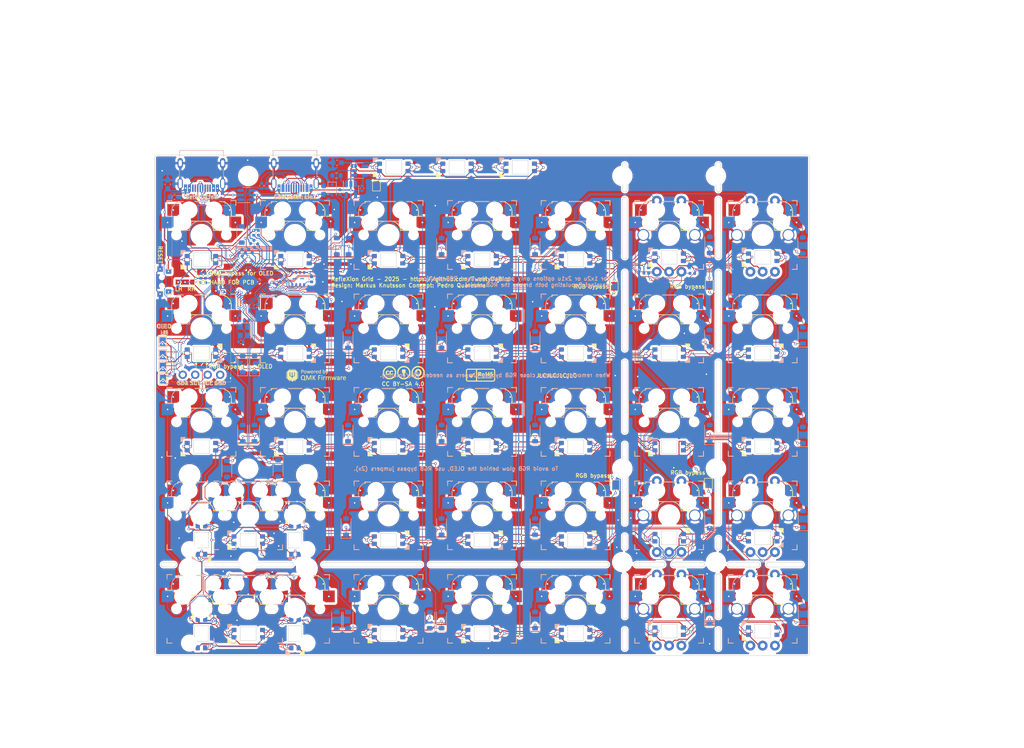
<source format=kicad_pcb>
(kicad_pcb (version 20241229) (generator "pcbnew") (generator_version "9.0")
  (title_block (title "RefleXion Grid") (date "2025-08-01") (rev "1.0.0") (company "Tweety's Wild Thinking") (comment 1 "Design: Markus Knutsson <markus.knutsson@tweety.se>") (comment 2 "Concept: Pedro Quaresma <pq@live.ie>") (comment 3 "https://github.com/TweetyDaBird") (comment 4 "Licensed under Creative Commons BY-SA 4.0 International"))
  (layers (0 "F.Cu" signal) (2 "B.Cu" signal) (13 "F.Paste" user) (15 "B.Paste" user) (5 "F.SilkS" user "F.Silkscreen") (7 "B.SilkS" user "B.Silkscreen") (1 "F.Mask" user) (3 "B.Mask" user) (25 "Edge.Cuts" user))
  (net 0 "")
  (net 1 "Net-(U4-XIN)")
  (net 2 "Net-(C7-Pad1)")
  (net 9 "VBUS")
  (net 10 "TX")
  (net 11 "SDA")
  (net 12 "SCL")
  (net 13 "Row4")
  (net 14 "Row3")
  (net 15 "Row2")
  (net 16 "Row1")
  (net 17 "Row0")
  (net 18 "RX")
  (net 19 "RGB")
  (net 20 "Net-(D7-A)")
  (net 21 "Net-(D15-A)")
  (net 22 "Net-(D23-A)")
  (net 23 "Net-(D31-A)")
  (net 24 "Net-(ZD1-K)")
  (net 25 "Net-(FB3-Pad1)")
  (net 26 "Net-(JP1-A)")
  (net 27 "Net-(JP2-A)")
  (net 28 "Net-(JP3-A)")
  (net 29 "Net-(JP4-A)")
  (net 30 "Net-(LED14-DIN)")
  (net 31 "Net-(LED37-DOUT)")
  (net 32 "Net-(LED36-DOUT)")
  (net 33 "Net-(LED34-DOUT)")
  (net 34 "Net-(JP5-B)")
  (net 35 "Net-(LED27-DIN)")
  (net 36 "Net-(JP5-A)")
  (net 37 "Net-(JP6-B)")
  (net 38 "Net-(JP6-A)")
  (net 39 "Net-(LED2-DOUT)")
  (net 40 "Net-(LED18-DOUT)")
  (net 41 "Net-(JP12-B)")
  (net 42 "Net-(JP13-B)")
  (net 44 "Net-(JP14-B)")
  (net 45 "Net-(LED10-DOUT)")
  (net 46 "Net-(JP10-B)")
  (net 47 "Net-(LED1-DOUT)")
  (net 48 "Net-(J1-CC2)")
  (net 49 "Net-(J1-CC1)")
  (net 50 "Net-(JP11-C)")
  (net 51 "Net-(FB1-Pad1)")
  (net 52 "Net-(D9-A)")
  (net 53 "Net-(D4-A)")
  (net 54 "Net-(D35-A)")
  (net 55 "Net-(D34-A)")
  (net 56 "Net-(D33-A)")
  (net 57 "Net-(D3-A)")
  (net 58 "Net-(D27-A)")
  (net 59 "Net-(D26-A)")
  (net 60 "Net-(D25-A)")
  (net 62 "Net-(D22-A)")
  (net 63 "Net-(D21-A)")
  (net 64 "Net-(D20-A)")
  (net 65 "Net-(D2-A)")
  (net 66 "Net-(D19-A)")
  (net 67 "Net-(D18-A)")
  (net 68 "Net-(D17-A)")
  (net 69 "Net-(D14-A)")
  (net 70 "Net-(D13-A)")
  (net 71 "Net-(D12-A)")
  (net 72 "Net-(D11-A)")
  (net 73 "Net-(D10-A)")
  (net 74 "Net-(D1-A)")
  (net 75 "Net-(LED5-DOUT)")
  (net 76 "GND")
  (net 77 "EncB")
  (net 78 "EncA")
  (net 79 "Earth_Protective")
  (net 80 "Net-(D8-A)")
  (net 81 "Net-(D16-A)")
  (net 82 "Net-(D32-A)")
  (net 83 "Net-(D5-A)")
  (net 84 "D-")
  (net 85 "D+")
  (net 86 "Col6")
  (net 87 "Col5")
  (net 88 "Col4")
  (net 89 "Col3")
  (net 90 "Col2")
  (net 91 "Col1")
  (net 92 "Col0")
  (net 93 "/VBUS_DETECT")
  (net 94 "/DP")
  (net 95 "/DN")
  (net 96 "+5V")
  (net 97 "+3V3")
  (net 98 "+1V1")
  (net 99 "Net-(JP1-B)")
  (net 100 "Net-(JP2-B)")
  (net 101 "Net-(JP3-B)")
  (net 102 "Net-(JP4-B)")
  (net 103 "HAND")
  (net 104 "Net-(LED6-DOUT)")
  (net 105 "Net-(D6-A)")
  (net 106 "Net-(D28-A)")
  (net 107 "Net-(LED7-DOUT)")
  (net 108 "Net-(LED12-DIN)")
  (net 109 "Net-(LED19-DOUT)")
  (net 110 "Net-(LED13-DIN)")
  (net 111 "Net-(LED20-DOUT)")
  (net 112 "Net-(LED24-DOUT)")
  (net 113 "Net-(LED32-DOUT)")
  (net 114 "Net-(D29-A)")
  (net 115 "RGB_3.3")
  (net 116 "Net-(LED21-DOUT)")
  (net 117 "Net-(D30-A)")
  (net 118 "Net-(LED24A1-DIN)")
  (net 119 "Net-(LED25-DIN)")
  (net 120 "Net-(LED28-DIN)")
  (net 121 "Net-(U4-RUN)")
  (net 122 "Net-(U3-~{CS})")
  (net 123 "Net-(R8-Pad2)")
  (net 124 "Net-(U4-XOUT)")
  (net 127 "Net-(U3-DI(IO0))")
  (net 128 "Net-(U3-DO(IO1))")
  (net 129 "Net-(U3-IO3)")
  (net 130 "Net-(LED35-DOUT)")
  (net 131 "Net-(U3-IO2)")
  (net 132 "Net-(U3-CLK)")
  (net 136 "Net-(D24-A)")
  (net 139 "Net-(LED24A1-DOUT)")
  (net 140 "Net-(LED32A1-DOUT)")
  (footprint "Keyboard RGB:MX_SK6812MINI-E_REVERSIBLE_SMALL_PAD" (layer "F.Cu") (at 98.181563 129.131588 -90)
    (property "Reference" "LED33" (hide yes))
    (property "Value" "SK6812MINI-E" (hide yes))
    (fp_line (start -1.61 1.41) (end -1.61 -1.41) (stroke (width 0.1)) (layer "Edge.Cuts"))
    (fp_line (start 1.61 1.41) (end -1.61 1.41) (stroke (width 0.1)) (layer "Edge.Cuts"))
    (fp_line (start -1.61 -1.41) (end 1.61 -1.41) (stroke (width 0.1)) (layer "Edge.Cuts"))
    (fp_line (start 1.61 -1.41) (end 1.61 1.41) (stroke (width 0.1)) (layer "Edge.Cuts"))
  )
  (footprint "Logotypes:RoHs" (layer "F.Cu") (at 135.96 76.465384)
    (property "Reference" "Logo1" (hide yes))
    (property "Value" "RoHS_Logo" (hide yes))
  )
  (footprint "Keyboard RGB:MX_SK6812MINI-E_REVERSIBLE_SMALL_PAD" (layer "F.Cu") (at 131.17375 34.1071 180)
    (property "Reference" "LED2" (hide yes))
    (property "Value" "SK6812MINI-E" (hide yes))
    (fp_line (start 1.61 1.41) (end -1.61 1.41) (stroke (width 0.1)) (layer "Edge.Cuts"))
    (fp_line (start 1.61 -1.41) (end 1.61 1.41) (stroke (width 0.1)) (layer "Edge.Cuts"))
    (fp_line (start -1.61 1.41) (end -1.61 -1.41) (stroke (width 0.1)) (layer "Edge.Cuts"))
    (fp_line (start -1.61 -1.41) (end 1.61 -1.41) (stroke (width 0.1)) (layer "Edge.Cuts"))
  )
  (footprint "Keyboard RGB:MX_SK6812MINI-E_REVERSIBLE_SMALL_PAD" (layer "F.Cu") (at 136.281563 52.931588 180)
    (property "Reference" "LED7" (hide yes))
    (property "Value" "SK6812MINI-E" (hide yes))
    (fp_line (start 1.61 1.41) (end -1.61 1.41) (stroke (width 0.1)) (layer "Edge.Cuts"))
    (fp_line (start 1.61 -1.41) (end 1.61 1.41) (stroke (width 0.1)) (layer "Edge.Cuts"))
    (fp_line (start -1.61 1.41) (end -1.61 -1.41) (stroke (width 0.1)) (layer "Edge.Cuts"))
    (fp_line (start -1.61 -1.41) (end 1.61 -1.41) (stroke (width 0.1)) (layer "Edge.Cuts"))
  )
  (footprint "Keyboard Switches:SW_MX_HotSwap_Reversible" (layer "F.Cu") (at 136.259063 66.931588)
    (property "Reference" "SW11" (hide yes))
    (property "Value" "SW_Push" (hide yes))
  )
  (footprint "Keyboard RGB:MX_SK6812MINI-E_REVERSIBLE_SMALL_PAD" (layer "F.Cu") (at 79.131563 129.131588 90)
    (property "Reference" "LED32" (hide yes))
    (property "Value" "SK6812MINI-E" (hide yes))
    (fp_line (start 1.609999 -1.41) (end 1.609999 1.41) (stroke (width 0.1)) (layer "Edge.Cuts"))
    (fp_line (start -1.609999 -1.41) (end 1.609999 -1.41) (stroke (width 0.1)) (layer "Edge.Cuts"))
    (fp_line (start 1.609999 1.41) (end -1.609999 1.41) (stroke (width 0.1)) (layer "Edge.Cuts"))
    (fp_line (start -1.609999 1.41) (end -1.609999 -1.41) (stroke (width 0.1)) (layer "Edge.Cuts"))
  )
  (footprint "Keyboard RGB:MX_SK6812MINI-E_REVERSIBLE_SMALL_PAD" (layer "F.Cu") (at 155.331563 110.081588)
    (property "Reference" "LED29" (hide yes))
    (property "Value" "SK6812MINI-E" (hide yes))
    (fp_line (start -1.61 -1.41) (end 1.61 -1.41) (stroke (width 0.1)) (layer "Edge.Cuts"))
    (fp_line (start -1.61 1.41) (end -1.61 -1.41) (stroke (width 0.1)) (layer "Edge.Cuts"))
    (fp_line (start 1.61 -1.41) (end 1.61 1.41) (stroke (width 0.1)) (layer "Edge.Cuts"))
    (fp_line (start 1.61 1.41) (end -1.61 1.41) (stroke (width 0.1)) (layer "Edge.Cuts"))
  )
  (footprint "Keyboard Switches:SW_MX_HotSwap_Reversible" (layer "F.Cu") (at 117.231563 124.081588)
    (property "Reference" "SW31" (hide yes))
    (property "Value" "SW_Push" (hide yes))
  )
  (footprint "Keyboard Switches:SW_MX_HotSwap_Reversible" (layer "F.Cu") (at 155.331563 124.081588)
    (property "Reference" "SW33" (hide yes))
    (property "Value" "SW_Push" (hide yes))
  )
  (footprint "Keyboard RGB:MX_SK6812MINI-E_REVERSIBLE_SMALL_PAD" (layer "F.Cu") (at 174.381563 128.631588 180)
    (property "Reference" "LED37" (hide yes))
    (property "Value" "SK6812MINI-E" (hide yes))
    (fp_line (start 1.61 1.41) (end -1.61 1.41) (stroke (width 0.1)) (layer "Edge.Cuts"))
    (fp_line (start 1.61 -1.41) (end 1.61 1.41) (stroke (width 0.1)) (layer "Edge.Cuts"))
    (fp_line (start -1.61 1.41) (end -1.61 -1.41) (stroke (width 0.1)) (layer "Edge.Cuts"))
    (fp_line (start -1.61 -1.41) (end 1.61 -1.41) (stroke (width 0.1)) (layer "Edge.Cuts"))
  )
  (footprint "Keyboard Common:Jumper_min_v2" (layer "F.Cu") (at 182.38 98.56 90)
    (property "Reference" "JP6" (hide yes))
    (property "Value" "Jumper_2_Open" (hide yes))
  )
  (footprint "Keyboard RGB:MX_SK6812MINI-E_REVERSIBLE_SMALL_PAD" (layer "F.Cu") (at 193.431563 71.981588)
    (property "Reference" "LED17" (hide yes))
    (property "Value" "SK6812MINI-E" (hide yes))
    (fp_line (start -1.61 -1.41) (end 1.61 -1.41) (stroke (width 0.1)) (layer "Edge.Cuts"))
    (fp_line (start -1.61 1.41) (end -1.61 -1.41) (stroke (width 0.1)) (layer "Edge.Cuts"))
    (fp_line (start 1.61 -1.41) (end 1.61 1.41) (stroke (width 0.1)) (layer "Edge.Cuts"))
    (fp_line (start 1.61 1.41) (end -1.61 1.41) (stroke (width 0.1)) (layer "Edge.Cuts"))
  )
  (footprint "Keyboard RGB:MX_SK6812MINI-E_REVERSIBLE_SMALL_PAD" (layer "F.Cu") (at 117.231563 91.031588 180)
    (property "Reference" "LED20" (hide yes))
    (property "Value" "SK6812MINI-E" (hide yes))
    (fp_line (start 1.61 1.41) (end -1.61 1.41) (stroke (width 0.1)) (layer "Edge.Cuts"))
    (fp_line (start 1.61 -1.41) (end 1.61 1.41) (stroke (width 0.1)) (layer "Edge.Cuts"))
    (fp_line (start -1.61 1.41) (end -1.61 -1.41) (stroke (width 0.1)) (layer "Edge.Cuts"))
    (fp_line (start -1.61 -1.41) (end 1.61 -1.41) (stroke (width 0.1)) (layer "Edge.Cuts"))
  )
  (footprint "Keyboard Switches:SW_MX_HotSwap_Reversible" (layer "F.Cu") (at 155.331563 47.881588)
    (property "Reference" "SW5" (hide yes))
    (property "Value" "SW_Push" (hide yes))
  )
  (footprint "Keyboard RGB:MX_SK6812MINI-E_REVERSIBLE_SMALL_PAD" (layer "F.Cu") (at 174.381563 52.431588 180)
    (property "Reference" "LED9" (hide yes))
    (property "Value" "SK6812MINI-E" (hide yes))
    (fp_line (start 1.61 1.41) (end -1.61 1.41) (stroke (width 0.1)) (layer "Edge.Cuts"))
    (fp_line (start 1.61 -1.41) (end 1.61 1.41) (stroke (width 0.1)) (layer "Edge.Cuts"))
    (fp_line (start -1.61 1.41) (end -1.61 -1.41) (stroke (width 0.1)) (layer "Edge.Cuts"))
    (fp_line (start -1.61 -1.41) (end 1.61 -1.41) (stroke (width 0.1)) (layer "Edge.Cuts"))
  )
  (footprint "Keyboard Switches:SW_MX_HotSwap_Reversible" (layer "F.Cu") (at 98.181563 105.031588)
    (property "Reference" "SW23" (hide yes))
    (property "Value" "SW_Push" (hide yes))
  )
  (footprint "Keyboard Switches:SW_MX_HotSwap_Reversible" (layer "F.Cu") (at 136.281563 124.081588)
    (property "Reference" "SW32" (hide yes))
    (property "Value" "SW_Push" (hide yes))
  )
  (footprint "Keyboard Common:OLED_SSD1306_128x32_0_91_inch" (layer "F.Cu") (at 79.131563 57.876588 -90)
    (property "Reference" "OLED1" (hide yes))
    (property "Value" "OLED_4pin" (hide yes))
  )
  (footprint "Keyboard Switches:SW_MX_HotSwap_Reversible" (layer "F.Cu") (at 98.181563 66.931588)
    (property "Reference" "SW9" (hide yes))
    (property "Value" "SW_Push" (hide yes))
  )
  (footprint "Keyboard RGB:MX_SK6812MINI-E_REVERSIBLE_SMALL_PAD" (layer "F.Cu") (at 155.331563 129.131588 180)
    (property "Reference" "LED36" (hide yes))
    (property "Value" "SK6812MINI-E" (hide yes))
    (fp_line (start 1.61 1.41) (end -1.61 1.41) (stroke (width 0.1)) (layer "Edge.Cuts"))
    (fp_line (start 1.61 -1.41) (end 1.61 1.41) (stroke (width 0.1)) (layer "Edge.Cuts"))
    (fp_line (start -1.61 1.41) (end -1.61 -1.41) (stroke (width 0.1)) (layer "Edge.Cuts"))
    (fp_line (start -1.61 -1.41) (end 1.61 -1.41) (stroke (width 0.1)) (layer "Edge.Cuts"))
  )
  (footprint "Logotypes:CC_BY_SA_40_line" (layer "F.Cu") (at 129.381511 75.865)
    (property "Reference" "Logo3")
    (property "Value" "CC-BY-SA-4.0" (hide yes))
  )
  (footprint "Keyboard RGB:MX_SK6812MINI-E_REVERSIBLE_SMALL_PAD" (layer "F.Cu") (at 174.381563 109.581588)
    (property "Reference" "LED30" (hide yes))
    (property "Value" "SK6812MINI-E" (hide yes))
    (fp_line (start -1.61 -1.41) (end 1.61 -1.41) (stroke (width 0.1)) (layer "Edge.Cuts"))
    (fp_line (start -1.61 1.41) (end -1.61 -1.41) (stroke (width 0.1)) (layer "Edge.Cuts"))
    (fp_line (start 1.61 -1.41) (end 1.61 1.41) (stroke (width 0.1)) (layer "Edge.Cuts"))
    (fp_line (start 1.61 1.41) (end -1.61 1.41) (stroke (width 0.1)) (layer "Edge.Cuts"))
  )
  (footprint "Keyboard Switches:SW_MX_HotSwap_Reversible" (layer "F.Cu") (at 79.131563 66.931588)
    (property "Reference" "SW8" (hide yes))
    (property "Value" "SW_Push" (hide yes))
  )
  (footprint "Keyboard Switches:SW_MX_HotSwap_Reversible" (layer "F.Cu") (at 193.431563 66.931588)
    (property "Reference" "SW14" (hide yes))
    (property "Value" "SW_Push" (hide yes))
  )
  (footprint "Keyboard Common:Spacer PCB hole" (layer "F.Cu") (at 88.657 35.857)
    (property "Reference" "H1" (hide yes))
    (property "Value" "Spacer_PCB" (hide yes))
  )
  (footprint "Keyboard Common:Spacer PCB hole" (layer "F.Cu") (at 183.9067 35.857)
    (property "Reference" "H5" (hide yes))
    (property "Value" "Spacer_PCB" (hide yes))
  )
  (footprint "Keyboard Switches:SW_MX_HotSwap_Reversible" (layer "F.Cu") (at 174.381563 66.931588)
    (property "Reference" "SW13" (hide yes))
    (property "Value" "SW_Push" (hide yes))
  )
  (footprint "Keyboard RGB:MX_SK6812MINI-E_REVERSIBLE_SMALL_PAD" (layer "F.Cu") (at 98.181563 52.931588 180)
    (property "Reference" "LED5" (hide yes))
    (property "Value" "SK6812MINI-E" (hide yes))
    (fp_line (start 1.61 1.41) (end -1.61 1.41) (stroke (width 0.1)) (layer "Edge.Cuts"))
    (fp_line (start 1.61 -1.41) (end 1.61 1.41) (stroke (width 0.1)) (layer "Edge.Cuts"))
    (fp_line (start -1.61 1.41) (end -1.61 -1.41) (stroke (width 0.1)) (layer "Edge.Cuts"))
    (fp_line (start -1.61 -1.41) (end 1.61 -1.41) (stroke (width 0.1)) (layer "Edge.Cuts"))
  )
  (footprint "Keyboard RGB:MX_SK6812MINI-E_REVERSIBLE_SMALL_PAD" (layer "F.Cu") (at 79.131563 71.981588)
    (property "Reference" "LED11" (hide yes))
    (property "Value" "SK6812MINI-E" (hide yes))
    (fp_line (start -1.61 -1.41) (end 1.61 -1.41) (stroke (width 0.1)) (layer "Edge.Cuts"))
    (fp_line (start -1.61 1.41) (end -1.61 -1.41) (stroke (width 0.1)) (layer "Edge.Cuts"))
    (fp_line (start 1.61 -1.41) (end 1.61 1.41) (stroke (width 0.1)) (layer "Edge.Cuts"))
    (fp_line (start 1.61 1.41) (end -1.61 1.41) (stroke (width 0.1)) (layer "Edge.Cuts"))
  )
  (footprint "Keyboard Switches:SW_MX_HotSwap_Reversible" (layer "F.Cu") (at 98.181563 85.981588)
    (property "Reference" "SW16" (hide yes))
    (property "Value" "SW_Push" (hide yes))
  )
  (footprint "Keyboard Common:Jumper_min_v2" (layer "F.Cu") (at 71.208 69.63 -90)
    (property "Reference" "JP12" (hide yes))
    (property "Value" "Jumper_2_Open" (hide yes))
  )
  (footprint "Keyboard RGB:MX_SK6812MINI-E_REVERSIBLE_SMALL_PAD" (layer "F.Cu") (at 79.131563 110.081588 -90)
    (property "Reference" "LED25" (hide yes))
    (property "Value" "SK6812MINI-E" (hide yes))
    (fp_line (start -1.61 1.41) (end -1.61 -1.41) (stroke (width 0.1)) (layer "Edge.Cuts"))
    (fp_line (start 1.61 1.41) (end -1.61 1.41) (stroke (width 0.1)) (layer "Edge.Cuts"))
    (fp_line (start -1.61 -1.41) (end 1.61 -1.41) (stroke (width 0.1)) (layer "Edge.Cuts"))
    (fp_line (start 1.61 -1.41) (end 1.61 1.41) (stroke (width 0.1)) (layer "Edge.Cuts"))
  )
  (footprint "Keyboard Switches:SW_MX_HotSwap_Reversible" (layer "F.Cu") (at 79.131563 124.081588)
    (property "Reference" "SW29" (hide yes))
    (property "Value" "SW_Push" (hide yes))
  )
  (footprint "Keyboard Switches:SW_MX_HotSwap_Reversible" (layer "F.Cu") (at 136.281563 85.981588)
    (property "Reference" "SW18" (hide yes))
    (property "Value" "SW_Push" (hide yes))
  )
  (footprint "Keyboard Switches:SW_MX_HotSwap_Reversible" (layer "F.Cu") (at 117.231563 66.931588)
    (property "Reference" "SW10" (hide yes))
    (property "Value" "SW_Push" (hide yes))
  )
  (footprint "Keyboard Common:Spacer PCB hole" (layer "F.Cu") (at 164.856563 95.506588)
    (property "Reference" "H3" (hide yes))
    (property "Value" "Spacer_PCB" (hide yes))
  )
  (footprint "Keyboard RGB:MX_SK6812MINI-E_REVERSIBLE_SMALL_PAD" (layer "F.Cu") (at 88.656563 129.131588 180)
    (property "Reference" "LED32A1" (hide yes))
    (property "Value" "SK6812MINI-E" (hide yes))
    (fp_line (start 1.61 1.41) (end -1.61 1.41) (stroke (width 0.1)) (layer "Edge.Cuts"))
    (fp_line (start 1.61 -1.41) (end 1.61 1.41) (stroke (width 0.1)) (layer "Edge.Cuts"))
    (fp_line (start -1.61 1.41) (end -1.61 -1.41) (stroke (width 0.1)) (layer "Edge.Cuts"))
    (fp_line (start -1.61 -1.41) (end 1.61 -1.41) (stroke (width 0.1)) (layer "Edge.Cuts"))
  )
  (footprint "Keyboard RGB:MX_SK6812MINI-E_REVERSIBLE_SMALL_PAD" (layer "F.Cu") (at 144.0475 34.1071 180)
    (property "Reference" "LED3" (hide yes))
    (property "Value" "SK6812MINI-E" (hide yes))
    (fp_line (start 1.61 1.41) (end -1.61 1.41) (stroke (width 0.1)) (layer "Edge.Cuts"))
    (fp_line (start 1.61 -1.41) (end 1.61 1.41) (stroke (width 0.1)) (layer "Edge.Cuts"))
    (fp_line (start -1.61 1.41) (end -1.61 -1.41) (stroke (width 0.1)) (layer "Edge.Cuts"))
    (fp_line (start -1.61 -1.41) (end 1.61 -1.41) (stroke (width 0.1)) (layer "Edge.Cuts"))
  )
  (footprint "Keyboard Switches:SW_MX_HotSwap_Reversible" (layer "F.Cu") (at 136.281563 47.881588)
    (property "Reference" "SW4" (hide yes))
    (property "Value" "SW_Push" (hide yes))
  )
  (footprint "Keyboard Common:Jumper_min_v2" (layer "F.Cu") (at 71.300912 77.258485 -90)
    (property "Reference" "JP15" (hide yes))
    (property "Value" "Jumper_2_Open" (hide yes))
  )
  (footprint "Keyboard Common:Jumper_min_v2" (layer "F.Cu") (at 163.47 98.87 90)
    (property "Reference" "JP5" (hide yes))
    (property "Value" "Jumper_2_Open" (hide yes))
  )
  (footprint "Keyboard Switches:SW_MX_HotSwap_Reversible" (layer "F.Cu") (at 88.656563 105.031588)
    (property "Reference" "SW24A1" (hide yes))
    (property "Value" "SW_Push" (hide yes))
  )
  (footprint "Keyboard Switches:SW_MX_HotSwap_Reversible" (layer "F.Cu") (at 88.656563 124.081588)
    (property "Reference" "SW32A1" (hide yes))
    (property "Value" "SW_Push" (hide yes))
  )
  (footprint "Keyboard Common:Jumper_min_v2" (layer "F.Cu") (at 182.56 58.16 90)
    (property "Reference" "JP3" (hide yes))
    (property "Value" "Jumper_2_Open" (hide yes))
  )
  (footprint "Keyboard Common:Spacer PCB hole" (layer "F.Cu") (at 88.656563 95.506588)
    (property "Reference" "H7" (hide yes))
    (property "Value" "Spacer_PCB" (hide yes))
  )
  (footprint "Keyboard RGB:MX_SK6812MINI-E_REVERSIBLE_SMALL_PAD" (layer "F.Cu") (at 98.181563 91.031588 180)
    (property "Reference" "LED19" (hide yes))
    (property "Value" "SK6812MINI-E" (hide yes))
    (fp_line (start 1.61 1.41) (end -1.61 1.41) (stroke (width 0.1)) (layer "Edge.Cuts"))
    (fp_line (start 1.61 -1.41) (end 1.61 1.41) (stroke (width 0.1)) (layer "Edge.Cuts"))
    (fp_line (start -1.61 1.41) (end -1.61 -1.41) (stroke (width 0.1)) (layer "Edge.Cuts"))
    (fp_line (start -1.61 -1.41) (end 1.61 -1.41) (stroke (width 0.1)) (layer "Edge.Cuts"))
  )
  (footprint "Keyboard RGB:MX_SK6812MINI-E_REVERSIBLE_SMALL_PAD" (layer "F.Cu") (at 174.381563 91.031588 180)
    (property "Reference" "LED23" (hide yes))
    (property "Value" "SK6812MINI-E" (hide yes))
    (fp_line (start 1.61 1.41) (end -1.61 1.41) (stroke (width 0.1)) (layer "Edge.Cuts"))
    (fp_line (start 1.61 -1.41) (end 1.61 1.41) (stroke (width 0.1)) (layer "Edge.Cuts"))
    (fp_line (start -1.61 1.41) (end -1.61 -1.41) (stroke (width 0.1)) (layer "Edge.Cuts"))
    (fp_line (start -1.61 -1.41) (end 1.61 -1.41) (stroke (width 0.1)) (layer "Edge.Cuts"))
  )
  (footprint "Keyboard RGB:MX_SK6812MINI-E_REVERSIBLE_SMALL_PAD" (layer "F.Cu") (at 88.656563 110.081588 180)
    (property "Reference" "LED24A1" (hide yes))
    (property "Value" "SK6812MINI-E" (hide yes))
    (fp_line (start 1.61 1.41) (end -1.61 1.41) (stroke (width 0.1)) (layer "Edge.Cuts"))
    (fp_line (start 1.61 -1.41) (end 1.61 1.41) (stroke (width 0.1)) (layer "Edge.Cuts"))
    (fp_line (start -1.61 1.41) (end -1.61 -1.41) (stroke (width 0.1)) (layer "Edge.Cuts"))
    (fp_line (start -1.61 -1.41) (end 1.61 -1.41) (stroke (width 0.1)) (layer "Edge.Cuts"))
  )
  (footprint "Keyboard Switches:SW_MX_HotSwap_Reversible" (layer "F.Cu") (at 174.381563 85.981588)
    (property "Reference" "SW20" (hide yes))
    (property "Value" "SW_Push" (hide yes))
  )
  (footprint "Keyboard Common:Jumper_min_v2" (layer "F.Cu") (at 163.18 58.36 90)
    (property "Reference" "JP2" (hide yes))
    (property "Value" "Jumper_2_Open" (hide yes))
  )
  (footprint "Keyboard RGB:MX_SK6812MINI-E_REVERSIBLE_SMALL_PAD" (layer "F.Cu") (at 193.431563 128.631588 180)
    (property "Reference" "LED38" (hide yes))
    (property "Value" "SK6812MINI-E" (hide yes))
    (fp_line (start 1.61 1.41) (end -1.61 1.41) (stroke (width 0.1)) (layer "Edge.Cuts"))
    (fp_line (start 1.61 -1.41) (end 1.61 1.41) (stroke (width 0.1)) (layer "Edge.Cuts"))
    (fp_line (start -1.61 1.41) (end -1.61 -1.41) (stroke (width 0.1)) (layer "Edge.Cuts"))
    (fp_line (start -1.61 -1.41) (end 1.61 -1.41) (stroke (width 0.1)) (layer "Edge.Cuts"))
  )
  (footprint "Keyboard Switches:SW_MX_HotSwap_Reversible" (layer "F.Cu") (at 79.131563 47.881588)
    (property "Reference" "SW1" (hide yes))
    (property "Value" "SW_Push" (hide yes))
  )
  (footprint "Keyboard RGB:MX_SK6812MINI-E_REVERSIBLE_SMALL_PAD" (layer "F.Cu") (at 155.331563 71.981588)
    (property "Reference" "LED15" (hide yes))
    (property "Value" "SK6812MINI-E" (hide yes))
    (fp_line (start -1.61 -1.41) (end 1.61 -1.41) (stroke (width 0.1)) (layer "Edge.Cuts"))
    (fp_line (start -1.61 1.41) (end -1.61 -1.41) (stroke (width 0.1)) (layer "Edge.Cuts"))
    (fp_line (start 1.61 -1.41) (end 1.61 1.41) (stroke (width 0.1)) (layer "Edge.Cuts"))
    (fp_line (start 1.61 1.41) (end -1.61 1.41) (stroke (width 0.1)) (layer "Edge.Cuts"))
  )
  (footprint "Keyboard Stabilizer:Stabilizer_Cherry_MX_2.00u" (layer "F.Cu") (at 88.656563 124.081588 180)
    (property "Reference" "ST2" (hide yes))
    (property "Value" "Stabilizer_2u_MX")
  )
  (footprint "Keyboard Common:Spacer PCB hole" (layer "F.Cu") (at 164.8567 35.857)
    (property "Reference" "H2" (hide yes))
    (property "Value" "Spacer_PCB" (hide yes))
  )
  (footprint "Keyboard Switches:SW_MX_HotSwap_Reversible" (layer "F.Cu") (at 155.331563 85.981588)
    (property "Reference" "SW19" (hide yes))
    (property "Value" "SW_Push" (hide yes))
  )
  (footprint "Keyboard Common:Spacer PCB hole" (layer "F.Cu") (at 183.906563 114.556588)
    (property "Reference" "H4" (hide yes))
    (property "Value" "Spacer_PCB" (hide yes))
  )
  (footprint "Keyboard RGB:MX_SK6812MINI-E_REVERSIBLE_SMALL_PAD" (layer "F.Cu") (at 136.281563 110.081588)
    (property "Reference" "LED28" (hide yes))
    (property "Value" "SK6812MINI-E" (hide yes))
    (fp_line (start -1.61 -1.41) (end 1.61 -1.41) (stroke (width 0.1)) (layer "Edge.Cuts"))
    (fp_line (start -1.61 1.41) (end -1.61 -1.41) (stroke (width 0.1)) (layer "Edge.Cuts"))
    (fp_line (start 1.61 -1.41) (end 1.61 1.41) (stroke (width 0.1)) (layer "Edge.Cuts"))
    (fp_line (start 1.61 1.41) (end -1.61 1.41) (stroke (width 0.1)) (layer "Edge.Cuts"))
  )
  (footprint "Keyboard Common:Spacer PCB hole" (layer "F.Cu") (at 164.856563 114.556588)
    (property "Reference" "H6" (hide yes))
    (property "Value" "Spacer_PCB" (hide yes))
  )
  (footprint "Keyboard Common:Jumper_min_v2" (layer "F.Cu") (at 114.77 37.85 -90)
    (property "Reference" "JP16" (hide yes))
    (property "Value" "Jumper_2_Open" (hide yes))
  )
  (footprint "Keyboard RGB:MX_SK6812MINI-E_REVERSIBLE_SMALL_PAD" (layer "F.Cu") (at 193.431563 109.581588)
    (property "Reference" "LED31" (hide yes))
    (property "Value" "SK6812MINI-E" (hide yes))
    (fp_line (start -1.61 -1.41) (end 1.61 -1.41) (stroke (width 0.1)) (layer "Edge.Cuts"))
    (fp_line (start -1.61 1.41) (end -1.61 -1.41) (stroke (width 0.1)) (layer "Edge.Cuts"))
    (fp_line (start 1.61 -1.41) (end 1.61 1.41) (stroke (width 0.1)) (layer "Edge.Cuts"))
    (fp_line (start 1.61 1.41) (end -1.61 1.41) (stroke (width 0.1)) (layer "Edge.Cuts"))
  )
  (footprint "Keyboard Switches:SW_MX_HotSwap_Reversible" (layer "F.Cu") (at 193.431563 85.981588)
    (property "Reference" "SW21" (hide yes))
    (property "Value" "SW_Push" (hide yes))
  )
  (footprint "Keyboard RGB:MX_SK6812MINI-E_REVERSIBLE_SMALL_PAD" (layer "F.Cu") (at 136.281563 129.131588 180)
    (property "Reference" "LED35" (hide yes))
    (property "Value" "SK6812MINI-E" (hide yes))
    (fp_line (start 1.61 1.41) (end -1.61 1.41) (stroke (width 0.1)) (layer "Edge.Cuts"))
    (fp_line (start 1.61 -1.41) (end 1.61 1.41) (stroke (width 0.1)) (layer "Edge.Cuts"))
    (fp_line (start -1.61 1.41) (end -1.61 -1.41) (stroke (width 0.1)) (layer "Edge.Cuts"))
    (fp_line (start -1.61 -1.41) (end 1.61 -1.41) (stroke (width 0.1)) (layer "Edge.Cuts"))
  )
  (footprint "Keyboard RGB:MX_SK6812MINI-E_REVERSIBLE_SMALL_PAD" (layer "F.Cu") (at 136.281563 91.031588 180)
    (property "Reference" "LED21" (hide yes))
    (property "Value" "SK6812MINI-E" (hide yes))
    (fp_line (start 1.61 1.41) (end -1.61 1.41) (stroke (width 0.1)) (layer "Edge.Cuts"))
    (fp_line (start 1.61 -1.41) (end 1.61 1.41) (stroke (width 0.1)) (layer "Edge.Cuts"))
    (fp_line (start -1.61 1.41) (end -1.61 -1.41) (stroke (width 0.1)) (layer "Edge.Cuts"))
    (fp_line (start -1.61 -1.41) (end 1.61 -1.41) (stroke (width 0.1)) (layer "Edge.Cuts"))
  )
  (footprint "Keyboard Switches:SW_MX_HotSwap_Reversible" (layer "F.Cu") (at 98.181563 124.091588)
    (property "Reference" "SW30" (hide yes))
    (property "Value" "SW_Push" (hide yes))
  )
  (footprint "Keyboard RGB:MX_SK6812MINI-E_REVERSIBLE_SMALL_PAD" (layer "F.Cu") (at 193.431563 91.031588 180)
    (property "Reference" "LED24" (hide yes))
    (property "Value" "SK6812MINI-E" (hide yes))
    (fp_line (start 1.61 1.41) (end -1.61 1.41) (stroke (width 0.1)) (layer "Edge.Cuts"))
    (fp_line (start 1.61 -1.41) (end 1.61 1.41) (stroke (width 0.1)) (layer "Edge.Cuts"))
    (fp_line (start -1.61 1.41) (end -1.61 -1.41) (stroke (width 0.1)) (layer "Edge.Cuts"))
    (fp_line (start -1.61 -1.41) (end 1.61 -1.41) (stroke (width 0.1)) (layer "Edge.Cuts"))
  )
  (footprint "Keyboard RGB:MX_SK6812MINI-E_REVERSIBLE_SMALL_PAD" (layer "F.Cu") (at 117.231563 71.981588)
    (property "Reference" "LED13" (hide yes))
    (property "Value" "SK6812MINI-E" (hide yes))
    (fp_line (start -1.61 -1.41) (end 1.61 -1.41) (stroke (width 0.1)) (layer "Edge.Cuts"))
    (fp_line (start -1.61 1.41) (end -1.61 -1.41) (stroke (width 0.1)) (layer "Edge.Cuts"))
    (fp_line (start 1.61 -1.41) (end 1.61 1.41) (stroke (width 0.1)) (layer "Edge.Cuts"))
    (fp_line (start 1.61 1.41) (end -1.61 1.41) (stroke (width 0.1)) (layer "Edge.Cuts"))
  )
  (footprint "Keyboard Switches:SW_MX_HotSwap_Reversible_Encoder" (layer "F.Cu") (at 174.381563 105.031588)
    (property "Reference" "SW27" (hide yes))
    (property "Value" "SW_Push" (hide yes))
  )
  (footprint "Keyboard RGB:MX_SK6812MINI-E_REVERSIBLE_SMALL_PAD" (layer "F.Cu") (at 117.231563 110.081588)
    (property "Reference" "LED27" (hide yes))
    (property "Value" "SK6812MINI-E" (hide yes))
    (fp_line (start -1.61 -1.41) (end 1.61 -1.41) (stroke (width 0.1)) (layer "Edge.Cuts"))
    (fp_line (start -1.61 1.41) (end -1.61 -1.41) (stroke (width 0.1)) (layer "Edge.Cuts"))
    (fp_line (start 1.61 -1.41) (end 1.61 1.41) (stroke (width 0.1)) (layer "Edge.Cuts"))
    (fp_line (start 1.61 1.41) (end -1.61 1.41) (stroke (width 0.1)) (layer "Edge.Cuts"))
  )
  (footprint "Keyboard Switches:SW_MX_HotSwap_Reversible" (layer "F.Cu") (at 79.131563 105.031588)
    (property "Reference" "SW22" (hide yes))
    (property "Value" "SW_Push" (hide yes))
  )
  (footprint "Keyboard RGB:MX_SK6812MINI-E_REVERSIBLE_SMALL_PAD" (layer "F.Cu") (at 174.381563 71.981588)
    (property "Reference" "LED16" (hide yes))
    (property "Value" "SK6812MINI-E" (hide yes))
    (fp_line (start -1.61 -1.41) (end 1.61 -1.41) (stroke (width 0.1)) (layer "Edge.Cuts"))
    (fp_line (start -1.61 1.41) (end -1.61 -1.41) (stroke (width 0.1)) (layer "Edge.Cuts"))
    (fp_line (start 1.61 -1.41) (end 1.61 1.41) (stroke (width 0.1)) (layer "Edge.Cuts"))
    (fp_line (start 1.61 1.41) (end -1.61 1.41) (stroke (width 0.1)) (layer "Edge.Cuts"))
  )
  (footprint "Keyboard Switches:SW_MX_HotSwap_Reversible" (layer "F.Cu") (at 117.231563 85.981588)
    (property "Reference" "SW17" (hide yes))
    (property "Value" "SW_Push" (hide yes))
  )
  (footprint "Keyboard Switches:SW_MX_HotSwap_Reversible_Encoder" (layer "F.Cu") (at 174.381563 47.881588)
    (property "Reference" "SW6" (hide yes))
    (property "Value" "SW_Push" (hide yes))
  )
  (footprint "Keyboard Common:SolderJumper-3_open_mini" (layer "F.Cu") (at 75.79 57.49 180)
    (property "Reference" "JP11" (hide yes))
    (property "Value" "Jumper_3_Open")
  )
  (footprint "Keyboard RGB:MX_SK6812MINI-E_REVERSIBLE_SMALL_PAD" (layer "F.Cu") (at 193.431563 52.431588 180)
    (property "Reference" "LED10" (hide yes))
    (property "Value" "SK6812MINI-E" (hide yes))
    (fp_line (start 1.61 1.41) (end -1.61 1.41) (stroke (width 0.1)) (layer "Edge.Cuts"))
    (fp_line (start 1.61 -1.41) (end 1.61 1.41) (stroke (width 0.1)) (layer "Edge.Cuts"))
    (fp_line (start -1.61 1.41) (end -1.61 -1.41) (stroke (width 0.1)) (layer "Edge.Cuts"))
    (fp_line (start -1.61 -1.41) (end 1.61 -1.41) (stroke (width 0.1)) (layer "Edge.Cuts"))
  )
  (footprint "Keyboard RGB:MX_SK6812MINI-E_REVERSIBLE_SMALL_PAD" (layer "F.Cu") (at 155.331563 52.931588 180)
    (property "Reference" "LED8" (hide yes))
    (property "Value" "SK6812MINI-E" (hide yes))
    (fp_line (start 1.61 1.41) (end -1.61 1.41) (stroke (width 0.1)) (layer "Edge.Cuts"))
    (fp_line (start 1.61 -1.41) (end 1.61 1.41) (stroke (width 0.1)) (layer "Edge.Cuts"))
    (fp_line (start -1.61 1.41) (end -1.61 -1.41) (stroke (width 0.1)) (layer "Edge.Cuts"))
    (fp_line (start -1.61 -1.41) (end 1.61 -1.41) (stroke (width 0.1)) (layer "Edge.Cuts"))
  )
  (footprint "Keyboard Switches:SW_MX_HotSwap_Reversible" (layer "F.Cu") (at 136.281563 105.031588)
    (property "Reference" "SW25" (hide yes))
    (property "Value" "SW_Push" (hide yes))
  )
  (footprint "Keyboard Common:Spacer PCB hole" (layer "F.Cu") (at 88.656563 114.556588)
    (property "Reference" "H9" (hide yes))
    (property "Value" "Spacer_PCB" (hide yes))
  )
  (footprint "Keyboard Common:Spacer PCB hole" (layer "F.Cu") (at 183.906563 95.506588)
    (property "Reference" "H8" (hide yes))
    (property "Value" "Spacer_PCB" (hide yes))
  )
  (footprint "Keyboard RGB:MX_SK6812MINI-E_REVERSIBLE_SMALL_PAD" (layer "F.Cu") (at 98.181563 110.081588 90)
    (property "Reference" "LED26" (hide yes))
    (property "Value" "SK6812MINI-E" (hide yes))
    (fp_line (start 1.61 -1.41) (end 1.61 1.41) (stroke (width 0.1)) (layer "Edge.Cuts"))
    (fp_line (start -1.61 -1.41) (end 1.61 -1.41) (stroke (width 0.1)) (layer "Edge.Cuts"))
    (fp_line (start 1.61 1.41) (end -1.61 1.41) (stroke (width 0.1)) (layer "Edge.Cuts"))
    (fp_line (start -1.61 1.41) (end -1.61 -1.41) (stroke (width 0.1)) (layer "Edge.Cuts"))
  )
  (footprint "Keyboard Switches:SW_MX_HotSwap_Reversible_Encoder" (layer "F.Cu") (at 193.431563 105.031588)
    (property "Reference" "SW28" (hide yes))
    (property "Value" "SW_Push" (hide yes))
  )
  (footprint "Keyboard Common:Jumper_min_v2" (layer "F.Cu") (at 79.131563 55.42)
    (property "Reference" "JP1" (hide yes))
    (property "Value" "Jumper_2_Open" (hide yes))
  )
  (footprint "Keyboard Common:Jumper_min_v2" (layer "F.Cu") (at 71.265556 74.793841 -90)
    (property "Reference" "JP14" (hide yes))
    (property "Value" "Jumper_2_Open" (hide yes))
  )
  (footprint "Keyboard Switches:SW_MX_HotSwap_Reversible_Encoder" (layer "F.Cu") (at 193.431563 47.881588)
    (property "Reference" "SW7" (hide yes))
    (property "Value" "SW_Push" (hide yes))
  )
  (footprint "Keyboard Switches:SW_MX_HotSwap_Reversible_Encoder" (layer "F.Cu") (at 193.431563 124.081588)
    (property "Reference" "SW35" (hide yes))
    (property "Value" "SW_Push" (hide yes))
  )
  (footprint "Keyboard RGB:MX_SK6812MINI-E_REVERSIBLE_SMALL_PAD" (layer "F.Cu") (at 155.331563 91.031588 180)
    (property "Reference" "LED22" (hide yes))
    (property "Value" "SK6812MINI-E" (hide yes))
    (fp_line (start 1.61 1.41) (end -1.61 1.41) (stroke (width 0.1)) (layer "Edge.Cuts"))
    (fp_line (start 1.61 -1.41) (end 1.61 1.41) (stroke (width 0.1)) (layer "Edge.Cuts"))
    (fp_line (start -1.61 1.41) (end -1.61 -1.41) (stroke (width 0.1)) (layer "Edge.Cuts"))
    (fp_line (start -1.61 -1.41) (end 1.61 -1.41) (stroke (width 0.1)) (layer "Edge.Cuts"))
  )
  (footprint "Keyboard Switches:SW_MX_HotSwap_Reversible" (layer "F.Cu") (at 155.331563 105.031588)
    (property "Reference" "SW26" (hide yes))
    (property "Value" "SW_Push" (hide yes))
  )
  (footprint "Keyboard RGB:MX_SK6812MINI-E_REVERSIBLE_SMALL_PAD" (layer "F.Cu") (at 79.131563 91.031588 180)
    (property "Reference" "LED18" (hide yes))
    (property "Value" "SK6812MINI-E" (hide yes))
    (fp_line (start 1.61 1.41) (end -1.61 1.41) (stroke (width 0.1)) (layer "Edge.Cuts"))
    (fp_line (start 1.61 -1.41) (end 1.61 1.41) (stroke (width 0.1)) (layer "Edge.Cuts"))
    (fp_line (start -1.61 1.41) (end -1.61 -1.41) (stroke (width 0.1)) (layer "Edge.Cuts"))
    (fp_line (start -1.61 -1.41) (end 1.61 -1.41) (stroke (width 0.1)) (layer "Edge.Cuts"))
  )
  (footprint "Keyboard Switches:SW_MX_HotSwap_Reversible" (layer "F.Cu") (at 98.181563 47.881588)
    (property "Reference" "SW2" (hide yes))
    (property "Value" "SW_Push" (hide yes))
  )
  (footprint "Keyboard Common:Jumper_min_v2" (layer "F.Cu") (at 79.132 74.44)
    (property "Reference" "JP4" (hide yes))
    (property "Value" "Jumper_2_Open" (hide yes))
  )
  (footprint "Keyboard RGB:MX_SK6812MINI-E_REVERSIBLE_SMALL_PAD" (layer "F.Cu") (at 117.231563 129.131588 180)
    (property "Reference" "LED34" (hide yes))
    (property "Value" "SK6812MINI-E" (hide yes))
    (fp_line (start 1.61 1.41) (end -1.61 1.41) (stroke (width 0.1)) (layer "Edge.Cuts"))
    (fp_line (start 1.61 -1.41) (end 1.61 1.41) (stroke (width 0.1)) (layer "Edge.Cuts"))
    (fp_line (start -1.61 1.41) (end -1.61 -1.41) (stroke (width 0.1)) (layer "Edge.Cuts"))
    (fp_line (start -1.61 -1.41) (end 1.61 -1.41) (stroke (width 0.1)) (layer "Edge.Cuts"))
  )
  (footprint "Keyboard Switches:SW_MX_HotSwap_Reversible" (layer "F.Cu") (at 117.231563 47.881588)
    (property "Reference" "SW3" (hide yes))
    (property "Value" "SW_Push" (hide yes))
  )
  (footprint "Keyboard Switches:SW_MX_HotSwap_Reversible" (layer "F.Cu") (at 117.231563 105.031588)
    (property "Reference" "SW24" (hide yes))
    (property "Value" "SW_Push" (hide yes))
  )
  (footprint "Keyboard RGB:MX_SK6812MINI-E_REVERSIBLE_SMALL_PAD" (layer "F.Cu") (at 98.181563 71.981588)
    (property "Reference" "LED12" (hide yes))
    (property "Value" "SK6812MINI-E" (hide yes))
    (fp_line (start -1.61 -1.41) (end 1.61 -1.41) (stroke (width 0.1)) (layer "Edge.Cuts"))
    (fp_line (start -1.61 1.41) (end -1.61 -1.41) (stroke (width 0.1)) (layer "Edge.Cuts"))
    (fp_line (start 1.61 -1.41) (end 1.61 1.41) (stroke (width 0.1)) (layer "Edge.Cuts"))
    (fp_line (start 1.61 1.41) (end -1.61 1.41) (stroke (width 0.1)) (layer "Edge.Cuts"))
  )
  (footprint "Keyboard RGB:MX_SK6812MINI-E_REVERSIBLE_SMALL_PAD" (layer "F.Cu") (at 117.231563 52.931588 180)
    (property "Reference" "LED6" (hide yes))
    (property "Value" "SK6812MINI-E" (hide yes))
    (fp_line (start 1.61 1.41) (end -1.61 1.41) (stroke (width 0.1)) (layer "Edge.Cuts"))
    (fp_line (start 1.61 -1.41) (end 1.61 1.41) (stroke (width 0.1)) (layer "Edge.Cuts"))
    (fp_line (start -1.61 1.41) (end -1.61 -1.41) (stroke (width 0.1)) (layer "Edge.Cuts"))
    (fp_line (start -1.61 -1.41) (end 1.61 -1.41) (stroke (width 0.1)) (layer "Edge.Cuts"))
  )
  (footprint "Logotypes:Powered_by_QMK" (layer "F.Cu") (at 102.5 76.440776)
    (property "Reference" "Logo2" (hide yes))
    (property "Value" "QMK_Logo" (hide yes))
  )
  (footprint "Keyboard Switches:SW_MX_HotSwap_Reversible_Encoder" (layer "F.Cu") (at 174.381563 124.081588)
    (property "Reference" "SW34" (hide yes))
    (property "Value" "SW_Push" (hide yes))
  )
  (footprint "Keyboard Common:Jumper_min_v2" (layer "F.Cu") (at 71.230201 72.329196 -90)
    (property "Reference" "JP13" (hide yes))
    (property "Value" "Jumper_2_Open" (hide yes))
  )
  (footprint "Keyboard Stabilizer:Stabilizer_Cherry_MX_2.00u" (layer "F.Cu") (at 88.656563 105.031588 180)
    (property "Reference" "ST1" (hide yes))
    (property "Value" "Stabilizer_2u_MX")
  )
  (footprint "Keyboard Switches:SW_MX_HotSwap_Reversible" (layer "F.Cu") (at 79.131563 85.981588)
    (property "Reference" "SW15" (hide yes))
    (property "Value" "SW_Push" (hide yes))
  )
  (footprint "Keyboard RGB:MX_SK6812MINI-E_REVERSIBLE_SMALL_PAD" (layer "F.Cu") (at 136.281563 71.981588)
    (property "Reference" "LED14" (hide yes))
    (property "Value" "SK6812MINI-E" (hide yes))
    (fp_line (start -1.61 -1.41) (end 1.61 -1.41) (stroke (width 0.1)) (layer "Edge.Cuts"))
    (fp_line (start -1.61 1.41) (end -1.61 -1.41) (stroke (width 0.1)) (layer "Edge.Cuts"))
    (fp_line (start 1.61 -1.41) (end 1.61 1.41) (stroke (width 0.1)) (layer "Edge.Cuts"))
    (fp_line (start 1.61 1.41) (end -1.61 1.41) (stroke (width 0.1)) (layer "Edge.Cuts"))
  )
  (footprint "Keyboard RGB:MX_SK6812MINI-E_REVERSIBLE_SMALL_PAD" (layer "F.Cu") (at 118.3 34.1071 180)
    (property "Reference" "LED1" (hide yes))
    (property "Value" "SK6812MINI-E" (hide yes))
    (fp_line (start 1.61 1.41) (end -1.61 1.41) (stroke (width 0.1)) (layer "Edge.Cuts"))
    (fp_line (start 1.61 -1.41) (end 1.61 1.41) (stroke (width 0.1)) (layer "Edge.Cuts"))
    (fp_line (start -1.61 1.41) (end -1.61 -1.41) (stroke (width 0.1)) (layer "Edge.Cuts"))
    (fp_line (start -1.61 -1.41) (end 1.61 -1.41) (stroke (width 0.1)) (layer "Edge.Cuts"))
  )
  (footprint "Keyboard Switches:SW_MX_HotSwap_Reversible" (layer "F.Cu") (at 155.331563 66.931588)
    (property "Reference" "SW12" (hide yes))
    (property "Value" "SW_Push" (hide yes))
  )
  (footprint "Diode_SMD:D_SOD-123" (layer "B.Cu") (at 147.081563 50.181588 90)
    (property "Reference" "D5" (hide yes))
    (property "Value" "1N4148W")
  )
  (footprint "Keyboard Common:Jumper_min_v2" (layer "B.Cu") (at 71.230201 72.329196 -90)
    (property "Reference" "JP8" (hide yes))
    (property "Value" "Jumper_2_Open" (hide yes))
  )
  (footprint "Diode_SMD:D_SOD-123" (layer "B.Cu") (at 147.081563 126.381588 90)
    (property "Reference" "D33" (hide yes))
    (property "Value" "1N4148W")
  )
  (footprint "Capacitor_SMD:C_0402_1005Metric" (layer "B.Cu") (at 89.11927 51.146455 135)
    (property "Reference" "C15" (hide yes))
    (property "Value" "100nF")
  )
  (footprint "Capacitor_SMD:C_0402_1005Metric" (layer "B.Cu") (at 82.49 55.6 180)
    (property "Reference" "C11" (hide yes))
    (property "Value" "100nF")
  )
  (footprint "Diode_SMD:D_SOD-123" (layer "B.Cu") (at 182.63 106.03 90)
    (property "Reference" "D27" (hide yes))
    (property "Value" "1N4148W")
  )
  (footprint "Resistor_SMD:R_0402_1005Metric" (layer "B.Cu") (at 101.56 56.93 -90)
    (property "Reference" "R6" (hide yes))
    (property "Value" "10K")
  )
  (footprint "Diode_SMD:D_SOD-123" (layer "B.Cu") (at 106.67 126.38 90)
    (property "Reference" "D29" (hide yes))
    (property "Value" "1N4148W")
  )
  (footprint "Diode_SMD:D_SOD-123" (layer "B.Cu") (at 106.69 50.18 90)
    (property "Reference" "D2" (hide yes))
    (property "Value" "1N4148W")
  )
  (footprint "Diode_SMD:D_SOD-123" (layer "B.Cu") (at 201.65 68.37 90)
    (property "Reference" "D14" (hide yes))
    (property "Value" "1N4148W")
  )
  (footprint "Capacitor_SMD:C_0402_1005Metric" (layer "B.Cu") (at 89.79 47.46 90)
    (property "Reference" "C10" (hide yes))
    (property "Value" "100nF")
  )
  (footprint "Resistor_SMD:R_0402_1005Metric" (layer "B.Cu") (at 79.02 56.2 -90)
    (property "Reference" "R9" (hide yes))
    (property "Value" "68K")
  )
  (footprint "Diode_SMD:D_SOD-123" (layer "B.Cu") (at 87.53 88.281588 90)
    (property "Reference" "D15" (hide yes))
    (property "Value" "1N4148W")
  )
  (footprint "Capacitor_SMD:C_0402_1005Metric" (layer "B.Cu") (at 94.83 57.74 45)
    (property "Reference" "C12" (hide yes))
    (property "Value" "100nF")
  )
  (footprint "Keyboard Common:Jumper_min_v2" (layer "B.Cu") (at 71.208 69.63 -90)
    (property "Reference" "JP7" (hide yes))
    (property "Value" "Jumper_2_Open" (hide yes))
  )
  (footprint "Resistor_SMD:R_0402_1005Metric" (layer "B.Cu") (at 79.48 57.6)
    (property "Reference" "R11" (hide yes))
    (property "Value" "10K")
  )
  (footprint "Diode_SMD:D_SOD-123" (layer "B.Cu") (at 147.081563 107.331588 90)
    (property "Reference" "D26" (hide yes))
    (property "Value" "1N4148W")
  )
  (footprint "Keyboard Common:Jumper_min_v2" (layer "B.Cu") (at 71.265556 74.793841 -90)
    (property "Reference" "JP9" (hide yes))
    (property "Value" "Jumper_2_Open" (hide yes))
  )
  (footprint "Diode_SMD:D_SOD-123" (layer "B.Cu") (at 182.62 125.44 90)
    (property "Reference" "D34" (hide yes))
    (property "Value" "1N4148W")
  )
  (footprint "Diode_SMD:D_SOD-123" (layer "B.Cu") (at 84.3 95.5525 -90)
    (property "Reference" "D22" (hide yes))
    (property "Value" "1N4148W")
  )
  (footprint "Package_DFN_QFN:QFN-56-1EP_7x7mm_P0.4mm_EP3.2x3.2mm_ThermalVias" (layer "B.Cu") (at 88.656563 57.406588 135)
    (property "Reference" "U4" (hide yes))
    (property "Value" "RP2040")
  )
  (footprint "Resistor_SMD:R_0402_1005Metric" (layer "B.Cu") (at 86.87 64.83 -90)
    (property "Reference" "R10" (hide yes))
    (property "Value" "1K")
  )
  (footprint "Diode_SMD:D_SOD-123" (layer "B.Cu") (at 89.931563 74.231588 90)
    (property "Reference" "D9" (hide yes))
    (property "Value" "1N4148W")
  )
  (footprint "Diode_SMD:D_SOD-123" (layer "B.Cu") (at 182.63 88.27 90)
    (property "Reference" "D20" (hide yes))
    (property "Value" "1N4148W")
  )
  (footprint "Diode_SMD:D_SOD-123" (layer "B.Cu") (at 108.581563 107.331588 90)
    (property "Reference" "D24" (hide yes))
    (property "Value" "1N4148W")
  )
  (footprint "Diode_SMD:D_SOD-123" (layer "B.Cu") (at 128.031563 107.331588 90)
    (property "Reference" "D25" (hide yes))
    (property "Value" "1N4148W")
  )
  (footprint "Capacitor_SMD:C_0402_1005Metric" (layer "B.Cu") (at 82.56 58.56 180)
    (property "Reference" "C16" (hide yes))
    (property "Value" "100nF")
  )
  (footprint "Capacitor_SMD:C_0402_1005Metric" (layer "B.Cu") (at 90.72246 47.449682 90)
    (property "Reference" "C14" (hide yes))
    (property "Value" "1uF")
  )
  (footprint "Capacitor_SMD:C_0402_1005Metric" (layer "B.Cu") (at 87.73 51.16 135)
    (property "Reference" "C13" (hide yes))
    (property "Value" "100nF")
  )
  (footprint "Capacitor_SMD:C_0402_1005Metric" (layer "B.Cu") (at 83.15 59.48 180)
    (property "Reference" "C5" (hide yes))
    (property "Value" "100nF")
  )
  (footprint "Diode_SMD:D_SOD-123" (layer "B.Cu") (at 87.340877 47.787269 90)
    (property "Reference" "D1" (hide yes))
    (property "Value" "1N4148W")
  )
  (footprint "Resistor_SMD:R_0402_1005Metric" (layer "B.Cu") (at 90.19 49.35 135)
    (property "Reference" "R2" (hide yes))
    (property "Value" "27R")
  )
  (footprint "Capacitor_SMD:C_0603_1608Metric_Pad1.08x0.95mm_HandSolder" (layer "B.Cu") (at 72.26 37.57 -90)
    (property "Reference" "FB2" (hide yes))
    (property "Value" "BLM18SG700TZ1D")
  )
  (footprint "Diode_SMD:D_SOD-123" (layer "B.Cu") (at 94.74 95.46 -90)
    (property "Reference" "D23" (hide yes))
    (property "Value" "1N4148W")
  )
  (footprint "Diode_SMD:D_SOD-123" (layer "B.Cu") (at 201.68 105.8 90)
    (property "Reference" "D28" (hide yes))
    (property "Value" "1N4148W")
  )
  (footprint "Diode_SMD:D_SOD-123" (layer "B.Cu") (at 201.64 88.6675 90)
    (property "Reference" "D21" (hide yes))
    (property "Value" "1N4148W")
  )
  (footprint "Capacitor_SMD:C_0603_1608Metric_Pad1.08x0.95mm_HandSolder" (layer "B.Cu") (at 73.63 40.13)
    (property "Reference" "FB3" (hide yes))
    (property "Value" "BLM18SG700TZ1D")
  )
  (footprint "Resistor_SMD:R_0402_1005Metric" (layer "B.Cu") (at 92.41 37.87 90)
    (property "Reference" "R4" (hide yes))
    (property "Value" "5.1K")
  )
  (footprint "Resistor_SMD:R_0402_1005Metric" (layer "B.Cu") (at 74.33 58.86 -90)
    (property "Reference" "R1" (hide yes))
    (property "Value" "10K")
  )
  (footprint "Capacitor_SMD:C_0402_1005Metric" (layer "B.Cu") (at 87.09 51.84 135)
    (property "Reference" "C8" (hide yes))
    (property "Value" "1uF")
  )
  (footprint "Diode_SMD:D_SOD-123" (layer "B.Cu") (at 108.981563 126.381588 90)
    (property "Reference" "D30" (hide yes))
    (property "Value" "1N4148W")
  )
  (footprint "Keyboard Common:USON-8_4x3mm_P0.8mm" (layer "B.Cu") (at 98.839999 56.785 90)
    (property "Reference" "U3" (hide yes))
    (property "Value" "W25Q32JVUUIQ")
  )
  (footprint "Capacitor_SMD:C_0402_1005Metric" (layer "B.Cu") (at 179.11 55.71 180)
    (property "Reference" "C2" (hide yes))
    (property "Value" "100nF")
  )
  (footprint "Capacitor_SMD:C_0402_1005Metric" (layer "B.Cu") (at 88.29 65.32 180)
    (property "Reference" "C6" (hide yes))
    (property "Value" "30pF")
  )
  (footprint "Diode_SMD:D_SOD-123" (layer "B.Cu") (at 108.981563 88.281588 90)
    (property "Reference" "D17" (hide yes))
    (property "Value" "1N4148W")
  )
  (footprint "Diode_SMD:D_SOD-123" (layer "B.Cu") (at 89.931563 88.281588 90)
    (property "Reference" "D16" (hide yes))
    (property "Value" "1N4148W")
  )
  (footprint "Diode_SMD:D_SOD-123" (layer "B.Cu") (at 125.631563 126.381588 90)
    (property "Reference" "D31" (hide yes))
    (property "Value" "1N4148W")
  )
  (footprint "Diode_SMD:D_SOD-123" (layer "B.Cu") (at 182.65 49.9 90)
    (property "Reference" "D6" (hide yes))
    (property "Value" "1N4148W")
  )
  (footprint "Capacitor_SMD:C_0402_1005Metric" (layer "B.Cu") (at 107.33 39.16 90)
    (property "Reference" "C4" (hide yes))
    (property "Value" "1uF")
  )
  (footprint "Diode_SMD:D_SOD-123" (layer "B.Cu") (at 147.081563 88.281588 90)
    (property "Reference" "D19" (hide yes))
    (property "Value" "1N4148W")
  )
  (footprint "Keyboard Common:HRO_TYPE-C-31-M-12_double_sided" (layer "B.Cu") (at 98.181563 33.2566)
    (property "Reference" "J1" (hide yes))
    (property "Value" "USB_C_Receptacle_USB2.0")
  )
  (footprint "Diode_SMD:D_SOD-123" (layer "B.Cu") (at 201.71 125.16 90)
    (property "Reference" "D35" (hide yes))
    (property "Value" "1N4148W")
  )
  (footprint "Diode_SMD:D_SOD-123" (layer "B.Cu") (at 128.009063 69.231588 90)
    (property "Reference" "D11" (hide yes))
    (property "Value" "1N4148W")
  )
  (footprint "Capacitor_SMD:C_0603_1608Metric_Pad1.08x0.95mm_HandSolder" (layer "B.Cu") (at 104.02 38.73 -90)
    (property "Reference" "FB1" (hide yes))
    (property "Value" "BLM18SG700TZ1D")
  )
  (footprint "Resistor_SMD:R_0402_1005Metric" (layer "B.Cu") (at 91.38 37.87 -90)
    (property "Reference" "R7" (hide yes))
    (property "Value" "5.1K")
  )
  (footprint "Package_TO_SOT_SMD:SOT-23-5" (layer "B.Cu") (at 109.58 38.64 -90)
    (property "Reference" "U2" (hide yes))
    (property "Value" "SPX3819M5-L-3-3/TR")
  )
  (footprint "Diode_SMD:D_SOD-123" (layer "B.Cu") (at 182.62 68.9375 90)
    (property "Reference" "D13" (hide yes))
    (property "Value" "1N4148W")
  )
  (footprint "Capacitor_SMD:C_0402_1005Metric" (layer "B.Cu") (at 111.85 38.38 -90)
    (property "Reference" "C3" (hide yes))
    (property "Value" "1uF")
  )
  (footprint "Resistor_SMD:R_0402_1005Metric" (layer "B.Cu") (at 89.53 50.01 135)
    (property "Reference" "R3" (hide yes))
    (property "Value" "27R")
  )
  (footprint "Diode_SMD:D_SOD-123" (layer "B.Cu") (at 87.53 74.231588 90)
    (property "Reference" "D8" (hide yes))
    (property "Value" "1N4148W")
  )
  (footprint "Diode_SMD:D_SOD-123" (layer "B.Cu") (at 128.031563 50.181588 90)
    (property "Reference" "D4" (hide yes))
    (property "Value" "1N4148W")
  )
  (footprint "Resistor_SMD:R_0402_1005Metric" (layer "B.Cu") (at 79.96 56.2 90)
    (property "Reference" "R8" (hide yes))
    (property "Value" "68K")
  )
  (footprint "Package_TO_SOT_SMD:SOT-23-5" (layer "B.Cu") (at 111.29 34.77)
    (property "Reference" "U1" (hide yes))
    (property "Value" "SN74LV1T34DBV")
  )
  (footprint "Resistor_SMD:R_0402_1005Metric" (layer "B.Cu") (at 80.9 56.2 -90)
    (property "Reference" "R5" (hide yes))
    (property "Value" "68K")
  )
  (footprint "Diode_SMD:D_SOD-123" (layer "B.Cu") (at 128.031563 88.281588 90)
    (property "Reference" "D18" (hide yes))
    (property "Value" "1N4148W")
  )
  (footprint "Package_TO_SOT_SMD:SOT-23-6" (layer "B.Cu") (at 88.28 39.74)
    (property "Reference" "U5" (hide yes))
    (property "Value" "SRV05-4")
  )
  (footprint "Resistor_SMD:R_0603_1608Metric" (layer "B.Cu") (at 106.62 35.78)
    (property "Reference" "F1" (hide yes))
    (property "Value" "CF06V5TR50")
  )
  (footprint "Keyboard RGB:MX_SK6812MINI-E_REVERSIBLE_SMALL_PAD" (layer "B.Cu") (at 79.131563 52.931588 180)
    (property "Reference" "LED4" (hide yes))
    (property "Value" "SK6812MINI-E" (hide yes))
    (fp_line (start 1.61 1.41) (end 1.61 -1.41) (stroke (width 0.1)) (layer "Edge.Cuts"))
    (fp_line (start 1.61 -1.41) (end -1.61 -1.41) (stroke (width 0.1)) (layer "Edge.Cuts"))
    (fp_line (start -1.61 1.41) (end 1.61 1.41) (stroke (width 0.1)) (layer "Edge.Cuts"))
    (fp_line (start -1.61 -1.41) (end -1.61 1.41) (stroke (width 0.1)) (layer "Edge.Cuts"))
  )
  (footprint "Diode_SMD:D_SOD-123" (layer "B.Cu") (at 108.981563 69.231588 90)
    (property "Reference" "D10" (hide yes))
    (property "Value" "1N4148W")
  )
  (footprint "Diode_SMD:D_SOD-123" (layer "B.Cu") (at 201.61 50.04 90)
    (property "Reference" "D7" (hide yes))
    (property "Value" "1N4148W")
  )
  (footprint "Capacitor_SMD:C_0402_1005Metric" (layer "B.Cu") (at 90.14 62.42 -135)
    (property "Reference" "C9" (hide yes))
    (property "Value" "100nF")
  )
  (footprint "Capacitor_SMD:C_0402_1005Metric" (layer "B.Cu") (at 169.73 55.66 180)
    (property "Reference" "C1" (hide yes))
    (property "Value" "100nF")
  )
  (footprint "Capacitor_SMD:C_0603_1608Metric_Pad1.08x0.95mm_HandSolder" (layer "B.Cu") (at 106.75 33.17)
    (property "Reference" "FB4" (hide yes))
    (property "Value" "BLM18SG700TZ1D")
  )
  (footprint "Keyboard Common:YTS-A002 Double-sided" (layer "B.Cu") (at 71.055 57.38 -90)
    (property "Reference" "RES1" (hide yes))
    (property "Value" "YTSA010" (hide yes))
  )
  (footprint "Diode_SMD:D_SOD-123" (layer "B.Cu") (at 128.031563 126.381588 90)
    (property "Reference" "D32" (hide yes))
    (property "Value" "1N4148W")
  )
  (footprint "Diode_SMD:D_SOD-123" (layer "B.Cu") (at 147.081563 69.231588 90)
    (property "Reference" "D12" (hide yes))
    (property "Value" "1N4148W")
  )
  (footprint "Crystal:Crystal_SMD_2520-4Pin_2.5x2.0mm" (layer "B.Cu") (at 87.750001 67.500001 -90)
    (property "Reference" "Y1" (hide yes))
    (property "Value" "TXM12M0004252LBCEO00T")
  )
  (footprint "Keyboard Common:Jumper_min_v2" (layer "B.Cu") (at 71.300912 77.258485 -90)
    (property "Reference" "JP10" (hide yes))
    (property "Value" "Jumper_2_Open" (hide yes))
  )
  (footprint "Diode_SMD:D_SOD-123" (layer "B.Cu") (at 109.09 50.18 90)
    (property "Reference" "D3" (hide yes))
    (property "Value" "1N4148W")
  )
  (footprint "Keyboard Common:HRO_TYPE-C-31-M-12_double_sided_serial link" (layer "B.Cu") (at 79.131563 33.2566)
    (property "Reference" "J2" (hide yes))
    (property "Value" "USB_C_Receptacle_USB2.0")
  )
  (footprint "Diode_SMD:D_SOD-323F" (layer "B.Cu") (at 105.74 38.72 -90)
    (property "Reference" "ZD1" (hide yes))
    (property "Value" "1N5819WS")
  )
  (footprint "Capacitor_SMD:C_0402_1005Metric" (layer "B.Cu") (at 87.16 69.66)
    (property "Reference" "C7" (hide yes))
    (property "Value" "30pF")
  )
  (gr_line (start 183.893194 117.426909) (end 183.893194 125.63) (stroke (width 0.1)) (layer "Edge.Cuts"))
  (gr_arc (start 183.893194 33.608861) (mid 184.400103 33.101952) (end 184.907012 33.608861) (stroke (width 0.1)) (layer "Edge.Cuts"))
  (gr_arc (start 164.843194 55.526909) (mid 165.350103 55.02) (end 165.857012 55.526909) (stroke (width 0.1)) (layer "Edge.Cuts"))
  (gr_arc (start 194.678664 115.570406) (mid 194.171755 115.063497) (end 194.678664 114.556588) (stroke (width 0.1)) (layer "Edge.Cuts"))
  (gr_line (start 161.565103 115.570411) (end 144.8684 115.570405) (stroke (width 0.1)) (layer "Edge.Cuts"))
  (gr_line (start 184.907012 52.283091) (end 184.907012 47.79) (stroke (width 0.1)) (layer "Edge.Cuts"))
  (gr_line (start 184.907012 128.386909) (end 184.907037 132.09) (stroke (width 0.1)) (layer "Edge.Cuts"))
  (gr_arc (start 164.843194 90.57577) (mid 165.350103 90.068861) (end 165.857012 90.57577) (stroke (width 0.1)) (layer "Edge.Cuts"))
  (gr_arc (start 202.956588 133.106588) (mid 202.810037 133.460443) (end 202.456189 133.606987) (stroke (width 0.1)) (layer "Edge.Cuts"))
  (gr_arc (start 71.413585 115.570406) (mid 70.906676 115.063497) (end 71.413585 114.556588) (stroke (width 0.1)) (layer "Edge.Cuts"))
  (gr_line (start 97.403103 114.556588) (end 80.112423 114.556588) (stroke (width 0.1)) (layer "Edge.Cuts"))
  (gr_line (start 183.893194 52.283091) (end 183.893194 47.79) (stroke (width 0.1)) (layer "Edge.Cuts"))
  (gr_arc (start 165.857012 87.83) (mid 165.350103 88.336909) (end 164.843194 87.83) (stroke (width 0.1)) (layer "Edge.Cuts"))
  (gr_arc (start 165.857012 52.283091) (mid 165.350103 52.79) (end 164.843194 52.283091) (stroke (width 0.1)) (layer "Edge.Cuts"))
  (gr_arc (start 184.907013 38.623539) (mid 184.400103 39.130449) (end 183.893194 38.623539) (stroke (width 0.1)) (layer "Edge.Cuts"))
  (gr_arc (start 167.746909 115.570406) (mid 167.24 115.063497) (end 167.746909 114.556588) (stroke (width 0.1)) (layer "Edge.Cuts"))
  (gr_line (start 184.907012 40.656909) (end 184.907012 47.79) (stroke (width 0.1)) (layer "Edge.Cuts"))
  (gr_line (start 164.843194 111.535603) (end 164.843194 109.277409) (stroke (width 0.1)) (layer "Edge.Cuts"))
  (gr_arc (start 73.500563 114.556588) (mid 74.007472 115.063497) (end 73.500563 115.570406) (stroke (width 0.1)) (layer "Edge.Cuts"))
  (gr_line (start 183.893194 106.58) (end 183.893194 90.57577) (stroke (width 0.1)) (layer "Edge.Cuts"))
  (gr_line (start 194.681166 114.5566) (end 201.251228 114.556589) (stroke (width 0.1)) (layer "Edge.Cuts"))
  (gr_arc (start 165.857012 111.535603) (mid 165.350103 112.042512) (end 164.843194 111.535603) (stroke (width 0.1)) (layer "Edge.Cuts"))
  (gr_line (start 165.857012 71.080449) (end 165.857012 55.526909) (stroke (width 0.1)) (layer "Edge.Cuts"))
  (gr_arc (start 184.907012 52.283091) (mid 184.400103 52.79) (end 183.893194 52.283091) (stroke (width 0.1)) (layer "Edge.Cuts"))
  (gr_line (start 164.843193 128.394785) (end 164.843219 132.09) (stroke (width 0.1)) (layer "Edge.Cuts"))
  (gr_arc (start 186.776909 115.570406) (mid 186.27 115.063497) (end 186.776909 114.556588) (stroke (width 0.1)) (layer "Edge.Cuts"))
  (gr_line (start 80.112423 115.570406) (end 97.400634 115.570406) (stroke (width 0.1)) (layer "Edge.Cuts"))
  (gr_line (start 164.843194 52.283091) (end 164.843194 47.79) (stroke (width 0.1)) (layer "Edge.Cuts"))
  (gr_line (start 165.857012 87.83) (end 165.857012 73.83) (stroke (width 0.1)) (layer "Edge.Cuts"))
  (gr_arc (start 70.106962 133.606987) (mid 69.753128 133.460414) (end 69.606563 133.106588) (stroke (width 0.1)) (layer "Edge.Cuts"))
  (gr_arc (start 184.907012 111.535603) (mid 184.400103 112.042512) (end 183.893194 111.535603) (stroke (width 0.1)) (layer "Edge.Cuts"))
  (gr_line (start 165.857012 40.656909) (end 165.857012 47.79) (stroke (width 0.1)) (layer "Edge.Cuts"))
  (gr_arc (start 183.893194 55.526909) (mid 184.400103 55.02) (end 184.907012 55.526909) (stroke (width 0.1)) (layer "Edge.Cuts"))
  (gr_line (start 201.248734 115.570406) (end 194.6787 115.570406) (stroke (width 0.1)) (layer "Edge.Cuts"))
  (gr_line (start 165.857012 128.386909) (end 165.857037 132.09) (stroke (width 0.1)) (layer "Edge.Cuts"))
  (gr_line (start 69.606563 133.106988) (end 69.606563 32.107) (stroke (width 0.1)) (layer "Edge.Cuts"))
  (gr_line (start 192.335103 114.556589) (end 186.776909 114.556595) (stroke (width 0.1)) (layer "Edge.Cuts"))
  (gr_line (start 202.956588 133.106588) (end 202.956588 32.110865) (stroke (width 0.1)) (layer "Edge.Cuts"))
  (gr_arc (start 164.843194 109.277409) (mid 165.350103 108.7705) (end 165.857012 109.277409) (stroke (width 0.1)) (layer "Edge.Cuts"))
  (gr_line (start 184.907012 87.83) (end 184.907012 73.83) (stroke (width 0.1)) (layer "Edge.Cuts"))
  (gr_line (start 164.843194 106.58) (end 164.843194 90.57577) (stroke (width 0.1)) (layer "Edge.Cuts"))
  (gr_line (start 123.692134 115.570406) (end 104.091811 115.570406) (stroke (width 0.1)) (layer "Edge.Cuts"))
  (gr_arc (start 165.857037 132.09) (mid 165.350128 132.596909) (end 164.843219 132.09) (stroke (width 0.1)) (layer "Edge.Cuts"))
  (gr_line (start 164.843194 47.79) (end 164.843194 40.656909) (stroke (width 0.1)) (layer "Edge.Cuts"))
  (gr_arc (start 123.694603 114.556588) (mid 124.201512 115.063497) (end 123.694603 115.570406) (stroke (width 0.1)) (layer "Edge.Cuts"))
  (gr_arc (start 104.091811 115.570406) (mid 103.584902 115.063497) (end 104.091811 114.556588) (stroke (width 0.1)) (layer "Edge.Cuts"))
  (gr_arc (start 80.112423 115.570406) (mid 79.605514 115.063497) (end 80.112423 114.556588) (stroke (width 0.1)) (layer "Edge.Cuts"))
  (gr_line (start 142.7447 114.556589) (end 125.818323 114.556588) (stroke (width 0.1)) (layer "Edge.Cuts"))
  (gr_line (start 183.893193 128.386913) (end 183.893219 132.09) (stroke (width 0.1)) (layer "Edge.Cuts"))
  (gr_line (start 184.907012 106.58) (end 184.907012 90.57577) (stroke (width 0.1)) (layer "Edge.Cuts"))
  (gr_arc (start 164.843194 128.386909) (mid 165.350103 127.88) (end 165.857012 128.386909) (stroke (width 0.1)) (layer "Edge.Cuts"))
  (gr_arc (start 164.843194 33.608861) (mid 165.350103 33.101952) (end 165.857012 33.608861) (stroke (width 0.1)) (layer "Edge.Cuts"))
  (gr_arc (start 184.907012 106.58) (mid 184.400103 107.086909) (end 183.893194 106.58) (stroke (width 0.1)) (layer "Edge.Cuts"))
  (gr_arc (start 175.36 115.570406) (mid 174.853094 115.0635) (end 175.36 114.556588) (stroke (width 0.1)) (layer "Edge.Cuts"))
  (gr_arc (start 183.893194 90.57577) (mid 184.400103 90.068861) (end 184.907012 90.57577) (stroke (width 0.1)) (layer "Edge.Cuts"))
  (gr_arc (start 165.857012 71.080449) (mid 165.350103 71.587358) (end 164.843194 71.080449) (stroke (width 0.1)) (layer "Edge.Cuts"))
  (gr_line (start 165.857013 38.623539) (end 165.857012 33.608861) (stroke (width 0.1)) (layer "Edge.Cuts"))
  (gr_line (start 164.843194 71.080449) (end 164.843194 55.526909) (stroke (width 0.1)) (layer "Edge.Cuts"))
  (gr_arc (start 183.893194 128.386909) (mid 184.400103 127.88) (end 184.907012 128.386909) (stroke (width 0.1)) (layer "Edge.Cuts"))
  (gr_line (start 144.868386 114.556588) (end 161.5651 114.556588) (stroke (width 0.1)) (layer "Edge.Cuts"))
  (gr_arc (start 164.843194 117.426909) (mid 165.350103 116.92) (end 165.857012 117.426909) (stroke (width 0.1)) (layer "Edge.Cuts"))
  (gr_arc (start 173.055103 114.556588) (mid 173.562012 115.063497) (end 173.055103 115.570406) (stroke (width 0.1)) (layer "Edge.Cuts"))
  (gr_arc (start 184.907012 87.83) (mid 184.400103 88.336909) (end 183.893194 87.83) (stroke (width 0.1)) (layer "Edge.Cuts"))
  (gr_line (start 167.746909 114.556595) (end 173.0551 114.556588) (stroke (width 0.1)) (layer "Edge.Cuts"))
  (gr_arc (start 125.818323 115.570406) (mid 125.311414 115.063497) (end 125.818323 114.556588) (stroke (width 0.1)) (layer "Edge.Cuts"))
  (gr_line (start 183.893194 47.79) (end 183.893194 40.656909) (stroke (width 0.1)) (layer "Edge.Cuts"))
  (gr_line (start 183.893194 71.080449) (end 183.893194 55.526909) (stroke (width 0.1)) (layer "Edge.Cuts"))
  (gr_line (start 73.500563 114.556588) (end 71.413585 114.556588) (stroke (width 0.1)) (layer "Edge.Cuts"))
  (gr_arc (start 164.843194 40.656909) (mid 165.350103 40.15) (end 165.857012 40.656909) (stroke (width 0.1)) (layer "Edge.Cuts"))
  (gr_line (start 181.118194 115.570406) (end 175.36 115.570406) (stroke (width 0.1)) (layer "Edge.Cuts"))
  (gr_line (start 184.907013 38.62354) (end 184.907012 33.608861) (stroke (width 0.1)) (layer "Edge.Cuts"))
  (gr_arc (start 183.893194 73.83) (mid 184.400103 73.323091) (end 184.907012 73.83) (stroke (width 0.1)) (layer "Edge.Cuts"))
  (gr_arc (start 142.744666 114.556588) (mid 143.251575 115.063497) (end 142.744666 115.570406) (stroke (width 0.1)) (layer "Edge.Cuts"))
  (gr_line (start 73.498134 115.570406) (end 71.4136 115.570406) (stroke (width 0.1)) (layer "Edge.Cuts"))
  (gr_arc (start 183.893194 40.656909) (mid 184.400103 40.15) (end 184.907012 40.656909) (stroke (width 0.1)) (layer "Edge.Cuts"))
  (gr_arc (start 192.335103 114.556588) (mid 192.842012 115.063497) (end 192.335103 115.570406) (stroke (width 0.1)) (layer "Edge.Cuts"))
  (gr_line (start 184.907012 109.777409) (end 184.907012 111.535603) (stroke (width 0.1)) (layer "Edge.Cuts"))
  (gr_arc (start 181.118194 114.556588) (mid 181.625103 115.063497) (end 181.118194 115.570406) (stroke (width 0.1)) (layer "Edge.Cuts"))
  (gr_line (start 192.332634 115.570406) (end 186.776909 115.570406) (stroke (width 0.1)) (layer "Edge.Cuts"))
  (gr_arc (start 165.857012 106.58) (mid 165.350103 107.086909) (end 164.843194 106.58) (stroke (width 0.1)) (layer "Edge.Cuts"))
  (gr_arc (start 165.857013 38.623539) (mid 165.350103 39.130449) (end 164.843194 38.623539) (stroke (width 0.1)) (layer "Edge.Cuts"))
  (gr_line (start 183.893194 111.535603) (end 183.893194 109.777409) (stroke (width 0.1)) (layer "Edge.Cuts"))
  (gr_line (start 173.057566 115.570406) (end 167.746909 115.570406) (stroke (width 0.1)) (layer "Edge.Cuts"))
  (gr_line (start 183.893196 38.623539) (end 183.893194 33.608861) (stroke (width 0.1)) (layer "Edge.Cuts"))
  (gr_line (start 184.907012 117.426909) (end 184.907012 125.63) (stroke (width 0.1)) (layer "Edge.Cuts"))
  (gr_arc (start 165.857012 125.63) (mid 165.350103 126.136909) (end 164.843194 125.63) (stroke (width 0.1)) (layer "Edge.Cuts"))
  (gr_arc (start 184.907037 132.09) (mid 184.400128 132.596909) (end 183.893219 132.09) (stroke (width 0.1)) (layer "Edge.Cuts"))
  (gr_line (start 164.843194 38.623539) (end 164.843194 33.608861) (stroke (width 0.1)) (layer "Edge.Cuts"))
  (gr_line (start 165.857012 52.283091) (end 165.857012 47.79) (stroke (width 0.1)) (layer "Edge.Cuts"))
  (gr_arc (start 202.456189 31.607) (mid 202.810032 31.75356) (end 202.956588 32.107399) (stroke (width 0.1)) (layer "Edge.Cuts"))
  (gr_line (start 164.843194 117.426909) (end 164.843194 125.63) (stroke (width 0.1)) (layer "Edge.Cuts"))
  (gr_arc (start 201.251228 114.556588) (mid 201.758137 115.063497) (end 201.251228 115.570406) (stroke (width 0.1)) (layer "Edge.Cuts"))
  (gr_line (start 165.857012 106.58) (end 165.857012 90.57577) (stroke (width 0.1)) (layer "Edge.Cuts"))
  (gr_arc (start 183.893194 109.777409) (mid 184.400103 109.2705) (end 184.907012 109.777409) (stroke (width 0.1)) (layer "Edge.Cuts"))
  (gr_arc (start 69.606563 32.107) (mid 69.753013 31.753469) (end 70.106563 31.607) (stroke (width 0.1)) (layer "Edge.Cuts"))
  (gr_arc (start 183.893194 117.426909) (mid 184.400103 116.92) (end 184.907012 117.426909) (stroke (width 0.1)) (layer "Edge.Cuts"))
  (gr_line (start 70.106962 133.606987) (end 202.4562 133.606987) (stroke (width 0.1)) (layer "Edge.Cuts"))
  (gr_line (start 125.818323 115.570406) (end 142.742234 115.570406) (stroke (width 0.1)) (layer "Edge.Cuts"))
  (gr_line (start 164.843194 87.83) (end 164.843194 73.83) (stroke (width 0.1)) (layer "Edge.Cuts"))
  (gr_arc (start 144.868386 115.570406) (mid 144.361477 115.063497) (end 144.868386 114.556588) (stroke (width 0.1)) (layer "Edge.Cuts"))
  (gr_line (start 70.106563 31.607) (end 202.4562 31.607) (stroke (width 0.1)) (layer "Edge.Cuts"))
  (gr_arc (start 97.403103 114.556588) (mid 97.910012 115.063497) (end 97.403103 115.570406) (stroke (width 0.1)) (layer "Edge.Cuts"))
  (gr_line (start 184.907012 71.080449) (end 184.907012 55.526909) (stroke (width 0.1)) (layer "Edge.Cuts"))
  (gr_line (start 165.857012 109.277409) (end 165.857012 111.535603) (stroke (width 0.1)) (layer "Edge.Cuts"))
  (gr_line (start 165.857012 117.426909) (end 165.857012 125.63) (stroke (width 0.1)) (layer "Edge.Cuts"))
  (gr_arc (start 161.565103 114.556588) (mid 162.072012 115.063497) (end 161.565103 115.570406) (stroke (width 0.1)) (layer "Edge.Cuts"))
  (gr_arc (start 164.843194 73.83) (mid 165.350103 73.323091) (end 165.857012 73.83) (stroke (width 0.1)) (layer "Edge.Cuts"))
  (gr_line (start 104.091811 114.556588) (end 123.694603 114.556588) (stroke (width 0.1)) (layer "Edge.Cuts"))
  (gr_arc (start 184.907012 71.080449) (mid 184.400103 71.587358) (end 183.893194 71.080449) (stroke (width 0.1)) (layer "Edge.Cuts"))
  (gr_line (start 175.36 114.556588) (end 181.118194 114.556589) (stroke (width 0.1)) (layer "Edge.Cuts"))
  (gr_arc (start 184.907012 125.63) (mid 184.400103 126.136909) (end 183.893194 125.63) (stroke (width 0.1)) (layer "Edge.Cuts"))
  (gr_line (start 183.893194 87.83) (end 183.893194 73.83) (stroke (width 0.1)) (layer "Edge.Cuts"))
  (gr_text "RH" (at 76.16 59.4 0) (layer "F.SilkS") (effects (font (size 0.8 0.8) (thickness 0.153) (bold yes)) (justify left bottom)))
  (gr_text "RGB bypass" (at 155.2 97.4 0) (layer "F.SilkS") (effects (font (size 0.8 0.8) (thickness 0.153) (bold yes)) (justify left bottom)))
  (gr_text "RESET" (at 70.25 50 -90) (layer "F.SilkS") (effects (font (size 0.8 0.8) (thickness 0.153) (bold yes)) (justify left bottom)))
  (gr_text "RGB bypass" (at 174.55 96.8 0) (layer "F.SilkS") (effects (font (size 0.8 0.8) (thickness 0.153) (bold yes)) (justify left bottom)))
  (gr_text "LH" (at 73.64 59.4 0) (layer "F.SilkS") (effects (font (size 0.8 0.8) (thickness 0.153) (bold yes)) (justify left bottom)))
  (gr_text "OLED\nLH" (at 71.5 68.25 0) (layer "F.SilkS") (effects (font (size 0.8 0.8) (thickness 0.153) (bold yes)) (justify bottom)))
  (gr_text "RefleXion Grid - 2025 - https://github.com/TweetyDaBird\nDesign: Markus Knutsson Concept: Pedro Quaresma " (at 105.44 57.52 0) (layer "F.SilkS") (effects (font (size 0.8 0.8) (thickness 0.153) (bold yes)) (justify left)))
  (gr_text "RGB bypass for OLED" (at 80.5 75.15 0) (layer "F.SilkS") (effects (font (size 0.8 0.8) (thickness 0.153) (bold yes)) (justify left bottom)))
  (gr_text "RGB bypass" (at 174.46 58.86 0) (layer "F.SilkS") (effects (font (size 0.8 0.8) (thickness 0.153) (bold yes)) (justify left bottom)))
  (gr_text "Computer Link" (at 98.181563 40.6 0) (layer "F.SilkS") (effects (font (size 0.8 0.8) (thickness 0.153) (bold yes)) (justify bottom)))
  (gr_text "SET HAND FOR PCB" (at 84 58.01375 0) (layer "F.SilkS") (effects (font (size 0.8 0.8) (thickness 0.153) (bold yes)) (justify bottom)))
  (gr_text "Serial Link" (at 79.131563 40.6 0) (layer "F.SilkS") (effects (font (size 0.8 0.8) (thickness 0.153) (bold yes)) (justify bottom)))
  (gr_text "RGB bypass" (at 154.9 58.86 0) (layer "F.SilkS") (effects (font (size 0.8 0.8) (thickness 0.153) (bold yes)) (justify left bottom)))
  (gr_text "RGB bypass for OLED" (at 80.71 56.18 0) (layer "F.SilkS") (effects (font (size 0.8 0.8) (thickness 0.153) (bold yes)) (justify left bottom)))
  (gr_text "JLCJLCJLCJLC" (at 151.44 76.56 0) (layer "F.SilkS") (effects (font (size 0.8 0.8) (thickness 0.153) (bold yes))))
  (gr_text "For 1x2u or 2x1u options only populate the used RGB position.\nWarning! Populating both breaks the RGB chain!" (at 162.506687 57.415384 0) (layer "B.SilkS") (effects (font (size 0.8 0.8) (thickness 0.153) (bold yes)) (justify left mirror)))
  (gr_text "Serial Link" (at 79.13 40.6 0) (layer "B.SilkS") (effects (font (size 0.8 0.8) (thickness 0.153) (bold yes)) (justify bottom mirror)))
  (gr_text "When removing columns close RGB bypass jumpers as needed (2x/column)." (at 162.506687 76.465384 0) (layer "B.SilkS") (effects (font (size 0.8 0.8) (thickness 0.153) (bold yes)) (justify left mirror)))
  (gr_text "Computer Link" (at 98.18 40.6 0) (layer "B.SilkS") (effects (font (size 0.8 0.8) (thickness 0.153) (bold yes)) (justify bottom mirror)))
  (gr_text "SDA" (at 82.87 78.076588 0) (layer "B.SilkS") (effects (font (size 0.8 0.8) (thickness 0.16) (bold yes)) (justify mirror)))
  (gr_text "SCL" (at 80.33 78.076588 0) (layer "B.SilkS") (effects (font (size 0.8 0.8) (thickness 0.16) (bold yes)) (justify mirror)))
  (gr_text "OLED\nRH" (at 71.609999 68.28 0) (layer "B.SilkS") (effects (font (size 0.8 0.8) (thickness 0.153) (bold yes)) (justify bottom mirror)))
  (gr_text "To avoid RGB glow behind the OLED, use RGB bypass jumpers (2x)." (at 110.059062 95.515384 0) (layer "B.SilkS") (effects (font (size 0.8 0.8) (thickness 0.153) (bold yes)) (justify right mirror)))
  (gr_text "GND" (at 75.250001 78.076588 0) (layer "B.SilkS") (effects (font (size 0.8 0.8) (thickness 0.16) (bold yes)) (justify mirror)))
  (gr_text "VCC" (at 77.79 78.076588 0) (layer "B.SilkS") (effects (font (size 0.8 0.8) (thickness 0.16) (bold yes)) (justify mirror)))
  (segment (start 87.05 59.99) (end 87.36 59.68) (width 0.127) (layer "F.Cu") (net 1))
  (segment (start 87.212644 62.514577) (end 87.05 62.351933) (width 0.127) (layer "F.Cu") (net 1))
  (segment (start 87.05 62.351933) (end 87.05 59.99) (width 0.127) (layer "F.Cu") (net 1))
  (via (at 87.212644 62.514577) (size 0.5) (drill 0.3) (layers "F.Cu" "B.Cu") (net 1))
  (via (at 87.36 59.68) (size 0.5) (drill 0.3) (layers "F.Cu" "B.Cu") (net 1))
  (segment (start 86.650148 60.261532) (end 87.23168 59.68) (width 0.127) (layer "B.Cu") (net 1))
  (segment (start 87.23168 59.68) (end 87.36 59.68) (width 0.127) (layer "B.Cu") (net 1))
  (segment (start 87.0765 63.22341) (end 88.77 64.91691) (width 0.127) (layer "B.Cu") (net 1))
  (segment (start 88.2 66.375) (end 88.450001 66.625001) (width 0.127) (layer "B.Cu") (net 1))
  (segment (start 88.77 64.91691) (end 88.77 65.32) (width 0.127) (layer "B.Cu") (net 1))
  (segment (start 87.0765 62.650721) (end 87.0765 63.22341) (width 0.127) (layer "B.Cu") (net 1))
  (segment (start 88.77 65.32) (end 88.2 65.89) (width 0.127) (layer "B.Cu") (net 1))
  (segment (start 88.2 65.89) (end 88.2 66.375) (width 0.127) (layer "B.Cu") (net 1))
  (segment (start 87.212644 62.514577) (end 87.0765 62.650721) (width 0.127) (layer "B.Cu") (net 1))
  (segment (start 86.68 68.745002) (end 86.68 69.66) (width 0.127) (layer "B.Cu") (net 2))
  (segment (start 87.050001 68.375001) (end 86.34 67.665) (width 0.127) (layer "B.Cu") (net 2))
  (segment (start 86.34 67.665) (end 86.34 65.95) (width 0.127) (layer "B.Cu") (net 2))
  (segment (start 86.34 65.95) (end 86.87 65.42) (width 0.127) (layer "B.Cu") (net 2))
  (segment (start 87.050001 68.375001) (end 86.68 68.745002) (width 0.127) (layer "B.Cu") (net 2))
  (segment (start 86.87 65.42) (end 86.87 65.34) (width 0.127) (layer "B.Cu") (net 2))
  (segment (start 91.301 40.681) (end 101.879 40.681) (width 0.2) (layer "F.Cu") (net 9))
  (segment (start 90.37 39.75) (end 91.301 40.681) (width 0.2) (layer "F.Cu") (net 9))
  (segment (start 82.240001 54.35) (end 82.896243 54.35) (width 0.2) (layer "F.Cu") (net 9))
  (segment (start 82.896243 54.35) (end 82.966374 54.279869) (width 0.2) (layer "F.Cu") (net 9))
  (segment (start 90.37 39.75) (end 90.37 45.2) (width 0.2) (layer "F.Cu") (net 9))
  (segment (start 90.37 45.2) (end 85.5 50.07) (width 0.2) (layer "F.Cu") (net 9))
  (segment (start 101.879 40.681) (end 102.79 39.77) (width 0.2) (layer "F.Cu") (net 9))
  (segment (start 80.9 55.690001) (end 82.240001 54.35) (width 0.2) (layer "F.Cu") (net 9))
  (segment (start 85.5 50.07) (end 82.5 50.07) (width 0.2) (layer "F.Cu") (net 9))
  (via (at 102.79 39.77) (size 0.5) (drill 0.3) (layers "F.Cu" "B.Cu") (net 9))
  (via (at 82.5 50.07) (size 0.5) (drill 0.3) (layers "F.Cu" "B.Cu") (net 9))
  (via (at 90.37 39.75) (size 0.5) (drill 0.3) (layers "F.Cu" "B.Cu") (net 9))
  (via (at 80.9 55.690001) (size 0.5) (drill 0.3) (layers "F.Cu" "B.Cu") (net 9))
  (via (at 82.966374 54.279869) (size 0.5) (drill 0.3) (layers "F.Cu" "B.Cu") (net 9))
  (segment (start 83.27 53.976243) (end 82.966374 54.279869) (width 0.2) (layer "B.Cu") (net 9))
  (segment (start 102.967499 39.592501) (end 102.79 39.77) (width 0.2) (layer "B.Cu") (net 9))
  (segment (start 89.4275 39.75) (end 89.4175 39.74) (width 0.2) (layer "B.Cu") (net 9))
  (segment (start 105.74 39.82) (end 105.512501 39.592501) (width 0.2) (layer "B.Cu") (net 9))
  (segment (start 82.5 50.07) (end 83.27 50.84) (width 0.2) (layer "B.Cu") (net 9))
  (segment (start 83.27 50.84) (end 83.27 53.976243) (width 0.2) (layer "B.Cu") (net 9))
  (segment (start 105.512501 39.592501) (end 102.967499 39.592501) (width 0.2) (layer "B.Cu") (net 9))
  (segment (start 90.37 39.75) (end 89.4275 39.75) (width 0.2) (layer "B.Cu") (net 9))
  (segment (start 78.89 37.22) (end 78.87 37.22) (width 0.127) (layer "F.Cu") (net 10))
  (segment (start 79.381563 38.3566) (end 79.381563 37.711563) (width 0.127) (layer "F.Cu") (net 10))
  (segment (start 78.381563 40.081563) (end 79.25 40.95) (width 0.127) (layer "F.Cu") (net 10))
  (segment (start 78.381563 38.3566) (end 78.381563 40.081563) (width 0.127) (layer "F.Cu") (net 10))
  (segment (start 79.381563 37.711563) (end 78.89 37.22) (width 0.127) (layer "F.Cu") (net 10))
  (segment (start 78.381563 37.708437) (end 78.87 37.22) (width 0.127) (layer "F.Cu") (net 10))
  (segment (start 78.381563 38.3566) (end 78.381563 37.708437) (width 0.127) (layer "F.Cu") (net 10))
  (via (at 78.87 37.22) (size 0.5) (drill 0.3) (layers "F.Cu" "B.Cu") (net 10))
  (via (at 79.25 40.95) (size 0.5) (drill 0.3) (layers "F.Cu" "B.Cu") (net 10))
  (segment (start 79.845 40.355) (end 79.25 40.95) (width 0.127) (layer "B.Cu") (net 10))
  (segment (start 83.98 50.73) (end 81.576 48.326) (width 0.127) (layer "B.Cu") (net 10))
  (segment (start 81.576 48.326) (end 81.576 47.00521) (width 0.127) (layer "B.Cu") (net 10))
  (segment (start 78.87 37.22) (end 78.755163 37.22) (width 0.127) (layer "B.Cu") (net 10))
  (segment (start 81.576 47.00521) (end 79.25 44.67921) (width 0.127) (layer "B.Cu") (net 10))
  (segment (start 83.98 53.012868) (end 83.98 50.73) (width 0.127) (layer "B.Cu") (net 10))
  (segment (start 83.585 40.355) (end 79.845 40.355) (width 0.127) (layer "B.Cu") (net 10))
  (segment (start 78.755163 37.22) (end 78.381563 37.5936) (width 0.127) (layer "B.Cu") (net 10))
  (segment (start 86.084462 55.11733) (end 83.98 53.012868) (width 0.127) (layer "B.Cu") (net 10))
  (segment (start 85.15 38.79) (end 83.585 40.355) (width 0.127) (layer "B.Cu") (net 10))
  (segment (start 87.1425 38.79) (end 85.15 38.79) (width 0.127) (layer "B.Cu") (net 10))
  (segment (start 79.381563 37.4996) (end 79.101963 37.22) (width 0.127) (layer "B.Cu") (net 10))
  (segment (start 79.101963 37.22) (end 78.87 37.22) (width 0.127) (layer "B.Cu") (net 10))
  (segment (start 78.381563 37.5936) (end 78.381563 38.3516) (width 0.127) (layer "B.Cu") (net 10))
  (segment (start 79.25 44.67921) (end 79.25 40.95) (width 0.127) (layer "B.Cu") (net 10))
  (segment (start 79.381563 38.3516) (end 79.381563 37.4996) (width 0.127) (layer "B.Cu") (net 10))
  (segment (start 75.455 69.795) (end 73.75 69.795) (width 0.127) (layer "F.Cu") (net 11))
  (segment (start 74.12 75.25) (end 74.97 74.4) (width 0.127) (layer "F.Cu") (net 11))
  (segment (start 71.300912 76.640485) (end 72.691397 75.25) (width 0.127) (layer "F.Cu") (net 11))
  (segment (start 72.691397 75.25) (end 74.12 75.25) (width 0.127) (layer "F.Cu") (net 11))
  (via (at 75.455 69.795) (size 0.5) (drill 0.3) (layers "F.Cu" "B.Cu") (net 11))
  (via (at 74.97 74.4) (size 0.5) (drill 0.3) (layers "F.Cu" "B.Cu") (net 11))
  (via (at 73.75 69.795) (size 0.5) (drill 0.3) (layers "F.Cu" "B.Cu") (net 11))
  (segment (start 83.352692 58.03) (end 81.82 58.03) (width 0.127) (layer "B.Cu") (net 11))
  (segment (start 76.31 66.482924) (end 76.31 68.94) (width 0.127) (layer "B.Cu") (net 11))
  (segment (start 75.455 69.795) (end 74.97 70.28) (width 0.127) (layer "B.Cu") (net 11))
  (segment (start 84.401253 58.550629) (end 83.873321 58.550629) (width 0.127) (layer "B.Cu") (net 11))
  (segment (start 83.873321 58.550629) (end 83.352692 58.03) (width 0.127) (layer "B.Cu") (net 11))
  (segment (start 79.07 60.78) (end 79.07 63.722924) (width 0.127) (layer "B.Cu") (net 11))
  (segment (start 81.82 58.03) (end 79.07 60.78) (width 0.127) (layer "B.Cu") (net 11))
  (segment (start 79.07 63.722924) (end 76.31 66.482924) (width 0.127) (layer "B.Cu") (net 11))
  (segment (start 74.97 70.28) (end 74.97 74.4) (width 0.127) (layer "B.Cu") (net 11))
  (segment (start 72.967 69.012) (end 73.75 69.795) (width 0.127) (layer "B.Cu") (net 11))
  (segment (start 71.208 69.012) (end 72.967 69.012) (width 0.127) (layer "B.Cu") (net 11))
  (segment (start 76.31 68.94) (end 75.455 69.795) (width 0.127) (layer "B.Cu") (net 11))
  (segment (start 84.670249 58.281633) (end 84.401253 58.550629) (width 0.127) (layer "B.Cu") (net 11))
  (segment (start 74.36 71.75) (end 73.46 71.75) (width 0.127) (layer "F.Cu") (net 12))
  (segment (start 73.89 74.54) (end 74.49 73.94) (width 0.127) (layer "F.Cu") (net 12))
  (segment (start 74.45 71.66) (end 74.36 71.75) (width 0.127) (layer "F.Cu") (net 12))
  (segment (start 71.265556 74.175841) (end 71.629715 74.54) (width 0.127) (layer "F.Cu") (net 12))
  (segment (start 71.629715 74.54) (end 73.89 74.54) (width 0.127) (layer "F.Cu") (net 12))
  (via (at 73.46 71.75) (size 0.5) (drill 0.3) (layers "F.Cu" "B.Cu") (net 12))
  (via (at 74.45 71.66) (size 0.5) (drill 0.3) (layers "F.Cu" "B.Cu") (net 12))
  (via (at 74.49 73.94) (size 0.5) (drill 0.3) (layers "F.Cu" "B.Cu") (net 12))
  (segment (start 78.816 60.67479) (end 78.816 63.6163) (width 0.127) (layer "B.Cu") (net 12))
  (segment (start 74.45 69.83) (end 74.45 71.66) (width 0.127) (layer "B.Cu") (net 12))
  (segment (start 73.421196 71.711196) (end 73.46 71.75) (width 0.127) (layer "B.Cu") (net 12))
  (segment (start 76.056 66.3763) (end 76.056 68.224) (width 0.127) (layer "B.Cu") (net 12))
  (segment (start 74.45 73.9) (end 74.49 73.94) (width 0.127) (layer "B.Cu") (net 12))
  (segment (start 81.71479 57.776) (end 78.816 60.67479) (width 0.127) (layer "B.Cu") (net 12))
  (segment (start 71.230201 71.711196) (end 73.421196 71.711196) (width 0.127) (layer "B.Cu") (net 12))
  (segment (start 84.164616 57.776) (end 81.71479 57.776) (width 0.127) (layer "B.Cu") (net 12))
  (segment (start 78.816 63.6163) (end 76.056 66.3763) (width 0.127) (layer "B.Cu") (net 12))
  (segment (start 74.45 71.66) (end 74.45 73.9) (width 0.127) (layer "B.Cu") (net 12))
  (segment (start 76.056 68.224) (end 74.45 69.83) (width 0.127) (layer "B.Cu") (net 12))
  (segment (start 84.387406 57.99879) (end 84.164616 57.776) (width 0.127) (layer "B.Cu") (net 12))
  (segment (start 140.16 127.89) (end 146.581563 127.89) (width 0.127) (layer "F.Cu") (net 13))
  (segment (start 127.95 126.59) (end 128.350088 126.990088) (width 0.127) (layer "F.Cu") (net 13))
  (segment (start 111.87 127.94) (end 109.98 127.94) (width 0.127) (layer "F.Cu") (net 13))
  (segment (start 200.2 126.83) (end 199.88 126.51) (width 0.127) (layer "F.Cu") (net 13))
  (segment (start 151.25 126.51) (end 149.96 127.8) (width 0.127) (layer "F.Cu") (net 13))
  (segment (start 147.491563 127.8) (end 147.081563 127.39) (width 0.127) (layer "F.Cu") (net 13))
  (segment (start 149.96 127.8) (end 147.491563 127.8) (width 0.127) (layer "F.Cu") (net 13))
  (segment (start 139.260088 126.990088) (end 140.16 127.89) (width 0.127) (layer "F.Cu") (net 13))
  (segment (start 199.88 126.51) (end 182.92 126.51) (width 0.127) (layer "F.Cu") (net 13))
  (segment (start 127.95 126.59) (end 127.5945 126.9455) (width 0.127) (layer "F.Cu") (net 13))
  (segment (start 182.92 126.51) (end 182.61 126.2) (width 0.127) (layer "F.Cu") (net 13))
  (segment (start 182.61 126.2) (end 182.3 126.51) (width 0.127) (layer "F.Cu") (net 13))
  (segment (start 128.350088 126.990088) (end 139.260088 126.990088) (width 0.127) (layer "F.Cu") (net 13))
  (segment (start 105.55 61.03) (end 104.09 59.57) (width 0.127) (layer "F.Cu") (net 13))
  (segment (start 146.581563 127.89) (end 147.081563 127.39) (width 0.127) (layer "F.Cu") (net 13))
  (segment (start 182.3 126.51) (end 151.25 126.51) (width 0.127) (layer "F.Cu") (net 13))
  (segment (start 127.5945 126.9455) (end 112.8645 126.9455) (width 0.127) (layer "F.Cu") (net 13))
  (segment (start 104.09 59.57) (end 99.82 59.57) (width 0.127) (layer "F.Cu") (net 13))
  (segment (start 112.8645 126.9455) (end 111.87 127.94) (width 0.127) (layer "F.Cu") (net 13))
  (via (at 99.82 59.57) (size 0.5) (drill 0.3) (layers "F.Cu" "B.Cu") (net 13))
  (via (at 200.2 126.83) (size 0.5) (drill 0.3) (layers "F.Cu" "B.Cu") (net 13))
  (via (at 105.55 61.03) (size 0.5) (drill 0.3) (layers "F.Cu" "B.Cu") (net 13))
  (via (at 147.081563 127.39) (size 0.5) (drill 0.3) (layers "F.Cu" "B.Cu") (net 13))
  (via (at 182.61 126.2) (size 0.5) (drill 0.3) (layers "F.Cu" "B.Cu") (net 13))
  (via (at 109.98 127.94) (size 0.5) (drill 0.3) (layers "F.Cu" "B.Cu") (net 13))
  (via (at 127.95 126.59) (size 0.5) (drill 0.3) (layers "F.Cu" "B.Cu") (net 13))
  (segment (start 109.888412 128.031588) (end 109.98 127.94) (width 0.127) (layer "B.Cu") (net 13))
  (segment (start 105.55 61.03) (end 105.55 111.69921) (width 0.127) (layer "B.Cu") (net 13))
  (segment (start 91.689817 60.156999) (end 94.188158 60.156999) (width 0.127) (layer "B.Cu") (net 13))
  (segment (start 103.204 116.404) (end 104.02 117.22) (width 0.127) (layer "B.Cu") (net 13))
  (segment (start 103.204 114.04521) (end 103.204 116.404) (width 0.127) (layer "B.Cu") (net 13))
  (segment (start 182.62 127.09) (end 182.62 126.21) (width 0.127) (layer "B.Cu") (net 13))
  (segment (start 128.031563 128.031588) (end 128.031563 126.671563) (width 0.127) (layer "B.Cu") (net 13))
  (segment (start 96.980912 59.779088) (end 97.19 59.57) (width 0.127) (layer "B.Cu") (net 13))
  (segment (start 128.031563 126.671563) (end 127.95 126.59) (width 0.127) (layer "B.Cu") (net 13))
  (segment (start 108.981563 128.031588) (end 109.888412 128.031588) (width 0.127) (layer "B.Cu") (net 13))
  (segment (start 182.62 126.21) (end 182.61 126.2) (width 0.127) (layer "B.Cu") (net 13))
  (segment (start 91.228664 59.695846) (end 91.689817 60.156999) (width 0.127) (layer "B.Cu") (net 13))
  (segment (start 104.02 117.22) (end 105.66 117.22) (width 0.127) (layer "B.Cu") (net 13))
  (segment (start 200.22 126.81) (end 201.71 126.81) (width 0.127) (layer "B.Cu") (net 13))
  (segment (start 200.2 126.83) (end 200.22 126.81) (width 0.127) (layer "B.Cu") (net 13))
  (segment (start 94.565069 59.780088) (end 94.782106 59.780088) (width 0.127) (layer "B.Cu") (net 13))
  (segment (start 94.188158 60.156999) (end 94.565069 59.780088) (width 0.127) (layer "B.Cu") (net 13))
  (segment (start 107.01 121.38) (end 109.98 124.35) (width 0.127) (layer "B.Cu") (net 13))
  (segment (start 108.981563 128.031588) (end 106.671588 128.031588) (width 0.127) (layer "B.Cu") (net 13))
  (segment (start 94.783106 59.779088) (end 96.980912 59.779088) (width 0.127) (layer "B.Cu") (net 13))
  (segment (start 94.782106 59.780088) (end 94.783106 59.779088) (width 0.127) (layer "B.Cu") (net 13))
  (segment (start 106.671588 128.031588) (end 106.67 128.03) (width 0.127) (layer "B.Cu") (net 13))
  (segment (start 105.55 111.69921) (end 103.204 114.04521) (width 0.127) (layer "B.Cu") (net 13))
  (segment (start 147.081563 128.031588) (end 147.081563 127.39) (width 0.127) (layer "B.Cu") (net 13))
  (segment (start 107.01 118.57) (end 107.01 121.38) (width 0.127) (layer "B.Cu") (net 13))
  (segment (start 128.031563 128.031588) (end 125.631563 128.031588) (width 0.127) (layer "B.Cu") (net 13))
  (segment (start 105.66 117.22) (end 107.01 118.57) (width 0.127) (layer "B.Cu") (net 13))
  (segment (start 109.98 124.35) (end 109.98 127.94) (width 0.127) (layer "B.Cu") (net 13))
  (segment (start 97.19 59.57) (end 99.82 59.57) (width 0.127) (layer "B.Cu") (net 13))
  (segment (start 93.05 94.47) (end 126.8 94.47) (width 0.127) (layer "F.Cu") (net 14))
  (segment (start 187.09 107.45) (end 187.196012 107.343988) (width 0.127) (layer "F.Cu") (net 14))
  (segment (start 86.007912 93.342088) (end 91.922088 93.342088) (width 0.127) (layer "F.Cu") (net 14))
  (segment (start 147.12 107.87) (end 147.01 107.98) (width 0.127) (layer "F.Cu") (net 14))
  (segment (start 182.63 107.45) (end 187.09 107.45) (width 0.127) (layer "F.Cu") (net 14))
  (segment (start 92.89 94.31) (end 93.05 94.47) (width 0.127) (layer "F.Cu") (net 14))
  (segment (start 187.196012 107.343988) (end 200.193988 107.343988) (width 0.127) (layer "F.Cu") (net 14))
  (segment (start 200.193988 107.343988) (end 200.35 107.5) (width 0.127) (layer "F.Cu") (net 14))
  (segment (start 91.922088 93.342088) (end 92.89 94.31) (width 0.127) (layer "F.Cu") (net 14))
  (segment (start 159.7205 107.4695) (end 159.32 107.87) (width 0.127) (layer "F.Cu") (net 14))
  (segment (start 85.45 93.9) (end 86.007912 93.342088) (width 0.127) (layer "F.Cu") (net 14))
  (segment (start 182.63 107.45) (end 182.6105 107.4695) (width 0.127) (layer "F.Cu") (net 14))
  (segment (start 108.56 107.73) (end 108.56 107.44) (width 0.127) (layer "F.Cu") (net 14))
  (segment (start 182.6105 107.4695) (end 159.7205 107.4695) (width 0.127) (layer "F.Cu") (net 14))
  (segment (start 108.68 107.85) (end 108.56 107.73) (width 0.127) (layer "F.Cu") (net 14))
  (segment (start 159.32 107.87) (end 147.12 107.87) (width 0.127) (layer "F.Cu") (net 14))
  (segment (start 128.0705 107.7895) (end 128.01 107.85) (width 0.127) (layer "F.Cu") (net 14))
  (segment (start 128.01 107.85) (end 108.68 107.85) (width 0.127) (layer "F.Cu") (net 14))
  (segment (start 147.01 107.98) (end 146.8195 107.7895) (width 0.127) (layer "F.Cu") (net 14))
  (segment (start 146.8195 107.7895) (end 128.0705 107.7895) (width 0.127) (layer "F.Cu") (net 14))
  (via (at 108.56 107.44) (size 0.5) (drill 0.3) (layers "F.Cu" "B.Cu") (net 14))
  (via (at 200.35 107.5) (size 0.5) (drill 0.3) (layers "F.Cu" "B.Cu") (net 14))
  (via (at 182.63 107.45) (size 0.5) (drill 0.3) (layers "F.Cu" "B.Cu") (net 14))
  (via (at 126.8 94.47) (size 0.5) (drill 0.3) (layers "F.Cu" "B.Cu") (net 14))
  (via (at 128.01 107.85) (size 0.5) (drill 0.3) (layers "F.Cu" "B.Cu") (net 14))
  (via (at 85.45 93.9) (size 0.5) (drill 0.3) (layers "F.Cu" "B.Cu") (net 14))
  (via (at 92.89 94.31) (size 0.5) (drill 0.3) (layers "F.Cu" "B.Cu") (net 14))
  (via (at 147.01 107.98) (size 0.5) (drill 0.3) (layers "F.Cu" "B.Cu") (net 14))
  (segment (start 89.248765 61.675745) (end 88.9385 61.98601) (width 0.127) (layer "B.Cu") (net 14))
  (segment (start 126.8 106.64) (end 126.8 94.47) (width 0.127) (layer "B.Cu") (net 14))
  (segment (start 88.9385 63.5985) (end 89.57 64.23) (width 0.127) (layer "B.Cu") (net 14))
  (segment (start 108.581563 107.461563) (end 108.56 107.44) (width 0.127) (layer "B.Cu") (net 14))
  (segment (start 85.4475 93.9025) (end 85.45 93.9) (width 0.127) (layer "B.Cu") (net 14))
  (segment (start 94.74 93.81) (end 93.39 93.81) (width 0.127) (layer "B.Cu") (net 14))
  (segment (start 92.045902 94.31) (end 92.89 94.31) (width 0.127) (layer "B.Cu") (net 14))
  (segment (start 88.7705 71.15871) (end 88.7705 91.034597) (width 0.127) (layer "B.Cu") (net 14))
  (segment (start 88.7705 91.034597) (end 92.045902 94.31) (width 0.127) (layer "B.Cu") (net 14))
  (segment (start 128.031563 107.871563) (end 128.01 107.85) (width 0.127) (layer "B.Cu") (net 14))
  (segment (start 147.01 107.98) (end 147.01 108.910025) (width 0.127) (layer "B.Cu") (net 14))
  (segment (start 128.01 107.85) (end 126.8 106.64) (width 0.127) (layer "B.Cu") (net 14))
  (segment (start 84.3 93.9025) (end 85.4475 93.9025) (width 0.127) (layer "B.Cu") (net 14))
  (segment (start 89.57 64.23) (end 89.57 70.35921) (width 0.127) (layer "B.Cu") (net 14))
  (segment (start 200.35 107.5) (end 200.4 107.45) (width 0.127) (layer "B.Cu") (net 14))
  (segment (start 89.57 70.35921) (end 88.7705 71.15871) (width 0.127) (layer "B.Cu") (net 14))
  (segment (start 128.031563 108.981588) (end 128.031563 107.871563) (width 0.127) (layer "B.Cu") (net 14))
  (segment (start 88.9385 61.98601) (end 88.9385 63.5985) (width 0.127) (layer "B.Cu") (net 14))
  (segment (start 108.581563 108.981588) (end 108.581563 107.461563) (width 0.127) (layer "B.Cu") (net 14))
  (segment (start 147.01 108.910025) (end 147.081563 108.981588) (width 0.127) (layer "B.Cu") (net 14))
  (segment (start 93.39 93.81) (end 92.89 94.31) (width 0.127) (layer "B.Cu") (net 14))
  (segment (start 200.4 107.45) (end 201.68 107.45) (width 0.127) (layer "B.Cu") (net 14))
  (segment (start 127.98 88.79) (end 146.87 88.79) (width 0.127) (layer "F.Cu") (net 15))
  (segment (start 200.55 90.33) (end 199.1 88.88) (width 0.127) (layer "F.Cu") (net 15))
  (segment (start 109.06 88.65) (end 127.84 88.65) (width 0.127) (layer "F.Cu") (net 15))
  (segment (start 187.281165 88.7195) (end 187.270665 88.709) (width 0.127) (layer "F.Cu") (net 15))
  (segment (start 146.87 88.79) (end 147.07 88.99) (width 0.127) (layer "F.Cu") (net 15))
  (segment (start 182.909 88.709) (end 182.63 88.43) (width 0.127) (layer "F.Cu") (net 15))
  (segment (start 195.550804 88.88) (end 195.390304 88.7195) (width 0.127) (layer "F.Cu") (net 15))
  (segment (start 195.390304 88.7195) (end 187.281165 88.7195) (width 0.127) (layer "F.Cu") (net 15))
  (segment (start 181.01717 88.43) (end 182.63 88.43) (width 0.127) (layer "F.Cu") (net 15))
  (segment (start 147.28 88.78) (end 180.66717 88.78) (width 0.127) (layer "F.Cu") (net 15))
  (segment (start 89.95 88.92) (end 90.24 88.63) (width 0.127) (layer "F.Cu") (net 15))
  (segment (start 127.84 88.65) (end 127.98 88.79) (width 0.127) (layer "F.Cu") (net 15))
  (segment (start 199.1 88.88) (end 195.550804 88.88) (width 0.127) (layer "F.Cu") (net 15))
  (segment (start 147.07 88.99) (end 147.28 88.78) (width 0.127) (layer "F.Cu") (net 15))
  (segment (start 89.95 88.92) (end 89.94 88.93) (width 0.127) (layer "F.Cu") (net 15))
  (segment (start 90.24 88.63) (end 109.04 88.63) (width 0.127) (layer "F.Cu") (net 15))
  (segment (start 187.270665 88.709) (end 182.909 88.709) (width 0.127) (layer "F.Cu") (net 15))
  (segment (start 109.04 88.63) (end 109.06 88.65) (width 0.127) (layer "F.Cu") (net 15))
  (segment (start 89.94 88.93) (end 87.57 88.93) (width 0.127) (layer "F.Cu") (net 15))
  (segment (start 180.66717 88.78) (end 181.01717 88.43) (width 0.127) (layer "F.Cu") (net 15))
  (via (at 89.95 88.92) (size 0.5) (drill 0.3) (layers "F.Cu" "B.Cu") (net 15))
  (via (at 109.06 88.65) (size 0.5) (drill 0.3) (layers "F.Cu" "B.Cu") (net 15))
  (via (at 182.63 88.43) (size 0.5) (drill 0.3) (layers "F.Cu" "B.Cu") (net 15))
  (via (at 200.55 90.33) (size 0.5) (drill 0.3) (layers "F.Cu" "B.Cu") (net 15))
  (via (at 87.57 88.93) (size 0.5) (drill 0.3) (layers "F.Cu" "B.Cu") (net 15))
  (via (at 127.98 88.79) (size 0.5) (drill 0.3) (layers "F.Cu" "B.Cu") (net 15))
  (via (at 147.07 88.99) (size 0.5) (drill 0.3) (layers "F.Cu" "B.Cu") (net 15))
  (segment (start 182.63 90.2775) (end 182.63 88.43) (width 0.127) (layer "B.Cu") (net 15))
  (segment (start 89.0255 71.264334) (end 89.0255 87.9955) (width 0.127) (layer "B.Cu") (net 15))
  (segment (start 109.06 88.65) (end 108.981563 88.728437) (width 0.127) (layer "B.Cu") (net 15))
  (segment (start 147.07 89.920025) (end 147.081563 89.931588) (width 0.127) (layer "B.Cu") (net 15))
  (segment (start 89.1935 63.47429) (end 89.88 64.16079) (width 0.127) (layer "B.Cu") (net 15))
  (segment (start 89.1935 62.620552) (end 89.1935 63.47429) (width 0.127) (layer "B.Cu") (net 15))
  (segment (start 89.800604 62.013448) (end 89.1935 62.620552) (width 0.127) (layer "B.Cu") (net 15))
  (segment (start 89.931563 88.938437) (end 89.95 88.92) (width 0.127) (layer "B.Cu") (net 15))
  (segment (start 87.53 88.97) (end 87.57 88.93) (width 0.127) (layer "B.Cu") (net 15))
  (segment (start 89.800604 61.661898) (end 89.800604 62.013448) (width 0.127) (layer "B.Cu") (net 15))
  (segment (start 87.53 89.931588) (end 87.53 88.97) (width 0.127) (layer "B.Cu") (net 15))
  (segment (start 108.981563 88.728437) (end 108.981563 89.931588) (width 0.127) (layer "B.Cu") (net 15))
  (segment (start 89.88 64.16079) (end 89.88 70.409834) (width 0.127) (layer "B.Cu") (net 15))
  (segment (start 127.98 89.880025) (end 128.031563 89.931588) (width 0.127) (layer "B.Cu") (net 15))
  (segment (start 89.88 70.409834) (end 89.0255 71.264334) (width 0.127) (layer "B.Cu") (net 15))
  (segment (start 89.531608 61.392902) (end 89.800604 61.661898) (width 0.127) (layer "B.Cu") (net 15))
  (segment (start 89.0255 87.9955) (end 89.95 88.92) (width 0.127) (layer "B.Cu") (net 15))
  (segment (start 147.07 88.99) (end 147.07 89.920025) (width 0.127) (layer "B.Cu") (net 15))
  (segment (start 200.55 90.33) (end 201.6275 90.33) (width 0.127) (layer "B.Cu") (net 15))
  (segment (start 89.931563 89.931588) (end 89.931563 88.938437) (width 0.127) (layer "B.Cu") (net 15))
  (segment (start 201.6275 90.33) (end 201.64 90.3175) (width 0.127) (layer "B.Cu") (net 15))
  (segment (start 127.98 88.79) (end 127.98 89.880025) (width 0.127) (layer "B.Cu") (net 15))
  (segment (start 161.16 69.28) (end 163.8395 71.9595) (width 0.127) (layer "F.Cu") (net 16))
  (segment (start 150.158412 70.881588) (end 151.76 69.28) (width 0.127) (layer "F.Cu") (net 16))
  (segment (start 181.73 69.71) (end 181.73 70.04) (width 0.127) (layer "F.Cu") (net 16))
  (segment (start 87.54 75.08) (end 87.57 75.11) (width 0.127) (layer "F.Cu") (net 16))
  (segment (start 140.851588 70.881588) (end 139.51 69.54) (width 0.127) (layer "F.Cu") (net 16))
  (segment (start 163.8395 71.9595) (end 168.2405 71.9595) (width 0.127) (layer "F.Cu") (net 16))
  (segment (start 109.14 75.08) (end 109.11 75.11) (width 0.127) (layer "F.Cu") (net 16))
  (segment (start 128.629063 69.54) (end 128.009063 70.16) (width 0.127) (layer "F.Cu") (net 16))
  (segment (start 139.51 69.54) (end 128.629063 69.54) (width 0.127) (layer "F.Cu") (net 16))
  (segment (start 120.351988 69.751988) (end 109.309575 69.751988) (width 0.127) (layer "F.Cu") (net 16))
  (segment (start 147.081563 70.881588) (end 150.158412 70.881588) (width 0.127) (layer "F.Cu") (net 16))
  (segment (start 183.72 72.03) (end 185.66 72.03) (width 0.127) (layer "F.Cu") (net 16))
  (segment (start 147.081563 70.881588) (end 140.851588 70.881588) (width 0.127) (layer "F.Cu") (net 16))
  (segment (start 181.73 70.04) (end 183.72 72.03) (width 0.127) (layer "F.Cu") (net 16))
  (segment (start 151.76 69.28) (end 161.16 69.28) (width 0.127) (layer "F.Cu") (net 16))
  (segment (start 128.009063 70.16) (end 120.76 70.16) (width 0.127) (layer "F.Cu") (net 16))
  (segment (start 187.94 69.75) (end 199.79 69.75) (width 0.127) (layer "F.Cu") (net 16))
  (segment (start 185.66 72.03) (end 187.94 69.75) (width 0.127) (layer "F.Cu") (net 16))
  (segment (start 120.76 70.16) (end 120.351988 69.751988) (width 0.127) (layer "F.Cu") (net 16))
  (segment (start 109.11 75.11) (end 89.92 75.11) (width 0.127) (layer "F.Cu") (net 16))
  (segment (start 199.79 69.75) (end 200.15 70.11) (width 0.127) (layer "F.Cu") (net 16))
  (segment (start 87.57 75.11) (end 89.92 75.11) (width 0.127) (layer "F.Cu") (net 16))
  (segment (start 109.309575 69.751988) (end 108.981563 70.08) (width 0.127) (layer "F.Cu") (net 16))
  (segment (start 168.2405 71.9595) (end 170.49 69.71) (width 0.127) (layer "F.Cu") (net 16))
  (segment (start 170.49 69.71) (end 181.73 69.71) (width 0.127) (layer "F.Cu") (net 16))
  (via (at 181.73 69.71) (size 0.5) (drill 0.3) (layers "F.Cu" "B.Cu") (net 16))
  (via (at 87.54 75.08) (size 0.5) (drill 0.3) (layers "F.Cu" "B.Cu") (net 16))
  (via (at 147.081563 70.881588) (size 0.5) (drill 0.3) (layers "F.Cu" "B.Cu") (net 16))
  (via (at 108.981563 70.08) (size 0.5) (drill 0.3) (layers "F.Cu" "B.Cu") (net 16))
  (via (at 128.009063 70.16) (size 0.5) (drill 0.3) (layers "F.Cu" "B.Cu") (net 16))
  (via (at 89.92 75.11) (size 0.5) (drill 0.3) (layers "F.Cu" "B.Cu") (net 16))
  (via (at 109.14 75.08) (size 0.5) (drill 0.3) (layers "F.Cu" "B.Cu") (net 16))
  (via (at 200.15 70.11) (size 0.5) (drill 0.3) (layers "F.Cu" "B.Cu") (net 16))
  (segment (start 87.53 75.881588) (end 87.53 75.09) (width 0.127) (layer "B.Cu") (net 16))
  (segment (start 89.24 70.33) (end 88.47 71.1) (width 0.127) (layer "B.Cu") (net 16))
  (segment (start 109.14 71.040025) (end 109.14 75.08) (width 0.127) (layer "B.Cu") (net 16))
  (segment (start 89.545453 60.841063) (end 89.193905 60.841063) (width 0.127) (layer "B.Cu") (net 16))
  (segment (start 201.65 70.02) (end 200.24 70.02) (width 0.127) (layer "B.Cu") (net 16))
  (segment (start 108.981563 70.881588) (end 108.981563 70.08) (width 0.127) (layer "B.Cu") (net 16))
  (segment (start 88.6845 61.350468) (end 88.6845 63.70371) (width 0.127) (layer "B.Cu") (net 16))
  (segment (start 88.47 71.1) (end 88.47 73.71) (width 0.127) (layer "B.Cu") (net 16))
  (segment (start 87.53 75.09) (end 87.54 75.08) (width 0.127) (layer "B.Cu") (net 16))
  (segment (start 182.62 70.5875) (end 181.7425 69.71) (width 0.127) (layer "B.Cu") (net 16))
  (segment (start 128.009063 70.881588) (end 128.009063 70.16) (width 0.127) (layer "B.Cu") (net 16))
  (segment (start 87.72 74.9) (end 87.54 75.08) (width 0.127) (layer "B.Cu") (net 16))
  (segment (start 181.7425 69.71) (end 181.73 69.71) (width 0.127) (layer "B.Cu") (net 16))
  (segment (start 89.24 64.25921) (end 89.24 70.33) (width 0.127) (layer "B.Cu") (net 16))
  (segment (start 89.81445 61.11006) (end 89.545453 60.841063) (width 0.127) (layer "B.Cu") (net 16))
  (segment (start 87.72 74.46) (end 87.72 74.9) (width 0.127) (layer "B.Cu") (net 16))
  (segment (start 89.931563 75.121563) (end 89.92 75.11) (width 0.127) (layer "B.Cu") (net 16))
  (segment (start 88.47 73.71) (end 87.72 74.46) (width 0.127) (layer "B.Cu") (net 16))
  (segment (start 89.193905 60.841063) (end 88.6845 61.350468) (width 0.127) (layer "B.Cu") (net 16))
  (segment (start 89.931563 75.881588) (end 89.931563 75.121563) (width 0.127) (layer "B.Cu") (net 16))
  (segment (start 200.24 70.02) (end 200.15 70.11) (width 0.127) (layer "B.Cu") (net 16))
  (segment (start 108.981563 70.881588) (end 109.14 71.040025) (width 0.127) (layer "B.Cu") (net 16))
  (segment (start 88.6845 63.70371) (end 89.24 64.25921) (width 0.127) (layer "B.Cu") (net 16))
  (segment (start 106.29 50.09) (end 105.87 50.51) (width 0.127) (layer "F.Cu") (net 17))
  (segment (start 147.04 50.58) (end 128.11 50.58) (width 0.127) (layer "F.Cu") (net 17))
  (segment (start 109.14 50.17) (end 109.06 50.09) (width 0.127) (layer "F.Cu") (net 17))
  (segment (start 147.18 50.72) (end 147.04 50.58) (width 0.127) (layer "F.Cu") (net 17))
  (segment (start 182.54 50.75) (end 182.08 50.29) (width 0.127) (layer "F.Cu") (net 17))
  (segment (start 105.87 50.51) (end 86.39 50.51) (width 0.127) (layer "F.Cu") (net 17))
  (segment (start 109.48 50.51) (end 109.14 50.17) (width 0.127) (layer "F.Cu") (net 17))
  (segment (start 128.04 50.51) (end 109.48 50.51) (width 0.127) (layer "F.Cu") (net 17))
  (segment (start 169.68 50.29) (end 166.791 53.179) (width 0.127) (layer "F.Cu") (net 17))
  (segment (start 166.791 53.179) (end 164.749001 53.179001) (width 0.127) (layer "F.Cu") (net 17))
  (segment (start 164.749001 53.179001) (end 162.29 50.72) (width 0.127) (layer "F.Cu") (net 17))
  (segment (start 182.54 51.94) (end 182.54 50.75) (width 0.127) (layer "F.Cu") (net 17))
  (segment (start 200.37 51.34) (end 199.223988 50.193988) (width 0.127) (layer "F.Cu") (net 17))
  (segment (start 86.39 50.51) (end 86.14 50.76) (width 0.127) (layer "F.Cu") (net 17))
  (segment (start 188.556012 50.193988) (end 185.55 53.2) (width 0.127) (layer "F.Cu") (net 17))
  (segment (start 185.55 53.2) (end 183.8 53.2) (width 0.127) (layer "F.Cu") (net 17))
  (segment (start 182.08 50.29) (end 169.68 50.29) (width 0.127) (layer "F.Cu") (net 17))
  (segment (start 109.06 50.09) (end 106.29 50.09) (width 0.127) (layer "F.Cu") (net 17))
  (segment (start 162.29 50.72) (end 147.18 50.72) (width 0.127) (layer "F.Cu") (net 17))
  (segment (start 183.8 53.2) (end 182.54 51.94) (width 0.127) (layer "F.Cu") (net 17))
  (segment (start 199.223988 50.193988) (end 188.556012 50.193988) (width 0.127) (layer "F.Cu") (net 17))
  (segment (start 128.11 50.58) (end 128.04 50.51) (width 0.127) (layer "F.Cu") (net 17))
  (via (at 109.14 50.17) (size 0.5) (drill 0.3) (layers "F.Cu" "B.Cu") (net 17))
  (via (at 147.04 50.58) (size 0.5) (drill 0.3) (layers "F.Cu" "B.Cu") (net 17))
  (via (at 182.54 50.75) (size 0.5) (drill 0.3) (layers "F.Cu" "B.Cu") (net 17))
  (via (at 200.37 51.34) (size 0.5) (drill 0.3) (layers "F.Cu" "B.Cu") (net 17))
  (via (at 106.29 50.09) (size 0.5) (drill 0.3) (layers "F.Cu" "B.Cu") (net 17))
  (via (at 86.14 50.76) (size 0.5) (drill 0.3) (layers "F.Cu" "B.Cu") (net 17))
  (via (at 128.04 50.51) (size 0.5) (drill 0.3) (layers "F.Cu" "B.Cu") (net 17))
  (segment (start 128.031563 50.518437) (end 128.031563 51.831588) (width 0.127) (layer "B.Cu") (net 17))
  (segment (start 106.33 50.09) (end 106.29 50.09) (width 0.127) (layer "B.Cu") (net 17))
  (segment (start 182.56 50.77) (end 182.54 50.75) (width 0.127) (layer "B.Cu") (net 17))
  (segment (start 86.740877 49.437269) (end 86.14 50.038146) (width 0.127) (layer "B.Cu") (net 17))
  (segment (start 182.56 51.69) (end 182.56 50.77) (width 0.127) (layer "B.Cu") (net 17))
  (segment (start 128.04 50.51) (end 128.031563 50.518437) (width 0.127) (layer "B.Cu") (net 17))
  (segment (start 108.981563 51.831588) (end 109.14 51.673151) (width 0.127) (layer "B.Cu") (net 17))
  (segment (start 106.49 51.831588) (end 106.49 50.25) (width 0.127) (layer "B.Cu") (net 17))
  (segment (start 147.04 51.790025) (end 147.081563 51.831588) (width 0.127) (layer "B.Cu") (net 17))
  (segment (start 86.14 50.038146) (end 86.14 50.76) (width 0.127) (layer "B.Cu") (net 17))
  (segment (start 87.215833 53.985959) (end 86.14 52.910126) (width 0.127) (layer "B.Cu") (net 17))
  (segment (start 106.49 50.25) (end 106.33 50.09) (width 0.127) (layer "B.Cu") (net 17))
  (segment (start 87.340877 49.437269) (end 86.740877 49.437269) (width 0.127) (layer "B.Cu") (net 17))
  (segment (start 109.14 51.673151) (end 109.14 50.17) (width 0.127) (layer "B.Cu") (net 17))
  (segment (start 200.72 51.69) (end 200.37 51.34) (width 0.127) (layer "B.Cu") (net 17))
  (segment (start 86.14 52.910126) (end 86.14 50.76) (width 0.127) (layer "B.Cu") (net 17))
  (segment (start 201.61 51.69) (end 200.72 51.69) (width 0.127) (layer "B.Cu") (net 17))
  (segment (start 147.04 50.58) (end 147.04 51.790025) (width 0.127) (layer "B.Cu") (net 17))
  (segment (start 79.36 40.25) (end 80.07 40.96) (width 0.127) (layer "F.Cu") (net 18))
  (segment (start 79.36 39.49) (end 79.36 40.25) (width 0.127) (layer "F.Cu") (net 18))
  (segment (start 79.506163 39.49) (end 79.881563 39.1146) (width 0.127) (layer "F.Cu") (net 18))
  (segment (start 78.881563 38.3566) (end 78.881563 39.011563) (width 0.127) (layer "F.Cu") (net 18))
  (segment (start 79.881563 39.1146) (end 79.881563 38.3566) (width 0.127) (layer "F.Cu") (net 18))
  (segment (start 79.36 39.49) (end 79.506163 39.49) (width 0.127) (layer "F.Cu") (net 18))
  (segment (start 78.881563 39.011563) (end 79.36 39.49) (width 0.127) (layer "F.Cu") (net 18))
  (via (at 79.36 39.49) (size 0.5) (drill 0.3) (layers "F.Cu" "B.Cu") (net 18))
  (via (at 80.07 40.96) (size 0.5) (drill 0.3) (layers "F.Cu" "B.Cu") (net 18))
  (segment (start 79.704 41.326) (end 80.07 40.96) (width 0.127) (layer "B.Cu") (net 18))
  (segment (start 79.881563 39.2036) (end 79.595163 39.49) (width 0.127) (layer "B.Cu") (net 18))
  (segment (start 86.367305 54.834487) (end 84.24 52.707182) (width 0.127) (layer "B.Cu") (net 18))
  (segment (start 84.24 50.63079) (end 81.83 48.22079) (width 0.127) (layer "B.Cu") (net 18))
  (segment (start 80.34 40.69) (end 80.07 40.96) (width 0.127) (layer "B.Cu") (net 18))
  (segment (start 79.595163 39.49) (end 79.36 39.49) (width 0.127) (layer "B.Cu") (net 18))
  (segment (start 81.83 48.22079) (end 81.83 46.9) (width 0.127) (layer "B.Cu") (net 18))
  (segment (start 78.881563 39.011563) (end 79.36 39.49) (width 0.127) (layer "B.Cu") (net 18))
  (segment (start 84.24 52.707182) (end 84.24 50.63079) (width 0.127) (layer "B.Cu") (net 18))
  (segment (start 79.881563 38.3516) (end 79.881563 39.2036) (width 0.127) (layer "B.Cu") (net 18))
  (segment (start 79.704 44.774) (end 79.704 41.326) (width 0.127) (layer "B.Cu") (net 18))
  (segment (start 87.1425 40.69) (end 80.34 40.69) (width 0.127) (layer "B.Cu") (net 18))
  (segment (start 81.83 46.9) (end 79.704 44.774) (width 0.127) (layer "B.Cu") (net 18))
  (segment (start 78.881563 38.3516) (end 78.881563 39.011563) (width 0.127) (layer "B.Cu") (net 18))
  (segment (start 107.28 50.58) (end 107.069912 50.790088) (width 0.127) (layer "F.Cu") (net 19))
  (segment (start 85.466903 52.09) (end 85.07 52.09) (width 0.127) (layer "F.Cu") (net 19))
  (segment (start 107.069912 50.790088) (end 86.766815 50.790088) (width 0.127) (layer "F.Cu") (net 19))
  (segment (start 86.766815 50.790088) (end 85.466903 52.09) (width 0.127) (layer "F.Cu") (net 19))
  (via (at 107.28 50.58) (size 0.5) (drill 0.3) (layers "F.Cu" "B.Cu") (net 19))
  (via (at 85.07 52.09) (size 0.5) (drill 0.3) (layers "F.Cu" "B.Cu") (net 19))
  (segment (start 106.62 35.26) (end 107.11 34.77) (width 0.127) (layer "B.Cu") (net 19))
  (segment (start 107.83 50.03) (end 107.83 41.13) (width 0.127) (layer "B.Cu") (net 19))
  (segment (start 85.07 52.971496) (end 85.07 52.09) (width 0.127) (layer "B.Cu") (net 19))
  (segment (start 107.83 41.13) (end 106.62 39.92) (width 0.127) (layer "B.Cu") (net 19))
  (segment (start 86.650148 54.551644) (end 85.07 52.971496) (width 0.127) (layer "B.Cu") (net 19))
  (segment (start 107.11 34.77) (end 110.1525 34.77) (width 0.127) (layer "B.Cu") (net 19))
  (segment (start 106.62 39.92) (end 106.62 35.26) (width 0.127) (layer "B.Cu") (net 19))
  (segment (start 107.28 50.58) (end 107.83 50.03) (width 0.127) (layer "B.Cu") (net 19))
  (via (at 199.181563 42.801588) (size 0.5) (drill 0.3) (layers "F.Cu" "B.Cu") (net 20))
  (via (at 200.331563 45.341588) (size 0.5) (drill 0.3) (layers "F.Cu" "B.Cu") (net 20))
  (segment (start 200.331563 45.341588) (end 201.61 46.620025) (width 0.127) (layer "B.Cu") (net 20))
  (segment (start 199.181563 42.801588) (end 199.181563 44.191588) (width 0.127) (layer "B.Cu") (net 20))
  (segment (start 195.931563 40.88147) (end 197.261445 40.88147) (width 0.127) (layer "B.Cu") (net 20))
  (segment (start 197.261445 40.88147) (end 199.181563 42.801588) (width 0.127) (layer "B.Cu") (net 20))
  (segment (start 201.61 46.620025) (end 201.61 48.39) (width 0.127) (layer "B.Cu") (net 20))
  (segment (start 199.181563 44.191588) (end 200.331563 45.341588) (width 0.127) (layer "B.Cu") (net 20))
  (segment (start 86.031563 82.051588) (end 84.881563 80.901588) (width 0.127) (layer "F.Cu") (net 21))
  (segment (start 86.031563 83.441588) (end 86.031563 82.051588) (width 0.127) (layer "F.Cu") (net 21))
  (via (at 86.031563 83.441588) (size 0.5) (drill 0.3) (layers "F.Cu" "B.Cu") (net 21))
  (via (at 84.881563 80.901588) (size 0.5) (drill 0.3) (layers "F.Cu" "B.Cu") (net 21))
  (segment (start 87.53 86.631588) (end 87.53 84.940025) (width 0.127) (layer "B.Cu") (net 21))
  (segment (start 87.53 84.940025) (end 86.031563 83.441588) (width 0.127) (layer "B.Cu") (net 21))
  (segment (start 93.015063 98.945063) (end 92.73 98.66) (width 0.127) (layer "F.Cu") (net 22))
  (segment (start 93.015063 99.951588) (end 93.015063 98.945063) (width 0.127) (layer "F.Cu") (net 22))
  (via (at 92.73 98.66) (size 0.5) (drill 0.3) (layers "F.Cu" "B.Cu") (net 22))
  (segment (start 94.28 97.11) (end 92.73 98.66) (width 0.127) (layer "B.Cu") (net 22))
  (segment (start 90.443316 98.133088) (end 92.203088 98.133088) (width 0.127) (layer "B.Cu") (net 22))
  (segment (start 92.203088 98.133088) (end 92.73 98.66) (width 0.127) (layer "B.Cu") (net 22))
  (segment (start 90.648063 102.491588) (end 89.378063 101.221588) (width 0.127) (layer "B.Cu") (net 22))
  (segment (start 89.378063 101.221588) (end 89.378063 99.198341) (width 0.127) (layer "B.Cu") (net 22))
  (segment (start 94.74 97.11) (end 94.28 97.11) (width 0.127) (layer "B.Cu") (net 22))
  (segment (start 89.378063 99.198341) (end 90.443316 98.133088) (width 0.127) (layer "B.Cu") (net 22))
  (segment (start 125.136012 126.393988) (end 112.810182 126.393988) (width 0.127) (layer "F.Cu") (net 23))
  (segment (start 110.331563 123.915369) (end 110.331563 121.541588) (width 0.127) (layer "F.Cu") (net 23))
  (segment (start 111.481563 119.001588) (end 111.481563 120.391588) (width 0.127) (layer "F.Cu") (net 23))
  (segment (start 125.6 125.93) (end 125.136012 126.393988) (width 0.127) (layer "F.Cu") (net 23))
  (segment (start 111.481563 120.391588) (end 110.331563 121.541588) (width 0.127) (layer "F.Cu") (net 23))
  (segment (start 112.810182 126.393988) (end 110.331563 123.915369) (width 0.127) (layer "F.Cu") (net 23))
  (via (at 125.6 125.93) (size 0.5) (drill 0.3) (layers "F.Cu" "B.Cu") (net 23))
  (via (at 111.481563 119.001588) (size 0.5) (drill 0.3) (layers "F.Cu" "B.Cu") (net 23))
  (via (at 110.331563 121.541588) (size 0.5) (drill 0.3) (layers "F.Cu" "B.Cu") (net 23))
  (segment (start 125.631563 124.731588) (end 125.631563 125.898437) (width 0.127) (layer "B.Cu") (net 23))
  (segment (start 125.631563 125.898437) (end 125.6 125.93) (width 0.127) (layer "B.Cu") (net 23))
  (segment (start 105.905 35.89) (end 105.795 35.78) (width 0.127) (layer "B.Cu") (net 24))
  (segment (start 105.905 37.455) (end 105.905 35.89) (width 0.127) (layer "B.Cu") (net 24))
  (segment (start 105.74 37.62) (end 105.905 37.455) (width 0.127) (layer "B.Cu") (net 24))
  (via (at 81.581563 38.3566) (size 0.5) (drill 0.3) (layers "F.Cu" "B.Cu") (net 25))
  (via (at 76.681563 38.3516) (size 0.5) (drill 0.3) (layers "F.Cu" "B.Cu") (net 25))
  (segment (start 81.581563 37.7206) (end 80.410962 36.55) (width 0.2) (layer "B.Cu") (net 25))
  (segment (start 77.852163 36.55) (end 76.681563 37.7206) (width 0.2) (layer "B.Cu") (net 25))
  (segment (start 80.410962 36.55) (end 77.852163 36.55) (width 0.2) (layer "B.Cu") (net 25))
  (segment (start 76.681563 39.2766) (end 76.653563 39.3046) (width 0.2) (layer "B.Cu") (net 25))
  (segment (start 76.653563 39.3046) (end 73.117899 39.3046) (width 0.2) (layer "B.Cu") (net 25))
  (segment (start 76.681563 37.7206) (end 76.681563 38.3516) (width 0.2) (layer "B.Cu") (net 25))
  (segment (start 81.581563 38.3516) (end 81.581563 37.7206) (width 0.2) (layer "B.Cu") (net 25))
  (segment (start 73.117899 39.3046) (end 72.767499 39.655) (width 0.2) (layer "B.Cu") (net 25))
  (segment (start 76.681563 38.3516) (end 76.681563 39.2766) (width 0.2) (layer "B.Cu") (net 25))
  (segment (start 72.767499 39.655) (end 72.767499 40.13) (width 0.2) (layer "B.Cu") (net 25))
  (segment (start 109.41 41.16) (end 110.28 40.29) (width 0.127) (layer "F.Cu") (net 26))
  (segment (start 77.117063 53.06709) (end 77.117063 54.532569) (width 0.127) (layer "F.Cu") (net 26))
  (segment (start 110.28 40.29) (end 112.798 40.29) (width 0.127) (layer "F.Cu") (net 26))
  (segment (start 115.51 38.64) (end 117.57 36.58) (width 0.127) (layer "F.Cu") (net 26))
  (segment (start 76.231563 52.18159) (end 77.117063 53.06709) (width 0.127) (layer "F.Cu") (net 26))
  (segment (start 117.57 36.58) (end 145.2246 36.58) (width 0.127) (layer "F.Cu") (net 26))
  (segment (start 105.872136 49.53) (end 107.25 49.53) (width 0.127) (layer "F.Cu") (net 26))
  (segment (start 107.25 49.53) (end 109.41 47.37) (width 0.127) (layer "F.Cu") (net 26))
  (segment (start 85.884586 50.234) (end 105.168136 50.234) (width 0.127) (layer "F.Cu") (net 26))
  (segment (start 77.117063 54.532569) (end 78.004494 55.42) (width 0.127) (layer "F.Cu") (net 26))
  (segment (start 105.168136 50.234) (end 105.872136 49.53) (width 0.127) (layer "F.Cu") (net 26))
  (segment (start 77.348653 51.0645) (end 85.054086 51.0645) (width 0.127) (layer "F.Cu") (net 26))
  (segment (start 78.004494 55.42) (end 78.513563 55.42) (width 0.127) (layer "F.Cu") (net 26))
  (segment (start 148.0325 34.8571) (end 148.77 34.1196) (width 0.127) (layer "F.Cu") (net 26))
  (segment (start 114.878 38.318) (end 115.2 38.64) (width 0.127) (layer "F.Cu") (net 26))
  (segment (start 115.2 38.64) (end 115.51 38.64) (width 0.127) (layer "F.Cu") (net 26))
  (segment (start 109.41 47.37) (end 109.41 41.16) (width 0.127) (layer "F.Cu") (net 26))
  (segment (start 85.054086 51.0645) (end 85.884586 50.234) (width 0.127) (layer "F.Cu") (net 26))
  (segment (start 112.798 40.29) (end 114.77 38.318) (width 0.127) (layer "F.Cu") (net 26))
  (segment (start 145.2246 36.58) (end 146.9475 34.8571) (width 0.127) (layer "F.Cu") (net 26))
  (segment (start 114.77 38.318) (end 114.878 38.318) (width 0.127) (layer "F.Cu") (net 26))
  (segment (start 146.7475 34.8571) (end 148.0325 34.8571) (width 0.127) (layer "F.Cu") (net 26))
  (segment (start 76.231563 52.18159) (end 77.348653 51.0645) (width 0.127) (layer "F.Cu") (net 26))
  (via (at 148.77 34.1196) (size 0.5) (drill 0.3) (layers "F.Cu" "B.Cu") (net 26))
  (via (at 76.931563 52.909628) (size 0.5) (drill 0.3) (layers "F.Cu" "B.Cu") (net 26))
  (segment (start 148.77 34.1196) (end 148.0075 33.3571) (width 0.127) (layer "B.Cu") (net 26))
  (segment (start 148.0075 33.3571) (end 146.7475 33.3571) (width 0.127) (layer "B.Cu") (net 26))
  (segment (start 76.931563 52.981588) (end 76.931563 52.909628) (width 0.127) (layer "B.Cu") (net 26))
  (segment (start 76.231563 53.681588) (end 76.931563 52.981588) (width 0.127) (layer "B.Cu") (net 26))
  (segment (start 159.94 72.01) (end 160.2 72.27) (width 0.127) (layer "F.Cu") (net 27))
  (segment (start 169.64 72.03) (end 169.13 72.54) (width 0.127) (layer "F.Cu") (net 27))
  (segment (start 158.031563 72.731588) (end 159.218412 72.731588) (width 0.127) (layer "F.Cu") (net 27))
  (segment (start 163.157199 72.54) (end 162.887199 72.27) (width 0.127) (layer "F.Cu") (net 27))
  (segment (start 162.887199 72.27) (end 162.72 72.27) (width 0.127) (layer "F.Cu") (net 27))
  (segment (start 160.2 72.27) (end 162.72 72.27) (width 0.127) (layer "F.Cu") (net 27))
  (segment (start 169.13 72.54) (end 163.157199 72.54) (width 0.127) (layer "F.Cu") (net 27))
  (segment (start 170.438412 71.231588) (end 169.64 72.03) (width 0.127) (layer "F.Cu") (net 27))
  (segment (start 163.18 58.978) (end 163.18 59.64) (width 0.127) (layer "F.Cu") (net 27))
  (segment (start 163.18 59.64) (end 163.14 59.68) (width 0.127) (layer "F.Cu") (net 27))
  (segment (start 159.218412 72.731588) (end 159.94 72.01) (width 0.127) (layer "F.Cu") (net 27))
  (segment (start 171.681563 71.231588) (end 170.438412 71.231588) (width 0.127) (layer "F.Cu") (net 27))
  (via (at 162.72 72.27) (size 0.5) (drill 0.3) (layers "F.Cu" "B.Cu") (net 27))
  (via (at 169.64 72.03) (size 0.5) (drill 0.3) (layers "F.Cu" "B.Cu") (net 27))
  (via (at 159.94 72.01) (size 0.5) (drill 0.3) (layers "F.Cu" "B.Cu") (net 27))
  (via (at 163.14 59.68) (size 0.5) (drill 0.3) (layers "F.Cu" "B.Cu") (net 27))
  (segment (start 163.14 59.68) (end 162.72 60.1) (width 0.127) (layer "B.Cu") (net 27))
  (segment (start 159.16159 71.23159) (end 158.031563 71.23159) (width 0.127) (layer "B.Cu") (net 27))
  (segment (start 162.72 60.1) (end 162.72 72.27) (width 0.127) (layer "B.Cu") (net 27))
  (segment (start 170.341588 72.731588) (end 171.681563 72.731588) (width 0.127) (layer "B.Cu") (net 27))
  (segment (start 159.94 72.01) (end 159.16159 71.23159) (width 0.127) (layer "B.Cu") (net 27))
  (segment (start 169.64 72.03) (end 170.341588 72.731588) (width 0.127) (layer "B.Cu") (net 27))
  (segment (start 182.56 58.778) (end 182.56 59.44) (width 0.127) (layer "F.Cu") (net 28))
  (segment (start 179.06 71.9) (end 179.770994 72.610994) (width 0.127) (layer "F.Cu") (net 28))
  (segment (start 189.208412 71.231588) (end 188.38 72.06) (width 0.127) (layer "F.Cu") (net 28))
  (segment (start 177.081563 72.731588) (end 178.228412 72.731588) (width 0.127) (layer "F.Cu") (net 28))
  (segment (start 178.228412 72.731588) (end 179.06 71.9) (width 0.127) (layer "F.Cu") (net 28))
  (segment (start 187.829006 72.610994) (end 188.38 72.06) (width 0.127) (layer "F.Cu") (net 28))
  (segment (start 190.731563 71.231588) (end 189.208412 71.231588) (width 0.127) (layer "F.Cu") (net 28))
  (segment (start 182.56 59.44) (end 182.6 59.48) (width 0.127) (layer "F.Cu") (net 28))
  (segment (start 179.770994 72.610994) (end 187.829006 72.610994) (width 0.127) (layer "F.Cu") (net 28))
  (via (at 188.38 72.06) (size 0.5) (drill 0.3) (layers "F.Cu" "B.Cu") (net 28))
  (via (at 182.6 59.48) (size 0.5) (drill 0.3) (layers "F.Cu" "B.Cu") (net 28))
  (via (at 179.06 71.9) (size 0.5) (drill 0.3) (layers "F.Cu" "B.Cu") (net 28))
  (segment (start 189.051588 72.731588) (end 190.731563 72.731588) (width 0.127) (layer "B.Cu") (net 28))
  (segment (start 178.39159 71.23159) (end 177.081563 71.23159) (width 0.127) (layer "B.Cu") (net 28))
  (segment (start 183.4115 60.2915) (end 182.6 59.48) (width 0.127) (layer "B.Cu") (net 28))
  (segment (start 182.59 72.1) (end 182.61 72.12) (width 0.127) (layer "B.Cu") (net 28))
  (segment (start 179.06 71.9) (end 178.39159 71.23159) (width 0.127) (layer "B.Cu") (net 28))
  (segment (start 179.26 72.1) (end 182.59 72.1) (width 0.127) (layer "B.Cu") (net 28))
  (segment (start 183.4115 71.3185) (end 183.4115 60.2915) (width 0.127) (layer "B.Cu") (net 28))
  (segment (start 188.38 72.06) (end 189.051588 72.731588) (width 0.127) (layer "B.Cu") (net 28))
  (segment (start 179.06 71.9) (end 179.26 72.1) (width 0.127) (layer "B.Cu") (net 28))
  (segment (start 182.61 72.12) (end 183.4115 71.3185) (width 0.127) (layer "B.Cu") (net 28))
  (segment (start 76.231563 90.281588) (end 76.231563 90.356574) (width 0.127) (layer "F.Cu") (net 29))
  (segment (start 76.231563 90.356574) (end 76.931563 91.056574) (width 0.127) (layer "F.Cu") (net 29))
  (segment (start 78.514 74.44) (end 79.32 75.246) (width 0.127) (layer "F.Cu") (net 29))
  (segment (start 79.32 75.246) (end 79.32 79.56) (width 0.127) (layer "F.Cu") (net 29))
  (segment (start 78.514 74.44) (end 77.974494 74.44) (width 0.127) (layer "F.Cu") (net 29))
  (segment (start 76.931563 71.931588) (end 76.931563 72.010859) (width 0.127) (layer "F.Cu") (net 29))
  (segment (start 77.117063 72.136352) (end 77.018868 72.038157) (width 0.127) (layer "F.Cu") (net 29))
  (segment (start 77.018868 72.038157) (end 76.958861 72.038157) (width 0.127) (layer "F.Cu") (net 29))
  (segment (start 76.958861 72.038157) (end 76.931563 72.010859) (width 0.127) (layer "F.Cu") (net 29))
  (segment (start 77.974494 74.44) (end 77.117063 73.582569) (width 0.127) (layer "F.Cu") (net 29))
  (segment (start 76.231563 71.231588) (end 76.931563 71.931588) (width 0.127) (layer "F.Cu") (net 29))
  (segment (start 77.117063 73.582569) (end 77.117063 72.136352) (width 0.127) (layer "F.Cu") (net 29))
  (via (at 79.32 79.56) (size 0.5) (drill 0.3) (layers "F.Cu" "B.Cu") (net 29))
  (via (at 76.931563 91.056574) (size 0.5) (drill 0.3) (layers "F.Cu" "B.Cu") (net 29))
  (via (at 76.931563 72.010859) (size 0.5) (drill 0.3) (layers "F.Cu" "B.Cu") (net 29))
  (segment (start 79.32 82.522924) (end 76.819163 85.023761) (width 0.127) (layer "B.Cu") (net 29))
  (segment (start 77.117063 90.871074) (end 76.931563 91.056574) (width 0.127) (layer "B.Cu") (net 29))
  (segment (start 79.32 79.56) (end 79.32 82.522924) (width 0.127) (layer "B.Cu") (net 29))
  (segment (start 76.231563 91.756574) (end 76.931563 91.056574) (width 0.127) (layer "B.Cu") (net 29))
  (segment (start 76.819163 85.023761) (end 76.819163 89.139163) (width 0.127) (layer "B.Cu") (net 29))
  (segment (start 76.231563 72.731588) (end 76.931563 72.031588) (width 0.127) (layer "B.Cu") (net 29))
  (segment (start 76.931563 72.031588) (end 76.931563 72.010859) (width 0.127) (layer "B.Cu") (net 29))
  (segment (start 77.117063 89.437063) (end 77.117063 90.871074) (width 0.127) (layer "B.Cu") (net 29))
  (segment (start 76.231563 91.781586) (end 76.231563 91.756574) (width 0.127) (layer "B.Cu") (net 29))
  (segment (start 76.819163 89.139163) (end 77.117063 89.437063) (width 0.127) (layer "B.Cu") (net 29))
  (segment (start 150.93 71.95) (end 151.648412 71.231588) (width 0.127) (layer "F.Cu") (net 30))
  (segment (start 151.648412 71.231588) (end 152.631563 71.231588) (width 0.127) (layer "F.Cu") (net 30))
  (segment (start 150.93 71.95) (end 150.8275 72.0525) (width 0.127) (layer "F.Cu") (net 30))
  (segment (start 150.8275 72.0525) (end 141.0525 72.0525) (width 0.127) (layer "F.Cu") (net 30))
  (segment (start 138.981563 72.731588) (end 140.248412 72.731588) (width 0.127) (layer "F.Cu") (net 30))
  (segment (start 140.248412 72.731588) (end 140.99 71.99) (width 0.127) (layer "F.Cu") (net 30))
  (segment (start 141.0525 72.0525) (end 140.99 71.99) (width 0.127) (layer "F.Cu") (net 30))
  (via (at 150.93 71.95) (size 0.5) (drill 0.3) (layers "F.Cu" "B.Cu") (net 30))
  (via (at 140.99 71.99) (size 0.5) (drill 0.3) (layers "F.Cu" "B.Cu") (net 30))
  (segment (start 140.23159 71.23159) (end 138.981563 71.23159) (width 0.127) (layer "B.Cu") (net 30))
  (segment (start 140.99 71.99) (end 140.23159 71.23159) (width 0.127) (layer "B.Cu") (net 30))
  (segment (start 152.631563 72.731588) (end 151.711588 72.731588) (width 0.127) (layer "B.Cu") (net 30))
  (segment (start 151.711588 72.731588) (end 150.93 71.95) (width 0.127) (layer "B.Cu") (net 30))
  (segment (start 187.910329 127.1495) (end 188.3195 127.1495) (width 0.127) (layer "F.Cu") (net 31))
  (segment (start 180.889671 127.1095) (end 187.87033 127.1095) (width 0.127) (layer "F.Cu") (net 31))
  (segment (start 178.145334 129.381588) (end 178.71 128.816922) (width 0.127) (layer "F.Cu") (net 31))
  (segment (start 180.215922 127.311) (end 180.68817 127.311) (width 0.127) (layer "F.Cu") (net 31))
  (segment (start 178.71 128.816922) (end 180.215922 127.311) (width 0.127) (layer "F.Cu") (net 31))
  (segment (start 187.87033 127.1095) (end 187.910329 127.1495) (width 0.127) (layer "F.Cu") (net 31))
  (segment (start 177.281563 129.381588) (end 178.145334 129.381588) (width 0.127) (layer "F.Cu") (net 31))
  (segment (start 180.68817 127.311) (end 180.889671 127.1095) (width 0.127) (layer "F.Cu") (net 31))
  (segment (start 188.3195 127.1495) (end 189.82 128.65) (width 0.127) (layer "F.Cu") (net 31))
  (segment (start 190.531563 127.881588) (end 189.82 128.593151) (width 0.127) (layer "F.Cu") (net 31))
  (segment (start 189.82 128.593151) (end 189.82 128.65) (width 0.127) (layer "F.Cu") (net 31))
  (via (at 178.71 128.816922) (size 0.5) (drill 0.3) (layers "F.Cu" "B.Cu") (net 31))
  (via (at 189.82 128.65) (size 0.5) (drill 0.3) (layers "F.Cu" "B.Cu") (net 31))
  (segment (start 189.82 128.670023) (end 189.82 128.65) (width 0.127) (layer "B.Cu") (net 31))
  (segment (start 190.531563 129.381586) (end 189.82 128.670023) (width 0.127) (layer "B.Cu") (net 31))
  (segment (start 177.281563 127.881588) (end 177.948491 127.881588) (width 0.127) (layer "B.Cu") (net 31))
  (segment (start 177.948491 127.881588) (end 178.71 128.643097) (width 0.127) (layer "B.Cu") (net 31))
  (segment (start 178.71 128.643097) (end 178.71 128.816922) (width 0.127) (layer "B.Cu") (net 31))
  (segment (start 158.031563 129.881588) (end 159.308412 129.881588) (width 0.127) (layer "F.Cu") (net 32))
  (segment (start 160.40917 129.1) (end 162.389671 127.1195) (width 0.127) (layer "F.Cu") (net 32))
  (segment (start 159.308412 129.881588) (end 160.09 129.1) (width 0.127) (layer "F.Cu") (net 32))
  (segment (start 160.09 129.1) (end 160.40917 129.1) (width 0.127) (layer "F.Cu") (net 32))
  (segment (start 170.663117 128.66) (end 170.675687 128.64743) (width 0.127) (layer "F.Cu") (net 32))
  (segment (start 170.83 128.533151) (end 170.789966 128.533151) (width 0.127) (layer "F.Cu") (net 32))
  (segment (start 162.389671 127.1195) (end 168.49033 127.1195) (width 0.127) (layer "F.Cu") (net 32))
  (segment (start 170.789966 128.533151) (end 170.677994 128.645123) (width 0.127) (layer "F.Cu") (net 32))
  (segment (start 170.677994 128.645123) (end 170.677994 128.64743) (width 0.127) (layer "F.Cu") (net 32))
  (segment (start 171.481563 127.881588) (end 170.83 128.533151) (width 0.127) (layer "F.Cu") (net 32))
  (segment (start 170.03083 128.66) (end 170.663117 128.66) (width 0.127) (layer "F.Cu") (net 32))
  (segment (start 168.49033 127.1195) (end 170.03083 128.66) (width 0.127) (layer "F.Cu") (net 32))
  (segment (start 170.675687 128.64743) (end 170.677994 128.64743) (width 0.127) (layer "F.Cu") (net 32))
  (via (at 170.677994 128.64743) (size 0.5) (drill 0.3) (layers "F.Cu" "B.Cu") (net 32))
  (via (at 160.09 129.1) (size 0.5) (drill 0.3) (layers "F.Cu" "B.Cu") (net 32))
  (segment (start 171.481563 129.381586) (end 170.747407 128.64743) (width 0.127) (layer "B.Cu") (net 32))
  (segment (start 159.371588 128.381588) (end 158.031563 128.381588) (width 0.127) (layer "B.Cu") (net 32))
  (segment (start 160.09 129.1) (end 159.371588 128.381588) (width 0.127) (layer "B.Cu") (net 32))
  (segment (start 170.747407 128.64743) (end 170.677994 128.64743) (width 0.127) (layer "B.Cu") (net 32))
  (segment (start 131.43 129.05) (end 131.61 129.23) (width 0.127) (layer "F.Cu") (net 33))
  (segment (start 133.581563 128.381588) (end 132.458412 128.381588) (width 0.127) (layer "F.Cu") (net 33))
  (segment (start 132.458412 128.381588) (end 131.61 129.23) (width 0.127) (layer "F.Cu") (net 33))
  (segment (start 122.41 129.05) (end 131.43 129.05) (width 0.127) (layer "F.Cu") (net 33))
  (segment (start 119.931563 129.881588) (end 121.578412 129.881588) (width 0.127) (layer "F.Cu") (net 33))
  (segment (start 121.578412 129.881588) (end 122.41 129.05) (width 0.127) (layer "F.Cu") (net 33))
  (via (at 122.41 129.05) (size 0.5) (drill 0.3) (layers "F.Cu" "B.Cu") (net 33))
  (via (at 131.61 129.23) (size 0.5) (drill 0.3) (layers "F.Cu" "B.Cu") (net 33))
  (segment (start 131.61 129.23) (end 132.261586 129.881586) (width 0.127) (layer "B.Cu") (net 33))
  (segment (start 122.41 129.05) (end 121.741588 128.381588) (width 0.127) (layer "B.Cu") (net 33))
  (segment (start 132.261586 129.881586) (end 133.581563 129.881586) (width 0.127) (layer "B.Cu") (net 33))
  (segment (start 121.741588 128.381588) (end 119.931563 128.381588) (width 0.127) (layer "B.Cu") (net 33))
  (segment (start 159.098412 91.781588) (end 159.86 91.02) (width 0.127) (layer "F.Cu") (net 34))
  (segment (start 169.602308 91.05) (end 167.913308 89.361) (width 0.127) (layer "F.Cu") (net 34))
  (segment (start 171.681563 90.281588) (end 170.668412 90.281588) (width 0.127) (layer "F.Cu") (net 34))
  (segment (start 162.78 97.712) (end 162.78 97.3) (width 0.127) (layer "F.Cu") (net 34))
  (segment (start 158.031563 91.781588) (end 159.098412 91.781588) (width 0.127) (layer "F.Cu") (net 34))
  (segment (start 163.639 89.361) (end 162.88 90.12) (width 0.127) (layer "F.Cu") (net 34))
  (segment (start 169.9 91.05) (end 169.602308 91.05) (width 0.127) (layer "F.Cu") (net 34))
  (segment (start 170.668412 90.281588) (end 169.9 91.05) (width 0.127) (layer "F.Cu") (net 34))
  (segment (start 163.47 98.402) (end 162.78 97.712) (width 0.127) (layer "F.Cu") (net 34))
  (segment (start 160.61 90.12) (end 162.88 90.12) (width 0.127) (layer "F.Cu") (net 34))
  (segment (start 167.913308 89.361) (end 163.639 89.361) (width 0.127) (layer "F.Cu") (net 34))
  (segment (start 159.71 91.02) (end 160.61 90.12) (width 0.127) (layer "F.Cu") (net 34))
  (segment (start 159.86 91.02) (end 159.71 91.02) (width 0.127) (layer "F.Cu") (net 34))
  (via (at 162.88 90.12) (size 0.5) (drill 0.3) (layers "F.Cu" "B.Cu") (net 34))
  (via (at 162.78 97.3) (size 0.5) (drill 0.3) (layers "F.Cu" "B.Cu") (net 34))
  (via (at 159.71 91.02) (size 0.5) (drill 0.3) (layers "F.Cu" "B.Cu") (net 34))
  (via (at 169.9 91.05) (size 0.5) (drill 0.3) (layers "F.Cu" "B.Cu") (net 34))
  (segment (start 162.78 97.3) (end 162.692063 97.212063) (width 0.127) (layer "B.Cu") (net 34))
  (segment (start 169.9 91.05) (end 170.631586 91.781586) (width 0.127) (layer "B.Cu") (net 34))
  (segment (start 162.692063 97.212063) (end 162.692063 90.307937) (width 0.127) (layer "B.Cu") (net 34))
  (segment (start 170.631586 91.781586) (end 171.681563 91.781586) (width 0.127) (layer "B.Cu") (net 34))
  (segment (start 162.692063 90.307937) (end 162.88 90.12) (width 0.127) (layer "B.Cu") (net 34))
  (segment (start 159.71 91.02) (end 158.971588 90.281588) (width 0.127) (layer "B.Cu") (net 34))
  (segment (start 158.971588 90.281588) (end 158.031563 90.281588) (width 0.127) (layer "B.Cu") (net 34))
  (segment (start 121.88 110.11) (end 121.87 110.12) (width 0.127) (layer "F.Cu") (net 35))
  (segment (start 121.158412 110.831588) (end 121.87 110.12) (width 0.127) (layer "F.Cu") (net 35))
  (segment (start 119.931563 110.831588) (end 121.158412 110.831588) (width 0.127) (layer "F.Cu") (net 35))
  (segment (start 131.78 110.11) (end 121.88 110.11) (width 0.127) (layer "F.Cu") (net 35))
  (segment (start 133.581563 109.331588) (end 132.558412 109.331588) (width 0.127) (layer "F.Cu") (net 35))
  (segment (start 132.558412 109.331588) (end 131.78 110.11) (width 0.127) (layer "F.Cu") (net 35))
  (via (at 121.87 110.12) (size 0.5) (drill 0.3) (layers "F.Cu" "B.Cu") (net 35))
  (via (at 131.78 110.11) (size 0.5) (drill 0.3) (layers "F.Cu" "B.Cu") (net 35))
  (segment (start 121.87 110.12) (end 121.08159 109.33159) (width 0.127) (layer "B.Cu") (net 35))
  (segment (start 121.08159 109.33159) (end 119.931563 109.33159) (width 0.127) (layer "B.Cu") (net 35))
  (segment (start 131.78 110.11) (end 132.501588 110.831588) (width 0.127) (layer "B.Cu") (net 35))
  (segment (start 132.501588 110.831588) (end 133.581563 110.831588) (width 0.127) (layer "B.Cu") (net 35))
  (segment (start 158.031563 110.831588) (end 159.078412 110.831588) (width 0.127) (layer "F.Cu") (net 36))
  (segment (start 159.65 110.26) (end 159.65 110.13) (width 0.127) (layer "F.Cu") (net 36))
  (segment (start 163.797412 108.061088) (end 162.7885 109.07) (width 0.127) (layer "F.Cu") (net 36))
  (segment (start 170.07 109.71) (end 168.421088 108.061088) (width 0.127) (layer "F.Cu") (net 36))
  (segment (start 162.7885 109.093) (end 162.7885 109.07) (width 0.127) (layer "F.Cu") (net 36))
  (segment (start 161.7515 110.13) (end 162.7885 109.093) (width 0.127) (layer "F.Cu") (net 36))
  (segment (start 163.47 100.46) (end 163.48 100.47) (width 0.127) (layer "F.Cu") (net 36))
  (segment (start 159.078412 110.831588) (end 159.65 110.26) (width 0.127) (layer "F.Cu") (net 36))
  (segment (start 159.65 110.13) (end 161.7515 110.13) (width 0.127) (layer "F.Cu") (net 36))
  (segment (start 170.07 109.71) (end 170.07 109.50309) (width 0.127) (layer "F.Cu") (net 36))
  (segment (start 170.741502 108.831588) (end 171.481563 108.831588) (width 0.127) (layer "F.Cu") (net 36))
  (segment (start 163.47 99.488) (end 163.47 100.46) (width 0.127) (layer "F.Cu") (net 36))
  (segment (start 170.07 109.50309) (end 170.741502 108.831588) (width 0.127) (layer "F.Cu") (net 36))
  (segment (start 168.421088 108.061088) (end 163.797412 108.061088) (width 0.127) (layer "F.Cu") (net 36))
  (via (at 162.7885 109.07) (size 0.5) (drill 0.3) (layers "F.Cu" "B.Cu") (net 36))
  (via (at 170.07 109.71) (size 0.5) (drill 0.3) (layers "F.Cu" "B.Cu") (net 36))
  (via (at 163.48 100.47) (size 0.5) (drill 0.3) (layers "F.Cu" "B.Cu") (net 36))
  (via (at 159.65 110.13) (size 0.5) (drill 0.3) (layers "F.Cu" "B.Cu") (net 36))
  (segment (start 158.031563 109.33159) (end 159.33159 109.33159) (width 0.127) (layer "B.Cu") (net 36))
  (segment (start 162.7885 101.1615) (end 162.7885 109.07) (width 0.127) (layer "B.Cu") (net 36))
  (segment (start 159.65 109.65) (end 159.65 110.13) (width 0.127) (layer "B.Cu") (net 36))
  (segment (start 170.691588 110.331588) (end 170.07 109.71) (width 0.127) (layer "B.Cu") (net 36))
  (segment (start 159.33159 109.33159) (end 159.65 109.65) (width 0.127) (layer "B.Cu") (net 36))
  (segment (start 163.48 100.47) (end 162.7885 101.1615) (width 0.127) (layer "B.Cu") (net 36))
  (segment (start 171.481563 110.331588) (end 170.691588 110.331588) (width 0.127) (layer "B.Cu") (net 36))
  (segment (start 178.035322 91.781588) (end 178.66 91.15691) (width 0.127) (layer "F.Cu") (net 37))
  (segment (start 190.731563 90.281588) (end 189.438412 90.281588) (width 0.127) (layer "F.Cu") (net 37))
  (segment (start 179.53917 90.97) (end 181.21917 89.29) (width 0.127) (layer "F.Cu") (net 37))
  (segment (start 182.38 98.092) (end 179.879 95.591) (width 0.127) (layer "F.Cu") (net 37))
  (segment (start 187.03 89.29) (end 188.73 90.99) (width 0.127) (layer "F.Cu") (net 37))
  (segment (start 181.21917 89.29) (end 187.03 89.29) (width 0.127) (layer "F.Cu") (net 37))
  (segment (start 189.438412 90.281588) (end 188.73 90.99) (width 0.127) (layer "F.Cu") (net 37))
  (segment (start 178.66 90.97) (end 179.53917 90.97) (width 0.127) (layer "F.Cu") (net 37))
  (segment (start 177.081563 91.781588) (end 178.035322 91.781588) (width 0.127) (layer "F.Cu") (net 37))
  (segment (start 178.66 91.15691) (end 178.66 90.97) (width 0.127) (layer "F.Cu") (net 37))
  (via (at 188.73 90.99) (size 0.5) (drill 0.3) (layers "F.Cu" "B.Cu") (net 37))
  (via (at 179.879 95.591) (size 0.5) (drill 0.3) (layers "F.Cu" "B.Cu") (net 37))
  (via (at 178.66 90.97) (size 0.5) (drill 0.3) (layers "F.Cu" "B.Cu") (net 37))
  (segment (start 178.66 94.372) (end 179.879 95.591) (width 0.127) (layer "B.Cu") (net 37))
  (segment (start 188.73 90.99) (end 189.521586 91.781586) (width 0.127) (layer "B.Cu") (net 37))
  (segment (start 177.971588 90.281588) (end 177.081563 90.281588) (width 0.127) (layer "B.Cu") (net 37))
  (segment (start 178.66 90.97) (end 177.971588 90.281588) (width 0.127) (layer "B.Cu") (net 37))
  (segment (start 189.521586 91.781586) (end 190.731563 91.781586) (width 0.127) (layer "B.Cu") (net 37))
  (segment (start 178.66 90.97) (end 178.66 94.372) (width 0.127) (layer "B.Cu") (net 37))
  (segment (start 177.281563 110.331588) (end 177.448412 110.331588) (width 0.127) (layer "F.Cu") (net 38))
  (segment (start 180.84 110.1) (end 181.57 109.37) (width 0.127) (layer "F.Cu") (net 38))
  (segment (start 189.548412 108.831588) (end 188.77 109.61) (width 0.127) (layer "F.Cu") (net 38))
  (segment (start 182.38 100.1) (end 182.39 100.11) (width 0.127) (layer "F.Cu") (net 38))
  (segment (start 187.19 108.03) (end 183.29834 108.03) (width 0.127) (layer "F.Cu") (net 38))
  (segment (start 181.95834 109.37) (end 181.57 109.37) (width 0.127) (layer "F.Cu") (net 38))
  (segment (start 178.18 109.6) (end 178.68 110.1) (width 0.127) (layer "F.Cu") (net 38))
  (segment (start 190.531563 108.831588) (end 189.548412 108.831588) (width 0.127) (layer "F.Cu") (net 38))
  (segment (start 188.77 109.61) (end 187.19 108.03) (width 0.127) (layer "F.Cu") (net 38))
  (segment (start 183.29834 108.03) (end 181.95834 109.37) (width 0.127) (layer "F.Cu") (net 38))
  (segment (start 177.448412 110.331588) (end 178.18 109.6) (width 0.127) (layer "F.Cu") (net 38))
  (segment (start 182.38 99.178) (end 182.38 100.1) (width 0.127) (layer "F.Cu") (net 38))
  (segment (start 178.68 110.1) (end 180.84 110.1) (width 0.127) (layer "F.Cu") (net 38))
  (via (at 178.18 109.6) (size 0.5) (drill 0.3) (layers "F.Cu" "B.Cu") (net 38))
  (via (at 181.57 109.37) (size 0.5) (drill 0.3) (layers "F.Cu" "B.Cu") (net 38))
  (via (at 182.39 100.11) (size 0.5) (drill 0.3) (layers "F.Cu" "B.Cu") (net 38))
  (via (at 188.77 109.61) (size 0.5) (drill 0.3) (layers "F.Cu" "B.Cu") (net 38))
  (segment (start 189.491588 110.331588) (end 188.77 109.61) (width 0.127) (layer "B.Cu") (net 38))
  (segment (start 178.18 109.6) (end 178.049973 109.6) (width 0.127) (layer "B.Cu") (net 38))
  (segment (start 190.531563 110.331588) (end 189.491588 110.331588) (width 0.127) (layer "B.Cu") (net 38))
  (segment (start 182.135256 109.37) (end 181.57 109.37) (width 0.127) (layer "B.Cu") (net 38))
  (segment (start 183.4215 108.083756) (end 182.135256 109.37) (width 0.127) (layer "B.Cu") (net 38))
  (segment (start 182.39 100.11) (end 183.4215 101.1415) (width 0.127) (layer "B.Cu") (net 38))
  (segment (start 178.049973 109.6) (end 177.281563 108.83159) (width 0.127) (layer "B.Cu") (net 38))
  (segment (start 183.4215 101.1415) (end 183.4215 108.083756) (width 0.127) (layer "B.Cu") (net 38))
  (segment (start 138.95 34.0996) (end 139.04 34.0096) (width 0.127) (layer "F.Cu") (net 39))
  (segment (start 135.75 34.0996) (end 134.9925 34.8571) (width 0.127) (layer "F.Cu") (net 39))
  (segment (start 134.9925 34.8571) (end 133.87375 34.8571) (width 0.127) (layer "F.Cu") (net 39))
  (segment (start 135.75 34.0996) (end 138.95 34.0996) (width 0.127) (layer "F.Cu") (net 39))
  (segment (start 141.3475 33.3571) (end 139.6925 33.3571) (width 0.127) (layer "F.Cu") (net 39))
  (segment (start 139.6925 33.3571) (end 139.04 34.0096) (width 0.127) (layer "F.Cu") (net 39))
  (via (at 139.04 34.0096) (size 0.5) (drill 0.3) (layers "F.Cu" "B.Cu") (net 39))
  (via (at 135.75 34.0996) (size 0.5) (drill 0.3) (layers "F.Cu" "B.Cu") (net 39))
  (segment (start 139.04 34.0096) (end 139.887498 34.857098) (width 0.127) (layer "B.Cu") (net 39))
  (segment (start 139.887498 34.857098) (end 141.3475 34.857098) (width 0.127) (layer "B.Cu") (net 39))
  (segment (start 133.87375 33.3571) (end 135.0075 33.3571) (width 0.127) (layer "B.Cu") (net 39))
  (segment (start 135.0075 33.3571) (end 135.75 34.0996) (width 0.127) (layer "B.Cu") (net 39))
  (segment (start 83.238412 91.781588) (end 83.95 91.07) (width 0.127) (layer "F.Cu") (net 40))
  (segment (start 82.031563 91.781588) (end 83.238412 91.781588) (width 0.127) (layer "F.Cu") (net 40))
  (segment (start 95.481563 90.281588) (end 94.328412 90.281588) (width 0.127) (layer "F.Cu") (net 40))
  (segment (start 94.328412 90.281588) (end 93.71 90.9) (width 0.127) (layer "F.Cu") (net 40))
  (segment (start 84.12 90.9) (end 83.95 91.07) (width 0.127) (layer "F.Cu") (net 40))
  (segment (start 93.71 90.9) (end 84.12 90.9) (width 0.127) (layer "F.Cu") (net 40))
  (via (at 83.95 91.07) (size 0.5) (drill 0.3) (layers "F.Cu" "B.Cu") (net 40))
  (via (at 93.71 90.9) (size 0.5) (drill 0.3) (layers "F.Cu" "B.Cu") (net 40))
  (segment (start 83.161588 90.281588) (end 82.031563 90.281588) (width 0.127) (layer "B.Cu") (net 40))
  (segment (start 83.95 91.07) (end 83.161588 90.281588) (width 0.127) (layer "B.Cu") (net 40))
  (segment (start 93.71 90.9) (end 94.591586 91.781586) (width 0.127) (layer "B.Cu") (net 40))
  (segment (start 94.591586 91.781586) (end 95.481563 91.781586) (width 0.127) (layer "B.Cu") (net 40))
  (via (at 71.208 70.098) (size 0.5) (drill 0.3) (layers "F.Cu" "B.Cu") (net 41))
  (segment (start 72.95 70.42) (end 73.96 71.43) (width 0.127) (layer "B.Cu") (net 41))
  (segment (start 71.208 70.098) (end 71.53 70.42) (width 0.127) (layer "B.Cu") (net 41))
  (segment (start 73.96 71.43) (end 73.96 75.015025) (width 0.127) (layer "B.Cu") (net 41))
  (segment (start 71.53 70.42) (end 72.95 70.42) (width 0.127) (layer "B.Cu") (net 41))
  (segment (start 73.96 75.015025) (end 75.321563 76.376588) (width 0.127) (layer "B.Cu") (net 41))
  (via (at 71.230201 72.797196) (size 0.5) (drill 0.3) (layers "F.Cu" "B.Cu") (net 42))
  (segment (start 71.635201 73.202196) (end 71.230201 72.797196) (width 0.127) (layer "B.Cu") (net 42))
  (segment (start 77.861563 76.376588) (end 76.622151 77.616) (width 0.127) (layer "B.Cu") (net 42))
  (segment (start 74.58212 77.616) (end 73.5635 76.59738) (width 0.127) (layer "B.Cu") (net 42))
  (segment (start 73.1755 72.7555) (end 72.337597 72.7555) (width 0.127) (layer "B.Cu") (net 42))
  (segment (start 72.337597 72.7555) (end 71.890901 73.202196) (width 0.127) (layer "B.Cu") (net 42))
  (segment (start 73.5635 76.59738) (end 73.5635 73.1435) (width 0.127) (layer "B.Cu") (net 42))
  (segment (start 71.890901 73.202196) (end 71.635201 73.202196) (width 0.127) (layer "B.Cu") (net 42))
  (segment (start 76.622151 77.616) (end 74.58212 77.616) (width 0.127) (layer "B.Cu") (net 42))
  (segment (start 73.5635 73.1435) (end 73.1755 72.7555) (width 0.127) (layer "B.Cu") (net 42))
  (via (at 71.265556 75.261841) (size 0.5) (drill 0.3) (layers "F.Cu" "B.Cu") (net 44))
  (segment (start 71.265556 75.261841) (end 72.080215 76.0765) (width 0.127) (layer "B.Cu") (net 44))
  (segment (start 72.68341 76.0765) (end 74.47691 77.87) (width 0.127) (layer "B.Cu") (net 44))
  (segment (start 78.908151 77.87) (end 80.401563 76.376588) (width 0.127) (layer "B.Cu") (net 44))
  (segment (start 74.47691 77.87) (end 78.908151 77.87) (width 0.127) (layer "B.Cu") (net 44))
  (segment (start 72.080215 76.0765) (end 72.68341 76.0765) (width 0.127) (layer "B.Cu") (net 44))
  (segment (start 196.131563 72.731588) (end 197.118412 72.731588) (width 0.127) (layer "F.Cu") (net 45))
  (segment (start 196.331563 53.181588) (end 197.378412 53.181588) (width 0.127) (layer "F.Cu") (net 45))
  (segment (start 197.378412 53.181588) (end 198.16 52.4) (width 0.127) (layer "F.Cu") (net 45))
  (segment (start 197.118412 72.731588) (end 197.86 71.99) (width 0.127) (layer "F.Cu") (net 45))
  (via (at 198.16 52.4) (size 0.5) (drill 0.3) (layers "F.Cu" "B.Cu") (net 45))
  (via (at 197.86 71.99) (size 0.5) (drill 0.3) (layers "F.Cu" "B.Cu") (net 45))
  (segment (start 193.8 60.5) (end 198.16 56.14) (width 0.127) (layer "B.Cu") (net 45))
  (segment (start 196.131563 66.081563) (end 193.8 63.75) (width 0.127) (layer "B.Cu") (net 45))
  (segment (start 197.441588 51.681588) (end 198.16 52.4) (width 0.127) (layer "B.Cu") (net 45))
  (segment (start 193.8 63.75) (end 193.8 60.5) (width 0.127) (layer "B.Cu") (net 45))
  (segment (start 197.10159 71.23159) (end 197.86 71.99) (width 0.127) (layer "B.Cu") (net 45))
  (segment (start 196.331563 51.681588) (end 197.441588 51.681588) (width 0.127) (layer "B.Cu") (net 45))
  (segment (start 196.131563 71.23159) (end 197.10159 71.23159) (width 0.127) (layer "B.Cu") (net 45))
  (segment (start 196.131563 71.23159) (end 196.131563 66.081563) (width 0.127) (layer "B.Cu") (net 45))
  (segment (start 198.16 56.14) (end 198.16 52.4) (width 0.127) (layer "B.Cu") (net 45))
  (via (at 71.300912 77.726485) (size 0.5) (drill 0.3) (layers "F.Cu" "B.Cu") (net 46))
  (segment (start 82.941563 76.376588) (end 81.088151 78.23) (width 0.127) (layer "B.Cu") (net 46))
  (segment (start 81.088151 78.23) (end 71.804427 78.23) (width 0.127) (layer "B.Cu") (net 46))
  (segment (start 71.804427 78.23) (end 71.300912 77.726485) (width 0.127) (layer "B.Cu") (net 46))
  (segment (start 128.47375 33.3571) (end 126.8625 33.3571) (width 0.127) (layer "F.Cu") (net 47))
  (segment (start 121.2 34.8571) (end 122.2725 34.8571) (width 0.127) (layer "F.Cu") (net 47))
  (segment (start 126.8625 33.3571) (end 126.17 34.0496) (width 0.127) (layer "F.Cu") (net 47))
  (segment (start 126.17 34.0496) (end 123.08 34.0496) (width 0.127) (layer "F.Cu") (net 47))
  (segment (start 123.08 34.0496) (end 123.05 34.0796) (width 0.127) (layer "F.Cu") (net 47))
  (segment (start 122.2725 34.8571) (end 123.05 34.0796) (width 0.127) (layer "F.Cu") (net 47))
  (via (at 126.17 34.0496) (size 0.5) (drill 0.3) (layers "F.Cu" "B.Cu") (net 47))
  (via (at 123.05 34.0796) (size 0.5) (drill 0.3) (layers "F.Cu" "B.Cu") (net 47))
  (segment (start 126.17 34.0496) (end 126.977498 34.857098) (width 0.127) (layer "B.Cu") (net 47))
  (segment (start 123.05 34.0796) (end 122.3275 33.3571) (width 0.127) (layer "B.Cu") (net 47))
  (segment (start 126.977498 34.857098) (end 128.47375 34.857098) (width 0.127) (layer "B.Cu") (net 47))
  (segment (start 122.3275 33.3571) (end 121 33.3571) (width 0.127) (layer "B.Cu") (net 47))
  (segment (start 99.431563 38.3566) (end 99.431563 37.093599) (width 0.127) (layer "F.Cu") (net 48))
  (via (at 99.431563 37.093599) (size 0.5) (drill 0.3) (layers "F.Cu" "B.Cu") (net 48))
  (segment (start 91.38 37.360001) (end 91.38 36.320001) (width 0.127) (layer "B.Cu") (net 48))
  (segment (start 92.490001 35.21) (end 97.547964 35.21) (width 0.127) (layer "B.Cu") (net 48))
  (segment (start 99.931563 37.4996) (end 99.525562 37.093599) (width 0.127) (layer "B.Cu") (net 48))
  (segment (start 97.547964 35.21) (end 99.431563 37.093599) (width 0.127) (layer "B.Cu") (net 48))
  (segment (start 99.525562 37.093599) (end 99.431563 37.093599) (width 0.127) (layer "B.Cu") (net 48))
  (segment (start 91.38 36.320001) (end 92.490001 35.21) (width 0.127) (layer "B.Cu") (net 48))
  (segment (start 99.931563 38.3516) (end 99.931563 37.4996) (width 0.127) (layer "B.Cu") (net 48))
  (segment (start 96.431563 37.6035) (end 96.431563 38.3566) (width 0.127) (layer "F.Cu") (net 49))
  (segment (start 96.94927 37.070841) (end 96.94927 37.085793) (width 0.127) (layer "F.Cu") (net 49))
  (segment (start 96.94927 37.085793) (end 96.431563 37.6035) (width 0.127) (layer "F.Cu") (net 49))
  (via (at 96.94927 37.070841) (size 0.5) (drill 0.3) (layers "F.Cu" "B.Cu") (net 49))
  (segment (start 95.62 35.51) (end 93.260001 35.51) (width 0.127) (layer "B.Cu") (net 49))
  (segment (start 96.94927 37.070841) (end 96.94927 36.83927) (width 0.127) (layer "B.Cu") (net 49))
  (segment (start 92.41 36.360001) (end 92.41 37.360001) (width 0.127) (layer "B.Cu") (net 49))
  (segment (start 96.94927 37.070841) (end 96.931563 37.088548) (width 0.127) (layer "B.Cu") (net 49))
  (segment (start 93.260001 35.51) (end 92.41 36.360001) (width 0.127) (layer "B.Cu") (net 49))
  (segment (start 96.94927 36.83927) (end 95.62 35.51) (width 0.127) (layer "B.Cu") (net 49))
  (segment (start 96.931563 37.088548) (end 96.931563 38.3516) (width 0.127) (layer "B.Cu") (net 49))
  (segment (start 75.79 57.49) (end 75.789998 57.49) (width 0.127) (layer "F.Cu") (net 50))
  (via (at 75.789998 57.49) (size 0.5) (drill 0.3) (layers "F.Cu" "B.Cu") (net 50))
  (segment (start 78.970001 57.6) (end 78.860001 57.49) (width 0.127) (layer "B.Cu") (net 50))
  (segment (start 78.860001 57.49) (end 75.789998 57.49) (width 0.127) (layer "B.Cu") (net 50))
  (segment (start 99.494943 36.359) (end 100.260419 37.124476) (width 0.2) (layer "F.Cu") (net 51))
  (segment (start 96.112489 37.127011) (end 96.102989 37.127011) (width 0.2) (layer "F.Cu") (net 51))
  (segment (start 96.112489 37.117511) (end 96.871 36.359) (width 0.2) (layer "F.Cu") (net 51))
  (segment (start 100.631563 37.49562) (end 100.631563 38.3566) (width 0.2) (layer "F.Cu") (net 51))
  (segment (start 95.731563 37.498437) (end 95.731563 38.3566) (width 0.2) (layer "F.Cu") (net 51))
  (segment (start 100.296601 37.160658) (end 100.631563 37.49562) (width 0.2) (layer "F.Cu") (net 51))
  (segment (start 100.260419 37.160658) (end 100.296601 37.160658) (width 0.2) (layer "F.Cu") (net 51))
  (segment (start 96.112489 37.127011) (end 96.112489 37.117511) (width 0.2) (layer "F.Cu") (net 51))
  (segment (start 96.871 36.359) (end 99.494943 36.359) (width 0.2) (layer "F.Cu") (net 51))
  (segment (start 96.102989 37.127011) (end 95.731563 37.498437) (width 0.2) (layer "F.Cu") (net 51))
  (segment (start 100.260419 37.124476) (end 100.260419 37.160658) (width 0.2) (layer "F.Cu") (net 51))
  (via (at 100.260419 37.160658) (size 0.5) (drill 0.3) (layers "F.Cu" "B.Cu") (net 51))
  (via (at 96.112489 37.127011) (size 0.5) (drill 0.3) (layers "F.Cu" "B.Cu") (net 51))
  (segment (start 100.631563 37.49562) (end 100.631563 38.3516) (width 0.2) (layer "B.Cu") (net 51))
  (segment (start 100.260419 37.160658) (end 100.296601 37.160658) (width 0.2) (layer "B.Cu") (net 51))
  (segment (start 104.02 37.867499) (end 104.02 36.97) (width 0.2) (layer "B.Cu") (net 51))
  (segment (start 96.112489 37.127011) (end 96.102989 37.127011) (width 0.2) (layer "B.Cu") (net 51))
  (segment (start 104.02 36.97) (end 103.2086 36.1586) (width 0.2) (layer "B.Cu") (net 51))
  (segment (start 100.296601 37.160658) (end 100.631563 37.49562) (width 0.2) (layer "B.Cu") (net 51))
  (segment (start 103.2086 36.1586) (end 100.828199 36.1586) (width 0.2) (layer "B.Cu") (net 51))
  (segment (start 96.102989 37.127011) (end 95.731563 37.498437) (width 0.2) (layer "B.Cu") (net 51))
  (segment (start 95.731563 37.498437) (end 95.731563 38.3516) (width 0.2) (layer "B.Cu") (net 51))
  (segment (start 100.828199 36.1586) (end 100.260419 36.72638) (width 0.2) (layer "B.Cu") (net 51))
  (segment (start 100.260419 36.72638) (end 100.260419 37.160658) (width 0.2) (layer "B.Cu") (net 51))
  (segment (start 91.28 63.001588) (end 92.43 61.851588) (width 0.127) (layer "F.Cu") (net 52))
  (segment (start 91.28 64.391588) (end 91.28 63.001588) (width 0.127) (layer "F.Cu") (net 52))
  (via (at 91.28 64.391588) (size 0.5) (drill 0.3) (layers "F.Cu" "B.Cu") (net 52))
  (via (at 92.43 61.851588) (size 0.5) (drill 0.3) (layers "F.Cu" "B.Cu") (net 52))
  (segment (start 91.28 71.833151) (end 91.28 64.391588) (width 0.127) (layer "B.Cu") (net 52))
  (segment (start 89.931563 72.581588) (end 90.531563 72.581588) (width 0.127) (layer "B.Cu") (net 52))
  (segment (start 90.531563 72.581588) (end 91.28 71.833151) (width 0.127) (layer "B.Cu") (net 52))
  (segment (start 129.381563 43.951588) (end 130.531563 42.801588) (width 0.127) (layer "F.Cu") (net 53))
  (segment (start 129.381563 45.341588) (end 129.381563 43.951588) (width 0.127) (layer "F.Cu") (net 53))
  (via (at 130.531563 42.801588) (size 0.5) (drill 0.3) (layers "F.Cu" "B.Cu") (net 53))
  (via (at 129.381563 45.341588) (size 0.5) (drill 0.3) (layers "F.Cu" "B.Cu") (net 53))
  (segment (start 128.031563 48.531588) (end 128.031563 46.691588) (width 0.127) (layer "B.Cu") (net 53))
  (segment (start 128.031563 46.691588) (end 129.381563 45.341588) (width 0.127) (layer "B.Cu") (net 53))
  (segment (start 200.331563 120.151588) (end 199.181563 119.001588) (width 0.127) (layer "F.Cu") (net 54))
  (segment (start 200.331563 121.541588) (end 200.331563 120.151588) (width 0.127) (layer "F.Cu") (net 54))
  (via (at 200.331563 121.541588) (size 0.5) (drill 0.3) (layers "F.Cu" "B.Cu") (net 54))
  (via (at 199.181563 119.001588) (size 0.5) (drill 0.3) (layers "F.Cu" "B.Cu") (net 54))
  (segment (start 201.71 122.920025) (end 200.331563 121.541588) (width 0.127) (layer "B.Cu") (net 54))
  (segment (start 197.261445 117.08147) (end 195.931563 117.08147) (width 0.127) (layer "B.Cu") (net 54))
  (segment (start 199.181563 119.001588) (end 197.261445 117.08147) (width 0.127) (layer "B.Cu") (net 54))
  (segment (start 201.71 123.51) (end 201.71 122.920025) (width 0.127) (layer "B.Cu") (net 54))
  (via (at 180.131563 119.001588) (size 0.5) (drill 0.3) (layers "F.Cu" "B.Cu") (net 55))
  (via (at 181.281563 121.541588) (size 0.5) (drill 0.3) (layers "F.Cu" "B.Cu") (net 55))
  (segment (start 181.281563 121.541588) (end 181.281563 120.151588) (width 0.127) (layer "B.Cu") (net 55))
  (segment (start 178.211445 117.08147) (end 176.881563 117.08147) (width 0.127) (layer "B.Cu") (net 55))
  (segment (start 182.62 122.880025) (end 181.281563 121.541588) (width 0.127) (layer "B.Cu") (net 55))
  (segment (start 180.131563 119.001588) (end 178.211445 117.08147) (width 0.127) (layer "B.Cu") (net 55))
  (segment (start 181.281563 120.151588) (end 180.131563 119.001588) (width 0.127) (layer "B.Cu") (net 55))
  (segment (start 182.62 123.79) (end 182.62 122.880025) (width 0.127) (layer "B.Cu") (net 55))
  (segment (start 148.431563 120.151588) (end 149.581563 119.001588) (width 0.127) (layer "F.Cu") (net 56))
  (segment (start 148.431563 121.541588) (end 148.431563 120.151588) (width 0.127) (layer "F.Cu") (net 56))
  (via (at 148.431563 121.541588) (size 0.5) (drill 0.3) (layers "F.Cu" "B.Cu") (net 56))
  (via (at 149.581563 119.001588) (size 0.5) (drill 0.3) (layers "F.Cu" "B.Cu") (net 56))
  (segment (start 147.081563 124.731588) (end 147.081563 122.891588) (width 0.127) (layer "B.Cu") (net 56))
  (segment (start 147.081563 122.891588) (end 148.431563 121.541588) (width 0.127) (layer "B.Cu") (net 56))
  (segment (start 110.331563 45.341588) (end 110.331563 43.951588) (width 0.127) (layer "F.Cu") (net 57))
  (segment (start 110.331563 43.951588) (end 111.481563 42.801588) (width 0.127) (layer "F.Cu") (net 57))
  (via (at 110.331563 45.341588) (size 0.5) (drill 0.3) (layers "F.Cu" "B.Cu") (net 57))
  (via (at 111.481563 42.801588) (size 0.5) (drill 0.3) (layers "F.Cu" "B.Cu") (net 57))
  (segment (start 108.981563 46.691588) (end 110.331563 45.341588) (width 0.127) (layer "B.Cu") (net 57))
  (segment (start 108.981563 48.531588) (end 108.981563 46.691588) (width 0.127) (layer "B.Cu") (net 57))
  (via (at 181.281563 102.491588) (size 0.5) (drill 0.3) (layers "F.Cu" "B.Cu") (net 58))
  (via (at 180.131563 99.951588) (size 0.5) (drill 0.3) (layers "F.Cu" "B.Cu") (net 58))
  (segment (start 182.63 104.38) (end 182.63 103.840025) (width 0.127) (layer "B.Cu") (net 58))
  (segment (start 181.281563 101.101588) (end 180.131563 99.951588) (width 0.127) (layer "B.Cu") (net 58))
  (segment (start 178.211445 98.03147) (end 176.881563 98.03147) (width 0.127) (layer "B.Cu") (net 58))
  (segment (start 180.131563 99.951588) (end 178.211445 98.03147) (width 0.127) (layer "B.Cu") (net 58))
  (segment (start 181.281563 102.491588) (end 181.281563 101.101588) (width 0.127) (layer "B.Cu") (net 58))
  (segment (start 182.63 103.840025) (end 181.281563 102.491588) (width 0.127) (layer "B.Cu") (net 58))
  (segment (start 148.431563 102.491588) (end 148.431563 101.101588) (width 0.127) (layer "F.Cu") (net 59))
  (segment (start 148.431563 101.101588) (end 149.581563 99.951588) (width 0.127) (layer "F.Cu") (net 59))
  (via (at 149.581563 99.951588) (size 0.5) (drill 0.3) (layers "F.Cu" "B.Cu") (net 59))
  (via (at 148.431563 102.491588) (size 0.5) (drill 0.3) (layers "F.Cu" "B.Cu") (net 59))
  (segment (start 147.081563 103.841588) (end 148.431563 102.491588) (width 0.127) (layer "B.Cu") (net 59))
  (segment (start 147.081563 105.681588) (end 147.081563 103.841588) (width 0.127) (layer "B.Cu") (net 59))
  (segment (start 129.381563 102.491588) (end 129.381563 101.101588) (width 0.127) (layer "F.Cu") (net 60))
  (segment (start 129.381563 101.101588) (end 130.531563 99.951588) (width 0.127) (layer "F.Cu") (net 60))
  (via (at 130.531563 99.951588) (size 0.5) (drill 0.3) (layers "F.Cu" "B.Cu") (net 60))
  (via (at 129.381563 102.491588) (size 0.5) (drill 0.3) (layers "F.Cu" "B.Cu") (net 60))
  (segment (start 128.031563 103.841588) (end 129.381563 102.491588) (width 0.127) (layer "B.Cu") (net 60))
  (segment (start 128.031563 105.681588) (end 128.031563 103.841588) (width 0.127) (layer "B.Cu") (net 60))
  (segment (start 86.768361 98.031639) (end 93.561639 98.031639) (width 0.127) (layer "F.Cu") (net 62))
  (segment (start 97.460063 99.198341) (end 96.271722 98.01) (width 0.127) (layer "F.Cu") (net 62))
  (segment (start 93.561639 98.031639) (end 94.14 98.61) (width 0.127) (layer "F.Cu") (net 62))
  (segment (start 97.460063 101.407088) (end 97.460063 99.198341) (width 0.127) (layer "F.Cu") (net 62))
  (segment (start 96.271722 98.01) (end 94.74 98.01) (width 0.127) (layer "F.Cu") (net 62))
  (segment (start 94.74 98.01) (end 94.14 98.61) (width 0.127) (layer "F.Cu") (net 62))
  (segment (start 96.375563 102.491588) (end 97.460063 101.407088) (width 0.127) (layer "F.Cu") (net 62))
  (via (at 94.14 98.61) (size 0.5) (drill 0.3) (layers "F.Cu" "B.Cu") (net 62))
  (via (at 96.375563 102.491588) (size 0.5) (drill 0.3) (layers "F.Cu" "B.Cu") (net 62))
  (via (at 86.850563 102.491588) (size 0.5) (drill 0.3) (layers "F.Cu" "B.Cu") (net 62))
  (via (at 86.768361 98.031639) (size 0.5) (drill 0.3) (layers "F.Cu" "B.Cu") (net 62))
  (segment (start 93.823063 98.926937) (end 94.14 98.61) (width 0.127) (layer "B.Cu") (net 62))
  (segment (start 84.3 97.2025) (end 84.298063 97.204437) (width 0.127) (layer "B.Cu") (net 62))
  (segment (start 87.935063 99.198341) (end 87.935063 101.407088) (width 0.127) (layer "B.Cu") (net 62))
  (segment (start 86.768361 98.031639) (end 87.935063 99.198341) (width 0.127) (layer "B.Cu") (net 62))
  (segment (start 93.823063 99.951589) (end 93.823063 98.926937) (width 0.127) (layer "B.Cu") (net 62))
  (segment (start 84.298063 97.204437) (end 84.298063 99.951588) (width 0.127) (layer "B.Cu") (net 62))
  (segment (start 87.935063 101.407088) (end 86.850563 102.491588) (width 0.127) (layer "B.Cu") (net 62))
  (segment (start 84.3 97.2025) (end 85.939222 97.2025) (width 0.127) (layer "B.Cu") (net 62))
  (segment (start 85.939222 97.2025) (end 86.768361 98.031639) (width 0.127) (layer "B.Cu") (net 62))
  (segment (start 200.331563 83.441588) (end 200.331563 82.051588) (width 0.127) (layer "F.Cu") (net 63))
  (segment (start 200.331563 82.051588) (end 199.181563 80.901588) (width 0.127) (layer "F.Cu") (net 63))
  (via (at 199.181563 80.901588) (size 0.5) (drill 0.3) (layers "F.Cu" "B.Cu") (net 63))
  (via (at 200.331563 83.441588) (size 0.5) (drill 0.3) (layers "F.Cu" "B.Cu") (net 63))
  (segment (start 201.64 84.750025) (end 200.331563 83.441588) (width 0.127) (layer "B.Cu") (net 63))
  (segment (start 201.64 87.0175) (end 201.64 84.750025) (width 0.127) (layer "B.Cu") (net 63))
  (via (at 180.131563 80.901588) (size 0.5) (drill 0.3) (layers "F.Cu" "B.Cu") (net 64))
  (via (at 181.281563 83.441588) (size 0.5) (drill 0.3) (layers "F.Cu" "B.Cu") (net 64))
  (segment (start 182.63 84.790025) (end 181.281563 83.441588) (width 0.127) (layer "B.Cu") (net 64))
  (segment (start 181.281563 82.051588) (end 180.131563 80.901588) (width 0.127) (layer "B.Cu") (net 64))
  (segment (start 182.63 86.62) (end 182.63 84.790025) (width 0.127) (layer "B.Cu") (net 64))
  (segment (start 181.281563 83.441588) (end 181.281563 82.051588) (width 0.127) (layer "B.Cu") (net 64))
  (segment (start 93.475 49.245) (end 92.565 49.245) (width 0.127) (layer "F.Cu") (net 65))
  (segment (start 91.281563 47.961563) (end 91.281563 45.341588) (width 0.127) (layer "F.Cu") (net 65))
  (segment (start 106.48 47.71) (end 104.88 49.31) (width 0.127) (layer "F.Cu") (net 65))
  (segment (start 102.91 49.31) (end 99.169188 45.569188) (width 0.127) (layer "F.Cu") (net 65))
  (segment (start 99.169188 45.569188) (end 97.150812 45.569188) (width 0.127) (layer "F.Cu") (net 65))
  (segment (start 104.88 49.31) (end 102.91 49.31) (width 0.127) (layer "F.Cu") (net 65))
  (segment (start 92.565 49.245) (end 91.281563 47.961563) (width 0.127) (layer "F.Cu") (net 65))
  (segment (start 97.150812 45.569188) (end 93.475 49.245) (width 0.127) (layer "F.Cu") (net 65))
  (via (at 91.281563 45.341588) (size 0.5) (drill 0.3) (layers "F.Cu" "B.Cu") (net 65))
  (via (at 106.48 47.71) (size 0.5) (drill 0.3) (layers "F.Cu" "B.Cu") (net 65))
  (via (at 92.431561 42.801589) (size 0.5) (drill 0.3) (layers "F.Cu" "B.Cu") (net 65))
  (segment (start 106.49 47.72) (end 106.48 47.71) (width 0.127) (layer "B.Cu") (net 65))
  (segment (start 106.49 48.531588) (end 106.49 47.72) (width 0.127) (layer "B.Cu") (net 65))
  (segment (start 91.281563 43.951587) (end 91.281563 45.341588) (width 0.127) (layer "B.Cu") (net 65))
  (segment (start 92.431561 42.801589) (end 91.281563 43.951587) (width 0.127) (layer "B.Cu") (net 65))
  (segment (start 148.431563 82.051588) (end 149.581563 80.901588) (width 0.127) (layer "F.Cu") (net 66))
  (segment (start 148.431563 83.441588) (end 148.431563 82.051588) (width 0.127) (layer "F.Cu") (net 66))
  (via (at 148.431563 83.441588) (size 0.5) (drill 0.3) (layers "F.Cu" "B.Cu") (net 66))
  (via (at 149.581563 80.901588) (size 0.5) (drill 0.3) (layers "F.Cu" "B.Cu") (net 66))
  (segment (start 147.081563 84.791588) (end 148.431563 83.441588) (width 0.127) (layer "B.Cu") (net 66))
  (segment (start 147.081563 86.631588) (end 147.081563 84.791588) (width 0.127) (layer "B.Cu") (net 66))
  (via (at 129.381563 83.441588) (size 0.5) (drill 0.3) (layers "F.Cu" "B.Cu") (net 67))
  (via (at 130.531563 80.901588) (size 0.5) (drill 0.3) (layers "F.Cu" "B.Cu") (net 67))
  (segment (start 129.381563 82.051588) (end 130.531563 80.901588) (width 0.127) (layer "B.Cu") (net 67))
  (segment (start 128.031563 86.631588) (end 128.031563 84.791588) (width 0.127) (layer "B.Cu") (net 67))
  (segment (start 128.031563 84.791588) (end 129.381563 83.441588) (width 0.127) (layer "B.Cu") (net 67))
  (segment (start 129.381563 83.441588) (end 129.381563 82.051588) (width 0.127) (layer "B.Cu") (net 67))
  (segment (start 110.331563 82.051588) (end 111.481563 80.901588) (width 0.127) (layer "F.Cu") (net 68))
  (segment (start 110.331563 83.441588) (end 110.331563 82.051588) (width 0.127) (layer "F.Cu") (net 68))
  (via (at 110.331563 83.441588) (size 0.5) (drill 0.3) (layers "F.Cu" "B.Cu") (net 68))
  (via (at 111.481563 80.901588) (size 0.5) (drill 0.3) (layers "F.Cu" "B.Cu") (net 68))
  (segment (start 108.981563 84.791588) (end 110.331563 83.441588) (width 0.127) (layer "B.Cu") (net 68))
  (segment (start 108.981563 86.631588) (end 108.981563 84.791588) (width 0.127) (layer "B.Cu") (net 68))
  (segment (start 200.331563 63.001588) (end 199.181563 61.851588) (width 0.127) (layer "F.Cu") (net 69))
  (segment (start 200.331563 64.391588) (end 200.331563 63.001588) (width 0.127) (layer "F.Cu") (net 69))
  (via (at 199.181563 61.851588) (size 0.5) (drill 0.3) (layers "F.Cu" "B.Cu") (net 69))
  (via (at 200.331563 64.391588) (size 0.5) (drill 0.3) (layers "F.Cu" "B.Cu") (net 69))
  (segment (start 201.65 66.72) (end 201.65 65.710025) (width 0.127) (layer "B.Cu") (net 69))
  (segment (start 201.65 65.710025) (end 200.331563 64.391588) (width 0.127) (layer "B.Cu") (net 69))
  (segment (start 181.281563 64.391588) (end 181.281563 63.001588) (width 0.127) (layer "F.Cu") (net 70))
  (segment (start 181.281563 63.001588) (end 180.131563 61.851588) (width 0.127) (layer "F.Cu") (net 70))
  (via (at 180.131563 61.851588) (size 0.5) (drill 0.3) (layers "F.Cu" "B.Cu") (net 70))
  (via (at 181.281563 64.391588) (size 0.5) (drill 0.3) (layers "F.Cu" "B.Cu") (net 70))
  (segment (start 182.62 67.2875) (end 182.62 65.730025) (width 0.127) (layer "B.Cu") (net 70))
  (segment (start 182.62 65.730025) (end 181.281563 64.391588) (width 0.127) (layer "B.Cu") (net 70))
  (segment (start 148.431563 63.001588) (end 149.581563 61.851588) (width 0.127) (layer "F.Cu") (net 71))
  (segment (start 148.431563 64.391588) (end 148.431563 63.001588) (width 0.127) (layer "F.Cu") (net 71))
  (via (at 149.581563 61.851588) (size 0.5) (drill 0.3) (layers "F.Cu" "B.Cu") (net 71))
  (via (at 148.431563 64.391588) (size 0.5) (drill 0.3) (layers "F.Cu" "B.Cu") (net 71))
  (segment (start 147.081563 67.581588) (end 147.081563 65.741588) (width 0.127) (layer "B.Cu") (net 71))
  (segment (start 147.081563 65.741588) (end 148.431563 64.391588) (width 0.127) (layer "B.Cu") (net 71))
  (segment (start 129.359063 64.391588) (end 129.359063 63.001588) (width 0.127) (layer "F.Cu") (net 72))
  (segment (start 129.359063 63.001588) (end 130.509063 61.851588) (width 0.127) (layer "F.Cu") (net 72))
  (via (at 130.509063 61.851588) (size 0.5) (drill 0.3) (layers "F.Cu" "B.Cu") (net 72))
  (via (at 129.359063 64.391588) (size 0.5) (drill 0.3) (layers "F.Cu" "B.Cu") (net 72))
  (segment (start 128.009063 65.741588) (end 129.359063 64.391588) (width 0.127) (layer "B.Cu") (net 72))
  (segment (start 128.009063 67.581588) (end 128.009063 65.741588) (width 0.127) (layer "B.Cu") (net 72))
  (via (at 110.331563 64.391588) (size 0.5) (drill 0.3) (layers "F.Cu" "B.Cu") (net 73))
  (via (at 111.481563 61.851588) (size 0.5) (drill 0.3) (layers "F.Cu" "B.Cu") (net 73))
  (segment (start 108.981563 67.581588) (end 108.981563 65.741588) (width 0.127) (layer "B.Cu") (net 73))
  (segment (start 110.331563 63.001588) (end 111.481563 61.851588) (width 0.127) (layer "B.Cu") (net 73))
  (segment (start 108.981563 65.741588) (end 110.331563 64.391588) (width 0.127) (layer "B.Cu") (net 73))
  (segment (start 110.331563 64.391588) (end 110.331563 63.001588) (width 0.127) (layer "B.Cu") (net 73))
  (segment (start 84.881563 44.191588) (end 84.881563 42.801588) (width 0.127) (layer "F.Cu") (net 74))
  (segment (start 86.031563 45.341588) (end 84.881563 44.191588) (width 0.127) (layer "F.Cu") (net 74))
  (via (at 86.031563 45.341588) (size 0.5) (drill 0.3) (layers "F.Cu" "B.Cu") (net 74))
  (via (at 84.881563 42.801588) (size 0.5) (drill 0.3) (layers "F.Cu" "B.Cu") (net 74))
  (segment (start 86.979975 46.29) (end 86.031563 45.341588) (width 0.127) (layer "B.Cu") (net 74))
  (segment (start 87.188146 46.29) (end 86.979975 46.29) (width 0.127) (layer "B.Cu") (net 74))
  (segment (start 87.340877 46.137269) (end 87.188146 46.29) (width 0.127) (layer "B.Cu") (net 74))
  (segment (start 102.8 52.86) (end 112.36 52.86) (width 0.127) (layer "F.Cu") (net 75))
  (segment (start 112.36 52.86) (end 112.38 52.88) (width 0.127) (layer "F.Cu") (net 75))
  (segment (start 101.978412 53.681588) (end 102.8 52.86) (width 0.127) (layer "F.Cu") (net 75))
  (segment (start 100.881563 53.681588) (end 101.978412 53.681588) (width 0.127) (layer "F.Cu") (net 75))
  (segment (start 113.078412 52.181588) (end 112.38 52.88) (width 0.127) (layer "F.Cu") (net 75))
  (segment (start 114.531563 52.181588) (end 113.078412 52.181588) (width 0.127) (layer "F.Cu") (net 75))
  (via (at 102.8 52.86) (size 0.5) (drill 0.3) (layers "F.Cu" "B.Cu") (net 75))
  (via (at 112.38 52.88) (size 0.5) (drill 0.3) (layers "F.Cu" "B.Cu") (net 75))
  (segment (start 112.38 52.88) (end 113.181586 53.681586) (width 0.127) (layer "B.Cu") (net 75))
  (segment (start 113.181586 53.681586) (end 114.531563 53.681586) (width 0.127) (layer "B.Cu") (net 75))
  (segment (start 102.8 52.86) (end 102.121588 52.181588) (width 0.127) (layer "B.Cu") (net 75))
  (segment (start 102.121588 52.181588) (end 100.881563 52.181588) (width 0.127) (layer "B.Cu") (net 75))
  (segment (start 90.93 62.65) (end 90.93 60.68) (width 0.2) (layer "F.Cu") (net 76))
  (segment (start 172.221563 52.441588) (end 172.221563 52.42) (width 0.2) (layer "F.Cu") (net 76))
  (segment (start 114.531563 92.191588) (end 114.531563 91.781588) (width 0.2) (layer "F.Cu") (net 76))
  (segment (start 84.033963 60.12) (end 86.747375 57.406588) (width 0.2) (layer "F.Cu") (net 76))
  (segment (start 95.281563 53.681588) (end 95.308412 53.681588) (width 0.2) (layer "F.Cu") (net 76))
  (segment (start 159.371 71.509) (end 162.807529 71.509) (width 0.2) (layer "F.Cu") (net 76))
  (segment (start 181.33 89.59) (end 177.46 93.46) (width 0.2) (layer "F.Cu") (net 76))
  (segment (start 85.956563 129.881588) (end 85.956563 130.291588) (width 0.2) (layer "F.Cu") (net 76))
  (segment (start 101.3 108.16) (end 100.37 107.23) (width 0.2) (layer "F.Cu") (net 76))
  (segment (start 174.381563 131.58147) (end 173.282681 130.482588) (width 0.2) (layer "F.Cu") (net 76))
  (segment (start 190.531563 129.381588) (end 191.107413 128.805738) (width 0.2) (layer "F.Cu") (net 76))
  (segment (start 119.490588 70.130588) (end 120.081588 70.721588) (width 0.2) (layer "F.Cu") (net 76))
  (segment (start 85.821588 110.831588) (end 84.99 110) (width 0.2) (layer "F.Cu") (net 76))
  (segment (start 192.714345 131.58147) (end 190.531563 129.398688) (width 0.2) (layer "F.Cu") (net 76))
  (segment (start 84.99 110) (end 82.008412 112.981588) (width 0.2) (layer "F.Cu") (net 76))
  (segment (start 114.531563 91.781588) (end 114.361588 91.781588) (width 0.2) (layer "F.Cu") (net 76))
  (segment (start 176.781563 108.831588) (end 176.541563 109.071588) (width 0.2) (layer "F.Cu") (net 76))
  (segment (start 158.91 110.010025) (end 157.060475 108.1605) (width 0.2) (layer "F.Cu") (net 76))
  (segment (start 119.931563 108.921588) (end 119.169975 108.16) (width 0.2) (layer "F.Cu") (net 76))
  (segment (start 89.73 46.92) (end 88.097748 48.552252) (width 0.2) (layer "F.Cu") (net 76))
  (segment (start 85.781588 129.881588) (end 85.956563 129.881588) (width 0.2) (layer "F.Cu") (net 76))
  (segment (start 85.956563 130.291588) (end 86.968563 131.303588) (width 0.2) (layer "F.Cu") (net 76))
  (segment (start 152.371588 91.781588) (end 151.68 91.09) (width 0.2) (layer "F.Cu") (net 76))
  (segment (start 132.56 129.19) (end 134.42 131.05) (width 0.2) (layer "F.Cu") (net 76))
  (segment (start 128.27375 34.77335) (end 127.61 34.1096) (width 0.2) (layer "F.Cu") (net 76))
  (segment (start 79.67 63.743391) (end 82.031563 66.104954) (width 0.2) (layer "F.Cu") (net 76))
  (segment (start 189.2 91.68) (end 188.46 91.68) (width 0.2) (layer "F.Cu") (net 76))
  (segment (start 177.081563 70.821588) (end 177.081563 71.231588) (width 0.2) (layer "F.Cu") (net 76))
  (segment (start 84.54 70.23) (end 87.64 70.23) (width 0.2) (layer "F.Cu") (net 76))
  (segment (start 178.731 71.399) (end 181.709 71.399) (width 0.2) (layer "F.Cu") (net 76))
  (segment (start 88.097748 48.552252) (end 88.02555 48.552252) (width 0.2) (layer "F.Cu") (net 76))
  (segment (start 103.689 91.411) (end 112.827521 91.411) (width 0.2) (layer "F.Cu") (net 76))
  (segment (start 131.12 109.42) (end 132.46 108.08) (width 0.2) (layer "F.Cu") (net 76))
  (segment (start 97.827412 54.782588) (end 96.93 55.68) (width 0.2) (layer "F.Cu") (net 76))
  (segment (start 161.229412 107.770588) (end 158.91 110.09) (width 0.2) (layer "F.Cu") (net 76))
  (segment (start 134.232563 54.742588) (end 133.581563 54.091588) (width 0.2) (layer "F.Cu") (net 76))
  (segment (start 121.277412 130.982588) (end 115.415463 130.982588) (width 0.2) (layer "F.Cu") (net 76))
  (segment (start 174.381563 112.53147) (end 175.018781 112.53147) (width 0.2) (layer "F.Cu") (net 76))
  (segment (start 196.351588 71.231588) (end 197.06 71.94) (width 0.2) (layer "F.Cu") (net 76))
  (segment (start 170.82 91.03) (end 170.299 91.551) (width 0.2) (layer "F.Cu") (net 76))
  (segment (start 139.131588 71.231588) (end 139.92 72.02) (width 0.2) (layer "F.Cu") (net 76))
  (segment (start 90.8 62.78) (end 90.93 62.65) (width 0.2) (layer "F.Cu") (net 76))
  (segment (start 82.031563 66.104954) (end 82.031563 71.231588) (width 0.2) (layer "F.Cu") (net 76))
  (segment (start 174.381563 55.38147) (end 175.144908 55.38147) (width 0.2) (layer "F.Cu") (net 76))
  (segment (start 140.23 131.05) (end 141.63 129.65) (width 0.2) (layer "F.Cu") (net 76))
  (segment (start 84.629623 129.570377) (end 84.197496 129.570377) (width 0.2) (layer "F.Cu") (net 76))
  (segment (start 81.89 55.6) (end 80.77 56.72) (width 0.2) (layer "F.Cu") (net 76))
  (segment (start 96.073588 131.303588) (end 96.505 131.735) (width 0.2) (layer "F.Cu") (net 76))
  (segment (start 138.981563 71.014488) (end 138.097663 70.130588) (width 0.2) (layer "F.Cu") (net 76))
  (segment (start 114.361588 91.781588) (end 113.61 91.03) (width 0.2) (layer "F.Cu") (net 76))
  (segment (start 176.390563 70.130588) (end 177.081563 70.821588) (width 0.2) (layer "F.Cu") (net 76))
  (segment (start 158.92 71.96) (end 158.191588 71.231588) (width 0.2) (layer "F.Cu") (net 76))
  (segment (start 95.481563 91.781588) (end 95.481563 91.998688) (width 0.2) (layer "F.Cu") (net 76))
  (segment (start 187.3785 107.74) (end 187.484012 107.634488) (width 0.2) (layer "F.Cu") (net 76))
  (segment (start 94.339411 56.770589) (end 94.339411 57.200589) (width 0.2) (layer "F.Cu") (net 76))
  (segment (start 150.351 71.489) (end 144.64 71.489) (width 0.2) (layer "F.Cu") (net 76))
  (segment (start 134.42 131.05) (end 140.23 131.05) (width 0.2) (layer "F.Cu") (net 76))
  (segment (start 91.482339 56.49) (end 93.628822 56.49) (width 0.2) (layer "F.Cu") (net 76))
  (segment (start 120.081588 71.231588) (end 120.82 71.97) (width 0.2) (layer "F.Cu") (net 76))
  (segment (start 162.986441 54.782588) (end 163.718528 54.050501) (width 0.2) (layer "F.Cu") (net 76))
  (segment (start 115.4 34.8571) (end 111.1896 34.8571) (width 0.2) (layer "F.Cu") (net 76))
  (segment (start 104.68 129.72) (end 101.458412 132.941588) (width 0.2) (layer "F.Cu") (net 76))
  (segment (start 168.371 127.411) (end 170.341588 129.381588) (width 0.2) (layer "F.Cu") (net 76))
  (segment (start 170.480242 70.130588) (end 176.390563 70.130588) (width 0.2) (layer "F.Cu") (net 76))
  (segment (start 122.559 91.601) (end 121.277412 92.882588) (width 0.2) (layer "F.Cu") (net 76))
  (segment (start 144.16 108.92) (end 144.31 109.07) (width 0.2) (layer "F.Cu") (net 76))
  (segment (start 191.599975 54.25) (end 192.300093 54.25) (width 0.2) (layer "F.Cu") (net 76))
  (segment (start 151.71 129.15) (end 151.899975 129.15) (width 0.2) (layer "F.Cu") (net 76))
  (segment (start 181.709 71.399) (end 182.6305 72.3205) (width 0.2) (layer "F.Cu") (net 76))
  (segment (start 119.169975 108.16) (end 101.3 108.16) (width 0.2) (layer "F.Cu") (net 76))
  (segment (start 96.936412 131.303588) (end 96.505 131.735) (width 0.2) (layer "F.Cu") (net 76))
  (segment (start 115.4 34.8571) (end 116.461 35.9181) (width 0.2) (layer "F.Cu") (net 76))
  (segment (start 101.794963 38.72) (end 101.431563 38.3566) (width 0.2) (layer "F.Cu") (net 76))
  (segment (start 101.458412 132.941588) (end 99.817913 132.941588) (width 0.2) (layer "F.Cu") (net 76))
  (segment (start 85.05 129.15) (end 84.629623 129.570377) (width 0.2) (layer "F.Cu") (net 76))
  (segment (start 132.358521 129.19) (end 131.817521 129.731) (width 0.2) (layer "F.Cu") (net 76))
  (segment (start 152.631563 54.091588) (end 153.322563 54.782588) (width 0.2) (layer "F.Cu") (net 76))
  (segment (start 182.085924 108.831588) (end 183.177512 107.74) (width 0.2) (layer "F.Cu") (net 76))
  (segment (start 167.792979 89.6515) (end 164.057021 89.6515) (width 0.2) (layer "F.Cu") (net 76))
  (segment (start 148.95 109.07) (end 144.31 109.07) (width 0.2) (layer "F.Cu") (net 76))
  (segment (start 152.631563 92.191588) (end 152.631563 91.781588) (width 0.2) (layer "F.Cu") (net 76))
  (segment (start 114.291588 129.881588) (end 113.59 129.18) (width 0.2) (layer "F.Cu") (net 76))
  (segment (start 139.8546 36.15) (end 128.88 36.15) (width 0.2) (layer "F.Cu") (net 76))
  (segment (start 191.211899 128.652688) (end 191.231563 128.652688) (width 0.2) (layer "F.Cu") (net 76))
  (segment (start 122.529 129.731) (end 121.277412 130.982588) (width 0.2) (layer "F.Cu") (net 76))
  (segment (start 83.774963 39.75) (end 85.53 39.75) (width 0.2) (layer "F.Cu") (net 76))
  (segment (start 78.611591 114.194958) (end 78.818931 114.402298) (width 0.2) (layer "F.Cu") (net 76))
  (segment (start 101.431563 39.2816) (end 100.623163 40.09) (width 0.2) (layer "F.Cu") (net 76))
  (segment (start 186.918498 54.071502) (end 187.808412 53.181588) (width 0.2) (layer "F.Cu") (net 76))
  (segment (start 79.2 114.58) (end 79.2 120.286517) (width 0.2) (layer "F.Cu") (net 76))
  (segment (start 176.390251 130.29) (end 178.12 130.29) (width 0.2) (layer "F.Cu") (net 76))
  (segment (start 152.631563 91.781588) (end 152.371588 91.781588) (width 0.2) (layer "F.Cu") (net 76))
  (segment (start 97 107.4) (end 97.213151 107.4) (width 0.2) (layer "F.Cu") (net 76))
  (segment (start 192.300093 54.25) (end 193.431563 55.38147) (width 0.2) (layer "F.Cu") (net 76))
  (segment (start 76.782663 126.082663) (end 77.01 126.31) (width 0.2) (layer "F.Cu") (net 76))
  (segment (start 78.381563 126.430488) (end 78.381563 126.671563) (width 0.2) (layer "F.Cu") (net 76))
  (segment (start 94.931563 39.2816) (end 94.931563 38.3566) (width 0.2) (layer "F.Cu") (net 76))
  (segment (start 86.968563 131.303588) (end 96.073588 131.303588) (width 0.2) (layer "F.Cu") (net 76))
  (segment (start 138.981563 109.114488) (end 138.981563 109.331588) (width 0.2) (layer "F.Cu") (net 76))
  (segment (start 193.431563 131.58147) (end 192.714345 131.58147) (width 0.2) (layer "F.Cu") (net 76))
  (segment (start 178.83347 54.15347) (end 179.53 54.85) (width 0.2) (layer "F.Cu") (net 76))
  (segment (start 95.481563 53.681588) (end 95.481563 54.231563) (width 0.2) (layer "F.Cu") (net 76))
  (segment (start 113.3415 70.1585) (end 115.91075 70.1585) (width 0.2) (layer "F.Cu") (net 76))
  (segment (start 177.281563 108.831588) (end 177.281563 108.421588) (width 0.2) (layer "F.Cu") (net 76))
  (segment (start 78.771 127.061) (end 77.761 127.061) (width 0.2) (layer "F.Cu") (net 76))
  (segment (start 179.53 54.85) (end 182.82 54.85) (width 0.2) (layer "F.Cu") (net 76))
  (segment (start 190.531563 53.181588) (end 191.599975 54.25) (width 0.2) (layer "F.Cu") (net 76))
  (segment (start 94.55 90.98) (end 94.679975 90.98) (width 0.2) (layer "F.Cu") (net 76))
  (segment (start 176.372908 54.15347) (end 178.83347 54.15347) (width 0.2) (layer "F.Cu") (net 76))
  (segment (start 82.01 55.6) (end 81.89 55.6) (width 0.2) (layer "F.Cu") (net 76))
  (segment (start 183.177512 107.74) (end 187.3785 107.74) (width 0.2) (layer "F.Cu") (net 76))
  (segment (start 79.2 120.286517) (end 76.782663 122.703854) (width 0.2) (layer "F.Cu") (net 76))
  (segment (start 176.392563 111.157688) (end 176.392563 109.777437) (width 0.2) (layer "F.Cu") (net 76))
  (segment (start 109.54 38.72) (end 101.794963 38.72) (width 0.2) (layer "F.Cu") (net 76))
  (segment (start 139.87 110.06) (end 141.01 108.92) (width 0.2) (layer "F.Cu") (net 76))
  (segment (start 82.01 55.48) (end 82.01 55.6) (width 0.2) (layer "F.Cu") (net 76))
  (segment (start 115.4575 34.8571) (end 114.72 34.1196) (width 0.2) (layer "F.Cu") (net 76))
  (segment (start 174.381563 55.38147) (end 173.681445 55.38147) (width 0.2) (layer "F.Cu") (net 76))
  (segment (start 120.927412 54.742588) (end 115.182563 54.742588) (width 0.2) (layer "F.Cu") (net 76))
  (segment (start 115.182563 54.742588) (end 114.531563 54.091588) (width 0.2) (layer "F.Cu") (net 76))
  (segment (start 133.581563 54.091588) (end 133.581563 53.681588) (width 0.2) (layer "F.Cu") (net 76))
  (segment (start 94.679975 90.98) (end 95.481563 91.781588) (width 0.2) (layer "F.Cu") (net 76))
  (segment (start 190.531563 129.398688) (end 190.531563 129.381588) (width 0.2) (layer "F.Cu") (net 76))
  (segment (start 151.21 129.65) (end 143.94 129.65) (width 0.2) (layer "F.Cu") (net 76))
  (segment (start 131.817521 129.731) (end 122.529 129.731) (width 0.2) (layer "F.Cu") (net 76))
  (segment (start 95.07 56.04) (end 94.339411 56.770589) (width 0.2) (layer "F.Cu") (net 76))
  (segment (start 94.338521 90.98) (end 94.55 90.98) (width 0.2) (layer "F.Cu") (net 76))
  (segment (start 89.565776 59.315776) (end 88.656563 59.315776) (width 0.2) (layer "F.Cu") (net 76))
  (segment (start 71.65 48.69) (end 72.409999 49.449999) (width 0.2) (layer "F.Cu") (net 76))
  (segment (start 85.05 129.15) (end 85.781588 129.881588) (width 0.2) (layer "F.Cu") (net 76))
  (segment (start 81.059975 69.85) (end 77.5 69.85) (width 0.2) (layer "F.Cu") (net 76))
  (segment (start 174.381563 131.58147) (end 175.480445 130.482588) (width 0.2) (layer "F.Cu") (net 76))
  (segment (start 97.232663 107.380488) (end 97.431563 107.380488) (width 0.2) (layer "F.Cu") (net 76))
  (segment (start 102.217412 92.882588) (end 103.689 91.411) (width 0.2) (layer "F.Cu") (net 76))
  (segment (start 71.208 69.012) (end 76.662 69.012) (width 0.2) (layer "F.Cu") (net 76))
  (segment (start 169.190501 54.050501) (end 169.23 54.09) (width 0.2) (layer "F.Cu") (net 76))
  (segment (start 116.461 35.9181) (end 127.8994 35.9181) (width 0.2) (layer "F.Cu") (net 76))
  (segment (start 190.749412 70.130588) (end 193.049758 70.130588) (width 0.2) (layer "F.Cu") (net 76))
  (segment (start 153.322563 54.782588) (end 162.986441 54.782588) (width 0.2) (layer "F.Cu") (net 76))
  (segment (start 196.131563 71.231588) (end 196.351588 71.231588) (width 0.2) (layer "F.Cu") (net 76))
  (segment (start 176.197663 130.482588) (end 176.390251 130.29) (width 0.2) (layer "F.Cu") (net 76))
  (segment (start 186.37 89.59) (end 181.33 89.59) (width 0.2) (layer "F.Cu") (net 76))
  (segment (start 177.281563 108.831588) (end 182.085924 108.831588) (width 0.2) (layer "F.Cu") (net 76))
  (segment (start 158.937412 130.982588) (end 160.5285 129.3915) (width 0.2) (layer "F.Cu") (net 76))
  (segment (start 82.031563 71.231588) (end 82.031563 71.301563) (width 0.2) (layer "F.Cu") (net 76))
  (segment (start 151.71 129.15) (end 151.21 129.65) (width 0.2) (layer "F.Cu") (net 76))
  (segment (start 121.361 71.429) (end 120.82 71.97) (width 0.2) (layer "F.Cu") (net 76))
  (segment (start 71.208 69.012) (end 72.96 70.764) (width 0.2) (layer "F.Cu") (net 76))
  (segment (start 177.081563 71.231588) (end 177.241588 71.231588) (width 0.2) (layer "F.Cu") (net 76))
  (segment (start 141.56 91.9) (end 144.31 91.9) (width 0.2) (layer "F.Cu") (net 76))
  (segment (start 83.507412 92.882588) (end 84.989 91.401) (width 0.2) (layer "F.Cu") (net 76))
  (segment (start 178.12 130.29) (end 181.01 127.4) (width 0.2) (layer "F.Cu") (net 76))
  (segment (start 72.55 76.27) (end 72.55 76.64) (width 0.2) (layer "F.Cu") (net 76))
  (segment (start 114.531563 53.681588) (end 113.430563 54.782588) (width 0.2) (layer "F.Cu") (net 76))
  (segment (start 171.481563 53.181588) (end 172.221563 52.441588) (width 0.2) (layer "F.Cu") (net 76))
  (segment (start 171.481563 129.398688) (end 171.481563 129.381588) (width 0.2) (layer "F.Cu") (net 76))
  (segment (start 141.01 108.92) (end 144.16 108.92) (width 0.2) (layer "F.Cu") (net 76))
  (segment (start 172.565463 130.482588) (end 171.481563 129.398688) (width 0.2) (layer "F.Cu") (net 76))
  (segment (start 151.89 69.95) (end 150.351 71.489) (width 0.2) (layer "F.Cu") (net 76))
  (segment (start 76.231563 54.951563) (end 78 56.72) (width 0.2) (layer "F.Cu") (net 76))
  (segment (start 128.27375 34.8571) (end 128.27375 34.77335) (width 0.2) (layer "F.Cu") (net 76))
  (segment (start 78.771 127.061) (end 81.081 127.061) (width 0.2) (layer "F.Cu") (net 76))
  (segment (start 138.097663 70.130588) (end 132.269412 70.130588) (width 0.2) (layer "F.Cu") (net 76))
  (segment (start 112.827521 91.411) (end 113.208521 91.03) (width 0.2) (layer "F.Cu") (net 76))
  (segment (start 137.947075 108.08) (end 138.981563 109.114488) (width 0.2) (layer "F.Cu") (net 76))
  (segment (start 76.231563 91.798688) (end 77.315463 92.882588) (width 0.2) (layer "F.Cu") (net 76))
  (segment (start 87.739412 70.130588) (end 87.64 70.23) (width 0.2) (layer "F.Cu") (net 76))
  (segment (start 163.718528 54.050501) (end 169.190501 54.050501) (width 0.2) (layer "F.Cu") (net 76))
  (segment (start 77.16 57.49) (end 77.23 57.49) (width 0.2) (layer "F.Cu") (net 76))
  (segment (start 152.631563 130.291588) (end 153.322563 130.982588) (width 0.2) (layer "F.Cu") (net 76))
  (segment (start 97.213151 107.4) (end 97.232663 107.380488) (width 0.2) (layer "F.Cu") (net 76))
  (segment (start 111.1896 34.8571) (end 110.1525 33.82) (width 0.2) (layer "F.Cu") (net 76))
  (segment (start 177.46 93.46) (end 172.56 93.46) (width 0.2) (layer "F.Cu") (net 76))
  (segment (start 177.081563 108.488322) (end 177.081563 108.921588) (width 0.2) (layer "F.Cu") (net 76))
  (segment (start 93.628822 56.49) (end 94.339411 57.200589) (width 0.2) (layer "F.Cu") (net 76))
  (segment (start 152.631563 53.681588) (end 152.631563 54.091588) (width 0.2) (layer "F.Cu") (net 76))
  (segment (start 119.931563 109.331588) (end 119.931563 108.921588) (width 0.2) (layer "F.Cu") (net 76))
  (segment (start 182.6305 72.3205) (end 186.9095 72.3205) (width 0.2) (layer "F.Cu") (net 76))
  (segment (start 128.88 36.15) (end 128.27375 35.54375) (width 0.2) (layer "F.Cu") (net 76))
  (segment (start 188.46 91.68) (end 186.37 89.59) (width 0.2) (layer "F.Cu") (net 76))
  (segment (start 144.59 53.431) (end 141.749 53.431) (width 0.2) (layer "F.Cu") (net 76))
  (segment (start 95.92 56.04) (end 95.07 56.04) (width 0.2) (layer "F.Cu") (net 76))
  (segment (start 171.481563 129.288437) (end 172.14 128.63) (width 0.2) (layer "F.Cu") (net 76))
  (segment (start 95.308412 53.681588) (end 96.01 52.98) (width 0.2) (layer "F.Cu") (net 76))
  (segment (start 88.48 91.401) (end 93.917521 91.401) (width 0.2) (layer "F.Cu") (net 76))
  (segment (start 173.681445 55.38147) (end 171.481563 53.181588) (width 0.2) (layer "F.Cu") (net 76))
  (segment (start 99.817913 132.941588) (end 98.931563 132.055238) (width 0.2) (layer "F.Cu") (net 76))
  (segment (start 82.581 54.909) (end 82.01 55.48) (width 0.2) (layer "F.Cu") (net 76))
  (segment (start 189.731588 129.381588) (end 190.531563 129.381588) (width 0.2) (layer "F.Cu") (net 76))
  (segment (start 191.107413 128.805738) (end 191.107413 128.757174) (width 0.2) (layer "F.Cu") (net 76))
  (segment (start 149.8595 108.1605) (end 148.95 109.07) (width 0.2) (layer "F.Cu") (net 76))
  (segment (start 190.461588 91.781588) (end 189.78 91.1) (width 0.2) (layer "F.Cu") (net 76))
  (segment (start 171.481563 129.381588) (end 171.481563 129.288437) (width 0.2) (layer "F.Cu") (net 76))
  (segment (start 82.08 55.67) (end 82.01 55.6) (width 0.2) (layer "F.Cu") (net 76))
  (segment (start 178.07 72.06) (end 178.731 71.399) (width 0.2) (layer "F.Cu") (net 76))
  (segment (start 82.031563 70.821588) (end 81.059975 69.85) (width 0.2) (layer "F.Cu") (net 76))
  (segment (start 79.67 60) (end 79.67 63.743391) (width 0.2) (layer "F.Cu") (net 76))
  (segment (start 196.331563 108.831588) (end 196.331563 108.898437) (width 0.2) (layer "F.Cu") (net 76))
  (segment (start 95.481563 91.998688) (end 96.365463 92.882588) (width 0.2) (layer "F.Cu") (net 76))
  (segment (start 76.231563 91.781588) (end 76.231563 91.798688) (width 0.2) (layer "F.Cu") (net 76))
  (segment (start 113.430563 54.782588) (end 97.827412 54.782588) (width 0.2) (layer "F.Cu") (net 76))
  (segment (start 195.544463 107.634488) (end 196.331563 108.421588) (width 0.2) (layer "F.Cu") (net 76))
  (segment (start 96.637521 106.929) (end 97 107.291479) (width 0.2) (layer "F.Cu") (net 76))
  (segment (start 187.75 127.4) (end 189.731588 129.381588) (width 0.2) (layer "F.Cu") (net 76))
  (segment (start 96.151 106.929) (end 96.637521 106.929) (width 0.2) (layer "F.Cu") (net 76))
  (segment (start 158.031563 70.821588) (end 157.159975 69.95) (width 0.2) (layer "F.Cu") (net 76))
  (segment (start 72.96 70.764) (end 72.96 73.22) (width 0.2) (layer "F.Cu") (net 76))
  (segment (start 193.431563 112.53147) (end 194.068781 112.53147) (width 0.2) (layer "F.Cu") (net 76))
  (segment (start 168.36083 72.25) (end 170.480242 70.130588) (width 0.2) (layer "F.Cu") (net 76))
  (segment (start 75.47 90.99) (end 75.47 91.020025) (width 0.2) (layer "F.Cu") (net 76))
  (segment (start 82.381563 39.768437) (end 82.37 39.78) (width 0.2) (layer "F.Cu") (net 76))
  (segment (start 75.47 52.920023) (end 76.231563 53.681586) (width 0.2) (layer "F.Cu") (net 76))
  (segment (start 73.05 75.77) (end 72.55 76.27) (width 0.2) (layer "F.Cu") (net 76))
  (segment (start 153.322563 130.982588) (end 158.937412 130.982588) (width 0.2) (layer "F.Cu") (net 76))
  (segment (start 164.057021 89.6515) (end 162.988521 90.72) (width 0.2) (layer "F.Cu") (net 76))
  (segment (start 72.409999 52.94) (end 72.409999 55.284999) (width 0.2) (layer "F.Cu") (net 76))
  (segment (start 177.281563 108.421588) (end 176.630563 107.770588) (width 0.2) (layer "F.Cu") (net 76))
  (segment (start 78.818931 114.402298) (end 79.022298 114.402298) (width 0.2) (layer "F.Cu") (net 76))
  (segment (start 99.930588 70.130588) (end 87.739412 70.130588) (width 0.2) (layer "F.Cu") (net 76))
  (segment (start 191.173911 128.661656) (end 191.182879 128.652688) (width 0.2) (layer "F.Cu") (net 76))
  (segment (start 84.989 91.401) (end 88.48 91.401) (width 0.2) (layer "F.Cu") (net 76))
  (segment (start 189.78 91.1) (end 189.2 91.68) (width 0.2) (layer "F.Cu") (net 76))
  (segment (start 86.628295 52.626238) (end 86.628295 52.791705) (width 0.2) (layer "F.Cu") (net 76))
  (segment (start 196.331563 108.898437) (end 195.65 109.58) (width 0.2) (layer "F.Cu") (net 76))
  (segment (start 140.22 93.24) (end 141.56 91.9) (width 0.2) (layer "F.Cu") (net 76))
  (segment (start 171.571588 91.781588) (end 170.82 91.03) (width 0.2) (layer "F.Cu") (net 76))
  (segment (start 130.971 71.429) (end 121.361 71.429) (width 0.2) (layer "F.Cu") (net 76))
  (segment (start 172.56 93.46) (end 171.681563 92.581563) (width 0.2) (layer "F.Cu") (net 76))
  (segment (start 82.381563 38.3566) (end 82.381563 39.768437) (width 0.2) (layer "F.Cu") (net 76))
  (segment (start 133.451588 53.681588) (end 132.71 52.94) (width 0.2) (layer "F.Cu") (net 76))
  (segment (start 151.899975 129.15) (end 152.631563 129.881588) (width 0.2) (layer "F.Cu") (net 76))
  (segment (start 90.93 60.68) (end 89.565776 59.315776) (width 0.2) (layer "F.Cu") (net 76))
  (segment (start 132.56 129.19) (end 132.358521 129.19) (width 0.2) (layer "F.Cu") (net 76))
  (segment (start 189.06 70.17) (end 190.71 70.17) (width 0.2) (layer "F.Cu") (net 76))
  (segment (start 160.718521 90.72) (end 158.555933 92.882588) (width 0.2) (layer "F.Cu") (net 76))
  (segment (start 112.33 71.17) (end 113.3415 70.1585) (width 0.2) (layer "F.Cu") (net 76))
  (segment (start 120.96 110.06) (end 121.6 109.42) (width 0.2) (layer "F.Cu") (net 76))
  (segment (start 194.068781 112.53147) (end 195.603563 110.996688) (width 0.2) (layer "F.Cu") (net 76))
  (segment (start 162.988521 90.72) (end 160.718521 90.72) (width 0.2) (layer "F.Cu") (net 76))
  (segment (start 140.9975 34.8571) (end 140.35 34.2096) (width 0.2) (layer "F.Cu") (net 76))
  (segment (start 196.131563 71.094488) (end 196.131563 71.231588) (width 0.2) (layer "F.Cu") (net 76))
  (segment (start 101.431563 38.3566) (end 101.431563 39.2816) (width 0.2) (layer "F.Cu") (net 76))
  (segment (start 120.231588 109.331588) (end 119.931563 109.331588) (width 0.2) (layer "F.Cu") (net 76))
  (segment (start 100.623163 40.09) (end 95.739963 40.09) (width 0.2) (layer "F.Cu") (net 76))
  (segment (start 82.381563 38.3566) (end 83.774963 39.75) (width 0.2) (layer "F.Cu") (net 76))
  (segment (start 139.92 72.02) (end 140.451 71.489) (width 0.2) (layer "F.Cu") (net 76))
  (segment (start 96.365463 92.882588) (end 102.217412 92.882588) (width 0.2) (layer "F.Cu") (net 76))
  (segment (start 81.29 127.27) (end 82.16 127.27) (width 0.2) (layer "F.Cu") (net 76))
  (segment (start 190.71 70.17) (end 190.749412 70.130588) (width 0.2) (layer "F.Cu") (net 76))
  (segment (start 191.107413 128.757174) (end 191.211899 128.652688) (width 0.2) (layer "F.Cu") (net 76))
  (segment (start 77.16 57.49) (end 79.67 60) (width 0.2) (layer "F.Cu") (net 76))
  (segment (start 183.598498 54.071502) (end 186.918498 54.071502) (width 0.2) (layer "F.Cu") (net 76))
  (segment (start 158.91 110.09) (end 158.91 110.010025) (width 0.2) (layer "F.Cu") (net 76))
  (segment (start 162.510415 127.411) (end 168.371 127.411) (width 0.2) (layer "F.Cu") (net 76))
  (segment (start 177.281563 108.831588) (end 176.781563 108.831588) (width 0.2) (layer "F.Cu") (net 76))
  (segment (start 82.16 127.532881) (end 82.16 127.27) (width 0.2) (layer "F.Cu") (net 76))
  (segment (start 132.66 91.05) (end 132.328521 91.05) (width 0.2) (layer "F.Cu") (net 76))
  (segment (start 158.191588 71.231588) (end 158.031563 71.231588) (width 0.2) (layer "F.Cu") (net 76))
  (segment (start 82.07 59.28) (end 82.08 59.27) (width 0.2) (layer "F.Cu") (net 76))
  (segment (start 195.603563 110.996688) (end 195.603563 109.626437) (width 0.2) (layer "F.Cu") (net 76))
  (segment (start 141.1475 34.8571) (end 139.8546 36.15) (width 0.2) (layer "F.Cu") (net 76))
  (segment (start 82.031563 71.301563) (end 82.75 72.02) (width 0.2) (layer "F.Cu") (net 76))
  (segment (start 128.27375 35.54375) (end 128.27375 34.8571) (width 0.2) (layer "F.Cu") (net 76))
  (segment (start 76.231563 53.681586) (end 76.231563 54.951563) (width 0.2) (layer "F.Cu") (net 76))
  (segment (start 121.6 109.42) (end 131.12 109.42) (width 0.2) (layer "F.Cu") (net 76))
  (segment (start 82.008412 112.981588) (end 79.881563 112.981588) (width 0.2) (layer "F.Cu") (net 76))
  (segment (start 79.86 112.981588) (end 79.16 112.281588) (width 0.2) (layer "F.Cu") (net 76))
  (segment (start 141.63 129.65) (end 143.94 129.65) (width 0.2) (layer "F.Cu") (net 76))
  (segment (start 82.031563 71.231588) (end 82.031563 70.821588) (width 0.2) (layer "F.Cu") (net 76))
  (segment (start 152.631563 129.881588) (end 152.631563 130.291588) (width 0.2) (layer "F.Cu") (net 76))
  (segment (start 171.681563 91.781588) (end 171.571588 91.781588) (width 0.2) (layer "F.Cu") (net 76))
  (segment (start 171.481563 53.181588) (end 170.138412 53.181588) (width 0.2) (layer "F.Cu") (net 76))
  (segment (start 114.531563 54.091588) (end 114.531563 53.681588) (width 0.2) (layer "F.Cu") (net 76))
  (segment (start 95.739963 40.09) (end 94.931563 39.2816) (width 0.2) (layer "F.Cu") (net 76))
  (segment (start 190.531563 53.14) (end 191.271563 52.4) (width 0.2) (layer "F.Cu") (net 76))
  (segment (start 132.46 108.08) (end 137.947075 108.08) (width 0.2) (layer "F.Cu") (net 76))
  (segment (start 113.208521 91.03) (end 113.61 91.03) (width 0.2) (layer "F.Cu") (net 76))
  (segment (start 138.981563 71.231588) (end 139.131588 71.231588) (width 0.2) (layer "F.Cu") (net 76))
  (segment (start 121.988412 53.681588) (end 120.927412 54.742588) (width 0.2) (layer "F.Cu") (net 76))
  (segment (start 76.782663 122.703854) (end 76.782663 126.082663) (width 0.2) (layer "F.Cu") (net 76))
  (segment (start 151.148521 52.87) (end 150.587521 53.431) (width 0.2) (layer "F.Cu") (net 76))
  (segment (start 151.68 91.09) (end 150.87 91.9) (width 0.2) (layer "F.Cu") (net 76))
  (segment (start 191.145266 128.661656) (end 191.173911 128.661656) (width 0.2) (layer "F.Cu") (net 76))
  (segment (start 98.931563 132.055238) (end 98.931563 132.031588) (width 0.2) (layer "F.Cu") (net 76))
  (segment (start 196.331563 108.421588) (end 196.331563 108.831588) (width 0.2) (layer "F.Cu") (net 76))
  (segment (start 163.548529 72.25) (end 168.36083 72.25) (width 0.2) (layer "F.Cu") (net 76))
  (segment (start 132.269412 70.130588) (end 130.971 71.429) (width 0.2) (layer "F.Cu") (net 76))
  (segment (start 131.777521 91.601) (end 122.559 91.601) (width 0.2) (layer "F.Cu") (net 76))
  (segment (start 169.692479 91.551) (end 167.792979 89.6515) (width 0.2) (layer "F.Cu") (net 76))
  (segment (start 139.141588 109.331588) (end 139.87 110.06) (width 0.2) (layer "F.Cu") (net 76))
  (segment (start 115.91075 70.1585) (end 115.938662 70.130588) (width 0.2) (layer "F.Cu") (net 76))
  (segment (start 120.96 110.06) (end 120.231588 109.331588) (width 0.2) (layer "F.Cu") (net 76))
  (segment (start 101.85 72.05) (end 102.73 71.17) (width 0.2) (layer "F.Cu") (net 76))
  (segment (start 134.85 93.24) (end 140.22 93.24) (width 0.2) (layer "F.Cu") (net 76))
  (segment (start 72.409999 49.449999) (end 72.409999 52.94) (width 0.2) (layer "F.Cu") (net 76))
  (segment (start 140.451 71.489) (end 144.64 71.489) (width 0.2) (layer "F.Cu") (net 76))
  (segment (start 133.581563 53.681588) (end 121.988412 53.681588) (width 0.2) (layer "F.Cu") (net 76))
  (segment (start 193.049758 70.130588) (end 193.089758 70.170588) (width 0.2) (layer "F.Cu") (net 76))
  (segment (start 95.481563 54.231563) (end 96.93 55.68) (width 0.2) (layer "F.Cu") (net 76))
  (segment (start 76.662 69.012) (end 77.5 69.85) (width 0.2) (layer "F.Cu") (net 76))
  (segment (start 77.23 57.49) (end 78 56.72) (width 0.2) (layer "F.Cu") (net 76))
  (segment (start 195.207663 70.170588) (end 196.131563 71.094488) (width 0.2) (layer "F.Cu") (net 76))
  (segment (start 176.541563 109.531563) (end 176.59 109.58) (width 0.2) (layer "F.Cu") (net 76))
  (segment (start 75.47 52.91) (end 75.47 52.920023) (width 0.2) (layer "F.Cu") (net 76))
  (segment (start 80.77 56.72) (end 78 56.72) (width 0.2) (layer "F.Cu") (net 76))
  (segment (start 175.018781 112.53147) (end 176.392563 111.157688) (width 0.2) (layer "F.Cu") (net 76))
  (segment (start 71.65 43.24) (end 71.65 48.69) (width 0.2) (layer "F.Cu") (net 76))
  (segment (start 84.197496 129.570377) (end 82.16 127.532881) (width 0.2) (layer "F.Cu") (net 76))
  (segment (start 93.917521 91.401) (end 94.338521 90.98) (width 0.2) (layer "F.Cu") (net 76))
  (segment (start 190.531563 53.181588) (end 190.531563 53.14) (width 0.2) (layer "F.Cu") (net 76))
  (segment (start 102.73 71.17) (end 112.33 71.17) (width 0.2) (layer "F.Cu") (net 76))
  (segment (start 113.59 129.18) (end 113.05 129.72) (width 0.2) (layer "F.Cu") (net 76))
  (segment (start 187.808412 53.181588) (end 190.531563 53.181588) (width 0.2) (layer "F.Cu") (net 76))
  (segment (start 81.081 127.061) (end 81.29 127.27) (width 0.2) (layer "F.Cu") (net 76))
  (segment (start 158.92 71.96) (end 159.371 71.509) (width 0.2) (layer "F.Cu") (net 76))
  (segment (start 114.531563 129.881588) (end 114.291588 129.881588) (width 0.2) (layer "F.Cu") (net 76))
  (segment (start 114.531563 53.681588) (end 114.331588 53.681588) (width 0.2) (layer "F.Cu") (net 76))
  (segment (start 175.144908 55.38147) (end 176.372908 54.15347) (width 0.2) (layer "F.Cu") (net 76))
  (segment (start 86.628295 52.791705) (end 84.511 54.909) (width 0.2) (layer "F.Cu") (net 76))
  (segment (start 138.981563 109.331588) (end 139.141588 109.331588) (width 0.2) (layer "F.Cu") (net 76))
  (segment (start 158.555933 92.882588) (end 153.322563 92.882588) (width 0.2) (layer "F.Cu") (net 76))
  (segment (start 175.480445 130.482588) (end 176.197663 130.482588) (width 0.2) (layer "F.Cu") (net 76))
  (segment (start 95.6 107.48) (end 96.151 106.929) (width 0.2) (layer "F.Cu") (net 76))
  (segment (start 151.69 52.87) (end 151.148521 52.87) (width 0.2) (layer "F.Cu") (net 76))
  (segment (start 141.749 53.431) (end 140.437412 54.742588) (width 0.2) (layer "F.Cu") (net 76))
  (segment (start 115.938662 70.130588) (end 119.490588 70.130588) (width 0.2) (layer "F.Cu") (net 76))
  (segment (start 170.138412 53.181588) (end 169.23 54.09) (width 0.2) (layer "F.Cu") (net 76))
  (segment (start 79.881563 112.981588) (end 79.86 112.981588) (width 0.2) (layer "F.Cu") (net 76))
  (segment (start 115.415463 130.982588) (end 114.531563 130.098688) (width 0.2) (layer "F.Cu") (net 76))
  (segment (start 132.328521 91.05) (end 131.777521 91.601) (width 0.2) (layer "F.Cu") (net 76))
  (segment (start 138.981563 71.231588) (end 138.981563 71.014488) (width 0.2) (layer "F.Cu") (net 76))
  (segment (start 113.05 129.72) (end 104.68 129.72) (width 0.2) (layer "F.Cu") (net 76))
  (segment (start 82.08 59.27) (end 82.08 55.67) (width 0.2) (layer "F.Cu") (net 76))
  (segment (start 109.54 38.72) (end 109.54 34.4325) (width 0.2) (layer "F.Cu") (net 76))
  (segment (start 121.277412 92.882588) (end 115.222563 92.882588) (width 0.2) (layer "F.Cu") (net 76))
  (segment (start 84.511 54.909) (end 82.581 54.909) (width 0.2) (layer "F.Cu") (net 76))
  (segment (start 82.75 72.02) (end 84.54 70.23) (width 0.2) (layer "F.Cu") (net 76))
  (segment (start 75.881563 38.3566) (end 75.881563 39.82) (width 0.2) (layer "F.Cu") (net 76))
  (segment (start 193.089758 70.170588) (end 195.207663 70.170588) (width 0.2) (layer "F.Cu") (net 76))
  (segment (start 182.82 54.85) (end 183.598498 54.071502) (width 0.2) (layer "F.Cu") (net 76))
  (segment (start 97 107.291479) (end 97 107.4) (width 0.2) (layer "F.Cu") (net 76))
  (segment (start 114.531563 130.098688) (end 114.531563 129.881588) (width 0.2) (layer "F.Cu") (net 76))
  (segment (start 186.9095 72.3205) (end 189.06 70.17) (width 0.2) (layer "F.Cu") (net 76))
  (segment (start 77.761 127.061) (end 77.01 126.31) (width 0.2) (layer "F.Cu") (net 76))
  (segment (start 158.031563 71.231588) (end 158.031563 70.821588) (width 0.2) (layer "F.Cu") (net 76))
  (segment (start 98.203563 131.303588) (end 96.936412 131.303588) (width 0.2) (layer "F.Cu") (net 76))
  (segment (start 191.182879 128.652688) (end 191.231563 128.652688) (width 0.2) (layer "F.Cu") (net 76))
  (segment (start 79.022298 114.402298) (end 79.2 114.58) (width 0.2) (layer "F.Cu") (net 76))
  (segment (start 77.315463 92.882588) (end 83.507412 92.882588) (width 0.2) (layer "F.Cu") (net 76))
  (segment (start 133.581563 53.681588) (end 133.451588 53.681588) (width 0.2) (layer "F.Cu") (net 76))
  (segment (start 187.484012 107.634488) (end 195.544463 107.634488) (width 0.2) (layer "F.Cu") (net 76))
  (segment (start 151.819975 52.87) (end 152.631563 53.681588) (width 0.2) (layer "F.Cu") (net 76))
  (segment (start 160.529914 129.3915) (end 162.510415 127.411) (width 0.2) (layer "F.Cu") (net 76))
  (segment (start 171.681563 92.581563) (end 171.681563 91.781588) (width 0.2) (layer "F.Cu") (net 76))
  (segment (start 181.01 127.4) (end 187.75 127.4) (width 0.2) (layer "F.Cu") (net 76))
  (segment (start 132.66 91.05) (end 134.85 93.24) (width 0.2) (layer "F.Cu") (net 76))
  (segment (start 151.69 52.87) (end 151.819975 52.87) (width 0.2) (layer "F.Cu") (net 76))
  (segment (start 109.54 34.4325) (end 110.1525 33.82) (width 0.2) (layer "F.Cu") (net 76))
  (segment (start 120.081588 70.721588) (end 120.081588 71.231588) (width 0.2) (layer "F.Cu") (net 76))
  (segment (start 176.630563 107.770588) (end 161.229412 107.770588) (width 0.2) (layer "F.Cu") (net 76))
  (segment (start 150.87 91.9) (end 144.31 91.9) (width 0.2) (layer "F.Cu") (net 76))
  (segment (start 78.381563 126.671563) (end 78.771 127.061) (width 0.2) (layer "F.Cu") (net 76))
  (segment (start 140.437412 54.742588) (end 134.232563 54.742588) (width 0.2) (layer "F.Cu") (net 76))
  (segment (start 98.931563 132.031588) (end 98.203563 131.303588) (width 0.2) (layer "F.Cu") (net 76))
  (segment (start 162.807529 71.509) (end 163.548529 72.25) (width 0.2) (layer "F.Cu") (net 76))
  (segment (start 82.91 60.12) (end 84.033963 60.12) (width 0.2) (layer "F.Cu") (net 76))
  (segment (start 75.47 91.020025) (end 76.231563 91.781588) (width 0.2) (layer "F.Cu") (net 76))
  (segment (start 177.241588 71.231588) (end 178.07 72.06) (width 0.2) (layer "F.Cu") (net 76))
  (segment (start 115.222563 92.882588) (end 114.531563 92.191588) (width 0.2) (layer "F.Cu") (net 76))
  (segment (start 127.8994 35.9181) (end 128.27375 35.54375) (width 0.2) (layer "F.Cu") (net 76))
  (segment (start 157.060475 108.1605) (end 149.8595 108.1605) (width 0.2) (layer "F.Cu") (net 76))
  (segment (start 160.5285 129.3915) (end 160.529914 129.3915) (width 0.2) (layer "F.Cu") (net 76))
  (segment (start 114.331588 53.681588) (end 113.62 52.97) (width 0.2) (layer "F.Cu") (net 76))
  (segment (start 150.587521 53.431) (end 144.59 53.431) (width 0.2) (layer "F.Cu") (net 76))
  (segment (start 157.159975 69.95) (end 151.89 69.95) (width 0.2) (layer "F.Cu") (net 76))
  (segment (start 170.341588 129.381588) (end 171.481563 129.381588) (width 0.2) (layer "F.Cu") (net 76))
  (segment (start 101.85 72.05) (end 99.930588 70.130588) (width 0.2) (layer "F.Cu") (net 76))
  (segment (start 176.392563 109.777437) (end 176.59 109.58) (width 0.2) (layer "F.Cu") (net 76))
  (segment (start 170.299 91.551) (end 169.692479 91.551) (width 0.2) (layer "F.Cu") (net 76))
  (segment (start 195.603563 109.626437) (end 195.65 109.58) (width 0.2) (layer "F.Cu") (net 76))
  (segment (start 173.282681 130.482588) (end 172.565463 130.482588) (width 0.2) (layer "F.Cu") (net 76))
  (segment (start 82.07 59.28) (end 82.91 60.12) (width 0.2) (layer "F.Cu") (net 76))
  (segment (start 176.541563 109.071588) (end 176.541563 109.531563) (width 0.2) (layer "F.Cu") (net 76))
  (segment (start 90.565751 57.406588) (end 91.482339 56.49) (width 0.2) (layer "F.Cu") (net 76))
  (segment (start 153.322563 92.882588) (end 152.631563 92.191588) (width 0.2) (layer "F.Cu") (net 76))
  (via (at 139.92 72.02) (size 0.5) (drill 0.3) (layers "F.Cu" "B.Cu") (net 76))
  (via (at 94.931563 38.3516) (size 0.5) (drill 0.3) (layers "F.Cu" "B.Cu") (net 76))
  (via (at 84.99 110) (size 0.5) (drill 0.3) (layers "F.Cu" "B.Cu") (net 76))
  (via (at 72.409999 55.284999) (size 0.5) (drill 0.3) (layers "F.Cu" "B.Cu") (net 76))
  (via (at 82.01 55.600002) (size 0.5) (drill 0.3) (layers "F.Cu" "B.Cu") (net 76))
  (via (at 120.82 71.97) (size 0.5) (drill 0.3) (layers "F.Cu" "B.Cu") (net 76))
  (via (at 82.07 59.28) (size 0.5) (drill 0.3) (layers "F.Cu" "B.Cu") (net 76))
  (via (at 95.6 107.48) (size 0.5) (drill 0.3) (layers "F.Cu" "B.Cu") (net 76))
  (via (at 94.339411 57.200589) (size 0.5) (drill 0.3) (layers "F.Cu" "B.Cu") (net 76))
  (via (at 195.65 109.58) (size 0.5) (drill 0.3) (layers "F.Cu" "B.Cu") (net 76))
  (via (at 158.92 71.96) (size 0.5) (drill 0.3) (layers "F.Cu" "B.Cu") (net 76))
  (via (at 172.221563 52.42) (size 0.5) (drill 0.3) (layers "F.Cu" "B.Cu") (net 76))
  (via (at 113.59 129.18) (size 0.5) (drill 0.3) (layers "F.Cu" "B.Cu") (net 76))
  (via (at 75.881563 39.82) (size 0.5) (drill 0.3) (layers "F.Cu" "B.Cu") (net 76))
  (via (at 132.71 52.94) (size 0.5) (drill 0.3) (layers "F.Cu" "B.Cu") (net 76))
  (via (at 85.53 39.75) (size 0.5) (drill 0.3) (layers "F.Cu" "B.Cu") (net 76))
  (via (at 179.53 54.85) (size 0.5) (drill 0.3) (layers "F.Cu" "B.Cu") (net 76))
  (via (at 71.65 43.24) (size 0.5) (drill 0.3) (layers "F.Cu" "B.Cu") (net 76))
  (via (at 139.87 110.06) (size 0.5) (drill 0.3) (layers "F.Cu" "B.Cu") (net 76))
  (via (at 132.66 91.05) (size 0.5) (drill 0.3) (layers "F.Cu" "B.Cu") (net 76))
  (via (at 113.61 91.03) (size 0.5) (drill 0.3) (layers "F.Cu" "B.Cu") (net 76))
  (via (at 127.61 34.1096) (size 0.5) (drill 0.3) (layers "F.Cu" "B.Cu") (net 76))
  (via (at 73.05 75.77) (size 0.5) (drill 0.3) (layers "F.Cu" "B.Cu") (net 76))
  (via (at 94.55 90.98) (size 0.5) (drill 0.3) (layers "F.Cu" "B.Cu") (net 76))
  (via (at 140.35 34.2096) (size 0.5) (drill 0.3) (layers "F.Cu" "B.Cu") (net 76))
  (via (at 96.01 52.98) (size 0.5) (drill 0.3) (layers "F.Cu" "B.Cu") (net 76))
  (via (at 96.505 131.735) (size 0.5) (drill 0.3) (layers "F.Cu" "B.Cu") (net 76))
  (via (at 110.1525 33.82) (size 0.5) (drill 0.3) (layers "F.Cu" "B.Cu") (net 76))
  (via (at 176.59 109.58) (size 0.5) (drill 0.3) (layers "F.Cu" "B.Cu") (net 76))
  (via (at 75.47 90.99) (size 0.5) (drill 0.3) (layers "F.Cu" "B.Cu") (net 76))
  (via (at 77.01 126.31) (size 0.5) (drill 0.3) (layers "F.Cu" "B.Cu") (net 76))
  (via (at 143.94 129.65) (size 0.5) (drill 0.3) (layers "F.Cu" "B.Cu") (net 76))
  (via (at 82.75 72.02) (size 0.5) (drill 0.3) (layers "F.Cu" "B.Cu") (net 76))
  (via (at 191.231563 128.652688) (size 0.5) (drill 0.3) (layers "F.Cu" "B.Cu") (net 76))
  (via (at 75.47 52.91) (size 0.5) (drill 0.3) (layers "F.Cu" "B.Cu") (net 76))
  (via (at 109.54 38.72) (size 0.5) (drill 0.3) (layers "F.Cu" "B.Cu") (net 76))
  (via (at 189.78 91.1) (size 0.5) (drill 0.3) (layers "F.Cu" "B.Cu") (net 76))
  (via (at 79.16 112.281588) (size 0.5) (drill 0.3) (layers "F.Cu" "B.Cu") (net 76))
  (via (at 90.8 62.78) (size 0.5) (drill 0.3) (layers "F.Cu" "B.Cu") (net 76))
  (via (at 87.64 70.23) (size 0.5) (drill 0.3) (layers "F.Cu" "B.Cu") (net 76))
  (via (at 178.07 72.06) (size 0.5) (drill 0.3) (layers "F.Cu" "B.Cu") (net 76))
  (via (at 72.96 73.22) (size 0.5) (drill 0.3) (layers "F.Cu" "B.Cu") (net 76))
  (via (at 101.431563 38.3566) (size 0.5) (drill 0.3) (layers "F.Cu" "B.Cu") (net 76))
  (via (at 113.62 52.97) (size 0.5) (drill 0.3) (layers "F.Cu" "B.Cu") (net 76))
  (via (at 151.69 52.87) (size 0.5) (drill 0.3) (layers "F.Cu" "B.Cu") (net 76))
  (via (at 144.59 53.431) (size 0.5) (drill 0.3) (layers "F.Cu" "B.Cu") (net 76))
  (via (at 151.68 91.09) (size 0.5) (drill 0.3) (layers "F.Cu" "B.Cu") (net 76))
  (via (at 144.31 91.9) (size 0.5) (drill 0.3) (layers "F.Cu" "B.Cu") (net 76))
  (via (at 72.55 76.64) (size 0.5) (drill 0.3) (layers "F.Cu" "B.Cu") (net 76))
  (via (at 191.271563 52.4) (size 0.5) (drill 0.3) (layers "F.Cu" "B.Cu") (net 76))
  (via (at 100.37 107.23) (size 0.5) (drill 0.3) (layers "F.Cu" "B.Cu") (net 76))
  (via (at 85.05 129.15) (size 0.5) (drill 0.3) (layers "F.Cu" "B.Cu") (net 76))
  (via (at 172.14 128.63) (size 0.5) (drill 0.3) (layers "F.Cu" "B.Cu") (net 76))
  (via (at 82.381563 38.3566) (size 0.5) (drill 0.3) (layers "F.Cu" "B.Cu") (net 76))
  (via (at 82.16 127.27) (size 0.5) (drill 0.3) (layers "F.Cu" "B.Cu") (net 76))
  (via (at 120.96 110.06) (size 0.5) (drill 0.3) (layers "F.Cu" "B.Cu") (net 76))
  (via (at 88.02555 48.552252) (size 0.5) (drill 0.3) (layers "F.Cu" "B.Cu") (net 76))
  (via (at 169.23 54.09) (size 0.5) (drill 0.3) (layers "F.Cu" "B.Cu") (net 76))
  (via (at 144.31 109.07) (size 0.5) (drill 0.3) (layers "F.Cu" "B.Cu") (net 76))
  (via (at 158.91 110.09) (size 0.5) (drill 0.3) (layers "F.Cu" "B.Cu") (net 76))
  (via (at 95.92 56.04) (size 0.5) (drill 0.3) (layers "F.Cu" "B.Cu") (net 76))
  (via (at 88.48 91.401) (size 0.5) (drill 0.3) (layers "F.Cu" "B.Cu") (net 76))
  (via (at 170.82 91.03) (size 0.5) (drill 0.3) (layers "F.Cu" "B.Cu") (net 76))
  (via (at 89.73 46.92) (size 0.5) (drill 0.3) (layers "F.Cu" "B.Cu") (net 76))
  (via (at 75.881563 38.3516) (size 0.5) (drill 0.3) (layers "F.Cu" "B.Cu") (net 76))
  (via (at 144.64 71.489) (size 0.5) (drill 0.3) (layers "F.Cu" "B.Cu") (net 76))
  (via (at 72.409999 52.94) (size 0.5) (drill 0.3) (layers "F.Cu" "B.Cu") (net 76))
  (via (at 96.93 55.68) (size 0.5) (drill 0.3) (layers "F.Cu" "B.Cu") (net 76))
  (via (at 151.71 129.15) (size 0.5) (drill 0.3) (layers "F.Cu" "B.Cu") (net 76))
  (via (at 78.611591 114.194958) (size 0.5) (drill 0.3) (layers "F.Cu" "B.Cu") (net 76))
  (via (at 82.37 39.78) (size 0.5) (drill 0.3) (layers "F.Cu" "B.Cu") (net 76))
  (via (at 101.85 72.05) (size 0.5) (drill 0.3) (layers "F.Cu" "B.Cu") (net 76))
  (via (at 114.72 34.1196) (size 0.5) (drill 0.3) (layers "F.Cu" "B.Cu") (net 76))
  (via (at 86.628295 52.626238) (size 0.5) (drill 0.3) (layers "F.Cu" "B.Cu") (net 76))
  (via (at 197.06 71.94) (size 0.5) (drill 0.3) (layers "F.Cu" "B.Cu") (net 76))
  (via (at 132.56 129.19) (size 0.5) (drill 0.3) (layers "F.Cu" "B.Cu") (net 76))
  (via (at 78 56.72) (size 0.5) (drill 0.3) (layers "F.Cu" "B.Cu") (net 76))
  (segment (start 109.54 38.46) (end 109.54 37.5425) (width 0.2) (layer "B.Cu") (net 76))
  (segment (start 132.823153 52.94) (end 133.581563 52.18159) (width 0.2) (layer "B.Cu") (net 76))
  (segment (start 172.14 128.540027) (end 171.481563 127.88159) (width 0.2) (layer "B.Cu") (net 76))
  (segment (start 169.25 55.66) (end 169.25 54.11) (width 0.2) (layer "B.Cu") (net 76))
  (segment (start 107.39 38.68) (end 107.453 38.743) (width 0.2) (layer "B.Cu") (net 76))
  (segment (start 95.92 56.04) (end 96.69 56.04) (width 0.2) (layer "B.Cu") (net 76))
  (segment (start 82.08 58.56) (end 82.14 58.62) (width 0.2) (layer "B.Cu") (net 76))
  (segment (start 76.231563 90.28159) (end 76.17841 90.28159) (width 0.2) (layer "B.Cu") (net 76))
  (segment (start 79.881564 126.430488) (end 80.929512 126.430488) (width 0.2) (layer "B.Cu") (net 76))
  (segment (start 101.563149 72.05) (end 100.881563 72.731586) (width 0.2) (layer "B.Cu") (net 76))
  (segment (start 82.67 59.48) (end 82.27 59.48) (width 0.2) (layer "B.Cu") (net 76))
  (segment (start 82.37 39.78) (end 82.159 39.991) (width 0.2) (layer "B.Cu") (net 76))
  (segment (start 151.823153 91.09) (end 152.631563 90.28159) (width 0.2) (layer "B.Cu") (net 76))
  (segment (start 144.31 111.5) (end 143.9605 111.8495) (width 0.2) (layer "B.Cu") (net 76))
  (segment (start 82.743149 72.02) (end 82.031563 72.731586) (width 0.2) (layer "B.Cu") (net 76))
  (segment (start 197.06 71.94) (end 196.923149 71.94) (width 0.2) (layer "B.Cu") (net 76))
  (segment (start 109.54 37.5425) (end 109.54 38.514999) (width 0.2) (layer "B.Cu") (net 76))
  (segment (start 107.612501 33.17) (end 109.5025 33.17) (width 0.2) (layer "B.Cu") (net 76))
  (segment (start 195.65 109.650023) (end 196.331563 110.331586) (width 0.2) (layer "B.Cu") (net 76))
  (segment (start 88.779859 50.807044) (end 88.27 50.297185) (width 0.2) (layer "B.Cu") (net 76))
  (segment (start 98.301049 108.011) (end 98.931561 107.380488) (width 0.2) (layer "B.Cu") (net 76))
  (segment (start 95.6 107.48) (end 95.6 107.498521) (width 0.2) (layer "B.Cu") (net 76))
  (segment (start 72.96 73.22) (end 73.05 73.31) (width 0.2) (layer "B.Cu") (net 76))
  (segment (start 88.27 50.297185) (end 88.27 48.870646) (width 0.2) (layer "B.Cu") (net 76))
  (segment (start 76.231563 52.181588) (end 76.198412 52.181588) (width 0.2) (layer "B.Cu") (net 76))
  (segment (start 95.169411 57.400589) (end 94.539411 57.400589) (width 0.2) (layer "B.Cu") (net 76))
  (segment (start 127.721252 34.1096) (end 128.47375 33.357102) (width 0.2) (layer "B.Cu") (net 76))
  (segment (start 109.58 37.5025) (end 109.54 37.5425) (width 0.2) (layer "B.Cu") (net 76))
  (segment (start 90.78 46.8) (end 90.2 46.8) (width 0.2) (layer "B.Cu") (net 76))
  (segment (start 170.82 91.03) (end 170.933153 91.03) (width 0.2) (layer "B.Cu") (net 76))
  (segment (start 75.881563 39.921563) (end 75.881563 39.82) (width 0.2) (layer "B.Cu") (net 76))
  (segment (start 189.913153 91.1) (end 190.731563 90.28159) (width 0.2) (layer "B.Cu") (net 76))
  (segment (start 113.783153 91.03) (end 114.531563 90.28159) (width 0.2) (layer "B.Cu") (net 76))
  (segment (start 79.081562 112.281588) (end 78.381562 112.981588) (width 0.2) (layer "B.Cu") (net 76))
  (segment (start 139.92 72.02) (end 139.693149 72.02) (width 0.2) (layer "B.Cu") (net 76))
  (segment (start 196.923149 71.94) (end 196.131563 72.731586) (width 0.2) (layer "B.Cu") (net 76))
  (segment (start 132.66 91.05) (end 132.813153 91.05) (width 0.2) (layer "B.Cu") (net 76))
  (segment (start 82.27 59.48) (end 82.07 59.28) (width 0.2) (layer "B.Cu") (net 76))
  (segment (start 87.1425 39.74) (end 85.54 39.74) (width 0.2) (layer "B.Cu") (net 76))
  (segment (start 73.05 73.31) (end 73.05 75.77) (width 0.2) (layer "B.Cu") (net 76))
  (segment (start 87.733461 60.238878) (end 88.656563 59.315776) (width 0.2) (layer "B.Cu") (net 76))
  (segment (start 85.05 129.15) (end 85.188153 129.15) (width 0.2) (layer "B.Cu") (net 76))
  (segment (start 82.14 58.62) (end 82.14 59.21) (width 0.2) (layer "B.Cu") (net 76))
  (segment (start 82.16 126.25) (end 82.16 127.27) (width 0.2) (layer "B.Cu") (net 76))
  (segment (start 96.801588 132.031588) (end 96.505 131.735) (width 0.2) (layer "B.Cu") (net 76))
  (segment (start 87.050001 66.409999) (end 87.81 65.65) (width 0.2) (layer "B.Cu") (net 76))
  (segment (start 82.159 39.991) (end 75.951 39.991) (width 0.2) (layer "B.Cu") (net 76))
  (segment (start 89.800589 62.759411) (end 89.821178 62.78) (width 0.2) (layer "B.Cu") (net 76))
  (segment (start 107.33 38.68) (end 107.39 38.68) (width 0.2) (layer "B.Cu") (net 76))
  (segment (start 87.591051 107.48) (end 95.6 107.48) (width 0.2) (layer "B.Cu") (net 76))
  (segment (start 87.404134 50.807044) (end 88.779859 50.807044) (width 0.2) (layer "B.Cu") (net 76))
  (segment (start 88.02555 48.626196) (end 88.02555 48.552252) (width 0.2) (layer "B.Cu") (net 76))
  (segment (start 158.773149 110.09) (end 158.031563 110.831586) (width 0.2) (layer "B.Cu") (net 76))
  (segment (start 107.453 38.743) (end 109.257 38.743) (width 0.2) (layer "B.Cu") (net 76))
  (segment (start 100.219512 107.380488) (end 98.931561 107.380488) (width 0.2) (layer "B.Cu") (net 76))
  (segment (start 120.96 110.06) (end 120.703149 110.06) (width 0.2) (layer "B.Cu") (net 76))
  (segment (start 82.14 59.21) (end 82.07 59.28) (width 0.2) (layer "B.Cu") (net 76))
  (segment (start 90.569999 38.19) (end 88.67 38.19) (width 0.2) (layer "B.Cu") (net 76))
  (segment (start 143.9605 111.8495) (end 143.9605 129.6295) (width 0.2) (layer "B.Cu") (net 76))
  (segment (start 109.54 38.514999) (end 109.885001 38.86) (width 0.2) (layer "B.Cu") (net 76))
  (segment (start 109.5025 33.17) (end 110.1525 33.82) (width 0.2) (layer "B.Cu") (net 76))
  (segment (start 144.64 71.489) (end 144.64 53.481) (width 0.2) (layer "B.Cu") (net 76))
  (segment (start 84.99 110) (end 85.288153 110) (width 0.2) (layer "B.Cu") (net 76))
  (segment (start 87.050001 66.625001) (end 87.050001 66.409999) (width 0.2) (layer "B.Cu") (net 76))
  (segment (start 89.821178 62.78) (end 90.8 62.78) (width 0.2) (layer "B.Cu") (net 76))
  (segment (start 87.64 69.66) (end 87.64 69.185002) (width 0.2) (layer "B.Cu") (net 76))
  (segment (start 191.231563 128.58159) (end 191.231563 128.652688) (width 0.2) (layer "B.Cu") (net 76))
  (segment (start 87.340589 50.931767) (end 86.628295 51.644061) (width 0.2) (layer "B.Cu") (net 76))
  (segment (start 132.56 129.19) (end 132.773153 129.19) (width 0.2) (layer "B.Cu") (net 76))
  (segment (start 144.64 53.481) (end 144.59 53.431) (width 0.2) (layer "B.Cu") (net 76))
  (segment (start 195.65 109.58) (end 195.65 109.650023) (width 0.2) (layer "B.Cu") (net 76))
  (segment (start 115.6 33.357102) (end 114.837502 34.1196) (width 0.2) (layer "B.Cu") (net 76))
  (segment (start 82.75 72.02) (end 82.743149 72.02) (width 0.2) (layer "B.Cu") (net 76))
  (segment (start 144.31 91.9) (end 144.64 91.57) (width 0.2) (layer "B.Cu") (net 76))
  (segment (start 113.743153 52.97) (end 114.531563 52.18159) (width 0.2) (layer "B.Cu") (net 76))
  (segment (start 96.01 52.910027) (end 95.281563 52.18159) (width 0.2) (layer "B.Cu") (net 76))
  (segment (start 90.72246 46.969682) (end 90.72246 46.85754) (width 0.2) (layer "B.Cu") (net 76))
  (segment (start 87.340589 50.870589) (end 87.340589 50.931767) (width 0.2) (layer "B.Cu") (net 76))
  (segment (start 113.61 91.03) (end 113.783153 91.03) (width 0.2) (layer "B.Cu") (net 76))
  (segment (start 94.539411 57.400589) (end 94.339411 57.200589) (width 0.2) (layer "B.Cu") (net 76))
  (segment (start 96.01 52.98) (end 96.01 52.910027) (width 0.2) (layer "B.Cu") (net 76))
  (segment (start 92.819999 38.379999) (end 92.41 38.379999) (width 0.2) (layer "B.Cu") (net 76))
  (segment (start 87.64 69.66) (end 87.64 70.23) (width 0.2) (layer "B.Cu") (net 76))
  (segment (start 191.271563 52.4) (end 191.249973 52.4) (width 0.2) (layer "B.Cu") (net 76))
  (segment (start 75.881563 38.3516) (end 75.360163 38.873) (width 0.2) (layer "B.Cu") (net 76))
  (segment (start 179.59 55.71) (end 179.59 54.91) (width 0.2) (layer "B.Cu") (net 76))
  (segment (start 151.68 91.09) (end 151.823153 91.09) (width 0.2) (layer "B.Cu") (net 76))
  (segment (start 151.863153 129.15) (end 152.631563 128.38159) (width 0.2) (layer "B.Cu") (net 76))
  (segment (start 90.759998 38.379999) (end 91.38 38.379999) (width 0.2) (layer "B.Cu") (net 76))
  (segment (start 177.281563 110.331586) (end 176.59 109.640023) (width 0.2) (layer "B.Cu") (net 76))
  (segment (start 90.78 46.8) (end 89.85 46.8) (width 0.2) (layer "B.Cu") (net 76))
  (segment (start 171.481563 51.68159) (end 172.219973 52.42) (width 0.2) (layer "B.Cu") (net 76))
  (segment (start 144.31 109.07) (end 144.31 91.9) (width 0.2) (layer "B.Cu") (net 76))
  (segment (start 144.64 91.57) (end 144.64 71.489) (width 0.2) (layer "B.Cu") (net 76))
  (segment (start 90.72246 46.85754) (end 90.78 46.8) (width 0.2) (layer "B.Cu") (net 76))
  (segment (start 87.390589 50.820589) (end 87.340589 50.870589) (width 0.2) (layer "B.Cu") (net 76))
  (segment (start 76.17841 90.28159) (end 75.47 90.99) (width 0.2) (layer "B.Cu") (net 76))
  (segment (start 140.35 34.2096) (end 140.495002 34.2096) (width 0.2) (layer "B.Cu") (net 76))
  (segment (start 81.45 125.91) (end 81.82 125.91) (width 0.2) (layer "B.Cu") (net 76))
  (segment (start 75.360163 38.873) (end 72.700499 38.873) (width 0.2) (layer "B.Cu") (net 76))
  (segment (start 94.783153 90.98) (end 95.481563 90.28159) (width 0.2) (layer "B.Cu") (net 76))
  (segment (start 75.951 39.991) (end 75.881563 39.921563) (width 0.2) (layer "B.Cu") (net 76))
  (segment (start 86.93299 60.544374) (end 87.238486 60.238878) (width 0.2) (layer "B.Cu") (net 76))
  (segment (start 76.198412 52.181588) (end 75.47 52.91) (width 0.2) (layer "B.Cu") (net 76))
  (segment (start 78.381565 113.761565) (end 78.381565 112.981588) (width 0.2) (layer "B.Cu") (net 76))
  (segment (start 78.611591 114.194958) (end 78.611591 113.991591) (width 0.2) (layer "B.Cu") (net 76))
  (segment (start 85.956563 109.114488) (end 87.591051 107.48) (width 0.2) (layer "B.Cu") (net 76))
  (segment (start 78.010001 56.709999) (end 78 56.72) (width 0.2) (layer "B.Cu") (net 76))
  (segment (start 140.495002 34.2096) (end 141.3475 33.357102) (width 0.2) (layer "B.Cu") (net 76))
  (segment (start 176.59 109.640023) (end 176.59 109.58) (width 0.2) (layer "B.Cu") (net 76))
  (segment (start 113.59 129.18) (end 113.733153 129.18) (width 0.2) (layer "B.Cu") (net 76))
  (segment (start 71.65 39.042501) (end 71.65 43.24) (width 0.2) (layer "B.Cu") (net 76))
  (segment (start 172.14 128.63) (end 172.14 128.540027) (width 0.2) (layer "B.Cu") (net 76))
  (segment (start 132.773153 129.19) (end 133.581563 128.38159) (width 0.2) (layer "B.Cu") (net 76))
  (segment (start 132.71 52.94) (end 132.823153 52.94) (width 0.2) (layer "B.Cu") (net 76))
  (segment (start 71.300912 76.640485) (end 72.549515 76.640485) (width 0.2) (layer "B.Cu") (net 76))
  (segment (start 120.693149 71.97) (end 119.931563 72.731586) (width 0.2) (layer "B.Cu") (net 76))
  (segment (start 90.569999 38.19) (end 90.759998 38.379999) (width 0.2) (layer "B.Cu") (net 76))
  (segment (start 85.956563 109.33159) (end 85.956563 109.114488) (width 0.2) (layer "B.Cu") (net 76))
  (segment (start 139.87 110.06) (end 139.753149 110.06) (width 0.2) (layer "B.Cu") (net 76))
  (segment (start 87.81 65.65) (end 87.81 65.32) (width 0.2) (layer "B.Cu") (net 76))
  (segment (start 88.21 38.65) (end 88.21 39.071864) (width 0.2) (layer "B.Cu") (net 76))
  (segment (start 177.753149 72.06) (end 177.081563 72.731586) (width 0.2) (layer "B.Cu") (net 76))
  (segment (start 158.803149 71.96) (end 158.031563 72.731586) (width 0.2) (layer "B.Cu") (net 76))
  (segment (start 169.25 54.11) (end 169.23 54.09) (width 0.2) (layer "B.Cu") (net 76))
  (segment (start 93.43 38.99) (end 92.819999 38.379999) (width 0.2) (layer "B.Cu") (net 76))
  (segment (start 92.41 38.379999) (end 91.38 38.379999) (width 0.2) (layer "B.Cu") (net 76))
  (segment (start 87.390589 50.820589) (end 87.404134 50.807044) (width 0.2) (layer "B.Cu") (net 76))
  (segment (start 87.64 69.185002) (end 88.450001 68.375001) (width 0.2) (layer "B.Cu") (net 76))
  (segment (start 96.69 56.04) (end 96.93 55.8) (width 0.2) (layer "B.Cu") (net 76))
  (segment (start 87.238486 60.238878) (end 87.733461 60.238878) (width 0.2) (layer "B.Cu") (net 76))
  (segment (start 158.92 71.96) (end 158.803149 71.96) (width 0.2) (layer "B.Cu") (net 76))
  (segment (start 88.450001 68.025001) (end 87.050001 66.625001) (width 0.2) (layer "B.Cu") (net 76))
  (segment (start 120.82 71.97) (end 120.693149 71.97) (width 0.2) (layer "B.Cu") (net 76))
  (segment (start 110.8525 33.12) (end 115.162898 33.12) (width 0.2) (layer "B.Cu") (net 76))
  (segment (start 101.85 72.05) (end 101.563149 72.05) (width 0.2) (layer "B.Cu") (net 76))
  (segment (start 97.639999 58.035) (end 97.639999 57.759999) (width 0.2) (layer "B.Cu") (net 76))
  (segment (start 90.2 46.8) (end 90.03 46.97) (width 0.2) (layer "B.Cu") (net 76))
  (segment (start 127.61 34.1096) (end 127.721252 34.1096) (width 0.2) (layer "B.Cu") (net 76))
  (segment (start 152.37841 52.18159) (end 151.69 52.87) (width 0.2) (layer "B.Cu") (net 76))
  (segment (start 80.929512 126.430488) (end 81.45 125.91) (width 0.2) (layer "B.Cu") (net 76))
  (segment (start 109.54 37.5425) (end 109.54 38.72) (width 0.2) (layer "B.Cu") (net 76))
  (segment (start 172.219973 52.42) (end 172.221563 52.42) (width 0.2) (layer "B.Cu") (net 76))
  (segment (start 143.9605 129.6295) (end 143.94 129.65) (width 0.2) (layer "B.Cu") (net 76))
  (segment (start 97.431565 132.031588) (end 96.801588 132.031588) (width 0.2) (layer "B.Cu") (net 76))
  (segment (start 158.91 110.09) (end 158.773149 110.09) (width 0.2) (layer "B.Cu") (net 76))
  (segment (start 85.288153 110) (end 85.956563 109.33159) (width 0.2) (layer "B.Cu") (net 76))
  (segment (start 178.07 72.06) (end 177.753149 72.06) (width 0.2) (layer "B.Cu") (net 76))
  (segment (start 113.62 52.97) (end 113.743153 52.97) (width 0.2) (layer "B.Cu") (net 76))
  (segment (start 93.43 38.99) (end 94.293163 38.99) (width 0.2) (layer "B.Cu") (net 76))
  (segment (start 139.753149 110.06) (end 138.981563 110.831586) (width 0.2) (layer "B.Cu") (net 76))
  (segment (start 113.733153 129.18) (end 114.531563 128.38159) (width 0.2) (layer "B.Cu") (net 76))
  (segment (start 79.16 112.281588) (end 79.081562 112.281588) (width 0.2) (layer "B.Cu") (net 76))
  (segment (start 151.71 129.15) (end 151.863153 129.15) (width 0.2) (layer "B.Cu") (net 76))
  (segment (start 109.885001 38.86) (end 111.85 38.86) (width 0.2) (layer "B.Cu") (net 76))
  (segment (start 170.933153 91.03) (end 171.681563 90.28159) (width 0.2) (layer "B.Cu") (net 76))
  (segment (start 82.031563 72.731586) (end 82.531563 72.731586) (width 0.2) (layer "B.Cu") (net 76))
  (segment (start 72.549515 76.640485) (end 72.55 76.64) (width 0.2) (layer "B.Cu") (net 76))
  (segment (start 86.628295 51.644061) (end 86.628295 52.626238) (width 0.2) (layer "B.Cu") (net 76))
  (segment (start 139.693149 72.02) (end 138.981563 72.731586) (width 0.2) (layer "B.Cu") (net 76))
  (segment (start 85.188153 129.15) (end 85.956563 128.38159) (width 0.2) (layer "B.Cu") (net 76))
  (segment (start 88.450001 68.375001) (end 88.450001 68.025001) (width 0.2) (layer "B.Cu") (net 76))
  (segment (start 109.257 38.743) (end 109.54 38.46) (width 0.2) (layer "B.Cu") (net 76))
  (segment (start 94.55 90.98) (end 94.783153 90.98) (width 0.2) (layer "B.Cu") (net 76))
  (segment (start 96.112479 108.011) (end 98.301049 108.011) (width 0.2) (layer "B.Cu") (net 76))
  (segment (start 82.531563 72.731586) (end 88.48 78.680023) (width 0.2) (layer "B.Cu") (net 76))
  (segment (start 81.82 125.91) (end 82.16 126.25) (width 0.2) (layer "B.Cu") (net 76))
  (segment (start 120.703149 110.06) (end 119.931563 110.831586) (width 0.2) (layer "B.Cu") (net 76))
  (segment (start 110.1525 33.82) (end 110.8525 33.12) (width 0.2) (layer "B.Cu") (net 76))
  (segment (start 72.26 38.432501) (end 71.65 39.042501) (width 0.2) (layer "B.Cu") (net 76))
  (segment (start 79.02 56.709999) (end 78.010001 56.709999) (width 0.2) (layer "B.Cu") (net 76))
  (segment (start 189.78 91.1) (end 189.913153 91.1) (width 0.2) (layer "B.Cu") (net 76))
  (segment (start 190.531563 127.88159) (end 191.231563 128.58159) (width 0.2) (layer "B.Cu") (net 76))
  (segment (start 88.48 78.680023) (end 88.48 91.401) (width 0.2) (layer "B.Cu") (net 76))
  (segment (start 179.59 54.91) (end 179.53 54.85) (width 0.2) (layer "B.Cu") (net 76))
  (segment (start 88.21 39.071864) (end 87.541864 39.74) (width 0.2) (layer "B.Cu") (net 76))
  (segment (start 96.93 55.8) (end 96.93 55.68) (width 0.2) (layer "B.Cu") (net 76))
  (segment (start 89.8 46.97) (end 89.79 46.98) (width 0.2) (layer "B.Cu") (net 76))
  (segment (start 87.541864 39.74) (end 87.1425 39.74) (width 0.2) (layer "B.Cu") (net 76))
  (segment (start 114.837502 34.1196) (end 114.72 34.1196) (width 0.2) (layer "B.Cu") (net 76))
  (segment (start 72.439999 52.91) (end 72.409999 52.94) (width 0.2) (layer "B.Cu") (net 76))
  (segment (start 115.162898 33.12) (end 115.4 33.357102) (width 0.2) (layer "B.Cu") (net 76))
  (segment (start 88.67 38.19) (end 88.21 38.65) (width 0.2) (layer "B.Cu") (net 76))
  (segment (start 191.249973 52.4) (end 190.531563 51.68159) (width 0.2) (layer "B.Cu") (net 76))
  (segment (start 75.47 52.91) (end 72.439999 52.91) (width 0.2) (layer "B.Cu") (net 76))
  (segment (start 100.37 107.23) (end 100.219512 107.380488) (width 0.2) (layer "B.Cu") (net 76))
  (segment (start 78.611591 113.991591) (end 78.381565 113.761565) (width 0.2) (layer "B.Cu") (net 76))
  (segment (start 89.85 46.8) (end 89.73 46.92) (width 0.2) (layer "B.Cu") (net 76))
  (segment (start 88.27 48.870646) (end 88.02555 48.626196) (width 0.2) (layer "B.Cu") (net 76))
  (segment (start 97.639999 57.759999) (end 95.92 56.04) (width 0.2) (layer "B.Cu") (net 76))
  (segment (start 72.700499 38.873) (end 72.26 38.432501) (width 0.2) (layer "B.Cu") (net 76))
  (segment (start 132.813153 91.05) (end 133.581563 90.28159) (width 0.2) (layer "B.Cu") (net 76))
  (segment (start 95.6 107.498521) (end 96.112479 108.011) (width 0.2) (layer "B.Cu") (net 76))
  (segment (start 90.03 46.97) (end 89.8 46.97) (width 0.2) (layer "B.Cu") (net 76))
  (segment (start 144.31 109.07) (end 144.31 111.5) (width 0.2) (layer "B.Cu") (net 76))
  (segment (start 94.293163 38.99) (end 94.931563 38.3516) (width 0.2) (layer "B.Cu") (net 76))
  (segment (start 195.931563 55.38147) (end 193.933033 57.38) (width 0.127) (layer "F.Cu") (net 77))
  (segment (start 179.81 110.96) (end 179.11 111.66) (width 0.127) (layer "F.Cu") (net 77))
  (segment (start 195.931563 112.53147) (end 194.353033 114.11) (width 0.127) (layer "F.Cu") (net 77))
  (segment (start 183.03254 55.4075) (end 181.03171 55.4075) (width 0.127) (layer "F.Cu") (net 77))
  (segment (start 181.55 110.96) (end 179.81 110.96) (width 0.127) (layer "F.Cu") (net 77))
  (segment (start 175.606443 56.65659) (end 176.881563 55.38147) (width 0.127) (layer "F.Cu") (net 77))
  (segment (start 181.03171 55.4075) (end 178.26921 58.17) (width 0.127) (layer "F.Cu") (net 77))
  (segment (start 164.403475 54.596001) (end 166.846 54.596) (width 0.127) (layer "F.Cu") (net 77))
  (segment (start 168.62 56.37) (end 170.84691 56.37) (width 0.127) (layer "F.Cu") (net 77))
  (segment (start 190.818586 114.11) (end 185.579586 108.871) (width 0.127) (layer "F.Cu") (net 77))
  (segment (start 193.933033 57.38) (end 189.45 57.38) (width 0.127) (layer "F.Cu") (net 77))
  (segment (start 96.604 58.676) (end 160.323476 58.676) (width 0.127) (layer "F.Cu") (net 77))
  (segment (start 95.992504 59.024659) (end 96.255341 59.024659) (width 0.127) (layer "F.Cu") (net 77))
  (segment (start 96.255341 59.024659) (end 96.604 58.676) (width 0.127) (layer "F.Cu") (net 77))
  (segment (start 189.45 57.38) (end 186.686002 54.616002) (width 0.127) (layer "F.Cu") (net 77))
  (segment (start 170.84691 56.37) (end 171.1335 56.65659) (width 0.127) (layer "F.Cu") (net 77))
  (segment (start 183.639 108.871) (end 181.55 110.96) (width 0.127) (layer "F.Cu") (net 77))
  (segment (start 185.579586 108.871) (end 183.639 108.871) (width 0.127) (layer "F.Cu") (net 77))
  (segment (start 186.686002 54.616002) (end 183.825452 54.616002) (width 0.127) (layer "F.Cu") (net 77))
  (segment (start 183.04454 55.3955) (end 183.03254 55.4075) (width 0.127) (layer "F.Cu") (net 77))
  (segment (start 178.26921 58.17) (end 176.11 58.17) (width 0.127) (layer "F.Cu") (net 77))
  (segment (start 194.353033 114.11) (end 190.818586 114.11) (width 0.127) (layer "F.Cu") (net 77))
  (segment (start 166.846 54.596) (end 168.62 56.37) (width 0.127) (layer "F.Cu") (net 77))
  (segment (start 160.323476 58.676) (end 164.403475 54.596001) (width 0.127) (layer "F.Cu") (net 77))
  (segment (start 171.1335 56.65659) (end 175.606443 56.65659) (width 0.127) (layer "F.Cu") (net 77))
  (segment (start 183.045953 55.3955) (end 183.04454 55.3955) (width 0.127) (layer "F.Cu") (net 77))
  (segment (start 183.825452 54.616002) (end 183.045953 55.3955) (width 0.127) (layer "F.Cu") (net 77))
  (segment (start 95.989929 59.027234) (end 95.992504 59.024659) (width 0.127) (layer "F.Cu") (net 77))
  (via (at 95.989929 59.027234) (size 0.5) (drill 0.3) (layers "F.Cu" "B.Cu") (net 77))
  (via (at 179.11 111.66) (size 0.5) (drill 0.3) (layers "F.Cu" "B.Cu") (net 77))
  (via (at 176.11 58.17) (size 0.5) (drill 0.3) (layers "F.Cu" "B.Cu") (net 77))
  (segment (start 179.25 127.66) (end 176.693963 125.103963) (width 0.127) (layer "B.Cu") (net 77))
  (segment (start 179.25 129.213033) (end 179.25 127.66) (width 0.127) (layer "B.Cu") (net 77))
  (segment (start 95.989929 59.027234) (end 95.937799 59.027234) (width 0.127) (layer "B.Cu") (net 77))
  (segment (start 171.24 85.704108) (end 171.24 87.09921) (width 0.127) (layer "B.Cu") (net 77))
  (segment (start 177.09 104.155937) (end 177.09 106.9) (width 0.127) (layer "B.Cu") (net 77))
  (segment (start 176.881563 131.58147) (end 179.25 129.213033) (width 0.127) (layer "B.Cu") (net 77))
  (segment (start 176.881563 112.53147) (end 178.23853 112.53147) (width 0.127) (layer "B.Cu") (net 77))
  (segment (start 174.444 98.194) (end 174.444 101.509937) (width 0.127) (layer "B.Cu") (net 77))
  (segment (start 171.354 66.540108) (end 171.354 67.89521) (width 0.127) (layer "B.Cu") (net 77))
  (segment (start 176.881563 57.398437) (end 176.881563 55.38147) (width 0.127) (layer "B.Cu") (net 77))
  (segment (start 94.022823 59.6025) (end 92.266688 59.6025) (width 0.127) (layer "B.Cu") (net 77))
  (segment (start 168.45 70.79921) (end 168.45 73.81) (width 0.127) (layer "B.Cu") (net 77))
  (segment (start 195.931563 131.58147) (end 197.82 129.693033) (width 0.127) (layer "B.Cu") (net 77))
  (segment (start 197.82 127.09) (end 195.743963 125.013963) (width 0.127) (layer "B.Cu") (net 77))
  (segment (start 95.88921 59) (end 95.618122 59.271088) (width 0.127) (layer "B.Cu") (net 77))
  (segment (start 195.620243 112.53147) (end 195.931563 112.53147) (width 0.127) (layer "B.Cu") (net 77))
  (segment (start 95.910565 59) (end 95.88921 59) (width 0.127) (layer "B.Cu") (net 77))
  (segment (start 168.45 73.81) (end 174 79.36) (width 0.127) (layer "B.Cu") (net 77))
  (segment (start 195.743963 125.013963) (end 195.743963 122.615735) (width 0.127) (layer "B.Cu") (net 77))
  (segment (start 176.61853 112.53147) (end 176.881563 112.53147) (width 0.127) (layer "B.Cu") (net 77))
  (segment (start 193.758 120.629772) (end 193.758 114.393713) (width 0.127) (layer "B.Cu") (net 77))
  (segment (start 174.444 101.509937) (end 177.09 104.155937) (width 0.127) (layer "B.Cu") (net 77))
  (segment (start 178.23853 112.53147) (end 179.11 111.66) (width 0.127) (layer "B.Cu") (net 77))
  (segment (start 95.937799 59.027234) (end 95.910565 59) (width 0.127) (layer "B.Cu") (net 77))
  (segment (start 174.69 63.204108) (end 171.354 66.540108) (width 0.127) (layer "B.Cu") (net 77))
  (segment (start 174 79.36) (end 174 82.944108) (width 0.127) (layer "B.Cu") (net 77))
  (segment (start 178.63 55.71) (end 177.210093 55.71) (width 0.127) (layer "B.Cu") (net 77))
  (segment (start 169.4355 93.1855) (end 174.444 98.194) (width 0.127) (layer "B.Cu") (net 77))
  (segment (start 177.09 106.9) (end 179.11 108.92) (width 0.127) (layer "B.Cu") (net 77))
  (segment (start 171.354 67.89521) (end 168.45 70.79921) (width 0.127) (layer "B.Cu") (net 77))
  (segment (start 193.758 114.393713) (end 195.620243 112.53147) (width 0.127) (layer "B.Cu") (net 77))
  (segment (start 169.4355 88.90371) (end 169.4355 93.1855) (width 0.127) (layer "B.Cu") (net 77))
  (segment (start 176.693963 125.103963) (end 176.693963 122.843963) (width 0.127) (layer "B.Cu") (net 77))
  (segment (start 179.11 108.92) (end 179.11 111.66) (width 0.127) (layer "B.Cu") (net 77))
  (segment (start 174.478 114.672) (end 176.61853 112.53147) (width 0.127) (layer "B.Cu") (net 77))
  (segment (start 176.693963 122.843963) (end 174.478 120.628) (width 0.127) (layer "B.Cu") (net 77))
  (segment (start 92.266688 59.6025) (end 91.794349 59.130161) (width 0.127) (layer "B.Cu") (net 77))
  (segment (start 174.478 120.628) (end 174.478 114.672) (width 0.127) (layer "B.Cu") (net 77))
  (segment (start 174 82.944108) (end 171.24 85.704108) (width 0.127) (layer "B.Cu") (net 77))
  (segment (start 94.354235 59.271088) (end 94.022823 59.6025) (width 0.127) (layer "B.Cu") (net 77))
  (segment (start 195.743963 122.615735) (end 193.758 120.629772) (width 0.127) (layer "B.Cu") (net 77))
  (segment (start 197.82 129.693033) (end 197.82 127.09) (width 0.127) (layer "B.Cu") (net 77))
  (segment (start 174.69 59.59) (end 174.69 63.204108) (width 0.127) (layer "B.Cu") (net 77))
  (segment (start 95.618122 59.271088) (end 94.354235 59.271088) (width 0.127) (layer "B.Cu") (net 77))
  (segment (start 176.11 58.17) (end 176.881563 57.398437) (width 0.127) (layer "B.Cu") (net 77))
  (segment (start 171.24 87.09921) (end 169.4355 88.90371) (width 0.127) (layer "B.Cu") (net 77))
  (segment (start 176.11 58.17) (end 174.69 59.59) (width 0.127) (layer "B.Cu") (net 77))
  (segment (start 177.210093 55.71) (end 176.881563 55.38147) (width 0.127) (layer "B.Cu") (net 77))
  (segment (start 190.931563 55.38147) (end 189.912095 54.362002) (width 0.127) (layer "F.Cu") (net 78))
  (segment (start 170.57 56.89) (end 170.94 57.26) (width 0.127) (layer "F.Cu") (net 78))
  (segment (start 189.60068 112.53147) (end 185.68521 108.616) (width 0.127) (layer "F.Cu") (net 78))
  (segment (start 178.29 113.12) (end 177.660046 113.749954) (width 0.127) (layer "F.Cu") (net 78))
  (segment (start 177.96 57.17) (end 175.24 57.17) (width 0.127) (layer "F.Cu") (net 78))
  (segment (start 166.951625 54.341001) (end 164.047585 54.341001) (width 0.127) (layer "F.Cu") (net 78))
  (segment (start 182.940743 55.1415) (end 182.93933 55.1415) (width 0.127) (layer "F.Cu") (net 78))
  (segment (start 160.008586 58.38) (end 95.93 58.38) (width 0.127) (layer "F.Cu") (net 78))
  (segment (start 179.9765 55.1535) (end 177.96 57.17) (width 0.127) (layer "F.Cu") (net 78))
  (segment (start 171.881563 55.38147) (end 167.992094 55.38147) (width 0.127) (layer "F.Cu") (net 78))
  (segment (start 173.100046 113.749954) (end 172.915046 113.564954) (width 0.127) (layer "F.Cu") (net 78))
  (segment (start 189.912095 54.362002) (end 183.720242 54.362002) (width 0.127) (layer "F.Cu") (net 78))
  (segment (start 183.720242 54.362002) (end 182.940743 55.1415) (width 0.127) (layer "F.Cu") (net 78))
  (segment (start 182.92733 55.1535) (end 179.9765 55.1535) (width 0.127) (layer "F.Cu") (net 78))
  (segment (start 182.93933 55.1415) (end 182.92733 55.1535) (width 0.127) (layer "F.Cu") (net 78))
  (segment (start 175.24 57.17) (end 175.15 57.26) (width 0.127) (layer "F.Cu") (net 78))
  (segment (start 170.94 57.26) (end 175.15 57.26) (width 0.127) (layer "F.Cu") (net 78))
  (segment (start 185.68521 108.616) (end 183.534 108.616) (width 0.127) (layer "F.Cu") (net 78))
  (segment (start 177.660046 113.749954) (end 173.100046 113.749954) (width 0.127) (layer "F.Cu") (net 78))
  (segment (start 181.464 110.686) (end 179.284 110.686) (width 0.127) (layer "F.Cu") (net 78))
  (segment (start 167.992094 55.38147) (end 166.951625 54.341001) (width 0.127) (layer "F.Cu") (net 78))
  (segment (start 183.534 108.616) (end 181.464 110.686) (width 0.127) (layer "F.Cu") (net 78))
  (segment (start 178.29 111.68) (end 178.29 113.12) (width 0.127) (layer "F.Cu") (net 78))
  (segment (start 190.931563 112.53147) (end 189.60068 112.53147) (width 0.127) (layer "F.Cu") (net 78))
  (segment (start 164.047585 54.341001) (end 160.008586 58.38) (width 0.127) (layer "F.Cu") (net 78))
  (segment (start 179.284 110.686) (end 178.29 111.68) (width 0.127) (layer "F.Cu") (net 78))
  (via (at 95.93 58.38) (size 0.5) (drill 0.3) (layers "F.Cu" "B.Cu") (net 78))
  (via (at 175.15 57.26) (size 0.5) (drill 0.3) (layers "F.Cu" "B.Cu") (net 78))
  (via (at 170.57 56.89) (size 0.5) (drill 0.3) (layers "F.Cu" "B.Cu") (net 78))
  (via (at 172.915046 113.564954) (size 0.5) (drill 0.3) (layers "F.Cu" "B.Cu") (net 78))
  (segment (start 174.224 120.609714) (end 174.224 114.521392) (width 0.127) (layer "B.Cu") (net 78))
  (segment (start 169.86 88.12) (end 169.85921 88.12) (width 0.127) (layer "B.Cu") (net 78))
  (segment (start 174.19 98.29921) (end 174.19 101.51079) (width 0.127) (layer "B.Cu") (net 78))
  (segment (start 174.396 63.138898) (end 171.1 66.434898) (width 0.127) (layer "B.Cu") (net 78))
  (segment (start 175.15 58.77079) (end 174.396 59.52479) (width 0.127) (layer "B.Cu") (net 78))
  (segment (start 193.504 114.474) (end 191.56147 112.53147) (width 0.127) (layer "B.Cu") (net 78))
  (segment (start 171.666 125.54479) (end 171.666 123.167714) (width 0.127) (layer "B.Cu") (net 78))
  (segment (start 93.917613 59.3485) (end 94.256113 59.01) (width 0.127) (layer "B.Cu") (net 78))
  (segment (start 171.1 67.79) (end 168.086 70.804) (width 0.127) (layer "B.Cu") (net 78))
  (segment (start 171.603033 55.66) (end 171.881563 55.38147) (width 0.127) (layer "B.Cu") (net 78))
  (segment (start 189.18 129.829907) (end 189.18 127.46309) (width 0.127) (layer "B.Cu") (net 78))
  (segment (start 171.666 123.167714) (end 174.224 120.609714) (width 0.127) (layer "B.Cu") (net 78))
  (segment (start 171.881563 131.58147) (end 170.12 129.819907) (width 0.127) (layer "B.Cu") (net 78))
  (segment (start 193.504 120.546) (end 193.504 114.474) (width 0.127) (layer "B.Cu") (net 78))
  (segment (start 171.881563 112.53147) (end 172.915046 113.564954) (width 0.127) (layer "B.Cu") (net 78))
  (segment (start 174.19 101.51079) (end 171.586 104.11479) (width 0.127) (layer "B.Cu") (net 78))
  (segment (start 171.1 66.434898) (end 171.1 67.79) (width 0.127) (layer "B.Cu") (net 78))
  (segment (start 171.881563 112.191563) (end 171.881563 112.53147) (width 0.127) (layer "B.Cu") (net 78))
  (segment (start 172.390063 84.180727) (end 172.390063 84.194835) (width 0.127) (layer "B.Cu") (net 78))
  (segment (start 92.077192 58.847318) (end 92.578374 59.3485) (width 0.127) (layer "B.Cu") (net 78))
  (segment (start 170.21 55.66) (end 171.603033 55.66) (width 0.127) (layer "B.Cu") (net 78))
  (segment (start 191.119163 125.523927) (end 191.119163 122.930837) (width 0.127) (layer "B.Cu") (net 78))
  (segment (start 92.578374 59.3485) (end 93.917613 59.3485) (width 0.127) (layer "B.Cu") (net 78))
  (segment (start 169.16 88.81921) (end 169.16 93.26921) (width 0.127) (layer "B.Cu") (net 78))
  (segment (start 175.15 57.26) (end 175.15 58.77079) (width 0.127) (layer "B.Cu") (net 78))
  (segment (start 171.586 104.11479) (end 171.586 106.474) (width 0.127) (layer "B.Cu") (net 78))
  (segment (start 170.12 127.09079) (end 171.666 125.54479) (width 0.127) (layer "B.Cu") (net 78))
  (segment (start 173.660063 82.910727) (end 172.390063 84.180727) (width 0.127) (layer "B.Cu") (net 78))
  (segment (start 169.85921 88.12) (end 169.16 88.81921) (width 0.127) (layer "B.Cu") (net 78))
  (segment (start 174.224 114.521392) (end 173.267562 113.564954) (width 0.127) (layer "B.Cu") (net 78))
  (segment (start 170.21 56.53) (end 170.57 56.89) (width 0.127) (layer "B.Cu") (net 78))
  (segment (start 191.119163 122.930837) (end 193.504 120.546) (width 0.127) (layer "B.Cu") (net 78))
  (segment (start 169.36 109.67) (end 171.881563 112.191563) (width 0.127) (layer "B.Cu") (net 78))
  (segment (start 169.36 108.7) (end 169.36 109.67) (width 0.127) (layer "B.Cu") (net 78))
  (segment (start 169.16 93.26921) (end 174.19 98.29921) (width 0.127) (layer "B.Cu") (net 78))
  (segment (start 94.256113 59.01) (end 95.3 59.01) (width 0.127) (layer "B.Cu") (net 78))
  (segment (start 170.12 129.819907) (end 170.12 127.09079) (width 0.127) (layer "B.Cu") (net 78))
  (segment (start 172.390063 84.194835) (end 170.986 85.598898) (width 0.127) (layer "B.Cu") (net 78))
  (segment (start 170.986 86.994) (end 169.86 88.12) (width 0.127) (layer "B.Cu") (net 78))
  (segment (start 95.3 59.01) (end 95.93 58.38) (width 0.127) (layer "B.Cu") (net 78))
  (segment (start 190.931563 131.58147) (end 189.18 129.829907) (width 0.127) (layer "B.Cu") (net 78))
  (segment (start 171.586 106.474) (end 169.36 108.7) (width 0.127) (layer "B.Cu") (net 78))
  (segment (start 189.18 127.46309) (end 191.119163 125.523927) (width 0.127) (layer "B.Cu") (net 78))
  (segment (start 168.086 73.936) (end 173.660063 79.510063) (width 0.127) (layer "B.Cu") (net 78))
  (segment (start 173.267562 113.564954) (end 172.915046 113.564954) (width 0.127) (layer "B.Cu") (net 78))
  (segment (start 174.396 59.52479) (end 174.396 63.138898) (width 0.127) (layer "B.Cu") (net 78))
  (segment (start 191.56147 112.53147) (end 190.931563 112.53147) (width 0.127) (layer "B.Cu") (net 78))
  (segment (start 170.986 85.598898) (end 170.986 86.994) (width 0.127) (layer "B.Cu") (net 78))
  (segment (start 168.086 70.804) (end 168.086 73.936) (width 0.127) (layer "B.Cu") (net 78))
  (segment (start 173.660063 79.510063) (end 173.660063 82.910727) (width 0.127) (layer "B.Cu") (net 78))
  (segment (start 170.21 55.66) (end 170.21 56.53) (width 0.127) (layer "B.Cu") (net 78))
  (segment (start 93.9 107.53) (end 93.9 108.69) (width 0.2) (layer "F.Cu") (net 79))
  (segment (start 95.16 106.27) (end 93.9 107.53) (width 0.2) (layer "F.Cu") (net 79))
  (via (at 71.07 93.19) (size 0.5) (drill 0.3) (layers "F.Cu" "B.Cu") (net 79))
  (via (at 177.49 67.94) (size 0.5) (drill 0.3) (layers "F.Cu" "B.Cu") (net 79))
  (via (at 182.635813 131.210178) (size 0.5) (drill 0.3) (layers "F.Cu" "B.Cu") (net 79))
  (via (at 107.744127 61.434078) (size 0.5) (drill 0.3) (layers "F.Cu" "B.Cu") (net 79))
  (via (at 98.63 102.2) (size 0.5) (drill 0.3) (layers "F.Cu" "B.Cu") (net 79))
  (via (at 163.4 76.55) (size 0.5) (drill 0.3) (layers "F.Cu" "B.Cu") (net 79))
  (via (at 137.56 132.12) (size 0.5) (drill 0.3) (layers "F.Cu" "B.Cu") (net 79))
  (via (at 167.99 76.73) (size 0.5) (drill 0.3) (layers "F.Cu" "B.Cu") (net 79))
  (via (at 146.59 61.5) (size 0.5) (drill 0.3) (layers "F.Cu" "B.Cu") (net 79))
  (via (at 94.87 111.27) (size 0.5) (drill 0.3) (layers "F.Cu" "B.Cu") (net 79))
  (via (at 166.58 105.59) (size 0.5) (drill 0.3) (layers "F.Cu" "B.Cu") (net 79))
  (via (at 86.37 126.43) (size 0.5) (drill 0.3) (layers "F.Cu" "B.Cu") (net 79))
  (via (at 103.85 57.44) (size 0.5) (drill 0.3) (layers "F.Cu" "B.Cu") (net 79))
  (via (at 97.66 77.6) (size 0.5) (drill 0.3) (layers "F.Cu" "B.Cu") (net 79))
  (via (at 163.72 111.53) (size 0.5) (drill 0.3) (layers "F.Cu" "B.Cu") (net 79))
  (via (at 139.55 57.48) (size 0.5) (drill 0.3) (layers "F.Cu" "B.Cu") (net 79))
  (via (at 73.8 93.35) (size 0.5) (drill 0.3) (layers "F.Cu" "B.Cu") (net 79))
  (via (at 175.34 95.33) (size 0.5) (drill 0.3) (layers "F.Cu" "B.Cu") (net 79))
  (via (at 109.57 53.81) (size 0.5) (drill 0.3) (layers "F.Cu" "B.Cu") (net 79))
  (via (at 167.76 112.76) (size 0.5) (drill 0.3) (layers "F.Cu" "B.Cu") (net 79))
  (via (at 155.3 117.37) (size 0.5) (drill 0.3) (layers "F.Cu" "B.Cu") (net 79))
  (via (at 106.19 42.7) (size 0.5) (drill 0.3) (layers "F.Cu" "B.Cu") (net 79))
  (via (at 85.12 113.34) (size 0.5) (drill 0.3) (layers "F.Cu" "B.Cu") (net 79))
  (via (at 169.82 95.81) (size 0.5) (drill 0.3) (layers "F.Cu" "B.Cu") (net 79))
  (via (at 104.09 53.82) (size 0.5) (drill 0.3) (layers "F.Cu" "B.Cu") (net 79))
  (via (at 85.87 73.82) (size 0.5) (drill 0.3) (layers "F.Cu" "B.Cu") (net 79))
  (via (at 95.16 106.27) (size 0.5) (drill 0.3) (layers "F.Cu" "B.Cu") (net 79))
  (via (at 83.55 116.44) (size 0.5) (drill 0.3) (layers "F.Cu" "B.Cu") (net 79))
  (via (at 179.49 59.07) (size 0.5) (drill 0.3) (layers "F.Cu" "B.Cu") (net 79))
  (via (at 93.55 116.57) (size 0.5) (drill 0.3) (layers "F.Cu" "B.Cu") (net 79))
  (via (at 70.705 59.93) (size 0.5) (drill 0.3) (layers "F.Cu" "B.Cu") (net 79))
  (via (at 181.03 112.61) (size 0.5) (drill 0.3) (layers "F.Cu" "B.Cu") (net 79))
  (via (at 93.9 108.69) (size 0.5) (drill 0.3) (layers "F.Cu" "B.Cu") (net 79))
  (via (at 85.05 77.07) (size 0.5) (drill 0.3) (layers "F.Cu" "B.Cu") (net 79))
  (via (at 163.994108 105.989493) (size 0.5) (drill 0.3) (layers "F.Cu" "B.Cu") (net 79))
  (via (at 88.654108 121.095891) (size 0.5) (drill 0.3) (layers "F.Cu" "B.Cu") (net 79))
  (via (at 74.58 109.67) (size 0.5) (drill 0.3) (layers "F.Cu" "B.Cu") (net 79))
  (via (at 126.67 62.54) (size 0.5) (drill 0.3) (layers "F.Cu" "B.Cu") (net 79))
  (via (at 75.17 49.14) (size 0.5) (drill 0.3) (layers "F.Cu" "B.Cu") (net 79))
  (via (at 88.54 32.64) (size 0.5) (drill 0.3) (layers "F.Cu" "B.Cu") (net 79))
  (via (at 181.98 76.27) (size 0.5) (drill 0.3) (layers "F.Cu" "B.Cu") (net 79))
  (via (at 114.95 40.21) (size 0.5) (drill 0.3) (layers "F.Cu" "B.Cu") (net 79))
  (via (at 71.13 34.8) (size 0.5) (drill 0.3) (layers "F.Cu" "B.Cu") (net 79))
  (via (at 85.71 106.45) (size 0.5) (drill 0.3) (layers "F.Cu" "B.Cu") (net 79))
  (via (at 186.35 112.16) (size 0.5) (drill 0.3) (layers "F.Cu" "B.Cu") (net 79))
  (via (at 70.705 54.83) (size 0.5) (drill 0.3) (layers "F.Cu" "B.Cu") (net 79))
  (via (at 126.747673 41.927399) (size 0.5) (drill 0.3) (layers "F.Cu" "B.Cu") (net 79))
  (via (at 182.1 116.96) (size 0.5) (drill 0.3) (layers "F.Cu" "B.Cu") (net 79))
  (segment (start 70.007563 59.232563) (end 70.705 59.93) (width 0.2) (layer "B.Cu") (net 79))
  (segment (start 97.691305 102.2) (end 95.16 104.731305) (width 0.2) (layer "B.Cu") (net 79))
  (segment (start 95.16 104.731305) (end 95.16 106.27) (width 0.2) (layer "B.Cu") (net 79))
  (segment (start 70.705 54.83) (end 70.007563 55.527437) (width 0.2) (layer "B.Cu") (net 79))
  (segment (start 98.63 102.2) (end 97.691305 102.2) (width 0.2) (layer "B.Cu") (net 79))
  (segment (start 70.007563 55.527437) (end 70.007563 59.232563) (width 0.2) (layer "B.Cu") (net 79))
  (segment (start 86.031563 64.391588) (end 86.031563 63.001588) (width 0.127) (layer "F.Cu") (net 80))
  (segment (start 86.031563 63.001588) (end 84.881563 61.851588) (width 0.127) (layer "F.Cu") (net 80))
  (via (at 86.031563 64.391588) (size 0.5) (drill 0.3) (layers "F.Cu" "B.Cu") (net 80))
  (via (at 84.881563 61.851588) (size 0.5) (drill 0.3) (layers "F.Cu" "B.Cu") (net 80))
  (segment (start 85.67 71.321588) (end 85.67 64.753151) (width 0.127) (layer "B.Cu") (net 80))
  (segment (start 85.67 64.753151) (end 86.031563 64.391588) (width 0.127) (layer "B.Cu") (net 80))
  (segment (start 86.93 72.581588) (end 85.67 71.321588) (width 0.127) (layer "B.Cu") (net 80))
  (segment (start 87.53 72.581588) (end 86.93 72.581588) (width 0.127) (layer "B.Cu") (net 80))
  (via (at 92.431563 80.901588) (size 0.5) (drill 0.3) (layers "F.Cu" "B.Cu") (net 81))
  (via (at 91.281563 83.441588) (size 0.5) (drill 0.3) (layers "F.Cu" "B.Cu") (net 81))
  (segment (start 89.931563 84.791588) (end 91.281563 83.441588) (width 0.127) (layer "B.Cu") (net 81))
  (segment (start 91.281563 82.051588) (end 92.431563 80.901588) (width 0.127) (layer "B.Cu") (net 81))
  (segment (start 89.931563 86.631588) (end 89.931563 84.791588) (width 0.127) (layer "B.Cu") (net 81))
  (segment (start 91.281563 83.441588) (end 91.281563 82.051588) (width 0.127) (layer "B.Cu") (net 81))
  (segment (start 129.381563 121.541588) (end 129.381563 120.151588) (width 0.127) (layer "F.Cu") (net 82))
  (segment (start 129.381563 120.151588) (end 130.531563 119.001588) (width 0.127) (layer "F.Cu") (net 82))
  (via (at 130.531563 119.001588) (size 0.5) (drill 0.3) (layers "F.Cu" "B.Cu") (net 82))
  (via (at 129.381563 121.541588) (size 0.5) (drill 0.3) (layers "F.Cu" "B.Cu") (net 82))
  (segment (start 128.031563 124.731588) (end 128.031563 122.891588) (width 0.127) (layer "B.Cu") (net 82))
  (segment (start 128.031563 122.891588) (end 129.381563 121.541588) (width 0.127) (layer "B.Cu") (net 82))
  (segment (start 148.431563 43.951588) (end 149.581563 42.801588) (width 0.127) (layer "F.Cu") (net 83))
  (segment (start 148.431563 45.341588) (end 148.431563 43.951588) (width 0.127) (layer "F.Cu") (net 83))
  (via (at 149.581563 42.801588) (size 0.5) (drill 0.3) (layers "F.Cu" "B.Cu") (net 83))
  (via (at 148.431563 45.341588) (size 0.5) (drill 0.3) (layers "F.Cu" "B.Cu") (net 83))
  (segment (start 147.081563 48.531588) (end 147.081563 46.691588) (width 0.127) (layer "B.Cu") (net 83))
  (segment (start 147.081563 46.691588) (end 148.431563 45.341588) (width 0.127) (layer "B.Cu") (net 83))
  (segment (start 98.931563 38.3566) (end 98.931563 37.4316) (width 0.2) (layer "F.Cu") (net 84))
  (segment (start 98.931563 37.4316) (end 98.629963 37.13) (width 0.2) (layer "F.Cu") (net 84))
  (segment (start 97.931563 38.3566) (end 97.931563 37.418437) (width 0.2) (layer "F.Cu") (net 84))
  (segment (start 98.629963 37.13) (end 98.22 37.13) (width 0.2) (layer "F.Cu") (net 84))
  (segment (start 97.931563 37.418437) (end 98.22 37.13) (width 0.2) (layer "F.Cu") (net 84))
  (via (at 98.22 37.13) (size 0.5) (drill 0.3) (layers "F.Cu" "B.Cu") (net 84))
  (segment (start 89.4175 38.79) (end 90.411251 38.79) (width 0.2) (layer "B.Cu") (net 84))
  (segment (start 97.431563 38.9266) (end 97.431563 38.3516) (width 0.2) (layer "B.Cu") (net 84))
  (segment (start 98.431563 38.3516) (end 98.431563 37.5206) (width 0.2) (layer "B.Cu") (net 84))
  (segment (start 88.555 44.493198) (end 88.555 48.693198) (width 0.2) (layer "B.Cu") (net 84))
  (segment (start 97.366802 39.515) (end 97.456563 39.425239) (width 0.2) (layer "B.Cu") (net 84))
  (segment (start 97.431563 38.3516) (end 97.431563 37.4266) (width 0.2) (layer "B.Cu") (net 84))
  (segment (start 88.78338 49.26338) (end 89.169376 49.649376) (width 0.2) (layer "B.Cu") (net 84))
  (segment (start 97.456563 38.9516) (end 97.431563 38.9266) (width 0.2) (layer "B.Cu") (net 84))
  (segment (start 88.033 43.971178) (end 88.03299 43.971188) (width 0.2) (layer "B.Cu") (net 84))
  (segment (start 90.411251 38.79) (end 91.136251 39.515) (width 0.2) (layer "B.Cu") (net 84))
  (segment (start 88.9955 39.212) (end 88.744272 39.212) (width 0.2) (layer "B.Cu") (net 84))
  (segment (start 98.431563 38.3516) (end 98.431563 37.341563) (width 0.2) (layer "B.Cu") (net 84))
  (segment (start 97.431563 37.4266) (end 97.728163 37.13) (width 0.2) (layer "B.Cu") (net 84))
  (segment (start 88.555 48.693198) (end 88.78338 48.921578) (width 0.2) (layer "B.Cu") (net 84))
  (segment (start 88.03299 43.971188) (end 88.555 44.493198) (width 0.2) (layer "B.Cu") (net 84))
  (segment (start 89.4175 38.79) (end 88.9955 39.212) (width 0.2) (layer "B.Cu") (net 84))
  (segment (start 88.744272 39.212) (end 88.033 39.923272) (width 0.2) (layer "B.Cu") (net 84))
  (segment (start 88.78338 48.921578) (end 88.78338 49.26338) (width 0.2) (layer "B.Cu") (net 84))
  (segment (start 97.456563 39.425239) (end 97.456563 38.9516) (width 0.2) (layer "B.Cu") (net 84))
  (segment (start 91.136251 39.515) (end 97.366802 39.515) (width 0.2) (layer "B.Cu") (net 84))
  (segment (start 97.728163 37.13) (end 98.22 37.13) (width 0.2) (layer "B.Cu") (net 84))
  (segment (start 98.431563 37.341563) (end 98.22 37.13) (width 0.2) (layer "B.Cu") (net 84))
  (segment (start 88.033 39.923272) (end 88.033 43.971178) (width 0.2) (layer "B.Cu") (net 84))
  (segment (start 98.431563 39.195852) (end 98.773857 39.538146) (width 0.2) (layer "F.Cu") (net 85))
  (segment (start 98.431563 38.3566) (end 98.431563 39.195852) (width 0.2) (layer "F.Cu") (net 85))
  (segment (start 97.431563 39.1876) (end 97.431563 38.3566) (width 0.2) (layer "F.Cu") (net 85))
  (segment (start 98.431563 39.1876) (end 98.129163 39.49) (width 0.2) (layer "F.Cu") (net 85))
  (segment (start 98.431563 38.3566) (end 98.431563 39.1876) (width 0.2) (layer "F.Cu") (net 85))
  (segment (start 98.129163 39.49) (end 97.733963 39.49) (width 0.2) (layer "F.Cu") (net 85))
  (segment (start 97.733963 39.49) (end 97.431563 39.1876) (width 0.2) (layer "F.Cu") (net 85))
  (via (at 98.773857 39.538146) (size 0.5) (drill 0.3) (layers "F.Cu" "B.Cu") (net 85))
  (segment (start 90.411251 40.69) (end 91.136251 39.965) (width 0.2) (layer "B.Cu") (net 85))
  (segment (start 88.48298 43.784782) (end 89.005 44.306802) (width 0.2) (layer "B.Cu") (net 85))
  (segment (start 97.553198 39.965) (end 97.906563 39.611635) (width 0.2) (layer "B.Cu") (net 85))
  (segment (start 89.005 44.306802) (end 89.005 48.506802) (width 0.2) (layer "B.Cu") (net 85))
  (segment (start 91.136251 39.965) (end 97.553198 39.965) (width 0.2) (layer "B.Cu") (net 85))
  (segment (start 89.44338 48.60338) (end 89.829376 48.989376) (width 0.2) (layer "B.Cu") (net 85))
  (segment (start 97.906563 39.611635) (end 97.906563 38.9516) (width 0.2) (layer "B.Cu") (net 85))
  (segment (start 97.931563 39.2766) (end 98.193109 39.538146) (width 0.2) (layer "B.Cu") (net 85))
  (segment (start 97.931563 38.9266) (end 97.931563 38.3516) (width 0.2) (layer "B.Cu") (net 85))
  (segment (start 89.4175 40.69) (end 88.48298 40.69) (width 0.2) (layer "B.Cu") (net 85))
  (segment (start 98.931563 38.3516) (end 98.931563 39.38044) (width 0.2) (layer "B.Cu") (net 85))
  (segment (start 97.906563 38.9516) (end 97.931563 38.9266) (width 0.2) (layer "B.Cu") (net 85))
  (segment (start 89.4175 40.69) (end 90.411251 40.69) (width 0.2) (layer "B.Cu") (net 85))
  (segment (start 88.48298 40.69) (end 88.48298 43.784782) (width 0.2) (layer "B.Cu") (net 85))
  (segment (start 97.931563 38.3516) (end 97.931563 39.2766) (width 0.2) (layer "B.Cu") (net 85))
  (segment (start 98.931563 39.38044) (end 98.773857 39.538146) (width 0.2) (layer "B.Cu") (net 85))
  (segment (start 98.193109 39.538146) (end 98.773857 39.538146) (width 0.2) (layer "B.Cu") (net 85))
  (segment (start 89.005 48.506802) (end 89.101578 48.60338) (width 0.2) (layer "B.Cu") (net 85))
  (segment (start 89.101578 48.60338) (end 89.44338 48.60338) (width 0.2) (layer "B.Cu") (net 85))
  (segment (start 109.88 55.46) (end 146.56 55.46) (width 0.127) (layer "F.Cu") (net 86))
  (segment (start 187.681563 44.191588) (end 186.531563 45.341588) (width 0.127) (layer "F.Cu") (net 86))
  (segment (start 189.601681 40.88147) (end 187.681563 42.801588) (width 0.127) (layer "F.Cu") (net 86))
  (segment (start 95.147309 57.781282) (end 95.511019 57.781282) (width 0.127) (layer "F.Cu") (net 86))
  (segment (start 109.749085 55.589501) (end 109.750499 55.589501) (width 0.127) (layer "F.Cu") (net 86))
  (segment (start 109.218586 56.12) (end 109.749085 55.589501) (width 0.127) (layer "F.Cu") (net 86))
  (segment (start 98.84 56.12) (end 109.218586 56.12) (width 0.127) (layer "F.Cu") (net 86))
  (segment (start 93.62 58.63) (end 94.29859 58.63) (width 0.127) (layer "F.Cu") (net 86))
  (segment (start 94.29859 58.63) (end 95.147309 57.781282) (width 0.127) (layer "F.Cu") (net 86))
  (segment (start 146.56 55.46) (end 147.09 54.93) (width 0.127) (layer "F.Cu") (net 86))
  (segment (start 109.750499 55.589501) (end 109.88 55.46) (width 0.127) (layer "F.Cu") (net 86))
  (segment (start 190.931563 40.88147) (end 189.601681 40.88147) (width 0.127) (layer "F.Cu") (net 86))
  (segment (start 95.592691 57.69961) (end 95.594105 57.69961) (width 0.127) (layer "F.Cu") (net 86))
  (segment (start 187.681563 42.801588) (end 187.681563 44.191588) (width 0.127) (layer "F.Cu") (net 86))
  (segment (start 96.203715 57.09) (end 97.87 57.09) (width 0.127) (layer "F.Cu") (net 86))
  (segment (start 97.87 57.09) (end 98.84 56.12) (width 0.127) (layer "F.Cu") (net 86))
  (segment (start 95.594105 57.69961) (end 96.203715 57.09) (width 0.127) (layer "F.Cu") (net 86))
  (segment (start 95.511019 57.781282) (end 95.592691 57.69961) (width 0.127) (layer "F.Cu") (net 86))
  (via (at 147.09 54.93) (size 0.5) (drill 0.3) (layers "F.Cu" "B.Cu") (net 86))
  (via (at 186.531563 102.491588) (size 0.5) (drill 0.3) (layers "F.Cu" "B.Cu") (net 86))
  (via (at 187.681563 119.001588) (size 0.5) (drill 0.3) (layers "F.Cu" "B.Cu") (net 86))
  (via (at 187.681563 99.951588) (size 0.5) (drill 0.3) (layers "F.Cu" "B.Cu") (net 86))
  (via (at 187.681563 61.851588) (size 0.5) (drill 0.3) (layers "F.Cu" "B.Cu") (net 86))
  (via (at 93.62 58.63) (size 0.5) (drill 0.3) (layers "F.Cu" "B.Cu") (net 86))
  (via (at 186.531563 64.391588) (size 0.5) (drill 0.3) (layers "F.Cu" "B.Cu") (net 86))
  (via (at 187.681563 80.901588) (size 0.5) (drill 0.3) (layers "F.Cu" "B.Cu") (net 86))
  (via (at 186.531563 83.441588) (size 0.5) (drill 0.3) (layers "F.Cu" "B.Cu") (net 86))
  (via (at 187.681563 42.801588) (size 0.5) (drill 0.3) (layers "F.Cu" "B.Cu") (net 86))
  (via (at 186.531563 45.341588) (size 0.5) (drill 0.3) (layers "F.Cu" "B.Cu") (net 86))
  (via (at 186.531563 121.541588) (size 0.5) (drill 0.3) (layers "F.Cu" "B.Cu") (net 86))
  (segment (start 186.531563 79.751588) (end 187.681563 80.901588) (width 0.127) (layer "B.Cu") (net 86))
  (segment (start 186.531563 102.491588) (end 186.531563 110.721563) (width 0.127) (layer "B.Cu") (net 86))
  (segment (start 186.531563 64.391588) (end 186.531563 79.751588) (width 0.127) (layer "B.Cu") (net 86))
  (segment (start 189.550093 39.5) (end 190.931563 40.88147) (width 0.127) (layer "B.Cu") (net 86))
  (segment (start 152.47 47.04) (end 155.13 44.38) (width 0.127) (layer "B.Cu") (net 86))
  (segment (start 155.13 42.5) (end 158.13 39.5) (width 0.127) (layer "B.Cu") (net 86))
  (segment (start 189.93 114.12) (end 192.72 114.12) (width 0.127) (layer "B.Cu") (net 86))
  (segment (start 187.681563 120.391588) (end 186.531563 121.541588) (width 0.127) (layer "B.Cu") (net 86))
  (segment (start 152.47 48.62079) (end 152.47 47.04) (width 0.127) (layer "B.Cu") (net 86))
  (segment (start 158.13 39.5) (end 189.550093 39.5) (width 0.127) (layer "B.Cu") (net 86))
  (segment (start 147.09 54.93) (end 147.09 54.00079) (width 0.127) (layer "B.Cu") (net 86))
  (segment (start 190.931563 98.03147) (end 189.601681 98.03147) (width 0.127) (layer "B.Cu") (net 86))
  (segment (start 187.681563 119.001588) (end 187.681563 120.391588) (width 0.127) (layer "B.Cu") (net 86))
  (segment (start 193.25 114.65) (end 193.25 115.64) (width 0.127) (layer "B.Cu") (net 86))
  (segment (start 187.681563 99.951588) (end 187.681563 101.341588) (width 0.127) (layer "B.Cu") (net 86))
  (segment (start 186.531563 110.721563) (end 189.93 114.12) (width 0.127) (layer "B.Cu") (net 86))
  (segment (start 187.681563 63.241588) (end 186.531563 64.391588) (width 0.127) (layer "B.Cu") (net 86))
  (segment (start 191.80853 117.08147) (end 190.931563 117.08147) (width 0.127) (layer "B.Cu") (net 86))
  (segment (start 192.72 114.12) (end 193.25 114.65) (width 0.127) (layer "B.Cu") (net 86))
  (segment (start 186.531563 83.441588) (end 186.531563 98.801588) (width 0.127) (layer "B.Cu") (net 86))
  (segment (start 189.601681 98.03147) (end 187.681563 99.951588) (width 0.127) (layer "B.Cu") (net 86))
  (segment (start 186.531563 98.801588) (end 187.681563 99.951588) (width 0.127) (layer "B.Cu") (net 86))
  (segment (start 187.681563 61.851588) (end 187.681563 63.241588) (width 0.127) (layer "B.Cu") (net 86))
  (segment (start 155.13 44.38) (end 155.13 42.5) (width 0.127) (layer "B.Cu") (net 86))
  (segment (start 186.531563 45.341588) (end 186.531563 60.701588) (width 0.127) (layer "B.Cu") (net 86))
  (segment (start 190.931563 117.08147) (end 189.601681 117.08147) (width 0.127) (layer "B.Cu") (net 86))
  (segment (start 92.642877 58.281633) (end 92.991244 58.63) (width 0.127) (layer "B.Cu") (net 86))
  (segment (start 92.991244 58.63) (end 93.62 58.63) (width 0.127) (layer "B.Cu") (net 86))
  (segment (start 193.25 115.64) (end 191.80853 117.08147) (width 0.127) (layer "B.Cu") (net 86))
  (segment (start 187.681563 101.341588) (end 186.531563 102.491588) (width 0.127) (layer "B.Cu") (net 86))
  (segment (start 186.531563 60.701588) (end 187.681563 61.851588) (width 0.127) (layer "B.Cu") (net 86))
  (segment (start 147.09 54.00079) (end 152.47 48.62079) (width 0.127) (layer "B.Cu") (net 86))
  (segment (start 189.601681 117.08147) (end 187.681563 119.001588) (width 0.127) (layer "B.Cu") (net 86))
  (segment (start 187.681563 82.291588) (end 186.531563 83.441588) (width 0.127) (layer "B.Cu") (net 86))
  (segment (start 187.681563 80.901588) (end 187.681563 82.291588) (width 0.127) (layer "B.Cu") (net 86))
  (segment (start 109.32521 56.374) (end 98.94521 56.374) (width 0.127) (layer "F.Cu") (net 87))
  (segment (start 147.83 54.96) (end 147.076 55.714) (width 0.127) (layer "F.Cu") (net 87))
  (segment (start 147.076 55.714) (end 109.98521 55.714) (width 0.127) (layer "F.Cu") (net 87))
  (segment (start 97.97521 57.344) (end 96.308925 57.344) (width 0.127) (layer "F.Cu") (net 87))
  (segment (start 168.631563 119.001588) (end 170.551681 117.08147) (width 0.127) (layer "F.Cu") (net 87))
  (segment (start 170.551681 117.08147) (end 171.881563 117.08147) (width 0.127) (layer "F.Cu") (net 87))
  (segment (start 170.551681 40.88147) (end 171.881563 40.88147) (width 0.127) (layer "F.Cu") (net 87))
  (segment (start 167.481563 102.491588) (end 167.481563 101.101588) (width 0.127) (layer "F.Cu") (net 87))
  (segment (start 98.94521 56.374) (end 97.97521 57.344) (width 0.127) (layer "F.Cu") (net 87))
  (segment (start 170.551681 98.03147) (end 171.881563 98.03147) (width 0.127) (layer "F.Cu") (net 87))
  (segment (start 109.98521 55.714) (end 109.32521 56.374) (width 0.127) (layer "F.Cu") (net 87))
  (segment (start 167.481563 43.951588) (end 168.631563 42.801588) (width 0.127) (layer "F.Cu") (net 87))
  (segment (start 96.308925 57.344) (end 95.122925 58.53) (width 0.127) (layer "F.Cu") (net 87))
  (segment (start 167.481563 82.051588) (end 168.631563 80.901588) (width 0.127) (layer "F.Cu") (net 87))
  (segment (start 167.481563 101.101588) (end 168.631563 99.951588) (width 0.127) (layer "F.Cu") (net 87))
  (segment (start 167.481563 45.341588) (end 167.481563 43.951588) (width 0.127) (layer "F.Cu") (net 87))
  (segment (start 168.631563 99.951588) (end 170.551681 98.03147) (width 0.127) (layer "F.Cu") (net 87))
  (segment (start 167.481563 83.441588) (end 167.481563 82.051588) (width 0.127) (layer "F.Cu") (net 87))
  (segment (start 95.122925 58.53) (end 95.12 58.53) (width 0.127) (layer "F.Cu") (net 87))
  (segment (start 168.631563 42.801588) (end 170.551681 40.88147) (width 0.127) (layer "F.Cu") (net 87))
  (via (at 167.481563 102.491588) (size 0.5) (drill 0.3) (layers "F.Cu" "B.Cu") (net 87))
  (via (at 167.481563 64.391588) (size 0.5) (drill 0.3) (layers "F.Cu" "B.Cu") (net 87))
  (via (at 168.631563 42.801588) (size 0.5) (drill 0.3) (layers "F.Cu" "B.Cu") (net 87))
  (via (at 167.481563 121.541588) (size 0.5) (drill 0.3) (layers "F.Cu" "B.Cu") (net 87))
  (via (at 168.631563 119.001588) (size 0.5) (drill 0.3) (layers "F.Cu" "B.Cu") (net 87))
  (via (at 147.83 54.96) (size 0.5) (drill 0.3) (layers "F.Cu" "B.Cu") (net 87))
  (via (at 167.481563 45.341588) (size 0.5) (drill 0.3) (layers "F.Cu" "B.Cu") (net 87))
  (via (at 168.631563 99.951588) (size 0.5) (drill 0.3) (layers "F.Cu" "B.Cu") (net 87))
  (via (at 95.12 58.53) (size 0.5) (drill 0.3) (layers "F.Cu" "B.Cu") (net 87))
  (via (at 167.481563 83.441588) (size 0.5) (drill 0.3) (layers "F.Cu" "B.Cu") (net 87))
  (via (at 168.631563 80.901588) (size 0.5) (drill 0.3) (layers "F.Cu" "B.Cu") (net 87))
  (via (at 168.631563 61.851588) (size 0.5) (drill 0.3) (layers "F.Cu" "B.Cu") (net 87))
  (segment (start 92.89006 59.0945) (end 93.812403 59.0945) (width 0.127) (layer "B.Cu") (net 87))
  (segment (start 170.754093 39.754) (end 171.881563 40.88147) (width 0.127) (layer "B.Cu") (net 87))
  (segment (start 167.481563 60.701588) (end 168.631563 61.851588) (width 0.127) (layer "B.Cu") (net 87))
  (segment (start 92.360035 58.564475) (end 92.89006 59.0945) (width 0.127) (layer "B.Cu") (net 87))
  (segment (start 94.182903 58.724) (end 94.926 58.724) (width 0.127) (layer "B.Cu") (net 87))
  (segment (start 173.36 114.04) (end 173.97 114.65) (width 0.127) (layer "B.Cu") (net 87))
  (segment (start 155.384 44.426) (end 155.43 44.38) (width 0.127) (layer "B.Cu") (net 87))
  (segment (start 167.481563 45.341588) (end 167.481563 60.701588) (width 0.127) (layer "B.Cu") (net 87))
  (segment (start 155.43 42.671404) (end 158.347404 39.754) (width 0.127) (layer "B.Cu") (net 87))
  (segment (start 155.384 44.48521) (end 155.384 44.426) (width 0.127) (layer "B.Cu") (net 87))
  (segment (start 93.812403 59.0945) (end 94.182903 58.724) (width 0.127) (layer "B.Cu") (net 87))
  (segment (start 171.07 114.04) (end 173.36 114.04) (width 0.127) (layer "B.Cu") (net 87))
  (segment (start 173.97 114.65) (end 173.97 116.407246) (width 0.127) (layer "B.Cu") (net 87))
  (segment (start 147.83 53.62) (end 152.724 48.726) (width 0.127) (layer "B.Cu") (net 87))
  (segment (start 94.926 58.724) (end 95.12 58.53) (width 0.127) (layer "B.Cu") (net 87))
  (segment (start 167.481563 86.931563) (end 168.631563 88.081563) (width 0.127) (layer "B.Cu") (net 87))
  (segment (start 155.43 44.38) (end 155.43 42.671404) (width 0.127) (layer "B.Cu") (net 87))
  (segment (start 167.481563 64.391588) (end 167.481563 79.751588) (width 0.127) (layer "B.Cu") (net 87))
  (segment (start 152.724 47.14521) (end 155.384 44.48521) (width 0.127) (layer "B.Cu") (net 87))
  (segment (start 167.481563 79.751588) (end 168.631563 80.901588) (width 0.127) (layer "B.Cu") (net 87))
  (segment (start 173.295776 117.08147) (end 171.881563 117.08147) (width 0.127) (layer "B.Cu") (net 87))
  (segment (start 168.631563 88.081563) (end 168.631563 99.951588) (width 0.127) (layer "B.Cu") (net 87))
  (segment (start 167.481563 64.391588) (end 167.481563 63.001588) (width 0.127) (layer "B.Cu") (net 87))
  (segment (start 167.481563 83.441588) (end 167.481563 86.931563) (width 0.127) (layer "B.Cu") (net 87))
  (segment (start 167.481563 102.491588) (end 167.481563 110.451563) (width 0.127) (layer "B.Cu") (net 87))
  (segment (start 167.481563 121.541588) (end 167.481563 120.151588) (width 0.127) (layer "B.Cu") (net 87))
  (segment (start 173.97 116.407246) (end 173.295776 117.08147) (width 0.127) (layer "B.Cu") (net 87))
  (segment (start 152.724 48.726) (end 152.724 47.14521) (width 0.127) (layer "B.Cu") (net 87))
  (segment (start 167.481563 120.151588) (end 168.631563 119.001588) (width 0.127) (layer "B.Cu") (net 87))
  (segment (start 167.481563 63.001588) (end 168.631563 61.851588) (width 0.127) (layer "B.Cu") (net 87))
  (segment (start 158.347404 39.754) (end 170.754093 39.754) (width 0.127) (layer "B.Cu") (net 87))
  (segment (start 147.83 54.96) (end 147.83 53.62) (width 0.127) (layer "B.Cu") (net 87))
  (segment (start 167.481563 110.451563) (end 171.07 114.04) (width 0.127) (layer "B.Cu") (net 87))
  (segment (start 99.33309 59.26) (end 96.7 59.26) (width 0.127) (layer "F.Cu") (net 88))
  (segment (start 161.081563 44.191588) (end 162.231563 45.341588) (width 0.127) (layer "F.Cu") (net 88))
  (segment (start 99.58659 59.0065) (end 99.33309 59.26) (width 0.127) (layer "F.Cu") (net 88))
  (segment (start 161.081563 60.646588) (end 159.441475 59.0065) (width 0.127) (layer "F.Cu") (net 88))
  (segment (start 161.081563 42.801588) (end 161.081563 44.191588) (width 0.127) (layer "F.Cu") (net 88))
  (segment (start 159.441475 59.0065) (end 99.58659 59.0065) (width 0.127) (layer "F.Cu") (net 88))
  (segment (start 161.081563 61.851588) (end 161.081563 60.646588) (width 0.127) (layer "F.Cu") (net 88))
  (via (at 161.081563 42.801588) (size 0.5) (drill 0.3) (layers "F.Cu" "B.Cu") (net 88))
  (via (at 162.231563 45.341588) (size 0.5) (drill 0.3) (layers "F.Cu" "B.Cu") (net 88))
  (via (at 162.231563 121.541588) (size 0.5) (drill 0.3) (layers "F.Cu" "B.Cu") (net 88))
  (via (at 162.231563 102.491588) (size 0.5) (drill 0.3) (layers "F.Cu" "B.Cu") (net 88))
  (via (at 161.081563 80.901588) (size 0.5) (drill 0.3) (layers "F.Cu" "B.Cu") (net 88))
  (via (at 161.081563 99.951588) (size 0.5) (drill 0.3) (layers "F.Cu" "B.Cu") (net 88))
  (via (at 162.231563 83.441588) (size 0.5) (drill 0.3) (layers "F.Cu" "B.Cu") (net 88))
  (via (at 96.7 59.26) (size 0.5) (drill 0.3) (layers "F.Cu" "B.Cu") (net 88))
  (via (at 161.081563 61.851588) (size 0.5) (drill 0.3) (layers "F.Cu" "B.Cu") (net 88))
  (via (at 162.231563 64.391588) (size 0.5) (drill 0.3) (layers "F.Cu" "B.Cu") (net 88))
  (via (at 161.081563 119.001588) (size 0.5) (drill 0.3) (layers "F.Cu" "B.Cu") (net 88))
  (segment (start 162.231563 98.801588) (end 161.081563 99.951588) (width 0.127) (layer "B.Cu") (net 88))
  (segment (start 91.511507 59.413003) (end 92.000504 59.902) (width 0.127) (layer "B.Cu") (net 88))
  (segment (start 92.000504 59.902) (end 94.082533 59.902) (width 0.127) (layer "B.Cu") (net 88))
  (segment (start 161.081563 99.951588) (end 161.081563 101.341588) (width 0.127) (layer "B.Cu") (net 88))
  (segment (start 162.5 110.17) (end 162.5 117.583151) (width 0.127) (layer "B.Cu") (net 88))
  (segment (start 161.081563 101.341588) (end 162.231563 102.491588) (width 0.127) (layer "B.Cu") (net 88))
  (segment (start 94.459445 59.525088) (end 96.434912 59.525088) (width 0.127) (layer "B.Cu") (net 88))
  (segment (start 162.231563 45.341588) (end 162.231563 60.701588) (width 0.127) (layer "B.Cu") (net 88))
  (segment (start 161.081563 80.901588) (end 162.231563 82.051588) (width 0.127) (layer "B.Cu") (net 88))
  (segment (start 94.082533 59.902) (end 94.459445 59.525088) (width 0.127) (layer "B.Cu") (net 88))
  (segment (start 162.231563 102.491588) (end 162.231563 109.901563) (width 0.127) (layer "B.Cu") (net 88))
  (segment (start 162.231563 109.901563) (end 162.5 110.17) (width 0.127) (layer "B.Cu") (net 88))
  (segment (start 162.231563 79.751588) (end 161.081563 80.901588) (width 0.127) (layer "B.Cu") (net 88))
  (segment (start 161.081563 63.241588) (end 162.231563 64.391588) (width 0.127) (layer "B.Cu") (net 88))
  (segment (start 161.081563 61.851588) (end 161.081563 63.241588) (width 0.127) (layer "B.Cu") (net 88))
  (segment (start 96.434912 59.525088) (end 96.7 59.26) (width 0.127) (layer "B.Cu") (net 88))
  (segment (start 162.231563 64.391588) (end 162.231563 79.751588) (width 0.127) (layer "B.Cu") (net 88))
  (segment (start 162.231563 83.441588) (end 162.231563 98.801588) (width 0.127) (layer "B.Cu") (net 88))
  (segment (start 162.5 117.583151) (end 161.081563 119.001588) (width 0.127) (layer "B.Cu") (net 88))
  (segment (start 162.231563 82.051588) (end 162.231563 83.441588) (width 0.127) (layer "B.Cu") (net 88))
  (segment (start 162.231563 120.151588) (end 162.231563 121.541588) (width 0.127) (layer "B.Cu") (net 88))
  (segment (start 162.231563 60.701588) (end 161.081563 61.851588) (width 0.127) (layer "B.Cu") (net 88))
  (segment (start 161.081563 119.001588) (end 162.231563 120.151588) (width 0.127) (layer "B.Cu") (net 88))
  (segment (start 89.5685 68.22383) (end 89.5685 65.63238) (width 0.127) (layer "F.Cu") (net 89))
  (segment (start 124.482473 69.286) (end 124.270485 69.497988) (width 0.127) (layer "F.Cu") (net 89))
  (segment (start 87.734462 63.798342) (end 87.734462 63.145793) (width 0.127) (layer "F.Cu") (net 89))
  (segment (start 143.159063 64.391588) (end 143.159063 66.765369) (width 0.127) (layer "F.Cu") (net 89))
  (segment (start 89.5685 65.63238) (end 87.734462 63.798342) (width 0.127) (layer "F.Cu") (net 89))
  (segment (start 90.842658 69.497988) (end 89.5685 68.22383) (width 0.127) (layer "F.Cu") (net 89))
  (segment (start 124.270485 69.497988) (end 90.842658 69.497988) (width 0.127) (layer "F.Cu") (net 89))
  (segment (start 139.61521 69.286) (end 124.482473 69.286) (width 0.127) (layer "F.Cu") (net 89))
  (segment (start 143.159063 66.765369) (end 140.504432 69.42) (width 0.127) (layer "F.Cu") (net 89))
  (segment (start 139.74921 69.42) (end 139.61521 69.286) (width 0.127) (layer "F.Cu") (net 89))
  (segment (start 140.504432 69.42) (end 139.74921 69.42) (width 0.127) (layer "F.Cu") (net 89))
  (via (at 143.159063 64.391588) (size 0.5) (drill 0.3) (layers "F.Cu" "B.Cu") (net 89))
  (via (at 143.181563 45.341588) (size 0.5) (drill 0.3) (layers "F.Cu" "B.Cu") (net 89))
  (via (at 142.031563 80.901588) (size 0.5) (drill 0.3) (layers "F.Cu" "B.Cu") (net 89))
  (via (at 142.031563 99.951588) (size 0.5) (drill 0.3) (layers "F.Cu" "B.Cu") (net 89))
  (via (at 87.734462 63.145793) (size 0.5) (drill 0.3) (layers "F.Cu" "B.Cu") (net 89))
  (via (at 142.031563 119.001588) (size 0.5) (drill 0.3) (layers "F.Cu" "B.Cu") (net 89))
  (via (at 142.031563 42.801588) (size 0.5) (drill 0.3) (layers "F.Cu" "B.Cu") (net 89))
  (via (at 143.181563 121.541588) (size 0.5) (drill 0.3) (layers "F.Cu" "B.Cu") (net 89))
  (via (at 143.181563 102.491588) (size 0.5) (drill 0.3) (layers "F.Cu" "B.Cu") (net 89))
  (via (at 142.009063 61.851588) (size 0.5) (drill 0.3) (layers "F.Cu" "B.Cu") (net 89))
  (via (at 143.181563 83.441588) (size 0.5) (drill 0.3) (layers "F.Cu" "B.Cu") (net 89))
  (segment (start 142.031563 101.341588) (end 143.181563 102.491588) (width 0.127) (layer "B.Cu") (net 89))
  (segment (start 142.031563 80.901588) (end 142.031563 82.291588) (width 0.127) (layer "B.Cu") (net 89))
  (segment (start 143.236563 119.001588) (end 142.031563 119.001588) (width 0.127) (layer "B.Cu") (net 89))
  (segment (start 143.159063 79.774088) (end 142.031563 80.901588) (width 0.127) (layer "B.Cu") (net 89))
  (segment (start 142.031563 82.291588) (end 143.181563 83.441588) (width 0.127) (layer "B.Cu") (net 89))
  (segment (start 142.031563 119.001588) (end 142.031563 120.391588) (width 0.127) (layer "B.Cu") (net 89))
  (segment (start 143.181563 60.679088) (end 143.181563 45.341588) (width 0.127) (layer "B.Cu") (net 89))
  (segment (start 143.67 111.93) (end 143.67 118.568151) (width 0.127) (layer "B.Cu") (net 89))
  (segment (start 87.229679 61.379057) (end 87.229679 61.730605) (width 0.127) (layer "B.Cu") (net 89))
  (segment (start 143.181563 98.801588) (end 142.031563 99.951588) (width 0.127) (layer "B.Cu") (net 89))
  (segment (start 143.67 118.568151) (end 143.236563 119.001588) (width 0.127) (layer "B.Cu") (net 89))
  (segment (start 87.229679 61.730605) (end 87.677144 62.17807) (width 0.127) (layer "B.Cu") (net 89))
  (segment (start 143.181563 83.441588) (end 143.181563 98.801588) (width 0.127) (layer "B.Cu") (net 89))
  (segment (start 87.677144 62.17807) (end 87.677144 63.088475) (width 0.127) (layer "B.Cu") (net 89))
  (segment (start 142.031563 99.951588) (end 142.031563 101.341588) (width 0.127) (layer "B.Cu") (net 89))
  (segment (start 143.159063 64.391588) (end 143.159063 63.001588) (width 0.127) (layer "B.Cu") (net 89))
  (segment (start 143.159063 63.001588) (end 142.009063 61.851588) (width 0.127) (layer "B.Cu") (net 89))
  (segment (start 143.181563 43.951588) (end 142.031563 42.801588) (width 0.127) (layer "B.Cu") (net 89))
  (segment (start 143.159063 64.391588) (end 143.159063 79.774088) (width 0.127) (layer "B.Cu") (net 89))
  (segment (start 142.009063 61.851588) (end 143.181563 60.679088) (width 0.127) (layer "B.Cu") (net 89))
  (segment (start 87.498676 61.11006) (end 87.229679 61.379057) (width 0.127) (layer "B.Cu") (net 89))
  (segment (start 143.181563 102.491588) (end 143.181563 111.441563) (width 0.127) (layer "B.Cu") (net 89))
  (segment (start 142.031563 120.391588) (end 143.181563 121.541588) (width 0.127) (layer "B.Cu") (net 89))
  (segment (start 143.181563 111.441563) (end 143.67 111.93) (width 0.127) (layer "B.Cu") (net 89))
  (segment (start 143.181563 45.341588) (end 143.181563 43.951588) (width 0.127) (layer "B.Cu") (net 89))
  (segment (start 87.677144 63.088475) (end 87.734462 63.145793) (width 0.127) (layer "B.Cu") (net 89))
  (segment (start 89.906 65.46909) (end 89.906 68.20212) (width 0.127) (layer "F.Cu") (net 90))
  (segment (start 89.906 68.20212) (end 90.947868 69.243988) (width 0.127) (layer "F.Cu") (net 90))
  (segment (start 90.947868 69.243988) (end 123.727575 69.243988) (width 0.127) (layer "F.Cu") (net 90))
  (segment (start 88.22 62.69) (end 88.22 63.78309) (width 0.127) (layer "F.Cu") (net 90))
  (segment (start 88.156976 62.651845) (end 88.181845 62.651845) (width 0.127) (layer "F.Cu") (net 90))
  (segment (start 88.181845 62.651845) (end 88.22 62.69) (width 0.127) (layer "F.Cu") (net 90))
  (segment (start 123.727575 69.243988) (end 124.131563 68.84) (width 0.127) (layer "F.Cu") (net 90))
  (segment (start 88.22 63.78309) (end 89.906 65.46909) (width 0.127) (layer "F.Cu") (net 90))
  (via (at 88.156976 62.651845) (size 0.5) (drill 0.3) (layers "F.Cu" "B.Cu") (net 90))
  (via (at 122.981563 99.951588) (size 0.5) (drill 0.3) (layers "F.Cu" "B.Cu") (net 90))
  (via (at 122.981563 42.801588) (size 0.5) (drill 0.3) (layers "F.Cu" "B.Cu") (net 90))
  (via (at 124.131563 83.441588) (size 0.5) (drill 0.3) (layers "F.Cu" "B.Cu") (net 90))
  (via (at 124.131563 64.391588) (size 0.5) (drill 0.3) (layers "F.Cu" "B.Cu") (net 90))
  (via (at 124.131563 68.84) (size 0.5) (drill 0.3) (layers "F.Cu" "B.Cu") (net 90))
  (via (at 122.981563 119.001588) (size 0.5) (drill 0.3) (layers "F.Cu" "B.Cu") (net 90))
  (via (at 124.131563 45.341588) (size 0.5) (drill 0.3) (layers "F.Cu" "B.Cu") (net 90))
  (via (at 122.981563 80.901588) (size 0.5) (drill 0.3) (layers "F.Cu" "B.Cu") (net 90))
  (via (at 124.131563 102.491588) (size 0.5) (drill 0.3) (layers "F.Cu" "B.Cu") (net 90))
  (via (at 122.981563 61.851588) (size 0.5) (drill 0.3) (layers "F.Cu" "B.Cu") (net 90))
  (via (at 124.131563 121.541588) (size 0.5) (drill 0.3) (layers "F.Cu" "B.Cu") (net 90))
  (segment (start 124.131563 110.761563) (end 124.57 111.2) (width 0.127) (layer "B.Cu") (net 90))
  (segment (start 122.981563 61.851588) (end 124.131563 60.701588) (width 0.127) (layer "B.Cu") (net 90))
  (segment (start 122.981563 120.391588) (end 124.131563 121.541588) (width 0.127) (layer "B.Cu") (net 90))
  (segment (start 122.981563 119.001588) (end 122.981563 120.391588) (width 0.127) (layer "B.Cu") (net 90))
  (segment (start 124.131563 64.391588) (end 124.131563 63.001588) (width 0.127) (layer "B.Cu") (net 90))
  (segment (start 124.131563 63.001588) (end 122.981563 61.851588) (width 0.127) (layer "B.Cu") (net 90))
  (segment (start 88.156976 62.626976) (end 88.064361 62.534361) (width 0.127) (layer "B.Cu") (net 90))
  (segment (start 124.131563 98.801588) (end 122.981563 99.951588) (width 0.127) (layer "B.Cu") (net 90))
  (segment (start 124.131563 45.341588) (end 124.131563 43.951588) (width 0.127) (layer "B.Cu") (net 90))
  (segment (start 122.981563 80.901588) (end 122.981563 82.291588) (width 0.127) (layer "B.Cu") (net 90))
  (segment (start 124.131563 79.751588) (end 124.131563 68.84) (width 0.127) (layer "B.Cu") (net 90))
  (segment (start 124.131563 83.441588) (end 124.131563 98.801588) (width 0.127) (layer "B.Cu") (net 90))
  (segment (start 124.131563 68.84) (end 124.131563 64.391588) (width 0.127) (layer "B.Cu") (net 90))
  (segment (start 124.131563 102.491588) (end 124.131563 110.761563) (width 0.127) (layer "B.Cu") (net 90))
  (segment (start 124.131563 43.951588) (end 122.981563 42.801588) (width 0.127) (layer "B.Cu") (net 90))
  (segment (start 124.131563 101.101588) (end 124.131563 102.491588) (width 0.127) (layer "B.Cu") (net 90))
  (segment (start 122.981563 80.901588) (end 124.131563 79.751588) (width 0.127) (layer "B.Cu") (net 90))
  (segment (start 124.131563 60.701588) (end 124.131563 45.341588) (width 0.127) (layer "B.Cu") (net 90))
  (segment (start 88.064361 62.534361) (end 88.064361 61.675745) (width 0.127) (layer "B.Cu") (net 90))
  (segment (start 124.57 116.21) (end 122.981563 117.798437) (width 0.127) (layer "B.Cu") (net 90))
  (segment (start 122.981563 82.291588) (end 124.131563 83.441588) (width 0.127) (layer "B.Cu") (net 90))
  (segment (start 124.57 111.2) (end 124.57 116.21) (width 0.127) (layer "B.Cu") (net 90))
  (segment (start 88.156976 62.651845) (end 88.156976 62.626976) (width 0.127) (layer "B.Cu") (net 90))
  (segment (start 122.981563 99.951588) (end 124.131563 101.101588) (width 0.127) (layer "B.Cu") (net 90))
  (segment (start 122.981563 117.798437) (end 122.981563 119.001588) (width 0.127) (layer "B.Cu") (net 90))
  (segment (start 105.081563 120.161588) (end 103.931563 119.011588) (width 0.127) (layer "F.Cu") (net 91))
  (segment (start 105.081563 121.551588) (end 105.081563 120.161588) (width 0.127) (layer "F.Cu") (net 91))
  (via (at 103.931563 42.801588) (size 0.5) (drill 0.3) (layers "F.Cu" "B.Cu") (net 91))
  (via (at 105.081563 121.551588) (size 0.5) (drill 0.3) (layers "F.Cu" "B.Cu") (net 91))
  (via (at 103.931563 80.901588) (size 0.5) (drill 0.3) (layers "F.Cu" "B.Cu") (net 91))
  (via (at 105.44 45.11) (size 0.5) (drill 0.3) (layers "F.Cu" "B.Cu") (net 91))
  (via (at 105.081563 102.491588) (size 0.5) (drill 0.3) (layers "F.Cu" "B.Cu") (net 91))
  (via (at 105.081563 83.441588) (size 0.5) (drill 0.3) (layers "F.Cu" "B.Cu") (net 91))
  (via (at 103.93 61.851588) (size 0.5) (drill 0.3) (layers "F.Cu" "B.Cu") (net 91))
  (via (at 105.08 64.391588) (size 0.5) (drill 0.3) (layers "F.Cu" "B.Cu") (net 91))
  (via (at 103.931563 119.011588) (size 0.5) (drill 0.3) (layers "F.Cu" "B.Cu") (net 91))
  (via (at 103.931563 99.951588) (size 0.5) (drill 0.3) (layers "F.Cu" "B.Cu") (net 91))
  (segment (start 105.5 60.281588) (end 105.5 45.17) (width 0.127) (layer "B.Cu") (net 91))
  (segment (start 103.931563 117.591563) (end 103.931563 119.011588) (width 0.127) (layer "B.Cu") (net 91))
  (segment (start 105.5 45.17) (end 105.44 45.11) (width 0.127) (layer "B.Cu") (net 91))
  (segment (start 102.95 113.94) (end 102.95 116.61) (width 0.127) (layer "B.Cu") (net 91))
  (segment (start 97.867185 60.034088) (end 97.868185 60.033088) (width 0.127) (layer "B.Cu") (net 91))
  (segment (start 103.93 63.558437) (end 103.93 61.851588) (width 0.127) (layer "B.Cu") (net 91))
  (segment (start 105.081563 102.491588) (end 105.081563 111.808437) (width 0.127) (layer "B.Cu") (net 91))
  (segment (start 103.931563 99.951588) (end 103.931563 101.341588) (width 0.127) (layer "B.Cu") (net 91))
  (segment (start 105.081563 64.71) (end 105.081563 64.391588) (width 0.127) (layer "B.Cu") (net 91))
  (segment (start 102.95 116.61) (end 103.931563 117.591563) (width 0.127) (layer "B.Cu") (net 91))
  (segment (start 103.931563 80.901588) (end 105.081563 79.751588) (width 0.127) (layer "B.Cu") (net 91))
  (segment (start 103.931563 43.601563) (end 103.931563 42.801588) (width 0.127) (layer "B.Cu") (net 91))
  (segment (start 105.081563 64.71) (end 103.93 63.558437) (width 0.127) (layer "B.Cu") (net 91))
  (segment (start 105.081563 79.751588) (end 105.081563 64.71) (width 0.127) (layer "B.Cu") (net 91))
  (segment (start 103.931563 101.341588) (end 105.081563 102.491588) (width 0.127) (layer "B.Cu") (net 91))
  (segment (start 105.081563 98.801588) (end 104.260014 99.623137) (width 0.127) (layer "B.Cu") (net 91))
  (segment (start 90.945821 59.978689) (end 91.417132 60.45) (width 0.127) (layer "B.Cu") (net 91))
  (segment (start 94.88873 60.034088) (end 97.867185 60.034088) (width 0.127) (layer "B.Cu") (net 91))
  (segment (start 94.472818 60.45) (end 94.88873 60.034088) (width 0.127) (layer "B.Cu") (net 91))
  (segment (start 103.93 61.851588) (end 105.5 60.281588) (width 0.127) (layer "B.Cu") (net 91))
  (segment (start 91.417132 60.45) (end 94.472818 60.45) (width 0.127) (layer "B.Cu") (net 91))
  (segment (start 97.868185 60.033088) (end 102.1115 60.033088) (width 0.127) (layer "B.Cu") (net 91))
  (segment (start 105.44 45.11) (end 103.931563 43.601563) (width 0.127) (layer "B.Cu") (net 91))
  (segment (start 105.081563 82.051588) (end 105.081563 83.441588) (width 0.127) (layer "B.Cu") (net 91))
  (segment (start 103.931563 80.901588) (end 105.081563 82.051588) (width 0.127) (layer "B.Cu") (net 91))
  (segment (start 102.1115 60.033088) (end 103.93 61.851588) (width 0.127) (layer "B.Cu") (net 91))
  (segment (start 105.081563 83.441588) (end 105.081563 98.801588) (width 0.127) (layer "B.Cu") (net 91))
  (segment (start 105.081563 111.808437) (end 102.95 113.94) (width 0.127) (layer "B.Cu") (net 91))
  (segment (start 80.937563 121.541588) (end 79.853063 120.457088) (width 0.127) (layer "F.Cu") (net 92))
  (segment (start 79.853063 99.198341) (end 80.931404 98.12) (width 0.127) (layer "F.Cu") (net 92))
  (segment (start 73.381563 82.291588) (end 72.231563 83.441588) (width 0.127) (layer "F.Cu") (net 92))
  (segment (start 79.853063 118.248341) (end 80.918316 117.183088) (width 0.127) (layer "F.Cu") (net 92))
  (segment (start 79.853063 101.407088) (end 79.853063 99.198341) (width 0.127) (layer "F.Cu") (net 92))
  (segment (start 73.381563 61.851588) (end 73.381563 63.241588) (width 0.127) (layer "F.Cu") (net 92))
  (segment (start 72.231563 104.865369) (end 73.567182 106.200988) (width 0.127) (layer "F.Cu") (net 92))
  (segment (start 72.231563 45.341588) (end 72.231563 48.451563) (width 0.127) (layer "F.Cu") (net 92))
  (segment (start 74.38 50.6) (end 84.79 50.6) (width 0.127) (layer "F.Cu") (net 92))
  (segment (start 80.931404 98.12) (end 82.411722 98.12) (width 0.127) (layer "F.Cu") (net 92))
  (segment (start 80.918316 117.183088) (end 82.42481 117.183088) (width 0.127) (layer "F.Cu") (net 92))
  (segment (start 73.381563 63.241588) (end 72.231563 64.391588) (width 0.127) (layer "F.Cu") (net 92))
  (segment (start 82.42481 117.183088) (end 83.490063 118.248341) (width 0.127) (layer "F.Cu") (net 92))
  (segment (start 73.567182 106.200988) (end 74.691936 106.200988) (width 0.127) (layer "F.Cu") (net 92))
  (segment (start 78.401336 102.491588) (end 80.937563 102.491588) (width 0.127) (layer "F.Cu") (net 92))
  (segment (start 79.853063 120.457088) (end 79.853063 118.248341) (width 0.127) (layer "F.Cu") (net 92))
  (segment (start 72.231563 102.491588) (end 72.231563 104.865369) (width 0.127) (layer "F.Cu") (net 92))
  (segment (start 80.937563 102.491588) (end 79.853063 101.407088) (width 0.127) (layer "F.Cu") (net 92))
  (segment (start 72.231563 48.451563) (end 74.38 50.6) (width 0.127) (layer "F.Cu") (net 92))
  (segment (start 73.381563 80.901588) (end 73.381563 82.291588) (width 0.127) (layer "F.Cu") (net 92))
  (segment (start 82.411722 98.12) (end 83.490063 99.198341) (width 0.127) (layer "F.Cu") (net 92))
  (segment (start 74.691936 106.200988) (end 78.401336 102.491588) (width 0.127) (layer "F.Cu") (net 92))
  (via (at 84.79 50.6) (size 0.5) (drill 0.3) (layers "F.Cu" "B.Cu") (net 92))
  (via (at 80.937563 121.541588) (size 0.5) (drill 0.3) (layers "F.Cu" "B.Cu") (net 92))
  (via (at 80.937563 102.491588) (size 0.5) (drill 0.3) (layers "F.Cu" "B.Cu") (net 92))
  (via (at 73.381563 42.801588) (size 0.5) (drill 0.3) (layers "F.Cu" "B.Cu") (net 92))
  (via (at 72.231563 102.491588) (size 0.5) (drill 0.3) (layers "F.Cu" "B.Cu") (net 92))
  (via (at 73.381563 99.951588) (size 0.5) (drill 0.3) (layers "F.Cu" "B.Cu") (net 92))
  (via (at 72.231563 83.441588) (size 0.5) (drill 0.3) (layers "F.Cu" "B.Cu") (net 92))
  (via (at 72.231563 121.541588) (size 0.5) (drill 0.3) (layers "F.Cu" "B.Cu") (net 92))
  (via (at 73.381563 119.001588) (size 0.5) (drill 0.3) (layers "F.Cu" "B.Cu") (net 92))
  (via (at 72.231563 45.341588) (size 0.5) (drill 0.3) (layers "F.Cu" "B.Cu") (net 92))
  (via (at 73.381563 80.901588) (size 0.5) (drill 0.3) (layers "F.Cu" "B.Cu") (net 92))
  (via (at 73.381563 61.851588) (size 0.5) (drill 0.3) (layers "F.Cu" "B.Cu") (net 92))
  (via (at 72.231563 64.391588) (size 0.5) (drill 0.3) (layers "F.Cu" "B.Cu") (net 92))
  (segment (start 73.381563 42.801588) (end 73.381563 44.191588) (width 0.127) (layer "B.Cu") (net 92))
  (segment (start 71.89 58.51) (end 71.57 58.83) (width 0.127) (layer "B.Cu") (net 92))
  (segment (start 73.381563 99.968437) (end 72.231563 101.118437) (width 0.127) (layer "B.Cu") (net 92))
  (segment (start 86.93299 54.268802) (end 86.202969 53.538781) (width 0.127) (layer "B.Cu") (net 92))
  (segment (start 71.54 55.87) (end 71.89 56.22) (width 0.127) (layer "B.Cu") (net 92))
  (segment (start 72.231563 123.915369) (end 73.567182 125.250988) (width 0.127) (layer "B.Cu") (net 92))
  (segment (start 73.381563 119.001588) (end 73.381563 120.391588) (width 0.127) (layer "B.Cu") (net 92))
  (segment (start 72.231563 64.391588) (end 69.99 66.633151) (width 0.127) (layer "B.Cu") (net 92))
  (segment (start 72.231563 112.231563) (end 74.38 114.38) (width 0.127) (layer "B.Cu") (net 92))
  (segment (start 72.231563 83.441588) (end 72.231563 98.801588) (width 0.127) (layer "B.Cu") (net 92))
  (segment (start 69.99 66.633151) (end 69.99 78.715025) (width 0.127) (layer "B.Cu") (net 92))
  (segment (start 71.89 56.22) (end 71.89 58.51) (width 0.127) (layer "B.Cu") (net 92))
  (segment (start 72.176563 80.901588) (end 73.381563 80.901588) (width 0.127) (layer "B.Cu") (net 92))
  (segment (start 74.38 118.003151) (end 73.381563 119.001588) (width 0.127) (layer "B.Cu") (net 92))
  (segment (start 86.202969 53.357031) (end 85.8125 52.966563) (width 0.127) (layer "B.Cu") (net 92))
  (segment (start 71.57 60.040025) (end 73.381563 61.851588) (width 0.127) (layer "B.Cu") (net 92))
  (segment (start 73.567182 125.250988) (end 74.691936 125.250988) (width 0.127) (layer "B.Cu") (net 92))
  (segment (start 69.99 78.715025) (end 72.176563 80.901588) (width 0.127) (layer "B.Cu") (net 92))
  (segment (start 86.202969 53.538781) (end 86.202969 53.357031) (width 0.127) (layer "B.Cu") (net 92))
  (segment (start 85.8125 52.01694) (end 84.79 50.99444) (width 0.127) (layer "B.Cu") (net 92))
  (segment (start 73.381563 99.951588) (end 73.381563 99.968437) (width 0.127) (layer "B.Cu") (net 92))
  (segment (start 72.231563 98.801588) (end 73.381563 99.951588) (width 0.127) (layer "B.Cu") (net 92))
  (segment (start 85.8125 52.966563) (end 85.8125 52.01694) (width 0.127) (layer "B.Cu") (net 92))
  (segment (start 71.54 46.033151) (end 71.54 55.87) (width 0.127) (layer "B.Cu") (net 92))
  (segment (start 72.231563 102.491588) (end 72.231563 112.231563) (width 0.127) (layer "B.Cu") (net 92))
  (segment (start 74.38 114.38) (end 74.38 118.003151) (width 0.127) (layer "B.Cu") (net 92))
  (segment (start 73.381563 120.391588) (end 72.231563 121.541588) (width 0.127) (layer "B.Cu") (net 92))
  (segment (start 74.691936 125.250988) (end 78.401336 121.541588) (width 0.127) (layer "B.Cu") (net 92))
  (segment (start 72.231563 101.118437) (end 72.231563 102.491588) (width 0.127) (layer "B.Cu") (net 92))
  (segment (start 72.231563 45.341588) (end 71.54 46.033151) (width 0.127) (layer "B.Cu") (net 92))
  (segment (start 72.231563 121.541588) (end 72.231563 123.915369) (width 0.127) (layer "B.Cu") (net 92))
  (segment (start 73.381563 44.191588) (end 72.231563 45.341588) (width 0.127) (layer "B.Cu") (net 92))
  (segment (start 71.57 58.83) (end 71.57 60.040025) (width 0.127) (layer "B.Cu") (net 92))
  (segment (start 78.401336 121.541588) (end 80.937563 121.541588) (width 0.127) (layer "B.Cu") (net 92))
  (segment (start 84.79 50.99444) (end 84.79 50.6) (width 0.127) (layer "B.Cu") (net 92))
  (segment (start 81.310001 56.709999) (end 81.79 56.23) (width 0.127) (layer "B.Cu") (net 93))
  (segment (start 84.368706 56.23) (end 84.670249 56.531543) (width 0.127) (layer "B.Cu") (net 93))
  (segment (start 80.9 56.709999) (end 81.310001 56.709999) (width 0.127) (layer "B.Cu") (net 93))
  (segment (start 79.96 56.709999) (end 80.9 56.709999) (width 0.127) (layer "B.Cu") (net 93))
  (segment (start 81.79 56.23) (end 84.368706 56.23) (width 0.127) (layer "B.Cu") (net 93))
  (segment (start 90.550624 49.710624) (end 90.93662 50.09662) (width 0.2) (layer "B.Cu") (net 94))
  (segment (start 90.93662 50.09662) (end 90.93662 50.438422) (width 0.2) (layer "B.Cu") (net 94))
  (segment (start 90.415492 54.268802) (end 90.380136 54.268802) (width 0.2) (layer "B.Cu") (net 94))
  (segment (start 90.93662 50.438422) (end 91.445 50.946802) (width 0.2) (layer "B.Cu") (net 94))
  (segment (start 91.445 50.946802) (end 91.445 53.239294) (width 0.2) (layer "B.Cu") (net 94))
  (segment (start 91.445 53.239294) (end 90.415492 54.268802) (width 0.2) (layer "B.Cu") (net 94))
  (segment (start 90.995 53.052896) (end 90.097293 53.950603) (width 0.2) (layer "B.Cu") (net 95))
  (segment (start 90.097293 53.950603) (end 90.097293 53.985959) (width 0.2) (layer "B.Cu") (net 95))
  (segment (start 90.995 51.133198) (end 90.995 53.052896) (width 0.2) (layer "B.Cu") (net 95))
  (segment (start 90.27662 50.75662) (end 90.618422 50.75662) (width 0.2) (layer "B.Cu") (net 95))
  (segment (start 90.618422 50.75662) (end 90.995 51.133198) (width 0.2) (layer "B.Cu") (net 95))
  (segment (start 89.890624 50.370624) (end 90.27662 50.75662) (width 0.2) (layer "B.Cu") (net 95))
  (segment (start 76.231563 72.731588) (end 76.231563 73.531563) (width 0.2) (layer "F.Cu") (net 96))
  (segment (start 121.221479 52.85) (end 121.682479 52.389) (width 0.2) (layer "F.Cu") (net 96))
  (segment (start 113.309412 89.180588) (end 119.240563 89.180588) (width 0.2) (layer "F.Cu") (net 96))
  (segment (start 120.93 52.85) (end 121.221479 52.85) (width 0.2) (layer "F.Cu") (net 96))
  (segment (start 152.631563 110.831588) (end 152.631563 111.241588) (width 0.2) (layer "F.Cu") (net 96))
  (segment (start 172.209563 89.82291) (end 172.209563 89.9405) (width 0.2) (layer "F.Cu") (net 96))
  (segment (start 179.299 52.339) (end 180.4505 53.4905) (width 0.2) (layer "F.Cu") (net 96))
  (segment (start 170.72 109.65) (end 170.799975 109.65) (width 0.2) (layer "F.Cu") (net 96))
  (segment (start 170.82 71.98) (end 169.92 72.88) (width 0.2) (layer "F.Cu") (net 96))
  (segment (start 138.981563 52.181588) (end 139.221588 52.181588) (width 0.2) (layer "F.Cu") (net 96))
  (segment (start 177.237551 90.281588) (end 178.016306 91.060343) (width 0.2) (layer "F.Cu") (net 96))
  (segment (start 114.281588 72.731588) (end 113.59 72.04) (width 0.2) (layer "F.Cu") (net 96))
  (segment (start 189.78 109.56) (end 189.13 110.21) (width 0.2) (layer "F.Cu") (net 96))
  (segment (start 89.66 107.5) (end 81.88 107.5) (width 0.2) (layer "F.Cu") (net 96))
  (segment (start 120.86 129.18) (end 120.86 128.900025) (width 0.2) (layer "F.Cu") (net 96))
  (segment (start 163.87753 53.469501) (end 163.488529 53.0805) (width 0.2) (layer "F.Cu") (net 96))
  (segment (start 178.174736 52.339) (end 179.299 52.339) (width 0.2) (layer "F.Cu") (net 96))
  (segment (start 138.981563 90.281588) (end 139.729975 91.03) (width 0.2) (layer "F.Cu") (net 96))
  (segment (start 161.66 72.88) (end 160.707412 73.832588) (width 0.2) (layer "F.Cu") (net 96))
  (segment (start 79.881563 132.031588) (end 80.179975 132.33) (width 0.2) (layer "F.Cu") (net 96))
  (segment (start 172.030241 89.643588) (end 172.209563 89.82291) (width 0.2) (layer "F.Cu") (net 96))
  (segment (start 139.88 129.16) (end 139.88 128.870025) (width 0.2) (layer "F.Cu") (net 96))
  (segment (start 130.82 90.5) (end 132.139412 89.180588) (width 0.2) (layer "F.Cu") (net 96))
  (segment (start 131.987521 110.611) (end 132.468521 110.13) (width 0.2) (layer "F.Cu") (net 96))
  (segment (start 119.931563 51.771588) (end 119.931563 52.181588) (width 0.2) (layer "F.Cu") (net 96))
  (segment (start 160.634433 111.932588) (end 164.215433 108.351588) (width 0.2) (layer "F.Cu") (net 96))
  (segment (start 113.63 110.11) (end 114.351588 110.831588) (width 0.2) (layer "F.Cu") (net 96))
  (segment (start 94.57 72.02) (end 94.09 72.5) (width 0.2) (layer "F.Cu") (net 96))
  (segment (start 75.460019 71.960044) (end 75.460019 71.940348) (width 0.2) (layer "F.Cu") (net 96))
  (segment (start 81.349 108.031) (end 81.88 107.5) (width 0.2) (layer "F.Cu") (net 96))
  (segment (start 82.888933 73.369588) (end 82.300412 73.369588) (width 0.2) (layer "F.Cu") (net 96))
  (segment (start 177.281563 51.681588) (end 177.281563 51.253884) (width 0.2) (layer "F.Cu") (net 96))
  (segment (start 121.337412 111.932588) (end 122.659 110.611) (width 0.2) (layer "F.Cu") (net 96))
  (segment (start 119.931563 90.281588) (end 120.071588 90.281588) (width 0.2) (layer "F.Cu") (net 96))
  (segment (start 101.951479 91.03) (end 102.432479 90.549) (width 0.2) (layer "F.Cu") (net 96))
  (segment (start 79.032075 108.031) (end 78.381563 107.380488) (width 0.2) (layer "F.Cu") (net 96))
  (segment (start 196.131563 90.281588) (end 196.321588 90.281588) (width 0.2) (layer "F.Cu") (net 96))
  (segment (start 164.215433 108.351588) (end 167.411588 108.351588) (width 0.2) (layer "F.Cu") (net 96))
  (segment (start 138.981563 51.771588) (end 138.981563 52.181588) (width 0.2) (layer "F.Cu") (net 96))
  (segment (start 167.2305 53.4695) (end 163.87753 53.469501) (width 0.2) (layer "F.Cu") (net 96))
  (segment (start 172.370563 89.9405) (end 172.370563 92.607688) (width 0.2) (layer "F.Cu") (net 96))
  (segment (start 178.166868 52.346868) (end 177.946843 52.346868) (width 0.2) (layer "F.Cu") (net 96))
  (segment (start 100.190563 89.180588) (end 100.881563 89.871588) (width 0.2) (layer "F.Cu") (net 96))
  (segment (start 150 90.06) (end 143.73 90.06) (width 0.2) (layer "F.Cu") (net 96))
  (segment (start 132.71 71.97) (end 132.178521 71.97) (width 0.2) (layer "F.Cu") (net 96))
  (segment (start 169.92 72.88) (end 161.66 72.88) (width 0.2) (layer "F.Cu") (net 96))
  (segment (start 170.11 50.59) (end 167.2305 53.4695) (width 0.2) (layer "F.Cu") (net 96))
  (segment (start 169.88933 110.3015) (end 170.187021 110.3015) (width 0.2) (layer "F.Cu") (net 96))
  (segment (start 132.468521 110.13) (end 132.64 110.13) (width 0.2) (layer "F.Cu") (net 96))
  (segment (start 143.68 52.31) (end 143.71 52.28) (width 0.2) (layer "F.Cu") (net 96))
  (segment (start 187.94933 72.9015) (end 179.8485 72.9015) (width 0.2) (layer "F.Cu") (net 96))
  (segment (start 132.71 71.97) (end 132.71 72.077125) (width 0.2) (layer "F.Cu") (net 96))
  (segment (start 196.321588 90.281588) (end 197.17 91.13) (width 0.2) (layer "F.Cu") (net 96))
  (segment (start 125.34 110.611) (end 131.987521 110.611) (width 0.2) (layer "F.Cu") (net 96))
  (segment (start 196.331563 127.881588) (end 196.831563 127.881588) (width 0.2) (layer "F.Cu") (net 96))
  (segment (start 188.75 50.57) (end 195.397266 50.57) (width 0.2) (layer "F.Cu") (net 96))
  (segment (start 187.161829 89.011) (end 195.270975 89.011) (width 0.2) (layer "F.Cu") (net 96))
  (segment (start 172.449975 73.91) (end 171.681563 73.141588) (width 0.2) (layer "F.Cu") (net 96))
  (segment (start 172.605463 92.842588) (end 176.157663 92.842588) (width 0.2) (layer "F.Cu") (net 96))
  (segment (start 121.137412 73.832588) (end 115.222563 73.832588) (width 0.2) (layer "F.Cu") (net 96))
  (segment (start 72.25 73.5) (end 72.25 72.730995) (width 0.2) (layer "F.Cu") (net 96))
  (segment (start 83.17 91.02) (end 83.89 90.3) (width 0.2) (layer "F.Cu") (net 96))
  (segment (start 82.031563 52.181587) (end 82.031563 52.258437) (width 0.2) (layer "F.Cu") (net 96))
  (segment (start 140.287412 73.832588) (end 141.465 72.655) (width 0.2) (layer "F.Cu") (net 96))
  (segment (start 101.171588 52.181588) (end 101.86 52.87) (width 0.2) (layer "F.Cu") (net 96))
  (segment (start 141.137521 128.539) (end 140.501 128.539) (width 0.2) (layer "F.Cu") (net 96))
  (segment (start 92.24 129.15) (end 94.949512 126.440488) (width 0.2) (layer "F.Cu") (net 96))
  (segment (start 146.8775 33.3571) (end 147.62 34.0996) (width 0.2) (layer "F.Cu") (net 96))
  (segment (start 101.001588 90.281588) (end 101.75 91.03) (width 0.2) (layer "F.Cu") (net 96))
  (segment (start 75.42 71.97) (end 73.65 73.74) (width 0.2) (layer "F.Cu") (net 96))
  (segment (start 76.231563 72.731588) (end 75.460019 71.960044) (width 0.2) (layer "F.Cu") (net 96))
  (segment (start 158.031563 127.971588) (end 157.340563 127.280588) (width 0.2) (layer "F.Cu") (net 96))
  (segment (start 113.59 72.04) (end 113.378521 72.04) (width 0.2) (layer "F.Cu") (net 96))
  (segment (start 90.57 90.3) (end 91.689412 89.180588) (width 0.2) (layer "F.Cu") (net 96))
  (segment (start 92.24 113.73) (end 91.43 112.92) (width 0.2) (layer "F.Cu") (net 96))
  (segment (start 83.331587 52.181587) (end 82.031563 52.181587) (width 0.2) (layer "F.Cu") (net 96))
  (segment (start 83.758521 72.5) (end 82.888933 73.369588) (width 0.2) (layer "F.Cu") (net 96))
  (segment (start 170.799975 109.65) (end 171.481563 110.331588) (width 0.2) (layer "F.Cu") (net 96))
  (segment (start 153.322563 111.932588) (end 160.634433 111.932588) (width 0.2) (layer "F.Cu") (net 96))
  (segment (start 151.75 110.08) (end 151.04 110.79) (width 0.2) (layer "F.Cu") (net 96))
  (segment (start 120.071588 90.281588) (end 120.86 91.07) (width 0.2) (layer "F.Cu") (net 96))
  (segment (start 189.78 109.580025) (end 190.531563 110.331588) (width 0.2) (layer "F.Cu") (net 96))
  (segment (start 77.59 107.82) (end 76.55 107.82) (width 0.2) (layer "F.Cu") (net 96))
  (segment (start 159.6 52.25) (end 158.94 52.91) (width 0.2) (layer "F.Cu") (net 96))
  (segment (start 102.081479 52.87) (end 102.592479 52.359) (width 0.2) (layer "F.Cu") (net 96))
  (segment (start 132.71 72.077125) (end 134.465463 73.832588) (width 0.2) (layer "F.Cu") (net 96))
  (segment (start 72.25 72.730995) (end 71.230201 71.711196) (width 0.2) (layer "F.Cu") (net 96))
  (segment (start 95.481563 72.731588) (end 95.281588 72.731588) (width 0.2) (layer "F.Cu") (net 96))
  (segment (start 151.889975 71.99) (end 151.76 71.99) (width 0.2) (layer "F.Cu") (net 96))
  (segment (start 134.465463 73.832588) (end 140.287412 73.832588) (width 0.2) (layer "F.Cu") (net 96))
  (segment (start 170.932885 89.643588) (end 172.030241 89.643588) (width 0.2) (layer "F.Cu") (net 96))
  (segment (start 160.568341 128.53) (end 159.53 128.53) (width 0.2) (layer "F.Cu") (net 96))
  (segment (start 169.3705 110.3105) (end 169.88033 110.3105) (width 0.2) (layer "F.Cu") (net 96))
  (segment (start 140.501 128.539) (end 139.88 129.16) (width 0.2) (layer "F.Cu") (net 96))
  (segment (start 177.281563 51.253884) (end 176.617679 50.59) (width 0.2) (layer "F.Cu") (net 96))
  (segment (start 139.89 91.03) (end 140.86 90.06) (width 0.2) (layer "F.Cu") (net 96))
  (segment (start 91.689412 89.180588) (end 100.190563 89.180588) (width 0.2) (layer "F.Cu") (net 96))
  (segment (start 101.081563 52.181588) (end 101.081563 51.771588) (width 0.2) (layer "F.Cu") (net 96))
  (segment (start 134.442588 111.932588) (end 140.097412 111.932588) (width 0.2) (layer "F.Cu") (net 96))
  (segment (start 158.221588 128.381588) (end 158.031563 128.381588) (width 0.2) (layer "F.Cu") (net 96))
  (segment (start 178.84 73.91) (end 172.449975 73.91) (width 0.2) (layer "F.Cu") (net 96))
  (segment (start 176.157663 92.842588) (end 176.392563 92.607688) (width 0.2) (layer "F.Cu") (net 96))
  (segment (start 140.86 90.06) (end 143.73 90.06) (width 0.2) (layer "F.Cu") (net 96))
  (segment (start 96.172563 73.832588) (end 95.481563 73.141588) (width 0.2) (layer "F.Cu") (net 96))
  (segment (start 75.460019 71.946418) (end 75.436437 71.97) (width 0.2) (layer "F.Cu") (net 96))
  (segment (start 92.24 129.15) (end 92.124975 129.15) (width 0.2) (layer "F.Cu") (net 96))
  (segment (start 186.084394 108.3215) (end 183.41767 108.3215) (width 0.2) (layer "F.Cu") (net 96))
  (segment (start 121.2475 33.3571) (end 121.94 34.0496) (width 0.2) (layer "F.Cu") (net 96))
  (segment (start 160.707412 73.832588) (end 153.322563 73.832588) (width 0.2) (layer "F.Cu") (net 96))
  (segment (start 158.99 90.97) (end 160.8895 89.0705) (width 0.2) (layer "F.Cu") (net 96))
  (segment (start 157.110588 51.080588) (end 151.139412 51.080588) (width 0.2) (layer "F.Cu") (net 96))
  (segment (start 160.8895 89.0705) (end 168.033638 89.0705) (width 0.2) (layer "F.Cu") (net 96))
  (segment (start 73.65 73.74) (end 72.49 73.74) (width 0.2) (layer "F.Cu") (net 96))
  (segment (start 101.081563 51.771588) (end 100.430563 51.120588) (width 0.2) (layer "F.Cu") (net 96))
  (segment (start 114.531563 72.731588) (end 114.281588 72.731588) (width 0.2) (layer "F.Cu") (net 96))
  (segment (start 138.290563 51.080588) (end 138.981563 51.771588) (width 0.2) (layer "F.Cu") (net 96))
  (segment (start 121.43 90.5) (end 130.82 90.5) (width 0.2) (layer "F.Cu") (net 96))
  (segment (start 140.097412 111.932588) (end 141.24 110.79) (width 0.2) (layer "F.Cu") (net 96))
  (segment (start 82.031563 90.331563) (end 82.72 91.02) (width 0.2) (layer "F.Cu") (net 96))
  (segment (start 180.8585 88.9995) (end 187.15033 88.9995) (width 0.2) (layer "F.Cu") (net 96))
  (segment (start 152.631563 72.731588) (end 151.889975 71.99) (width 0.2) (layer "F.Cu") (net 96))
  (segment (start 178.016306 91.060343) (end 178.016306 90.905173) (width 0.2) (layer "F.Cu") (net 96))
  (segment (start 102.327412 73.832588) (end 96.172563 73.832588) (width 0.2) (layer "F.Cu") (net 96))
  (segment (start 80.179975 132.33) (end 81.04 132.33) (width 0.2) (layer "F.Cu") (net 96))
  (segment (start 114.531563 110.831588) (end 114.531563 111.048688) (width 0.2) (layer "F.Cu") (net 96))
  (segment (start 157.17 89.16) (end 150.9 89.16) (width 0.2) (layer "F.Cu") (net 96))
  (segment (start 153.322563 73.832588) (end 152.631563 73.141588) (width 0.2) (layer "F.Cu") (net 96))
  (segment (start 171.681563 73.141588) (end 171.681563 72.731588) (width 0.2) (layer "F.Cu") (net 96))
  (segment (start 115.222563 73.832588) (end 114.531563 73.141588) (width 0.2) (layer "F.Cu") (net 96))
  (segment (start 196.331563 127.881588) (end 196.331563 127.281563) (width 0.2) (layer "F.Cu") (net 96))
  (segment (start 178.016306 90.905173) (end 178.452479 90.469) (width 0.2) (layer "F.Cu") (net 96))
  (segment (start 177.081563 89.9405) (end 177.081563 90.281588) (width 0.2) (layer "F.Cu") (net 96))
  (segment (start 79.22 108.031) (end 81.349 108.031) (width 0.2) (layer "F.Cu") (net 96))
  (segment (start 132.64 110.13) (end 134.442588 111.932588) (width 0.2) (layer "F.Cu") (net 96))
  (segment (start 98.24 113.73) (end 92.24 113.73) (width 0.2) (layer "F.Cu") (net 96))
  (segment (start 114.531563 111.048688) (end 115.415463 111.932588) (width 0.2) (layer "F.Cu") (net 96))
  (segment (start 79.22 108.031) (end 79.032075 108.031) (width 0.2) (layer "F.Cu") (net 96))
  (segment (start 141.465 72.655) (end 143.75 72.655) (width 0.2) (layer "F.Cu") (net 96))
  (segment (start 163.488529 53.0805) (end 161.7805 53.0805) (width 0.2) (layer "F.Cu") (net 96))
  (segment (start 75.460019 71.940348) (end 75.460019 71.946418) (width 0.2) (layer "F.Cu") (net 96))
  (segment (start 112.021 52.359) (end 113.299412 51.080588) (width 0.2) (layer "F.Cu") (net 96))
  (segment (start 119.931563 52.181588) (end 120.261588 52.181588) (width 0.2) (layer "F.Cu") (net 96))
  (segment (start 177.281563 127.881588) (end 177.291588 127.881588) (width 0.2) (layer "F.Cu") (net 96))
  (segment (start 85.384386 52.801) (end 83.951 52.801) (width 0.2) (layer "F.Cu") (net 96))
  (segment (start 140.61 52.31) (end 143.68 52.31) (width 0.2) (layer "F.Cu") (net 96))
  (segment (start 139.729975 91.03) (end 139.89 91.03) (width 0.2) (layer "F.Cu") (net 96))
  (segment (start 119.240563 89.180588) (end 119.931563 89.871588) (width 0.2) (layer "F.Cu") (net 96))
  (segment (start 96.35 126.440488) (end 97.431563 126.440488) (width 0.2) (layer "F.Cu") (net 96))
  (segment (start 177.291588 127.881588) (end 178 128.59) (width 0.2) (layer "F.Cu") (net 96))
  (segment (start 196.331563 127.281563) (end 195.8505 126.8005) (width 0.2) (layer "F.Cu") (net 96))
  (segment (start 102.72 128.49) (end 100.61 126.38) (width 0.2) (layer "F.Cu") (net 96))
  (segment (start 101.86 52.87) (end 102.081479 52.87) (width 0.2) (layer "F.Cu") (net 96))
  (segment (start 196.831563 127.881588) (end 197.083152 128.133177) (width 0.2) (layer "F.Cu") (net 96))
  (segment (start 76.231563 73.531563) (end 76.6 73.9) (width 0.2) (layer "F.Cu") (net 96))
  (segment (start 119.931563 89.871588) (end 119.931563 90.281588) (width 0.2) (layer "F.Cu") (net 96))
  (segment (start 121.682479 52.389) (end 130.901 52.389) (width 0.2) (layer "F.Cu") (net 96))
  (segment (start 102.592479 52.359) (end 112.021 52.359) (width 0.2) (layer "F.Cu") (net 96))
  (segment (start 131.788521 72.36) (end 122.61 72.36) (width 0.2) (layer "F.Cu") (net 96))
  (segment (start 132.139412 89.180588) (end 138.290563 89.180588) (width 0.2) (layer "F.Cu") (net 96))
  (segment (start 150.9 89.16) (end 150 90.06) (width 0.2) (layer "F.Cu") (net 96))
  (segment (start 122.61 72.36) (end 121.137412 73.832588) (width 0.2) (layer "F.Cu") (net 96))
  (segment (start 171.681563 72.731588) (end 171.571588 72.731588) (width 0.2) (layer "F.Cu") (net 96))
  (segment (start 167.411588 108.351588) (end 169.3705 110.3105) (width 0.2) (layer "F.Cu") (net 96))
  (segment (start 82.031563 90.281588) (end 82.031563 90.331563) (width 0.2) (layer "F.Cu") (net 96))
  (segment (start 183.41767 108.3215) (end 181.34367 110.3955) (width 0.2) (layer "F.Cu") (net 96))
  (segment (start 87.064798 51.120588) (end 85.384386 52.801) (width 0.2) (layer "F.Cu") (net 96))
  (segment (start 158.98 90.97) (end 157.17 89.16) (width 0.2) (layer "F.Cu") (net 96))
  (segment (start 121.62 128.42) (end 125.82 128.42) (width 0.2) (layer "F.Cu") (net 96))
  (segment (start 158.95 129.11) (end 158.221588 128.381588) (width 0.2) (layer "F.Cu") (net 96))
  (segment (start 82.72 91.02) (end 83.17 91.02) (width 0.2) (layer "F.Cu") (net 96))
  (segment (start 188.02083 72.83) (end 187.94933 72.9015) (width 0.2) (layer "F.Cu") (net 96))
  (segment (start 100.430563 51.120588) (end 87.064798 51.120588) (width 0.2) (layer "F.Cu") (net 96))
  (segment (start 111.941 90.549) (end 113.309412 89.180588) (width 0.2) (layer "F.Cu") (net 96))
  (segment (start 196.131563 89.871588) (end 196.131563 90.281588) (width 0.2) (layer "F.Cu") (net 96))
  (segment (start 170.72 109.768521) (end 170.72 109.65) (width 0.2) (layer "F.Cu") (net 96))
  (segment (start 102.432479 90.549) (end 111.941 90.549) (width 0.2) (layer "F.Cu") (net 96))
  (segment (start 181.34367 110.3955) (end 178.8145 110.3955) (width 0.2) (layer "F.Cu") (net 96))
  (segment (start 178.8145 110.3955) (end 178.07 111.14) (width 0.2) (layer "F.Cu") (net 96))
  (segment (start 187.15033 88.9995) (end 187.161829 89.011) (width 0.2) (layer "F.Cu") (net 96))
  (segment (start 94.09 72.5) (end 83.758521 72.5) (width 0.2) (layer "F.Cu") (net 96))
  (segment (start 95.481563 73.141588) (end 95.481563 72.731588) (width 0.2) (layer "F.Cu") (net 96))
  (segment (start 179.389 90.469) (end 180.8585 88.9995) (width 0.2) (layer "F.Cu") (net 96))
  (segment (start 158.031563 128.381588) (end 158.031563 127.971588) (width 0.2) (layer "F.Cu") (net 96))
  (segment (start 100.881563 52.181588) (end 101.171588 52.181588) (width 0.2) (layer "F.Cu") (net 96))
  (segment (start 171.571588 72.731588) (end 170.82 71.98) (width 0.2) (layer "F.Cu") (net 96))
  (segment (start 157.340563 127.280588) (end 151.549412 127.280588) (width 0.2) (layer "F.Cu") (net 96))
  (segment (start 189.78 109.56) (end 189.78 109.580025) (width 0.2) (layer "F.Cu") (net 96))
  (segment (start 177.281563 127.971588) (end 177.281563 127.561563) (width 0.2) (layer "F.Cu") (net 96))
  (segment (start 98.931563 113.038437) (end 98.24 113.73) (width 0.2) (layer "F.Cu") (net 96))
  (segment (start 151.095 72.655) (end 143.75 72.655) (width 0.2) (layer "F.Cu") (net 96))
  (segment (start 94.949512 126.440488) (end 96.35 126.440488) (width 0.2) (layer "F.Cu") (net 96))
  (segment (start 113.479412 127.280588) (end 112.27 128.49) (width 0.2) (layer "F.Cu") (net 96))
  (segment (start 158.98 90.97) (end 158.99 90.97) (width 0.2) (layer "F.Cu") (net 96))
  (segment (start 178.166868 52.346868) (end 178.174736 52.339) (width 0.2) (layer "F.Cu") (net 96))
  (segment (start 100.881563 90.281588) (end 101.001588 90.281588) (width 0.2) (layer "F.Cu") (net 96))
  (segment (start 82.031563 52.258437) (end 81.33 52.96) (width 0.2) (layer "F.Cu") (net 96))
  (segment (start 149.94 52.28) (end 143.71 52.28) (width 0.2) (layer "F.Cu") (net 96))
  (segment (start 158.94 52.91) (end 157.110588 51.080588) (width 0.2) (layer "F.Cu") (net 96))
  (segment (start 139.88 128.870025) (end 138.290563 127.280588) (width 0.2) (layer "F.Cu") (net 96))
  (segment (start 180.4505 53.4905) (end 185.8295 53.4905) (width 0.2) (layer "F.Cu") (net 96))
  (segment (start 189.13 110.21) (end 187.972894 110.21) (width 0.2) (layer "F.Cu") (net 96))
  (segment (start 172.209563 89.9405) (end 172.370563 89.9405) (width 0.2) (layer "F.Cu") (net 96))
  (segment (start 195.397266 50.57) (end 197.23 52.402734) (width 0.2) (layer "F.Cu") (net 96))
  (segment (start 138.290563 127.280588) (end 126.959412 127.280588) (width 0.2) (layer "F.Cu") (net 96))
  (segment (start 81.04 132.33) (end 81.7 131.67) (width 0.2) (layer "F.Cu") (net 96))
  (segment (start 152.631563 111.241588) (end 153.322563 111.932588) (width 0.2) (layer "F.Cu") (net 96))
  (segment (start 190.541588 72.731588) (end 189.82 72.01) (width 0.2) (layer "F.Cu") (net 96))
  (segment (start 112.957521 72.461) (end 103.699 72.461) (width 0.2) (layer "F.Cu") (net 96))
  (segment (start 170.187021 110.3015) (end 170.72 109.768521) (width 0.2) (layer "F.Cu") (net 96))
  (segment (start 179.8485 72.9015) (end 178.84 73.91) (width 0.2) (layer "F.Cu") (net 96))
  (segment (start 160.95 52.25) (end 159.6 52.25) (width 0.2) (layer "F.Cu") (net 96))
  (segment (start 132.209412 51.080588) (end 138.290563 51.080588) (width 0.2) (layer "F.Cu") (net 96))
  (segment (start 126.959412 127.280588) (end 126.83 127.41) (width 0.2) (layer "F.Cu") (net 96))
  (segment (start 139.221588 52.181588) (end 139.98 52.94) (width 0.2) (layer "F.Cu") (net 96))
  (segment (start 82.300412 73.369588) (end 81.64 74.03) (width 0.2) (layer "F.Cu") (net 96))
  (segment (start 177.081563 90.281588) (end 177.237551 90.281588) (width 0.2) (layer "F.Cu") (net 96))
  (segment (start 176.392563 89.9405) (end 177.081563 89.9405) (width 0.2) (layer "F.Cu") (net 96))
  (segment (start 168.903637 89.9405) (end 170.635973 89.9405) (width 0.2) (layer "F.Cu") (net 96))
  (segment (start 172.370563 92.607688) (end 172.605463 92.842588) (width 0.2) (layer "F.Cu") (net 96))
  (segment (start 83.89 90.3) (end 90.57 90.3) (width 0.2) (layer "F.Cu") (net 96))
  (segment (start 150.13 128.7) (end 141.298521 128.7) (width 0.2) (layer "F.Cu") (net 96))
  (segment (start 162.277753 126.820588) (end 160.568341 128.53) (width 0.2) (layer "F.Cu") (net 96))
  (segment (start 151.76 71.99) (end 151.095 72.655) (width 0.2) (layer "F.Cu") (net 96))
  (segment (start 72.49 73.74) (end 72.25 73.5) (width 0.2) (layer "F.Cu") (net 96))
  (segment (start 113.378521 72.04) (end 112.957521 72.461) (width 0.2) (layer "F.Cu") (net 96))
  (segment (start 151.04 110.79) (end 143.74 110.79) (width 0.2) (layer "F.Cu") (net 96))
  (segment (start 159.53 128.53) (end 158.95 129.11) (width 0.2) (layer "F.Cu") (net 96))
  (segment (start 138.981563 89.871588) (end 138.981563 90.281588) (width 0.2) (layer "F.Cu") (net 96))
  (segment (start 119.240563 51.080588) (end 119.931563 51.771588) (width 0.2) (layer "F.Cu") (net 96))
  (segment (start 92.34 110.18) (end 89.66 107.5) (width 0.2) (layer "F.Cu") (net 96))
  (segment (start 95.281588 72.731588) (end 94.57 72.02) (width 0.2) (layer "F.Cu") (net 96))
  (segment (start 151.139412 51.080588) (end 149.94 52.28) (width 0.2) (layer "F.Cu") (net 96))
  (segment (start 138.290563 89.180588) (end 138.981563 89.871588) (width 0.2) (layer "F.Cu") (net 96))
  (segment (start 176.392563 92.607688) (end 176.392563 89.9405) (width 0.2) (layer "F.Cu") (net 96))
  (segment (start 187.972894 110.21) (end 186.084394 108.3215) (width 0.2) (layer "F.Cu") (net 96))
  (segment (start 185.8295 53.4905) (end 188.75 50.57) (width 0.2) (layer "F.Cu") (net 96))
  (segment (start 120.261588 52.181588) (end 120.93 52.85) (width 0.2) (layer "F.Cu") (net 96))
  (segment (start 177.281563 127.561563) (end 176.540588 126.820588) (width 0.2) (layer "F.Cu") (net 96))
  (segment (start 77.801 108.031) (end 77.59 107.82) (width 0.2) (layer "F.Cu") (net 96))
  (segment (start 103.699 72.461) (end 102.327412 73.832588) (width 0.2) (layer "F.Cu") (net 96))
  (segment (start 119.240563 127.280588) (end 113.479412 127.280588) (width 0.2) (layer "F.Cu") (net 96))
  (segment (start 122.659 110.611) (end 125.34 110.611) (width 0.2) (layer "F.Cu") (net 96))
  (segment (start 197.083152 128.133177) (end 197.083152 128.63) (width 0.2) (layer "F.Cu") (net 96))
  (segment (start 161.7805 53.0805) (end 160.95 52.25) (width 0.2) (layer "F.Cu") (net 96))
  (segment (start 101.75 91.03) (end 101.951479 91.03) (width 0.2) (layer "F.Cu") (net 96))
  (segment (start 195.8505 126.8005) (end 179.7895 126.8005) (width 0.2) (layer "F.Cu") (net 96))
  (segment (start 114.531563 73.141588) (end 114.531563 72.731588) (width 0.2) (layer "F.Cu") (net 96))
  (segment (start 151.75 110.08) (end 152.501588 110.831588) (width 0.2) (layer "F.Cu") (net 96))
  (segment (start 152.631563 73.141588) (end 152.631563 72.731588) (width 0.2) (layer "F.Cu") (net 96))
  (segment (start 176.617679 50.59) (end 170.11 50.59) (width 0.2) (layer "F.Cu") (net 96))
  (segment (start 178.452479 90.469) (end 179.389 90.469) (width 0.2) (layer "F.Cu") (net 96))
  (segment (start 120.86 128.900025) (end 119.240563 127.280588) (width 0.2) (layer "F.Cu") (net 96))
  (segment (start 168.033638 89.0705) (end 168.903637 89.9405) (width 0.2) (layer "F.Cu") (net 96))
  (segment (start 98.931563 112.981588) (end 98.931563 113.038437) (width 0.2) (layer "F.Cu") (net 96))
  (segment (start 195.270975 89.011) (end 196.131563 89.871588) (width 0.2) (layer "F.Cu") (net 96))
  (segment (start 152.501588 110.831588) (end 152.631563 110.831588) (width 0.2) (layer "F.Cu") (net 96))
  (segment (start 189.82 72.01) (end 189 72.83) (width 0.2) (layer "F.Cu") (net 96))
  (segment (start 114.351588 110.831588) (end 114.531563 110.831588) (width 0.2) (layer "F.Cu") (net 96))
  (segment (start 132.178521 71.97) (end 131.788521 72.36) (width 0.2) (layer "F.Cu") (net 96))
  (segment (start 141.24 110.79) (end 143.74 110.79) (width 0.2) (layer "F.Cu") (net 96))
  (segment (start 170.635973 89.9405) (end 170.932885 89.643588) (width 0.2) (layer "F.Cu") (net 96))
  (segment (start 113.299412 51.080588) (end 119.240563 51.080588) (width 0.2) (layer "F.Cu") (net 96))
  (segment (start 83.951 52.801) (end 83.331587 52.181587) (width 0.2) (layer "F.Cu") (net 96))
  (segment (start 130.901 52.389) (end 132.209412 51.080588) (width 0.2) (layer "F.Cu") (net 96))
  (segment (start 120.86 91.07) (end 121.43 90.5) (width 0.2) (layer "F.Cu") (net 96))
  (segment (start 189 72.83) (end 188.02083 72.83) (width 0.2) (layer "F.Cu") (net 96))
  (segment (start 179.7895 126.8005) (end 178 128.59) (width 0.2) (layer "F.Cu") (net 96))
  (segment (start 92.124975 129.15) (end 91.356563 128.381588) (width 0.2) (layer "F.Cu") (net 96))
  (segment (start 120.86 129.18) (end 121.62 128.42) (width 0.2) (layer "F.Cu") (net 96))
  (segment (start 79.22 108.031) (end 77.801 108.031) (width 0.2) (layer "F.Cu") (net 96))
  (segment (start 125.82 128.42) (end 126.83 127.41) (width 0.2) (layer "F.Cu") (net 96))
  (segment (start 112.27 128.49) (end 102.72 128.49) (width 0.2) (layer "F.Cu") (net 96))
  (segment (start 139.98 52.94) (end 140.61 52.31) (width 0.2) (layer "F.Cu") (net 96))
  (segment (start 100.881563 89.871588) (end 100.881563 90.281588) (width 0.2) (layer "F.Cu") (net 96))
  (segment (start 177.946843 52.346868) (end 177.281563 51.681588) (width 0.2) (layer "F.Cu") (net 96))
  (segment (start 115.415463 111.932588) (end 121.337412 111.932588) (width 0.2) (layer "F.Cu") (net 96))
  (segment (start 75.436437 71.97) (end 75.42 71.97) (width 0.2) (layer "F.Cu") (net 96))
  (segment (start 133.9975 33.3571) (end 134.74 34.0996) (width 0.2) (layer "F.Cu") (net 96))
  (segment (start 176.540588 126.820588) (end 162.277753 126.820588) (width 0.2) (layer "F.Cu") (net 96))
  (segment (start 141.298521 128.7) (end 141.137521 128.539) (width 0.2) (layer "F.Cu") (net 96))
  (segment (start 169.88033 110.3105) (end 169.88933 110.3015) (width 0.2) (layer "F.Cu") (net 96))
  (segment (start 151.549412 127.280588) (end 150.13 128.7) (width 0.2) (layer "F.Cu") (net 96))
  (via (at 81.64 74.03) (size 0.5) (drill 0.3) (layers "F.Cu" "B.Cu") (net 96))
  (via (at 76.55 107.82) (size 0.5) (drill 0.3) (layers "F.Cu" "B.Cu") (net 96))
  (via (at 76.6 73.9) (size 0.5) (drill 0.3) (layers "F.Cu" "B.Cu") (net 96))
  (via (at 92.34 110.18) (size 0.5) (drill 0.3) (layers "F.Cu" "B.Cu") (net 96))
  (via (at 75.460019 71.940348) (size 0.5) (drill 0.3) (layers "F.Cu" "B.Cu") (net 96))
  (via (at 92.24 129.15) (size 0.5) (drill 0.3) (layers "F.Cu" "B.Cu") (net 96))
  (via (at 81.7 131.67) (size 0.5) (drill 0.3) (layers "F.Cu" "B.Cu") (net 96))
  (via (at 101.75 91.03) (size 0.5) (drill 0.3) (layers "F.Cu" "B.Cu") (net 96))
  (via (at 170.82 71.98) (size 0.5) (drill 0.3) (layers "F.Cu" "B.Cu") (net 96))
  (via (at 143.74 110.79) (size 0.5) (drill 0.3) (layers "F.Cu" "B.Cu") (net 96))
  (via (at 81.88 107.5) (size 0.5) (drill 0.3) (layers "F.Cu" "B.Cu") (net 96))
  (via (at 197.083152 128.63) (size 0.5) (drill 0.3) (layers "F.Cu" "B.Cu") (net 96))
  (via (at 101.86 52.87) (size 0.5) (drill 0.3) (layers "F.Cu" "B.Cu") (net 96))
  (via (at 132.64 110.13) (size 0.5) (drill 0.3) (layers "F.Cu" "B.Cu") (net 96))
  (via (at 139.88 129.16) (size 0.5) (drill 0.3) (layers "F.Cu" "B.Cu") (net 96))
  (via (at 91.43 112.92) (size 0.5) (drill 0.3) (layers "F.Cu" "B.Cu") (net 96))
  (via (at 158.95 129.11) (size 0.5) (drill 0.3) (layers "F.Cu" "B.Cu") (net 96))
  (via (at 197.23 52.402734) (size 0.5) (drill 0.3) (layers "F.Cu" "B.Cu") (net 96))
  (via (at 100.61 126.38) (size 0.5) (drill 0.3) (layers "F.Cu" "B.Cu") (net 96))
  (via (at 189.78 109.56) (size 0.5) (drill 0.3) (layers "F.Cu" "B.Cu") (net 96))
  (via (at 113.63 110.11) (size 0.5) (drill 0.3) (layers "F.Cu" "B.Cu") (net 96))
  (via (at 98.24 113.73) (size 0.5) (drill 0.3) (layers "F.Cu" "B.Cu") (net 96))
  (via (at 96.35 126.440488) (size 0.5) (drill 0.3) (layers "F.Cu" "B.Cu") (net 96))
  (via (at 178.166868 52.346868) (size 0.5) (drill 0.3) (layers "F.Cu" "B.Cu") (net 96))
  (via (at 178.016306 91.060343) (size 0.5) (drill 0.3) (layers "F.Cu" "B.Cu") (net 96))
  (via (at 82.72 91.02) (size 0.5) (drill 0.3) (layers "F.Cu" "B.Cu") (net 96))
  (via (at 113.59 72.04) (size 0.5) (drill 0.3) (layers "F.Cu" "B.Cu") (net 96))
  (via (at 120.93 52.85) (size 0.5) (drill 0.3) (layers "F.Cu" "B.Cu") (net 96))
  (via (at 158.98 90.97) (size 0.5) (drill 0.3) (layers "F.Cu" "B.Cu") (net 96))
  (via (at 94.57 72.02) (size 0.5) (drill 0.3) (layers "F.Cu" "B.Cu") (net 96))
  (via (at 178 128.59) (size 0.5) (drill 0.3) (layers "F.Cu" "B.Cu") (net 96))
  (via (at 178.07 111.14) (size 0.5) (drill 0.3) (layers "F.Cu" "B.Cu") (net 96))
  (via (at 143.73 90.06) (size 0.5) (drill 0.3) (layers "F.Cu" "B.Cu") (net 96))
  (via (at 189.82 72.01) (size 0.5) (drill 0.3) (layers "F.Cu" "B.Cu") (net 96))
  (via (at 120.86 129.18) (size 0.5) (drill 0.3) (layers "F.Cu" "B.Cu") (net 96))
  (via (at 119.240563 51.080588) (size 0.5) (drill 0.3) (layers "F.Cu" "B.Cu") (net 96))
  (via (at 120.86 91.07) (size 0.5) (drill 0.3) (layers "F.Cu" "B.Cu") (net 96))
  (via (at 151.75 110.08) (size 0.5) (drill 0.3) (layers "F.Cu" "B.Cu") (net 96))
  (via (at 170.72 109.65) (size 0.5) (drill 0.3) (layers "F.Cu" "B.Cu") (net 96))
  (via (at 132.71 71.97) (size 0.5) (drill 0.3) (layers "F.Cu" "B.Cu") (net 96))
  (via (at 151.76 71.99) (size 0.5) (drill 0.3) (layers "F.Cu" "B.Cu") (net 96))
  (via (at 125.34 110.611) (size 0.5) (drill 0.3) (layers "F.Cu" "B.Cu") (net 96))
  (via (at 139.98 52.94) (size 0.5) (drill 0.3) (layers "F.Cu" "B.Cu") (net 96))
  (via (at 147.62 34.0996) (size 0.5) (drill 0.3) (layers "F.Cu" "B.Cu") (net 96))
  (via (at 158.94 52.91) (size 0.5) (drill 0.3) (layers "F.Cu" "B.Cu") (net 96))
  (via (at 134.74 34.0996) (size 0.5) (drill 0.3) (layers "F.Cu" "B.Cu") (net 96))
  (via (at 139.89 91.03) (size 0.5) (drill 0.3) (layers "F.Cu" "B.Cu") (net 96))
  (via (at 197.17 91.13) (size 0.5) (drill 0.3) (layers "F.Cu" "B.Cu") (net 96))
  (via (at 121.94 34.0496) (size 0.5) (drill 0.3) (layers "F.Cu" "B.Cu") (net 96))
  (via (at 143.75 72.655) (size 0.5) (drill 0.3) (layers "F.Cu" "B.Cu") (net 96))
  (via (at 81.33 52.96) (size 0.5) (drill 0.3) (layers "F.Cu" "B.Cu") (net 96))
  (via (at 72.25 73.5) (size 0.5) (drill 0.3) (layers "F.Cu" "B.Cu") (net 96))
  (via (at 126.83 127.41) (size 0.5) (drill 0.3) (layers "F.Cu" "B.Cu") (net 96))
  (via (at 143.71 52.28) (size 0.5) (drill 0.3) (layers "F.Cu" "B.Cu") (net 96))
  (segment (start 139.703152 129.16) (end 138.981563 129.881589) (width 0.2) (layer "B.Cu") (net 96))
  (segment (start 108.63 37.5025) (end 108.63 36.97) (width 0.2) (layer "B.Cu") (net 96))
  (segment (start 111.998514 37.751486) (end 111.998514 36.358986) (width 0.2) (layer "B.Cu") (net 96))
  (segment (start 107.555 35.89) (end 107.555 36.12) (width 0.2) (layer "B.Cu") (net 96))
  (segment (start 78.381565 132.031588) (end 79.263153 131.15) (width 0.2) (layer "B.Cu") (net 96))
  (segment (start 111.998514 36.358986) (end 112.4275 35.93) (width 0.2) (layer "B.Cu") (net 96))
  (segment (start 110.53 37.8925) (end 110.53 37.5025) (width 0.2) (layer "B.Cu") (net 96))
  (segment (start 190.598413 71.231587) (end 189.82 72.01) (width 0.2) (layer "B.Cu") (net 96))
  (segment (start 121.807501 34.0496) (end 121.94 34.0496) (width 0.2) (layer "B.Cu") (net 96))
  (segment (start 134.74 34.0996) (end 134.631251 34.0996) (width 0.2) (layer "B.Cu") (net 96))
  (segment (start 77.53 40.63) (end 74.992501 40.63) (width 0.2) (layer "B.Cu") (net 96))
  (segment (start 139.89 91.03) (end 139.733152 91.03) (width 0.2) (layer "B.Cu") (net 96))
  (segment (start 92.008152 110.18) (end 91.356563 110.831589) (width 0.2) (layer "B.Cu") (net 96))
  (segment (start 91.356563 112.846563) (end 91.356563 110.831589) (width 0.2) (layer "B.Cu") (net 96))
  (segment (start 119.527101 36.53) (end 114.29 36.53) (width 0.2) (layer "B.Cu") (net 96))
  (segment (start 124.89 118.76) (end 126.83 120.7) (width 0.2) (layer "B.Cu") (net 96))
  (segment (start 81.72 131.65) (end 81.7 131.67) (width 0.2) (layer "B.Cu") (net 96))
  (segment (start 146.9475 34.7721) (end 147.62 34.0996) (width 0.2) (layer "B.Cu") (net 96))
  (segment (start 113.63 110.11) (end 113.75315 110.11) (width 0.2) (layer "B.Cu") (net 96))
  (segment (start 134.631251 34.0996) (end 133.87375 34.857101) (width 0.2) (layer "B.Cu") (net 96))
  (segment (start 81.142563 52.772563) (end 81.142563 51.355488) (width 0.2) (layer "B.Cu") (net 96))
  (segment (start 71.574159 74.175841) (end 72.25 73.5) (width 0.2) (layer "B.Cu") (net 96))
  (segment (start 91.356563 130.513437) (end 90.22 131.65) (width 0.2) (layer "B.Cu") (net 96))
  (segment (start 110.53 36.97) (end 110.53 37.5025) (width 0.2) (layer "B.Cu") (net 96))
  (segment (start 190.531563 108.831587) (end 190.508413 108.831587) (width 0.2) (layer "B.Cu") (net 96))
  (segment (start 98.179974 113.73) (end 97.431562 112.981588) (width 0.2) (layer "B.Cu") (net 96))
  (segment (start 135.136649 35.92) (end 134.07375 34.857101) (width 0.2) (layer "B.Cu") (net 96))
  (segment (start 139.88 129.16) (end 139.703152 129.16) (width 0.2) (layer "B.Cu") (net 96))
  (segment (start 132.64 110.13) (end 132.78315 110.13) (width 0.2) (layer "B.Cu") (net 96))
  (segment (start 158.95 129.11) (end 158.803152 129.11) (width 0.2) (layer "B.Cu") (net 96))
  (segment (start 145.884601 35.92) (end 135.136649 35.92) (width 0.2) (layer "B.Cu") (net 96))
  (segment (start 121 34.857101) (end 121.807501 34.0496) (width 0.2) (layer "B.Cu") (net 96))
  (segment (start 113.72315 72.04) (end 114.531563 71.231587) (width 0.2) (layer "B.Cu") (net 96))
  (segment (start 190.508413 108.831587) (end 189.78 109.56) (width 0.2) (layer "B.Cu") (net 96))
  (segment (start 113.75315 110.11) (end 114.531563 109.331587) (width 0.2) (layer "B.Cu") (net 96))
  (segment (start 112.4275 35.93) (end 112.4275 35.72) (width 0.2) (layer "B.Cu") (net 96))
  (segment (start 119.580463 46.908642) (end 119.580463 50.740688) (width 0.2) (layer "B.Cu") (net 96))
  (segment (start 81.51 73.9) (end 76.6 73.9) (width 0.2) (layer "B.Cu") (net 96))
  (segment (start 133.012751 35.9181) (end 122.260999 35.9181) (width 0.2) (layer "B.Cu") (net 96))
  (segment (start 121.2 34.857101) (end 119.527101 36.53) (width 0.2) (layer "B.Cu") (net 96))
  (segment (start 76.55 104.08) (end 76.55 107.82) (width 0.2) (layer "B.Cu") (net 96))
  (segment (start 172.370563 111.283815) (end 173.153563 112.066815) (width 0.2) (layer "B.Cu") (net 96))
  (segment (start 171.481563 108.888437) (end 170.72 109.65) (width 0.2) (layer "B.Cu") (net 96))
  (segment (start 178 128.663152) (end 177.281563 129.381589) (width 0.2) (layer "B.Cu") (net 96))
  (segment (start 134.07375 34.857101) (end 133.012751 35.9181) (width 0.2) (layer "B.Cu") (net 96))
  (segment (start 76.782663 46.503854) (end 78.475 44.811517) (width 0.2) (layer "B.Cu") (net 96))
  (segment (start 107.555 36.12) (end 107.55 36.125) (width 0.2) (layer "B.Cu") (net 96))
  (segment (start 94.57 72.02) (end 94.69315 72.02) (width 0.2) (layer "B.Cu") (net 96))
  (segment (start 108.63 36.97) (end 109.13 36.47) (width 0.2) (layer "B.Cu") (net 96))
  (segment (start 98.412464 126.750688) (end 98.722664 126.440488) (width 0.2) (layer "B.Cu") (net 96))
  (segment (start 107.55 36.125) (end 107.55 36.8125) (width 0.2) (layer "B.Cu") (net 96))
  (segment (start 143.75 72.655) (end 143.71 72.615) (width 0.2) (layer "B.Cu") (net 96))
  (segment (start 101.86 52.87) (end 101.693152 52.87) (width 0.2) (layer "B.Cu") (net 96))
  (segment (start 101.693152 52.87) (end 100.881563 53.681589) (width 0.2) (layer "B.Cu") (net 96))
  (segment (start 173.153563 113.040125) (end 173.872908 113.75947) (width 0.2) (layer "B.Cu") (net 96))
  (segment (start 74.992501 40.63) (end 74.492501 40.13) (width 0.2) (layer "B.Cu") (net 96))
  (segment (start 158.803152 52.91) (end 158.031563 53.681589) (width 0.2) (layer "B.Cu") (net 96))
  (segment (start 120.86 91.07) (end 120.643152 91.07) (width 0.2) (layer "B.Cu") (net 96))
  (segment (start 122.260999 35.9181) (end 121.2 34.857101) (width 0.2) (layer "B.Cu") (net 96))
  (segment (start 119.527101 36.53) (end 118.49 36.53) (width 0.2) (layer "B.Cu") (net 96))
  (segment (start 90.22 131.65) (end 81.72 131.65) (width 0.2) (layer "B.Cu") (net 96))
  (segment (start 98.461026 126.911026) (end 98.992052 126.38) (width 0.2) (layer "B.Cu") (net 96))
  (segment (start 143.74 110.79) (end 143.73 110.78) (width 0.2) (layer "B.Cu") (net 96))
  (segment (start 177.802809 91.060343) (end 177.081563 91.781589) (width 0.2) (layer "B.Cu") (net 96))
  (segment (start 125.34 110.611) (end 124.89 111.061) (width 0.2) (layer "B.Cu") (net 96))
  (segment (start 80.524997 106.96) (end 81.34 106.96) (width 0.2) (layer "B.Cu") (net 96))
  (segment (start 139.733152 91.03) (end 138.981563 91.781589) (width 0.2) (layer "B.Cu") (net 96))
  (segment (start 108.24 37.5025) (end 108.63 37.5025) (width 0.2) (layer "B.Cu") (net 96))
  (segment (start 196.451145 53.181589) (end 197.23 52.402734) (width 0.2) (layer "B.Cu") (net 96))
  (segment (start 82.031563 53.681588) (end 81.33 52.980025) (width 0.2) (layer "B.Cu") (net 96))
  (segment (start 158.803152 129.11) (end 158.031563 129.881589) (width 0.2) (layer "B.Cu") (net 96))
  (segment (start 79.04 99) (end 79.04 101.59) (width 0.2) (layer "B.Cu") (net 96))
  (segment (start 151.88315 110.08) (end 152.631563 109.331587) (width 0.2) (layer "B.Cu") (net 96))
  (segment (start 82.72 91.093152) (end 82.031563 91.781589) (width 0.2) (layer "B.Cu") (net 96))
  (segment (start 196.783152 91.13) (end 196.131563 91.781589) (width 0.2) (layer "B.Cu") (net 96))
  (segment (start 132.78315 110.13) (end 133.581563 109.331587) (width 0.2) (layer "B.Cu") (net 96))
  (segment (start 98.461026 126.911026) (end 98.931564 126.440488) (width 0.2) (layer "B.Cu") (net 96))
  (segment (start 77.3 50.51) (end 76.782663 49.992663) (width 0.2) (layer "B.Cu") (net 96))
  (segment (start 81.34 106.96) (end 81.88 107.5) (width 0.2) (layer "B.Cu") (net 96))
  (segment (start 92.34 110.18) (end 92.008152 110.18) (width 0.2) (layer "B.Cu") (net 96))
  (segment (start 172.370563 109.720587) (end 172.370563 111.283815) (width 0.2) (layer "B.Cu") (net 96))
  (segment (start 91.508411 129.881589) (end 92.24 129.15) (width 0.2) (layer "B.Cu") (net 96))
  (segment (start 98.24 113.73) (end 98.179974 113.73) (width 0.2) (layer "B.Cu") (net 96))
  (segment (start 110.03 36.47) (end 110.53 36.97) (width 0.2) (layer "B.Cu") (net 96))
  (segment (start 143.73 110.78) (end 143.73 90.06) (width 0.2) (layer "B.Cu") (net 96))
  (segment (start 143.73 90.06) (end 143.75 90.04) (width 0.2) (layer "B.Cu") (net 96))
  (segment (start 120.86 129.18) (end 120.633152 129.18) (width 0.2) (layer "B.Cu") (net 96))
  (segment (start 101.633152 91.03) (end 100.881563 91.781589) (width 0.2) (layer "B.Cu") (net 96))
  (segment (start 98.992052 126.38) (end 100.61 126.38) (width 0.2) (layer "B.Cu") (net 96))
  (segment (start 91.356563 129.881589) (end 91.356563 130.513437) (width 0.2) (layer "B.Cu") (net 96))
  (segment (start 171.481563 108.831587) (end 171.481563 108.888437) (width 0.2) (layer "B.Cu") (net 96))
  (segment (start 117.59 37.43) (end 117.59 44.918179) (width 0.2) (layer "B.Cu") (net 96))
  (segment (start 146.9475 34.857101) (end 146.9475 34.7721) (width 0.2) (layer "B.Cu") (net 96))
  (segment (start 80.297075 50.51) (end 77.3 50.51) (width 0.2) (layer "B.Cu") (net 96))
  (segment (start 79.84 98.2) (end 79.04 99) (width 0.2) (layer "B.Cu") (net 96))
  (segment (start 178.016306 91.060343) (end 177.802809 91.060343) (width 0.2) (layer "B.Cu") (net 96))
  (segment (start 81.64 74.03) (end 81.51 73.9) (width 0.2) (layer "B.Cu") (net 96))
  (segment (start 146.9475 34.857101) (end 145.884601 35.92) (width 0.2) (layer "B.Cu") (net 96))
  (segment (start 113.59 72.04) (end 113.72315 72.04) (width 0.2) (layer "B.Cu") (net 96))
  (segment (start 82.72 91.02) (end 82.72 91.093152) (width 0.2) (layer "B.Cu") (net 96))
  (segment (start 79.84 96.863126) (end 79.84 98.2) (width 0.2) (layer "B.Cu") (net 96))
  (segment (start 178.166868 52.346868) (end 177.332147 53.181589) (width 0.2) (layer "B.Cu") (net 96))
  (segment (start 79.881564 107.380488) (end 80.104509 107.380488) (width 0.2) (layer "B.Cu") (net 96))
  (segment (start 114.29 36.53) (end 113.48 35.72) (width 0.2) (layer "B.Cu") (net 96))
  (segment (start 76.231563 71.231587) (end 76.16878 71.231587) (width 0.2) (layer "B.Cu") (net 96))
  (segment (start 78.475 41.575) (end 77.53 40.63) (width 0.2) (layer "B.Cu") (net 96))
  (segment (start 197.17 91.13) (end 196.783152 91.13) (width 0.2) (layer "B.Cu") (net 96))
  (segment (start 111.85 37.9) (end 111.998514 37.751486) (width 0.2) (layer "B.Cu") (net 96))
  (segment (start 158.94 52.91) (end 158.803152 52.91) (width 0.2) (layer "B.Cu") (net 96))
  (segment (start 112.4275 35.72) (end 112.4275 35.91) (width 0.2) (layer "B.Cu") (net 96))
  (segment (start 98.412464 126.959588) (end 98.412464 126.750688) (width 0.2) (layer "B.Cu") (net 96))
  (segment (start 120.633152 129.18) (end 119.931563 129.881589) (width 0.2) (layer "B.Cu") (net 96))
  (segment (start 81.33 52.96) (end 81.142563 52.772563) (width 0.2) (layer "B.Cu") (net 96))
  (segment (start 175.653563 112.996125) (end 175.653563 112.022815) (width 0.2) (layer "B.Cu") (net 96))
  (segment (start 151.75 110.08) (end 151.88315 110.08) (width 0.2) (layer "B.Cu") (net 96))
  (segment (start 76.16878 71.231587) (end 75.460019 71.940348) (width 0.2) (layer "B.Cu") (net 96))
  (segment (start 173.872908 113.75947) (end 174.890218 113.75947) (width 0.2) (layer "B.Cu") (net 96))
  (segment (start 109.13 36.47) (end 110.03 36.47) (width 0.2) (layer "B.Cu") (net 96))
  (segment (start 79.263153 131.15) (end 81.18 131.15) (width 0.2) (layer "B.Cu") (net 96))
  (segment (start 133.448413 71.231587) (end 132.71 71.97) (width 0.2) (layer "B.Cu") (net 96))
  (segment (start 79.04 101.59) (end 76.55 104.08) (width 0.2) (layer "B.Cu") (net 96))
  (segment (start 196.331563 129.381589) (end 197.083152 128.63) (width 0.2) (layer "B.Cu") (net 96))
  (segment (start 98.722664 126.440488) (end 98.931564 126.440488) (width 0.2) (layer "B.Cu") (net 96))
  (segment (start 171.481563 108.831587) (end 172.370563 109.720587) (width 0.2) (layer "B.Cu") (net 96))
  (segment (start 143.75 90.04) (end 143.75 72.655) (width 0.2) (layer "B.Cu") (net 96))
  (segment (start 110.5375 37.9) (end 110.53 37.8925) (width 0.2) (layer "B.Cu") (net 96))
  (segment (start 76.782663 49.992663) (end 76.782663 46.503854) (width 0.2) (layer "B.Cu") (net 96))
  (segment (start 78.475 44.811517) (end 78.475 41.575) (width 0.2) (layer "B.Cu") (net 96))
  (segment (start 111.85 37.9) (end 110.5375 37.9) (width 0.2) (layer "B.Cu") (net 96))
  (segment (start 71.265556 74.175841) (end 71.574159 74.175841) (width 0.2) (layer "B.Cu") (net 96))
  (segment (start 120.643152 91.07) (end 119.931563 91.781589) (width 0.2) (layer "B.Cu") (net 96))
  (segment (start 124.89 111.061) (end 124.89 118.76) (width 0.2) (layer "B.Cu") (net 96))
  (segment (start 158.98 90.97) (end 158.843152 90.97) (width 0.2) (layer "B.Cu") (net 96))
  (segment (start 170.93315 71.98) (end 171.681563 71.231587) (width 0.2) (layer "B.Cu") (net 96))
  (segment (start 82.031563 91.781589) (end 82.031563 94.671563) (width 0.2) (layer "B.Cu") (net 96))
  (segment (start 158.843152 90.97) (end 158.031563 91.781589) (width 0.2) (layer "B.Cu") (net 96))
  (segment (start 175.653563 112.022815) (end 176.536378 111.14) (width 0.2) (layer "B.Cu") (net 96))
  (segment (start 82.031563 94.671563) (end 79.84 96.863126) (width 0.2) (layer "B.Cu") (net 96))
  (segment (start 176.536378 111.14) (end 178.07 111.14) (width 0.2) (layer "B.Cu") (net 96))
  (segment (start 81.33 52.980025) (end 81.33 52.96) (width 0.2) (layer "B.Cu") (net 96))
  (segment (start 94.69315 72.02) (end 95.481563 71.231587) (width 0.2) (layer "B.Cu") (net 96))
  (segment (start 107.55 36.8125) (end 108.24 37.5025) (width 0.2) (layer "B.Cu") (net 96))
  (segment (start 113.48 35.72) (end 112.4275 35.72) (width 0.2) (layer "B.Cu") (net 96))
  (segment (start 152.518413 71.231587) (end 151.76 71.99) (width 0.2) (layer "B.Cu") (net 96))
  (segment (start 91.356563 129.881589) (end 91.508411 129.881589) (width 0.2) (layer "B.Cu") (net 96))
  (segment (start 120.93 52.85) (end 120.763152 52.85) (width 0.2) (layer "B.Cu") (net 96))
  (segment (start 96.35 126.440488) (end 96.8691 126.959588) (width 0.2) (layer "B.Cu") (net 96))
  (segment (start 80.104509 107.380488) (end 80.524997 106.96) (width 0.2) (layer "B.Cu") (net 96))
  (segment (start 118.49 36.53) (end 117.59 37.43) (width 0.2) (layer "B.Cu") (net 96))
  (segment (start 120.763152 52.85) (end 119.931563 53.681589) (width 0.2) (layer "B.Cu") (net 96))
  (segment (start 126.83 120.7) (end 126.83 127.41) (width 0.2) (layer "B.Cu") (net 96))
  (segment (start 178 128.59) (end 178 128.663152) (width 0.2) (layer "B.Cu") (net 96))
  (segment (start 170.82 71.98) (end 170.93315 71.98) (width 0.2) (layer "B.Cu") (net 96))
  (segment (start 81.142563 51.355488) (end 80.297075 50.51) (width 0.2) (layer "B.Cu") (net 96))
  (segment (start 91.43 112.92) (end 91.356563 112.846563) (width 0.2) (layer "B.Cu") (net 96))
  (segment (start 139.98 52.94) (end 139.723152 52.94) (width 0.2) (layer "B.Cu") (net 96))
  (segment (start 177.332147 53.181589) (end 177.281563 53.181589) (width 0.2) (layer "B.Cu") (net 96))
  (segment (start 117.59 44.918179) (end 119.580463 46.908642) (width 0.2) (layer "B.Cu") (net 96))
  (segment (start 174.890218 113.75947) (end 175.653563 112.996125) (width 0.2) (layer "B.Cu") (net 96))
  (segment (start 81.18 131.15) (end 81.7 131.67) (width 0.2) (layer "B.Cu") (net 96))
  (segment (start 98.412464 126.959588) (end 98.461026 126.911026) (width 0.2) (layer "B.Cu") (net 96))
  (segment (start 101.75 91.03) (end 101.633152 91.03) (width 0.2) (layer "B.Cu") (net 96))
  (segment (start 196.331563 53.181589) (end 196.451145 53.181589) (width 0.2) (layer "B.Cu") (net 96))
  (segment (start 139.723152 52.94) (end 138.981563 53.681589) (width 0.2) (layer "B.Cu") (net 96))
  (segment (start 96.8691 126.959588) (end 98.412464 126.959588) (width 0.2) (layer "B.Cu") (net 96))
  (segment (start 143.71 72.615) (end 143.71 52.28) (width 0.2) (layer "B.Cu") (net 96))
  (segment (start 173.153563 112.066815) (end 173.153563 113.040125) (width 0.2) (layer "B.Cu") (net 96))
  (segment (start 119.580463 50.740688) (end 119.240563 51.080588) (width 0.2) (layer "B.Cu") (net 96))
  (segment (start 107.445 35.78) (end 107.555 35.89) (width 0.2) (layer "B.Cu") (net 96))
  (segment (start 93.47 57.51) (end 93.82 57.86) (width 0.2) (layer "F.Cu") (net 97))
  (segment (start 74.4 57.5) (end 74.4 57.500002) (width 0.2) (layer "F.Cu") (net 97))
  (segment (start 95.01 54.8) (end 95.388521 54.8) (width 0.2) (layer "F.Cu") (net 97))
  (segment (start 95.388521 54.8) (end 96.421 55.832479) (width 0.2) (layer "F.Cu") (net 97))
  (segment (start 88.655 52.225) (end 85.28 55.6) (width 0.2) (layer "F.Cu") (net 97))
  (segment (start 94.62 57.86) (end 95.07189 57.40811) (width 0.2) (layer "F.Cu") (net 97))
  (segment (start 83.04 59.059353) (end 83.45 59.469353) (width 0.2) (layer "F.Cu") (net 97))
  (segment (start 96.421 55.832479) (end 96.421 56.139529) (width 0.2) (layer "F.Cu") (net 97))
  (segment (start 83.04 58.5) (end 83.04 59.059353) (width 0.2) (layer "F.Cu") (net 97))
  (segment (start 85.28 55.6) (end 82.97 55.6) (width 0.2) (layer "F.Cu") (net 97))
  (segment (start 95.07189 57.40811) (end 95.473361 57.40811) (width 0.2) (layer "F.Cu") (net 97))
  (segment (start 107.9 55.37) (end 101.19 55.37) (width 0.2) (layer "F.Cu") (net 97))
  (segment (start 95.473361 57.40811) (end 96.581471 56.3) (width 0.2) (layer "F.Cu") (net 97))
  (segment (start 97.908521 55.53) (end 101.03 55.53) (width 0.2) (layer "F.Cu") (net 97))
  (segment (start 83.039998 58.499998) (end 83.04 58.5) (width 0.2) (layer "F.Cu") (net 97))
  (segment (start 96.581471 56.3) (end 97.138521 56.3) (width 0.2) (layer "F.Cu") (net 97))
  (segment (start 96.421 56.139529) (end 96.581471 56.3) (width 0.2) (layer "F.Cu") (net 97))
  (segment (start 91.7 53.75) (end 90.18 53.75) (width 0.2) (layer "F.Cu") (net 97))
  (segment (start 93.82 57.86) (end 94.62 57.86) (width 0.2) (layer "F.Cu") (net 97))
  (segment (start 83.04 55.41) (end 83.039998 58.499998) (width 0.2) (layer "F.Cu") (net 97))
  (segment (start 93.96 53.75) (end 95.01 54.8) (width 0.2) (layer "F.Cu") (net 97))
  (segment (start 91.7 53.75) (end 93.96 53.75) (width 0.2) (layer "F.Cu") (net 97))
  (segment (start 97.138521 56.3) (end 97.908521 55.53) (width 0.2) (layer "F.Cu") (net 97))
  (segment (start 90.18 53.75) (end 88.655 52.225) (width 0.2) (layer "F.Cu") (net 97))
  (segment (start 101.19 55.37) (end 101.03 55.53) (width 0.2) (layer "F.Cu") (net 97))
  (via (at 101.03 55.53) (size 0.5) (drill 0.3) (layers "F.Cu" "B.Cu") (net 97))
  (via (at 82.97 55.6) (size 0.5) (drill 0.3) (layers "F.Cu" "B.Cu") (net 97))
  (via (at 93.47 57.51) (size 0.5) (drill 0.3) (layers "F.Cu" "B.Cu") (net 97))
  (via (at 74.4 57.500002) (size 0.5) (drill 0.3) (layers "F.Cu" "B.Cu") (net 97))
  (via (at 107.9 55.37) (size 0.5) (drill 0.3) (layers "F.Cu" "B.Cu") (net 97))
  (via (at 91.7 53.75) (size 0.5) (drill 0.3) (layers "F.Cu" "B.Cu") (net 97))
  (via (at 83.45 59.469353) (size 0.5) (drill 0.3) (layers "F.Cu" "B.Cu") (net 97))
  (via (at 88.655 52.225) (size 0.5) (drill 0.3) (layers "F.Cu" "B.Cu") (net 97))
  (segment (start 87.38 52.228822) (end 87.38 52.45307) (width 0.2) (layer "B.Cu") (net 97))
  (segment (start 90.4 48.55) (end 90.837552 48.55) (width 0.2) (layer "B.Cu") (net 97))
  (segment (start 85.518777 55.683015) (end 85.165762 55.33) (width 0.2) (layer "B.Cu") (net 97))
  (segment (start 74.4 58.280001) (end 74.4 57.500002) (width 0.2) (layer "B.Cu") (net 97))
  (segment (start 82.581 55.211) (end 82.581 55.202479) (width 0.2) (layer "B.Cu") (net 97))
  (segment (start 93.921178 57.51) (end 93.41451 57.51) (width 0.2) (layer "B.Cu") (net 97))
  (segment (start 83.12 55.33) (end 82.97 55.48) (width 0.2) (layer "B.Cu") (net 97))
  (segment (start 82.581 55.202479) (end 82.228521 54.85) (width 0.2) (layer "B.Cu") (net 97))
  (segment (start 87.429411 52.179411) (end 87.38 52.228822) (width 0.2) (layer "B.Cu") (net 97))
  (segment (start 87.429411 52.179411) (end 87.450589 52.179411) (width 0.2) (layer "B.Cu") (net 97))
  (segment (start 92.439 52.775622) (end 92.107311 53.107311) (width 0.2) (layer "B.Cu") (net 97))
  (segment (start 89.248765 53.137431) (end 89.248765 52.818765) (width 0.2) (layer "B.Cu") (net 97))
  (segment (start 107.8175 40.1275) (end 107.33 39.64) (width 0.2) (layer "B.Cu") (net 97))
  (segment (start 92.620224 57.693294) (end 92.92572 57.99879) (width 0.2) (layer "B.Cu") (net 97))
  (segment (start 92.026706 57.693294) (end 92.620224 57.693294) (width 0.2) (layer "B.Cu") (net 97))
  (segment (start 83.63 59.48) (end 83.58 59.53) (width 0.2) (layer "B.Cu") (net 97))
  (segment (start 86.084462 59.695846) (end 85.732808 60.0475) (width 0.2) (layer "B.Cu") (net 97))
  (segment (start 83.58 59.53) (end 83.510647 59.53) (width 0.2) (layer "B.Cu") (net 97))
  (segment (start 89.248765 52.818765) (end 88.655 52.225) (width 0.2) (layer "B.Cu") (net 97))
  (segment (start 84.5875 60.0475) (end 84.07 59.53) (width 0.2) (layer "B.Cu") (net 97))
  (segment (start 88.019411 51.549411) (end 88.069411 51.499411) (width 0.2) (layer "B.Cu") (net 97))
  (segment (start 90.685632 60.84987) (end 90.685632 61.944368) (width 0.2) (layer "B.Cu") (net 97))
  (segment (start 90.837552 48.55) (end 92.439 50.151448) (width 0.2) (layer "B.Cu") (net 97))
  (segment (start 93.41451 57.51) (end 92.92572 57.99879) (width 0.2) (layer "B.Cu") (net 97))
  (segment (start 90.549411 62.080589) (end 90.479411 62.080589) (width 0.2) (layer "B.Cu") (net 97))
  (segment (start 90.074639 60.238877) (end 90.074639 59.645361) (width 0.2) (layer "B.Cu") (net 97))
  (segment (start 91.7 53.75) (end 91.7 54.080308) (width 0.2) (layer "B.Cu") (net 97))
  (segment (start 93.921178 57.51) (end 93.47 57.51) (width 0.2) (layer "B.Cu") (net 97))
  (segment (start 77.050002 54.85) (end 74.4 57.500002) (width 0.2) (layer "B.Cu") (net 97))
  (segment (start 82.228521 54.85) (end 77.050002 54.85) (width 0.2) (layer "B.Cu") (net 97))
  (segment (start 101.56 56.06) (end 101.03 55.53) (width 0.2) (layer "B.Cu") (net 97))
  (segment (start 90.685632 61.944368) (end 90.549411 62.080589) (width 0.2) (layer "B.Cu") (net 97))
  (segment (start 88.029411 51.599411) (end 88.029411 51.539411) (width 0.2) (layer "B.Cu") (net 97))
  (segment (start 101.025 55.535) (end 101.03 55.53) (width 0.2) (layer "B.Cu") (net 97))
  (segment (start 108.262 55.008) (end 108.262 40.1455) (width 0.2) (layer "B.Cu") (net 97))
  (segment (start 91.7 53.514622) (end 91.7 53.75) (width 0.2) (layer "B.Cu") (net 97))
  (segment (start 107.9 55.37) (end 108.262 55.008) (width 0.2) (layer "B.Cu") (net 97))
  (segment (start 87.38 52.45307) (end 88.064361 53.137431) (width 0.2) (layer "B.Cu") (net 97))
  (segment (start 85.732808 60.0475) (end 84.5875 60.0475) (width 0.2) (layer "B.Cu") (net 97))
  (segment (start 92.107311 53.107311) (end 90.662978 54.551644) (width 0.2) (layer "B.Cu") (net 97))
  (segment (start 90.074639 59.645361) (end 92.026706 57.693294) (width 0.2) (layer "B.Cu") (net 97))
  (segment (start 74.33 58.350001) (end 74.4 58.280001) (width 0.2) (layer "B.Cu") (net 97))
  (segment (start 89.89 47.94) (end 89.94 47.99) (width 0.2) (layer "B.Cu") (net 97))
  (segment (start 90.380136 60.544374) (end 90.685632 60.84987) (width 0.2) (layer "B.Cu") (net 97))
  (segment (start 90.380136 60.544374) (end 90.074639 60.238877) (width 0.2) (layer "B.Cu") (net 97))
  (segment (start 88.019411 51.610589) (end 88.019411 51.549411) (width 0.2) (layer "B.Cu") (net 97))
  (segment (start 108.63 39.7775) (end 108.28 40.1275) (width 0.2) (layer "B.Cu") (net 97))
  (segment (start 82.97 55.6) (end 82.581 55.211) (width 0.2) (layer "B.Cu") (net 97))
  (segment (start 100.039999 55.535) (end 101.025 55.535) (width 0.2) (layer "B.Cu") (net 97))
  (segment (start 84.07 59.53) (end 83.510647 59.53) (width 0.2) (layer "B.Cu") (net 97))
  (segment (start 85.165762 55.33) (end 83.12 55.33) (width 0.2) (layer "B.Cu") (net 97))
  (segment (start 82.97 55.48) (end 82.97 55.6) (width 0.2) (layer "B.Cu") (net 97))
  (segment (start 91.7 54.080308) (end 90.945821 54.834487) (width 0.2) (layer "B.Cu") (net 97))
  (segment (start 88.655 52.225) (end 88.029411 51.599411) (width 0.2) (layer "B.Cu") (net 97))
  (segment (start 92.439 50.151448) (end 92.439 52.775622) (width 0.2) (layer "B.Cu") (net 97))
  (segment (start 101.56 56.42) (end 101.56 56.06) (width 0.2) (layer "B.Cu") (net 97))
  (segment (start 83.510647 59.53) (end 83.45 59.469353) (width 0.2) (layer "B.Cu") (net 97))
  (segment (start 88.029411 51.539411) (end 88.069411 51.499411) (width 0.2) (layer "B.Cu") (net 97))
  (segment (start 89.94 47.99) (end 89.94 48.09) (width 0.2) (layer "B.Cu") (net 97))
  (segment (start 108.262 40.1455) (end 108.63 39.7775) (width 0.2) (layer "B.Cu") (net 97))
  (segment (start 108.28 40.1275) (end 107.8175 40.1275) (width 0.2) (layer "B.Cu") (net 97))
  (segment (start 87.450589 52.179411) (end 88.019411 51.610589) (width 0.2) (layer "B.Cu") (net 97))
  (segment (start 89.531608 53.420274) (end 89.248765 53.137431) (width 0.2) (layer "B.Cu") (net 97))
  (segment (start 94.490589 58.079411) (end 93.921178 57.51) (width 0.2) (layer "B.Cu") (net 97))
  (segment (start 89.79 47.94) (end 89.89 47.94) (width 0.2) (layer "B.Cu") (net 97))
  (segment (start 92.107311 53.107311) (end 91.7 53.514622) (width 0.2) (layer "B.Cu") (net 97))
  (segment (start 89.94 48.09) (end 90.4 48.55) (width 0.2) (layer "B.Cu") (net 97))
  (segment (start 89.458681 51.728681) (end 89.458681 51.485866) (width 0.2) (layer "B.Cu") (net 98))
  (segment (start 90.119947 53.397619) (end 90.119947 52.389947) (width 0.2) (layer "B.Cu") (net 98))
  (segment (start 86.107116 58.377116) (end 85.65 57.92) (width 0.2) (layer "B.Cu") (net 98))
  (segment (start 88.35 54.43) (end 89.087566 54.43) (width 0.2) (layer "B.Cu") (net 98))
  (segment (start 90.923168 55.422826) (end 90.080392 55.422826) (width 0.2) (layer "B.Cu") (net 98))
  (segment (start 85.496122 59.7185) (end 85.092812 59.7185) (width 0.2) (layer "B.Cu") (net 98))
  (segment (start 85.801619 59.413003) (end 85.496122 59.7185) (width 0.2) (layer "B.Cu") (net 98))
  (segment (start 90.72246 47.929682) (end 90.72246 47.97146) (width 0.2) (layer "B.Cu") (net 98))
  (segment (start 90.080392 55.422826) (end 89.087566 54.43) (width 0.2) (layer "B.Cu") (net 98))
  (segment (start 90.72246 47.97146) (end 92.94 50.189) (width 0.2) (layer "B.Cu") (net 98))
  (segment (start 86.107116 59.107506) (end 86.107116 58.377116) (width 0.2) (layer "B.Cu") (net 98))
  (segment (start 90.119947 52.389947) (end 89.458681 51.728681) (width 0.2) (layer "B.Cu") (net 98))
  (segment (start 92.94 50.189) (end 92.94 53.405994) (width 0.2) (layer "B.Cu") (net 98))
  (segment (start 84.215441 58.841129) (end 83.381129 58.841129) (width 0.2) (layer "B.Cu") (net 98))
  (segment (start 85.801619 59.413003) (end 86.107116 59.107506) (width 0.2) (layer "B.Cu") (net 98))
  (segment (start 83.381129 58.841129) (end 83.1 58.56) (width 0.2) (layer "B.Cu") (net 98))
  (segment (start 85.65 57.13) (end 88.35 54.43) (width 0.2) (layer "B.Cu") (net 98))
  (segment (start 91.228664 55.11733) (end 90.923168 55.422826) (width 0.2) (layer "B.Cu") (net 98))
  (segment (start 85.65 57.92) (end 85.65 57.13) (width 0.2) (layer "B.Cu") (net 98))
  (segment (start 89.087566 54.43) (end 89.81445 53.703116) (width 0.2) (layer "B.Cu") (net 98))
  (segment (start 85.092812 59.7185) (end 84.215441 58.841129) (width 0.2) (layer "B.Cu") (net 98))
  (segment (start 92.94 53.405994) (end 91.228664 55.11733) (width 0.2) (layer "B.Cu") (net 98))
  (segment (start 83.1 58.56) (end 83.04 58.56) (width 0.2) (layer "B.Cu") (net 98))
  (segment (start 89.81445 53.703116) (end 90.119947 53.397619) (width 0.2) (layer "B.Cu") (net 98))
  (segment (start 91.91 52.94) (end 94.61 52.94) (width 0.127) (layer "F.Cu") (net 99))
  (segment (start 82.9305 53.1705) (end 85.42713 53.1705) (width 0.127) (layer "F.Cu") (net 99))
  (segment (start 82.69 52.93) (end 82.9305 53.1705) (width 0.127) (layer "F.Cu") (net 99))
  (segment (start 90.6195 51.6495) (end 91.91 52.94) (width 0.127) (layer "F.Cu") (net 99))
  (segment (start 95.281563 52.268437) (end 94.61 52.94) (width 0.127) (layer "F.Cu") (net 99))
  (segment (start 86.94813 51.6495) (end 90.6195 51.6495) (width 0.127) (layer "F.Cu") (net 99))
  (segment (start 82.031563 53.588437) (end 82.69 52.93) (width 0.127) (layer "F.Cu") (net 99))
  (segment (start 82.031563 53.681588) (end 82.031563 53.588437) (width 0.127) (layer "F.Cu") (net 99))
  (segment (start 95.281563 52.181588) (end 95.281563 52.268437) (width 0.127) (layer "F.Cu") (net 99))
  (segment (start 82.031563 53.61) (end 82.031563 53.647069) (width 0.127) (layer "F.Cu") (net 99))
  (segment (start 82.031563 53.647069) (end 80.258632 55.42) (width 0.127) (layer "F.Cu") (net 99))
  (segment (start 80.258632 55.42) (end 79.599563 55.42) (width 0.127) (layer "F.Cu") (net 99))
  (segment (start 85.42713 53.1705) (end 86.94813 51.6495) (width 0.127) (layer "F.Cu") (net 99))
  (via (at 82.69 52.93) (size 0.5) (drill 0.3) (layers "F.Cu" "B.Cu") (net 99))
  (via (at 94.61 52.94) (size 0.5) (drill 0.3) (layers "F.Cu" "B.Cu") (net 99))
  (segment (start 82.69 52.840025) (end 82.031563 52.181588) (width 0.127) (layer "B.Cu") (net 99))
  (segment (start 94.61 53.010023) (end 95.281563 53.681586) (width 0.127) (layer "B.Cu") (net 99))
  (segment (start 94.61 52.94) (end 94.61 53.010023) (width 0.127) (layer "B.Cu") (net 99))
  (segment (start 82.69 52.93) (end 82.69 52.840025) (width 0.127) (layer "B.Cu") (net 99))
  (segment (start 158.031563 53.681588) (end 159.138412 53.681588) (width 0.127) (layer "F.Cu") (net 100))
  (segment (start 171.481563 51.681588) (end 171.288412 51.681588) (width 0.127) (layer "F.Cu") (net 100))
  (segment (start 168.209999 53.760001) (end 169.49 52.48) (width 0.127) (layer "F.Cu") (net 100))
  (segment (start 171.288412 51.681588) (end 170.49 52.48) (width 0.127) (layer "F.Cu") (net 100))
  (segment (start 159.138412 53.681588) (end 159.95 52.87) (width 0.127) (layer "F.Cu") (net 100))
  (segment (start 161.5705 53.6805) (end 163.24 53.6805) (width 0.127) (layer "F.Cu") (net 100))
  (segment (start 169.49 52.48) (end 170.49 52.48) (width 0.127) (layer "F.Cu") (net 100))
  (segment (start 160.76 52.87) (end 161.5705 53.6805) (width 0.127) (layer "F.Cu") (net 100))
  (segment (start 159.95 52.87) (end 160.76 52.87) (width 0.127) (layer "F.Cu") (net 100))
  (segment (start 163.18 57.892) (end 163.18 57.06) (width 0.127) (layer "F.Cu") (net 100))
  (segment (start 163.24 53.6805) (end 163.319501 53.760001) (width 0.127) (layer "F.Cu") (net 100))
  (segment (start 163.319501 53.760001) (end 168.209999 53.760001) (width 0.127) (layer "F.Cu") (net 100))
  (via (at 170.49 52.48) (size 0.5) (drill 0.3) (layers "F.Cu" "B.Cu") (net 100))
  (via (at 163.18 57.06) (size 0.5) (drill 0.3) (layers "F.Cu" "B.Cu") (net 100))
  (via (at 159.95 52.87) (size 0.5) (drill 0.3) (layers "F.Cu" "B.Cu") (net 100))
  (via (at 163.24 53.6805) (size 0.5) (drill 0.3) (layers "F.Cu" "B.Cu") (net 100))
  (segment (start 171.191586 53.181586) (end 170.49 52.48) (width 0.127) (layer "B.Cu") (net 100))
  (segment (start 171.481563 53.181586) (end 171.191586 53.181586) (width 0.127) (layer "B.Cu") (net 100))
  (segment (start 163.18 53.7405) (end 163.18 57.06) (width 0.127) (layer "B.Cu") (net 100))
  (segment (start 159.95 52.87) (end 159.261588 52.181588) (width 0.127) (layer "B.Cu") (net 100))
  (segment (start 163.24 53.6805) (end 163.18 53.7405) (width 0.127) (layer "B.Cu") (net 100))
  (segment (start 159.261588 52.181588) (end 158.031563 52.181588) (width 0.127) (layer "B.Cu") (net 100))
  (segment (start 182.59 54.02) (end 180.01 54.02) (width 0.127) (layer "F.Cu") (net 101))
  (segment (start 182.93913 54.02) (end 182.59 54.02) (width 0.127) (layer "F.Cu") (net 101))
  (segment (start 177.281563 53.181588) (end 178.568412 53.181588) (width 0.127) (layer "F.Cu") (net 101))
  (segment (start 178.91 52.92) (end 178.91 52.84) (width 0.127) (layer "F.Cu") (net 101))
  (segment (start 183.17813 53.781) (end 182.93913 54.02) (width 0.127) (layer "F.Cu") (net 101))
  (segment (start 189.598412 51.681588) (end 188.87 52.41) (width 0.127) (layer "F.Cu") (net 101))
  (segment (start 180.01 54.02) (end 178.91 52.92) (width 0.127) (layer "F.Cu") (net 101))
  (segment (start 188.87 52.41) (end 188.16917 52.41) (width 0.127) (layer "F.Cu") (net 101))
  (segment (start 178.568412 53.181588) (end 178.91 52.84) (width 0.127) (layer "F.Cu") (net 101))
  (segment (start 188.16917 52.41) (end 186.79817 53.781) (width 0.127) (layer "F.Cu") (net 101))
  (segment (start 190.531563 51.681588) (end 189.598412 51.681588) (width 0.127) (layer "F.Cu") (net 101))
  (segment (start 182.56 57.692) (end 182.56 56.7) (width 0.127) (layer "F.Cu") (net 101))
  (segment (start 182.56 56.7) (end 182.53 56.67) (width 0.127) (layer "F.Cu") (net 101))
  (segment (start 186.79817 53.781) (end 183.17813 53.781) (width 0.127) (layer "F.Cu") (net 101))
  (via (at 182.53 56.67) (size 0.5) (drill 0.3) (layers "F.Cu" "B.Cu") (net 101))
  (via (at 182.59 54.02) (size 0.5) (drill 0.3) (layers "F.Cu" "B.Cu") (net 101))
  (via (at 188.87 52.41) (size 0.5) (drill 0.3) (layers "F.Cu" "B.Cu") (net 101))
  (via (at 178.91 52.84) (size 0.5) (drill 0.3) (layers "F.Cu" "B.Cu") (net 101))
  (segment (start 188.87 52.41) (end 189.641586 53.181586) (width 0.127) (layer "B.Cu") (net 101))
  (segment (start 178.91 52.33) (end 178.91 52.84) (width 0.127) (layer "B.Cu") (net 101))
  (segment (start 189.641586 53.181586) (end 190.531563 53.181586) (width 0.127) (layer "B.Cu") (net 101))
  (segment (start 182.59 54.02) (end 182.59 56.61) (width 0.127) (layer "B.Cu") (net 101))
  (segment (start 182.59 56.61) (end 182.53 56.67) (width 0.127) (layer "B.Cu") (net 101))
  (segment (start 177.281563 51.681588) (end 178.261588 51.681588) (width 0.127) (layer "B.Cu") (net 101))
  (segment (start 178.261588 51.681588) (end 178.91 52.33) (width 0.127) (layer "B.Cu") (net 101))
  (segment (start 81.331563 72.031588) (end 82.031563 72.731588) (width 0.127) (layer "F.Cu") (net 102))
  (segment (start 79.6 74.44) (end 80.323151 74.44) (width 0.127) (layer "F.Cu") (net 102))
  (segment (start 93.48 72) (end 93.47 72.01) (width 0.127) (layer "F.Cu") (net 102))
  (segment (start 81.331563 72) (end 81.331563 72.031588) (width 0.127) (layer "F.Cu") (net 102))
  (segment (start 94.248412 71.231588) (end 93.48 72) (width 0.127) (layer "F.Cu") (net 102))
  (segment (start 80.323151 74.44) (end 81.146063 73.617089) (width 0.127) (layer "F.Cu") (net 102))
  (segment (start 82.031563 72.731588) (end 82.818412 72.731588) (width 0.127) (layer "F.Cu") (net 102))
  (segment (start 95.481563 71.231588) (end 94.248412 71.231588) (width 0.127) (layer "F.Cu") (net 102))
  (segment (start 81.146063 72.1855) (end 81.331563 72) (width 0.127) (layer "F.Cu") (net 102))
  (segment (start 93.47 72.01) (end 83.54 72.01) (width 0.127) (layer "F.Cu") (net 102))
  (segment (start 81.146063 73.617089) (end 81.146063 72.1855) (width 0.127) (layer "F.Cu") (net 102))
  (segment (start 82.818412 72.731588) (end 83.54 72.01) (width 0.127) (layer "F.Cu") (net 102))
  (via (at 93.48 72) (size 0.5) (drill 0.3) (layers "F.Cu" "B.Cu") (net 102))
  (via (at 81.331563 72) (size 0.5) (drill 0.3) (layers "F.Cu" "B.Cu") (net 102))
  (via (at 83.54 72.01) (size 0.5) (drill 0.3) (layers "F.Cu" "B.Cu") (net 102))
  (segment (start 82.031563 71.23159) (end 82.76159 71.23159) (width 0.127) (layer "B.Cu") (net 102))
  (segment (start 82.76159 71.23159) (end 83.54 72.01) (width 0.127) (layer "B.Cu") (net 102))
  (segment (start 81.331563 71.93159) (end 82.031563 71.23159) (width 0.127) (layer "B.Cu") (net 102))
  (segment (start 81.331563 72) (end 81.331563 71.93159) (width 0.127) (layer "B.Cu") (net 102))
  (segment (start 93.48 72) (end 94.211588 72.731588) (width 0.127) (layer "B.Cu") (net 102))
  (segment (start 94.211588 72.731588) (end 95.481563 72.731588) (width 0.127) (layer "B.Cu") (net 102))
  (segment (start 81.095482 57.65) (end 82.215482 56.53) (width 0.127) (layer "B.Cu") (net 103))
  (segment (start 79.989999 57.6) (end 80.039999 57.65) (width 0.127) (layer "B.Cu") (net 103))
  (segment (start 80.039999 57.65) (end 81.095482 57.65) (width 0.127) (layer "B.Cu") (net 103))
  (segment (start 82.215482 56.53) (end 84.10302 56.53) (width 0.127) (layer "B.Cu") (net 103))
  (segment (start 84.10302 56.53) (end 84.387406 56.814386) (width 0.127) (layer "B.Cu") (net 103))
  (segment (start 121.89 52.89) (end 131.62 52.89) (width 0.127) (layer "F.Cu") (net 104))
  (segment (start 133.581563 52.181588) (end 132.428412 52.181588) (width 0.127) (layer "F.Cu") (net 104))
  (segment (start 131.62 52.89) (end 131.67 52.94) (width 0.127) (layer "F.Cu") (net 104))
  (segment (start 119.931563 53.681588) (end 121.098412 53.681588) (width 0.127) (layer "F.Cu") (net 104))
  (segment (start 132.428412 52.181588) (end 131.67 52.94) (width 0.127) (layer "F.Cu") (net 104))
  (segment (start 121.098412 53.681588) (end 121.89 52.89) (width 0.127) (layer "F.Cu") (net 104))
  (via (at 131.67 52.94) (size 0.5) (drill 0.3) (layers "F.Cu" "B.Cu") (net 104))
  (via (at 121.89 52.89) (size 0.5) (drill 0.3) (layers "F.Cu" "B.Cu") (net 104))
  (segment (start 131.67 52.94) (end 132.411586 53.681586) (width 0.127) (layer "B.Cu") (net 104))
  (segment (start 121.181588 52.181588) (end 119.931563 52.181588) (width 0.127) (layer "B.Cu") (net 104))
  (segment (start 132.411586 53.681586) (end 133.581563 53.681586) (width 0.127) (layer "B.Cu") (net 104))
  (segment (start 121.89 52.89) (end 121.181588 52.181588) (width 0.127) (layer "B.Cu") (net 104))
  (via (at 180.131563 42.801588) (size 0.5) (drill 0.3) (layers "F.Cu" "B.Cu") (net 105))
  (via (at 181.281563 45.341588) (size 0.5) (drill 0.3) (layers "F.Cu" "B.Cu") (net 105))
  (segment (start 181.281563 43.951588) (end 180.131563 42.801588) (width 0.127) (layer "B.Cu") (net 105))
  (segment (start 178.211445 40.88147) (end 176.881563 40.88147) (width 0.127) (layer "B.Cu") (net 105))
  (segment (start 180.131563 42.801588) (end 178.211445 40.88147) (width 0.127) (layer "B.Cu") (net 105))
  (segment (start 182.65 48.25) (end 182.65 46.710025) (width 0.127) (layer "B.Cu") (net 105))
  (segment (start 181.281563 45.341588) (end 181.281563 43.951588) (width 0.127) (layer "B.Cu") (net 105))
  (segment (start 182.65 46.710025) (end 181.281563 45.341588) (width 0.127) (layer "B.Cu") (net 105))
  (segment (start 197.261445 98.03147) (end 195.931563 98.03147) (width 0.127) (layer "F.Cu") (net 106))
  (segment (start 200.331563 102.491588) (end 200.331563 101.101588) (width 0.127) (layer "F.Cu") (net 106))
  (segment (start 200.331563 101.101588) (end 199.181563 99.951588) (width 0.127) (layer "F.Cu") (net 106))
  (segment (start 199.181563 99.951588) (end 197.261445 98.03147) (width 0.127) (layer "F.Cu") (net 106))
  (via (at 199.181563 99.951588) (size 0.5) (drill 0.3) (layers "F.Cu" "B.Cu") (net 106))
  (via (at 200.331563 102.491588) (size 0.5) (drill 0.3) (layers "F.Cu" "B.Cu") (net 106))
  (segment (start 201.68 104.15) (end 201.68 103.840025) (width 0.127) (layer "B.Cu") (net 106))
  (segment (start 201.68 103.840025) (end 200.331563 102.491588) (width 0.127) (layer "B.Cu") (net 106))
  (segment (start 150.37 52.92) (end 150.38 52.93) (width 0.127) (layer "F.Cu") (net 107))
  (segment (start 152.631563 52.181588) (end 151.128412 52.181588) (width 0.127) (layer "F.Cu") (net 107))
  (segment (start 151.128412 52.181588) (end 150.38 52.93) (width 0.127) (layer "F.Cu") (net 107))
  (segment (start 138.981563 53.681588) (end 140.428412 53.681588) (width 0.127) (layer "F.Cu") (net 107))
  (segment (start 140.428412 53.681588) (end 141.19 52.92) (width 0.127) (layer "F.Cu") (net 107))
  (segment (start 141.19 52.92) (end 150.37 52.92) (width 0.127) (layer "F.Cu") (net 107))
  (via (at 150.38 52.93) (size 0.5) (drill 0.3) (layers "F.Cu" "B.Cu") (net 107))
  (via (at 141.19 52.92) (size 0.5) (drill 0.3) (layers "F.Cu" "B.Cu") (net 107))
  (segment (start 141.19 52.92) (end 140.451588 52.181588) (width 0.127) (layer "B.Cu") (net 107))
  (segment (start 150.38 52.93) (end 151.131586 53.681586) (width 0.127) (layer "B.Cu") (net 107))
  (segment (start 140.451588 52.181588) (end 138.981563 52.181588) (width 0.127) (layer "B.Cu") (net 107))
  (segment (start 151.131586 53.681586) (end 152.631563 53.681586) (width 0.127) (layer "B.Cu") (net 107))
  (segment (start 113.478412 71.231588) (end 112.75 71.96) (width 0.127) (layer "F.Cu") (net 108))
  (segment (start 112.75 71.96) (end 103.27 71.96) (width 0.127) (layer "F.Cu") (net 108))
  (segment (start 100.881563 72.731588) (end 102.398412 72.731588) (width 0.127) (layer "F.Cu") (net 108))
  (segment (start 103.27 71.96) (end 103.22 71.91) (width 0.127) (layer "F.Cu") (net 108))
  (segment (start 102.398412 72.731588) (end 103.22 71.91) (width 0.127) (layer "F.Cu") (net 108))
  (segment (start 114.531563 71.231588) (end 113.478412 71.231588) (width 0.127) (layer "F.Cu") (net 108))
  (via (at 103.22 71.91) (size 0.5) (drill 0.3) (layers "F.Cu" "B.Cu") (net 108))
  (via (at 112.75 71.96) (size 0.5) (drill 0.3) (layers "F.Cu" "B.Cu") (net 108))
  (segment (start 102.54159 71.23159) (end 100.881563 71.23159) (width 0.127) (layer "B.Cu") (net 108))
  (segment (start 112.75 71.96) (end 113.521588 72.731588) (width 0.127) (layer "B.Cu") (net 108))
  (segment (start 113.521588 72.731588) (end 114.531563 72.731588) (width 0.127) (layer "B.Cu") (net 108))
  (segment (start 103.22 71.91) (end 102.54159 71.23159) (width 0.127) (layer "B.Cu") (net 108))
  (segment (start 101.908412 91.781588) (end 102.64 91.05) (width 0.127) (layer "F.Cu") (net 109))
  (segment (start 113.248412 90.281588) (end 112.62 90.91) (width 0.127) (layer "F.Cu") (net 109))
  (segment (start 112.62 90.91) (end 112.48 91.05) (width 0.127) (layer "F.Cu") (net 109))
  (segment (start 114.531563 90.281588) (end 113.248412 90.281588) (width 0.127) (layer "F.Cu") (net 109))
  (segment (start 112.48 91.05) (end 102.64 91.05) (width 0.127) (layer "F.Cu") (net 109))
  (segment (start 100.881563 91.781588) (end 101.908412 91.781588) (width 0.127) (layer "F.Cu") (net 109))
  (via (at 102.64 91.05) (size 0.5) (drill 0.3) (layers "F.Cu" "B.Cu") (net 109))
  (via (at 112.62 90.91) (size 0.5) (drill 0.3) (layers "F.Cu" "B.Cu") (net 109))
  (segment (start 112.62 90.91) (end 113.491586 91.781586) (width 0.127) (layer "B.Cu") (net 109))
  (segment (start 113.491586 91.781586) (end 114.531563 91.781586) (width 0.127) (layer "B.Cu") (net 109))
  (segment (start 101.871588 90.281588) (end 100.881563 90.281588) (width 0.127) (layer "B.Cu") (net 109))
  (segment (start 102.64 91.05) (end 101.871588 90.281588) (width 0.127) (layer "B.Cu") (net 109))
  (segment (start 132.208412 71.231588) (end 131.6 71.84) (width 0.127) (layer "F.Cu") (net 110))
  (segment (start 131.6 71.84) (end 121.87 71.84) (width 0.127) (layer "F.Cu") (net 110))
  (segment (start 121.87 71.84) (end 121.66 72.05) (width 0.127) (layer "F.Cu") (net 110))
  (segment (start 119.931563 72.731588) (end 120.978412 72.731588) (width 0.127) (layer "F.Cu") (net 110))
  (segment (start 133.581563 71.231588) (end 132.208412 71.231588) (width 0.127) (layer "F.Cu") (net 110))
  (segment (start 120.978412 72.731588) (end 121.66 72.05) (width 0.127) (layer "F.Cu") (net 110))
  (via (at 131.6 71.84) (size 0.5) (drill 0.3) (layers "F.Cu" "B.Cu") (net 110))
  (via (at 121.66 72.05) (size 0.5) (drill 0.3) (layers "F.Cu" "B.Cu") (net 110))
  (segment (start 131.6 71.84) (end 132.491588 72.731588) (width 0.127) (layer "B.Cu") (net 110))
  (segment (start 132.491588 72.731588) (end 133.581563 72.731588) (width 0.127) (layer "B.Cu") (net 110))
  (segment (start 120.84159 71.23159) (end 121.66 72.05) (width 0.127) (layer "B.Cu") (net 110))
  (segment (start 119.931563 71.23159) (end 120.84159 71.23159) (width 0.127) (layer "B.Cu") (net 110))
  (segment (start 121.8 91.1) (end 131.57 91.1) (width 0.127) (layer "F.Cu") (net 111))
  (segment (start 133.581563 90.281588) (end 132.388412 90.281588) (width 0.127) (layer "F.Cu") (net 111))
  (segment (start 119.931563 91.781588) (end 121.118412 91.781588) (width 0.127) (layer "F.Cu") (net 111))
  (segment (start 121.118412 91.781588) (end 121.8 91.1) (width 0.127) (layer "F.Cu") (net 111))
  (segment (start 132.388412 90.281588) (end 131.57 91.1) (width 0.127) (layer "F.Cu") (net 111))
  (via (at 121.8 91.1) (size 0.5) (drill 0.3) (layers "F.Cu" "B.Cu") (net 111))
  (via (at 131.57 91.1) (size 0.5) (drill 0.3) (layers "F.Cu" "B.Cu") (net 111))
  (segment (start 120.981588 90.281588) (end 119.931563 90.281588) (width 0.127) (layer "B.Cu") (net 111))
  (segment (start 121.8 91.1) (end 120.981588 90.281588) (width 0.127) (layer "B.Cu") (net 111))
  (segment (start 132.251586 91.781586) (end 131.57 91.1) (width 0.127) (layer "B.Cu") (net 111))
  (segment (start 133.581563 91.781586) (end 132.251586 91.781586) (width 0.127) (layer "B.Cu") (net 111))
  (segment (start 197.378412 91.781588) (end 198.12 91.04) (width 0.127) (layer "F.Cu") (net 112))
  (segment (start 197.09 109.573151) (end 196.331563 110.331588) (width 0.127) (layer "F.Cu") (net 112))
  (segment (start 197.09 109.53) (end 197.09 109.573151) (width 0.127) (layer "F.Cu") (net 112))
  (segment (start 196.131563 91.781588) (end 197.378412 91.781588) (width 0.127) (layer "F.Cu") (net 112))
  (via (at 198.12 91.04) (size 0.5) (drill 0.3) (layers "F.Cu" "B.Cu") (net 112))
  (via (at 197.09 109.53) (size 0.5) (drill 0.3) (layers "F.Cu" "B.Cu") (net 112))
  (segment (start 198.12 91.04) (end 198.12 93.11) (width 0.127) (layer "B.Cu") (net 112))
  (segment (start 194.153063 97.076937) (end 194.153063 102.482861) (width 0.127) (layer "B.Cu") (net 112))
  (segment (start 198.12 91.04) (end 197.361588 90.281588) (width 0.127) (layer "B.Cu") (net 112))
  (segment (start 194.153063 102.482861) (end 196.131563 104.461361) (width 0.127) (layer "B.Cu") (net 112))
  (segment (start 196.39159 108.83159) (end 197.09 109.53) (width 0.127) (layer "B.Cu") (net 112))
  (segment (start 196.331563 108.83159) (end 196.39159 108.83159) (width 0.127) (layer "B.Cu") (net 112))
  (segment (start 196.131563 108.63159) (end 196.331563 108.83159) (width 0.127) (layer "B.Cu") (net 112))
  (segment (start 198.12 93.11) (end 194.153063 97.076937) (width 0.127) (layer "B.Cu") (net 112))
  (segment (start 196.131563 104.461361) (end 196.131563 108.63159) (width 0.127) (layer "B.Cu") (net 112))
  (segment (start 197.361588 90.281588) (end 196.131563 90.281588) (width 0.127) (layer "B.Cu") (net 112))
  (segment (start 80.815 131.655) (end 81.3635 131.1065) (width 0.127) (layer "F.Cu") (net 113))
  (segment (start 96.151888 132.2985) (end 95.671694 131.818306) (width 0.127) (layer "F.Cu") (net 113))
  (segment (start 81.3635 131.1065) (end 81.93341 131.1065) (width 0.127) (layer "F.Cu") (net 113))
  (segment (start 79.073063 131.340088) (end 80.500088 131.340088) (width 0.127) (layer "F.Cu") (net 113))
  (segment (start 80.500088 131.340088) (end 80.815 131.655) (width 0.127) (layer "F.Cu") (net 113))
  (segment (start 97.431563 132.031588) (end 97.164651 132.2985) (width 0.127) (layer "F.Cu") (net 113))
  (segment (start 78.381563 132.031588) (end 79.073063 131.340088) (width 0.127) (layer "F.Cu") (net 113))
  (segment (start 82.645216 131.818306) (end 95.671694 131.818306) (width 0.127) (layer "F.Cu") (net 113))
  (segment (start 81.93341 131.1065) (end 82.645216 131.818306) (width 0.127) (layer "F.Cu") (net 113))
  (segment (start 97.164651 132.2985) (end 96.151888 132.2985) (width 0.127) (layer "F.Cu") (net 113))
  (via (at 95.671694 131.818306) (size 0.5) (drill 0.3) (layers "F.Cu" "B.Cu") (net 113))
  (via (at 80.815 131.655) (size 0.5) (drill 0.3) (layers "F.Cu" "B.Cu") (net 113))
  (segment (start 80.438412 132.031588) (end 80.815 131.655) (width 0.127) (layer "B.Cu") (net 113))
  (segment (start 96.24 131.25) (end 95.671694 131.818306) (width 0.127) (layer "B.Cu") (net 113))
  (segment (start 79.881563 132.031588) (end 80.438412 132.031588) (width 0.127) (layer "B.Cu") (net 113))
  (segment (start 98.149973 131.25) (end 96.24 131.25) (width 0.127) (layer "B.Cu") (net 113))
  (segment (start 98.931561 132.031588) (end 98.149973 131.25) (width 0.127) (layer "B.Cu") (net 113))
  (segment (start 86.665063 121.541588) (end 88.04 120.166651) (width 0.127) (layer "F.Cu") (net 114))
  (segment (start 88.04 117.9) (end 87.323088 117.183088) (width 0.127) (layer "F.Cu") (net 114))
  (segment (start 88.04 120.166651) (end 88.04 117.9) (width 0.127) (layer "F.Cu") (net 114))
  (segment (start 87.323088 117.183088) (end 84.846912 117.183088) (width 0.127) (layer "F.Cu") (net 114))
  (via (at 84.846912 117.183088) (size 0.5) (drill 0.3) (layers "F.Cu" "B.Cu") (net 114))
  (via (at 96.375492 121.534677) (size 0.5) (drill 0.3) (layers "F.Cu" "B.Cu") (net 114))
  (segment (start 93.823063 117.886937) (end 93.823063 119.001588) (width 0.127) (layer "B.Cu") (net 114))
  (segment (start 92.536231 116.865001) (end 90.374375 116.865001) (width 0.127) (layer "B.Cu") (net 114))
  (segment (start 96.39481 117.193088) (end 94.58 117.193088) (width 0.127) (layer "B.Cu") (net 114))
  (segment (start 105.285012 125.514988) (end 101.985778 125.514988) (width 0.127) (layer "B.Cu") (net 114))
  (segment (start 100.526 124.05521) (end 100.526 123.046) (width 0.127) (layer "B.Cu") (net 114))
  (segment (start 94.516912 117.193088) (end 93.823063 117.886937) (width 0.127) (layer "B.Cu") (net 114))
  (segment (start 100.526 123.046) (end 99.014677 121.534677) (width 0.127) (layer "B.Cu") (net 114))
  (segment (start 94.58 117.193088) (end 94.516912 117.193088) (width 0.127) (layer "B.Cu") (net 114))
  (segment (start 97.460063 120.450106) (end 97.460063 118.258341) (width 0.127) (layer "B.Cu") (net 114))
  (segment (start 99.014677 121.534677) (end 96.375492 121.534677) (width 0.127) (layer "B.Cu") (net 114))
  (segment (start 97.460063 118.258341) (end 96.39481 117.193088) (width 0.127) (layer "B.Cu") (net 114))
  (segment (start 96.375492 121.534677) (end 97.460063 120.450106) (width 0.127) (layer "B.Cu") (net 114))
  (segment (start 92.854318 117.183088) (end 92.536231 116.865001) (width 0.127) (layer "B.Cu") (net 114))
  (segment (start 90.374375 116.865001) (end 90.056288 117.183088) (width 0.127) (layer "B.Cu") (net 114))
  (segment (start 94.57 117.183088) (end 92.854318 117.183088) (width 0.127) (layer "B.Cu") (net 114))
  (segment (start 84.298063 119.001588) (end 84.298063 117.731937) (width 0.127) (layer "B.Cu") (net 114))
  (segment (start 106.67 124.73) (end 106.07 124.73) (width 0.127) (layer "B.Cu") (net 114))
  (segment (start 94.58 117.193088) (end 94.57 117.183088) (width 0.127) (layer "B.Cu") (net 114))
  (segment (start 106.07 124.73) (end 105.285012 125.514988) (width 0.127) (layer "B.Cu") (net 114))
  (segment (start 84.298063 117.731937) (end 84.846912 117.183088) (width 0.127) (layer "B.Cu") (net 114))
  (segment (start 101.985778 125.514988) (end 100.526 124.05521) (width 0.127) (layer "B.Cu") (net 114))
  (segment (start 90.056288 117.183088) (end 84.846912 117.183088) (width 0.127) (layer "B.Cu") (net 114))
  (segment (start 114.6325 33.3571) (end 113.9 34.0896) (width 0.127) (layer "F.Cu") (net 115))
  (segment (start 115.4 36.602) (end 115.4 35.9) (width 0.127) (layer "F.Cu") (net 115))
  (segment (start 114.77 37.232) (end 115.4 36.602) (width 0.127) (layer "F.Cu") (net 115))
  (segment (start 115.6 33.3571) (end 114.6325 33.3571) (width 0.127) (layer "F.Cu") (net 115))
  (via (at 113.9 34.0896) (size 0.5) (drill 0.3) (layers "F.Cu" "B.Cu") (net 115))
  (via (at 115.4 35.9) (size 0.5) (drill 0.3) (layers "F.Cu" "B.Cu") (net 115))
  (segment (start 113.9 34.0896) (end 114.667498 34.857098) (width 0.127) (layer "B.Cu") (net 115))
  (segment (start 112.4275 33.82) (end 113.6304 33.82) (width 0.127) (layer "B.Cu") (net 115))
  (segment (start 113.6304 33.82) (end 113.9 34.0896) (width 0.127) (layer "B.Cu") (net 115))
  (segment (start 115.4 34.857098) (end 115.4 35.9) (width 0.127) (layer "B.Cu") (net 115))
  (segment (start 114.667498 34.857098) (end 115.6 34.857098) (width 0.127) (layer "B.Cu") (net 115))
  (segment (start 150.75 91.09) (end 140.86 91.09) (width 0.127) (layer "F.Cu") (net 116))
  (segment (start 138.981563 91.781588) (end 140.168412 91.781588) (width 0.127) (layer "F.Cu") (net 116))
  (segment (start 140.168412 91.781588) (end 140.86 91.09) (width 0.127) (layer "F.Cu") (net 116))
  (segment (start 151.578412 90.281588) (end 150.76 91.1) (width 0.127) (layer "F.Cu") (net 116))
  (segment (start 150.76 91.1) (end 150.75 91.09) (width 0.127) (layer "F.Cu") (net 116))
  (segment (start 152.631563 90.281588) (end 151.578412 90.281588) (width 0.127) (layer "F.Cu") (net 116))
  (via (at 140.86 91.09) (size 0.5) (drill 0.3) (layers "F.Cu" "B.Cu") (net 116))
  (via (at 150.76 91.1) (size 0.5) (drill 0.3) (layers "F.Cu" "B.Cu") (net 116))
  (segment (start 138.981563 90.281588) (end 140.051588 90.281588) (width 0.127) (layer "B.Cu") (net 116))
  (segment (start 150.76 91.1) (end 151.441586 91.781586) (width 0.127) (layer "B.Cu") (net 116))
  (segment (start 151.441586 91.781586) (end 152.631563 91.781586) (width 0.127) (layer "B.Cu") (net 116))
  (segment (start 140.051588 90.281588) (end 140.86 91.09) (width 0.127) (layer "B.Cu") (net 116))
  (segment (start 93.015063 118.000736) (end 93.015063 119.011588) (width 0.127) (layer "F.Cu") (net 117))
  (segment (start 97.96 117.41) (end 97.743088 117.193088) (width 0.127) (layer "F.Cu") (net 117))
  (segment (start 94.97 117.193088) (end 94.833563 117.193088) (width 0.127) (layer "F.Cu") (net 117))
  (segment (start 94.97 117.193088) (end 94.96 117.183088) (width 0.127) (layer "F.Cu") (net 117))
  (segment (start 94.833563 117.193088) (end 93.015063 119.011588) (width 0.127) (layer "F.Cu") (net 117))
  (segment (start 97.743088 117.193088) (end 94.97 117.193088) (width 0.127) (layer "F.Cu") (net 117))
  (segment (start 92.461942 117.447615) (end 93.015063 118.000736) (width 0.127) (layer "F.Cu") (net 117))
  (via (at 97.96 117.41) (size 0.5) (drill 0.3) (layers "F.Cu" "B.Cu") (net 117))
  (via (at 92.461942 117.447615) (size 0.5) (drill 0.3) (layers "F.Cu" "B.Cu") (net 117))
  (via (at 90.462634 121.558499) (size 0.5) (drill 0.3) (layers "F.Cu" "B.Cu") (net 117))
  (segment (start 90.462634 121.558499) (end 89.378063 120.473928) (width 0.127) (layer "B.Cu") (net 117))
  (segment (start 92.46 117.45) (end 92.461942 117.448058) (width 0.127) (layer "B.Cu") (net 117))
  (segment (start 100.78 123.95) (end 100.78 122.94079) (width 0.127) (layer "B.Cu") (net 117))
  (segment (start 100.78 122.94079) (end 97.96 120.12079) (width 0.127) (layer "B.Cu") (net 117))
  (segment (start 97.96 120.12079) (end 97.96 117.41) (width 0.127) (layer "B.Cu") (net 117))
  (segment (start 106.0515 124.0885) (end 104.879012 125.260988) (width 0.127) (layer "B.Cu") (net 117))
  (segment (start 90.48 117.12) (end 92.13 117.12) (width 0.127) (layer "B.Cu") (net 117))
  (segment (start 108.338475 124.0885) (end 106.0515 124.0885) (width 0.127) (layer "B.Cu") (net 117))
  (segment (start 108.981563 124.731588) (end 108.338475 124.0885) (width 0.127) (layer "B.Cu") (net 117))
  (segment (start 89.378063 118.221937) (end 90.48 117.12) (width 0.127) (layer "B.Cu") (net 117))
  (segment (start 92.461942 117.448058) (end 92.461942 117.447615) (width 0.127) (layer "B.Cu") (net 117))
  (segment (start 104.879012 125.260988) (end 102.090988 125.260988) (width 0.127) (layer "B.Cu") (net 117))
  (segment (start 102.090988 125.260988) (end 100.78 123.95) (width 0.127) (layer "B.Cu") (net 117))
  (segment (start 89.378063 120.473928) (end 89.378063 118.221937) (width 0.127) (layer "B.Cu") (net 117))
  (segment (start 92.13 117.12) (end 92.46 117.45) (width 0.127) (layer "B.Cu") (net 117))
  (segment (start 84.417558 128.999929) (end 84.417558 128.982442) (width 0.127) (layer "F.Cu") (net 118))
  (segment (start 84.698412 109.331588) (end 84 110.03) (width 0.127) (layer "F.Cu") (net 118))
  (segment (start 82.648455 127.230826) (end 82.648455 126.961545) (width 0.127) (layer "F.Cu") (net 118))
  (segment (start 85.956563 109.331588) (end 84.698412 109.331588) (width 0.127) (layer "F.Cu") (net 118))
  (segment (start 81.63 123.309798) (end 79.5205 121.200298) (width 0.127) (layer "F.Cu") (net 118))
  (segment (start 80.953988 107.343988) (end 79.881563 107.343988) (width 0.127) (layer "F.Cu") (net 118))
  (segment (start 79.881563 126.393988) (end 80.047575 126.56) (width 0.127) (layer "F.Cu") (net 118))
  (segment (start 81.2 110.03) (end 81.17 110.06) (width 0.127) (layer "F.Cu") (net 118))
  (segment (start 84.417558 128.982442) (end 85.018412 128.381588) (width 0.127) (layer "F.Cu") (net 118))
  (segment (start 85.018412 128.381588) (end 85.956563 128.381588) (width 0.127) (layer "F.Cu") (net 118))
  (segment (start 79.5205 121.200298) (end 79.5205 117.6295) (width 0.127) (layer "F.Cu") (net 118))
  (segment (start 84.417558 128.999929) (end 82.648455 127.230826) (width 0.127) (layer "F.Cu") (net 118))
  (segment (start 84 110.03) (end 81.2 110.03) (width 0.127) (layer "F.Cu") (net 118))
  (segment (start 81.14 107.53) (end 80.953988 107.343988) (width 0.127) (layer "F.Cu") (net 118))
  (segment (start 81.63 126.56) (end 81.63 123.309798) (width 0.127) (layer "F.Cu") (net 118))
  (segment (start 82.24691 126.56) (end 81.63 126.56) (width 0.127) (layer "F.Cu") (net 118))
  (segment (start 82.648455 126.961545) (end 82.24691 126.56) (width 0.127) (layer "F.Cu") (net 118))
  (segment (start 79.5205 117.6295) (end 79.85 117.3) (width 0.127) (layer "F.Cu") (net 118))
  (segment (start 80.047575 126.56) (end 81.63 126.56) (width 0.127) (layer "F.Cu") (net 118))
  (via (at 81.14 107.53) (size 0.5) (drill 0.3) (layers "F.Cu" "B.Cu") (net 118))
  (via (at 84.417558 128.999929) (size 0.5) (drill 0.3) (layers "F.Cu" "B.Cu") (net 118))
  (via (at 81.17 110.06) (size 0.5) (drill 0.3) (layers "F.Cu" "B.Cu") (net 118))
  (via (at 81.63 126.56) (size 0.5) (drill 0.3) (layers "F.Cu" "B.Cu") (net 118))
  (via (at 84 110.03) (size 0.5) (drill 0.3) (layers "F.Cu" "B.Cu") (net 118))
  (via (at 79.85 117.3) (size 0.5) (drill 0.3) (layers "F.Cu" "B.Cu") (net 118))
  (segment (start 81.266912 126.923088) (end 81.63 126.56) (width 0.127) (layer "B.Cu") (net 118))
  (segment (start 84.405017 129.01247) (end 84.405017 129.465017) (width 0.127) (layer "B.Cu") (net 118))
  (segment (start 80.275 114.055) (end 79.695 114.055) (width 0.127) (layer "B.Cu") (net 118))
  (segment (start 79.24 116.69) (end 79.85 117.3) (width 0.127) (layer "B.Cu") (net 118))
  (segment (start 85.756563 110.831586) (end 84.801586 110.831586) (width 0.127) (layer "B.Cu") (net 118))
  (segment (start 81.17 113.16) (end 80.275 114.055) (width 0.127) (layer "B.Cu") (net 118))
  (segment (start 81.17 110.06) (end 81.17 113.16) (width 0.127) (layer "B.Cu") (net 118))
  (segment (start 78.910663 126.923088) (end 81.266912 126.923088) (width 0.127) (layer "B.Cu") (net 118))
  (segment (start 80.17 108.067088) (end 80.652544 108.067088) (width 0.127) (layer "B.Cu") (net 118))
  (segment (start 80.652544 108.067088) (end 81.17 108.584544) (width 0.127) (layer "B.Cu") (net 118))
  (segment (start 80.17 108.067088) (end 79.104663 108.067088) (width 0.127) (layer "B.Cu") (net 118))
  (segment (start 79.104663 108.067088) (end 78.381563 107.343988) (width 0.127) (layer "B.Cu") (net 118))
  (segment (start 81.17 110.06) (end 81.17 108.584544) (width 0.127) (layer "B.Cu") (net 118))
  (segment (start 78.381563 126.393988) (end 78.910663 126.923088) (width 0.127) (layer "B.Cu") (net 118))
  (segment (start 84 110.03) (end 84.801586 110.831586) (width 0.127) (layer "B.Cu") (net 118))
  (segment (start 80.602912 108.067088) (end 81.14 107.53) (width 0.127) (layer "B.Cu") (net 118))
  (segment (start 84.405017 129.465017) (end 84.821586 129.881586) (width 0.127) (layer "B.Cu") (net 118))
  (segment (start 84.417558 128.999929) (end 84.405017 129.01247) (width 0.127) (layer "B.Cu") (net 118))
  (segment (start 84.821586 129.881586) (end 85.956563 129.881586) (width 0.127) (layer "B.Cu") (net 118))
  (segment (start 79.695 114.055) (end 79.24 114.51) (width 0.127) (layer "B.Cu") (net 118))
  (segment (start 79.24 114.51) (end 79.24 116.69) (width 0.127) (layer "B.Cu") (net 118))
  (segment (start 80.17 108.067088) (end 80.602912 108.067088) (width 0.127) (layer "B.Cu") (net 118))
  (segment (start 82.733327 113.766673) (end 79.100545 113.766673) (width 0.127) (layer "F.Cu") (net 119))
  (segment (start 79.173182 113.693182) (end 79.173182 113.694036) (width 0.127) (layer "F.Cu") (net 119))
  (segment (start 97.431563 112.981588) (end 96.679975 112.23) (width 0.127) (layer "F.Cu") (net 119))
  (segment (start 78.381563 112.981588) (end 78.461588 112.981588) (width 0.127) (layer "F.Cu") (net 119))
  (segment (start 79.173182 113.694036) (end 79.100545 113.766673) (width 0.127) (layer "F.Cu") (net 119))
  (segment (start 97.431563 112.981588) (end 97.51 112.981588) (width 0.127) (layer "F.Cu") (net 119))
  (segment (start 84.27 112.23) (end 82.733327 113.766673) (width 0.127) (layer "F.Cu") (net 119))
  (segment (start 96.679975 112.23) (end 84.27 112.23) (width 0.127) (layer "F.Cu") (net 119))
  (segment (start 78.461588 112.981588) (end 79.173182 113.693182) (width 0.127) (layer "F.Cu") (net 119))
  (segment (start 97.51 112.981588) (end 98.21 112.281588) (width 0.127) (layer "F.Cu") (net 119))
  (via (at 98.21 112.281588) (size 0.5) (drill 0.3) (layers "F.Cu" "B.Cu") (net 119))
  (via (at 79.100545 113.766673) (size 0.5) (drill 0.3) (layers "F.Cu" "B.Cu") (net 119))
  (segment (start 79.881563 112.981588) (end 79.758412 112.981588) (width 0.127) (layer "B.Cu") (net 119))
  (segment (start 79.100545 113.639455) (end 79.100545 113.766673) (width 0.127) (layer "B.Cu") (net 119))
  (segment (start 98.231563 112.281588) (end 98.931563 112.981588) (width 0.127) (layer "B.Cu") (net 119))
  (segment (start 98.21 112.281588) (end 98.231563 112.281588) (width 0.127) (layer "B.Cu") (net 119))
  (segment (start 79.758412 112.981588) (end 79.100545 113.639455) (width 0.127) (layer "B.Cu") (net 119))
  (segment (start 141.01 110.17) (end 140.81 109.97) (width 0.127) (layer "F.Cu") (net 120))
  (segment (start 151.788412 109.331588) (end 150.95 110.17) (width 0.127) (layer "F.Cu") (net 120))
  (segment (start 152.631563 109.331588) (end 151.788412 109.331588) (width 0.127) (layer "F.Cu") (net 120))
  (segment (start 139.948412 110.831588) (end 140.81 109.97) (width 0.127) (layer "F.Cu") (net 120))
  (segment (start 138.981563 110.831588) (end 139.948412 110.831588) (width 0.127) (layer "F.Cu") (net 120))
  (segment (start 150.95 110.17) (end 141.01 110.17) (width 0.127) (layer "F.Cu") (net 120))
  (via (at 140.81 109.97) (size 0.5) (drill 0.3) (layers "F.Cu" "B.Cu") (net 120))
  (via (at 150.95 110.17) (size 0.5) (drill 0.3) (layers "F.Cu" "B.Cu") (net 120))
  (segment (start 140.17159 109.33159) (end 138.981563 109.33159) (width 0.127) (layer "B.Cu") (net 120))
  (segment (start 140.81 109.97) (end 140.17159 109.33159) (width 0.127) (layer "B.Cu") (net 120))
  (segment (start 151.611588 110.831588) (end 152.631563 110.831588) (width 0.127) (layer "B.Cu") (net 120))
  (segment (start 150.95 110.17) (end 151.611588 110.831588) (width 0.127) (layer "B.Cu") (net 120))
  (via (at 72.41 59.475) (size 0.5) (drill 0.3) (layers "F.Cu" "B.Cu") (net 121))
  (segment (start 84.725109 57.446951) (end 85.222088 57.94393) (width 0.127) (layer "B.Cu") (net 121))
  (segment (start 74.260001 59.3) (end 74.33 59.369999) (width 0.127) (layer "B.Cu") (net 121))
  (segment (start 85.222088 57.94393) (end 85.222088 58.295478) (width 0.127) (layer "B.Cu") (net 121))
  (segment (start 72.585 59.3) (end 74.260001 59.3) (width 0.127) (layer "B.Cu") (net 121))
  (segment (start 74.33 59.369999) (end 74.33 59.54) (width 0.127) (layer "B.Cu") (net 121))
  (segment (start 81.657741 57.446951) (end 84.725109 57.446951) (width 0.127) (layer "B.Cu") (net 121))
  (segment (start 72.41 59.475) (end 72.585 59.3) (width 0.127) (layer "B.Cu") (net 121))
  (segment (start 85.222088 58.295478) (end 84.953091 58.564475) (width 0.127) (layer "B.Cu") (net 121))
  (segment (start 74.6015 59.8115) (end 79.293192 59.8115) (width 0.127) (layer "B.Cu") (net 121))
  (segment (start 74.33 59.54) (end 74.6015 59.8115) (width 0.127) (layer "B.Cu") (net 121))
  (segment (start 79.293192 59.8115) (end 81.657741 57.446951) (width 0.127) (layer "B.Cu") (net 121))
  (segment (start 96.4645 58.3545) (end 96.4645 57.8445) (width 0.127) (layer "B.Cu") (net 122))
  (segment (start 100.039999 58.035) (end 98.906999 59.168) (width 0.127) (layer "B.Cu") (net 122))
  (segment (start 93.260106 56.48) (end 92.92572 56.814386) (width 0.127) (layer "B.Cu") (net 122))
  (segment (start 96.4645 57.8445) (end 95.6325 57.0125) (width 0.127) (layer "B.Cu") (net 122))
  (segment (start 98.906999 59.168) (end 97.278 59.168) (width 0.127) (layer "B.Cu") (net 122))
  (segment (start 97.278 59.168) (end 96.4645 58.3545) (width 0.127) (layer "B.Cu") (net 122))
  (segment (start 101.56 57.44) (end 100.634999 57.44) (width 0.127) (layer "B.Cu") (net 122))
  (segment (start 94.984677 56.48) (end 93.260106 56.48) (width 0.127) (layer "B.Cu") (net 122))
  (segment (start 95.517177 57.0125) (end 94.984677 56.48) (width 0.127) (layer "B.Cu") (net 122))
  (segment (start 100.634999 57.44) (end 100.039999 58.035) (width 0.127) (layer "B.Cu") (net 122))
  (segment (start 95.6325 57.0125) (end 95.517177 57.0125) (width 0.127) (layer "B.Cu") (net 122))
  (segment (start 79.96 55.690001) (end 79.02 55.690001) (width 0.127) (layer "B.Cu") (net 123))
  (segment (start 86.55 62.650774) (end 86.585814 62.686588) (width 0.127) (layer "F.Cu") (net 124))
  (segment (start 86.824959 59.295041) (end 86.55 59.57) (width 0.127) (layer "F.Cu") (net 124))
  (segment (start 86.836255 59.295041) (end 86.824959 59.295041) (width 0.127) (layer "F.Cu") (net 124))
  (segment (start 86.55 59.57) (end 86.55 62.650774) (width 0.127) (layer "F.Cu") (net 124))
  (via (at 86.836255 59.295041) (size 0.5) (drill 0.3) (layers "F.Cu" "B.Cu") (net 124))
  (via (at 86.585814 62.686588) (size 0.5) (drill 0.3) (layers "F.Cu" "B.Cu") (net 124))
  (segment (start 86.87 64.32) (end 86.8225 64.2725) (width 0.127) (layer "B.Cu") (net 124))
  (segment (start 86.88 59.465994) (end 86.367305 59.978689) (width 0.127) (layer "B.Cu") (net 124))
  (segment (start 86.88 59.338786) (end 86.88 59.465994) (width 0.127) (layer "B.Cu") (net 124))
  (segment (start 86.836255 59.295041) (end 86.88 59.338786) (width 0.127) (layer "B.Cu") (net 124))
  (segment (start 86.8225 62.923274) (end 86.585814 62.686588) (width 0.127) (layer "B.Cu") (net 124))
  (segment (start 86.8225 64.2725) (end 86.8225 62.923274) (width 0.127) (layer "B.Cu") (net 124))
  (segment (start 97.319087 55.214088) (end 97.639999 55.535) (width 0.127) (layer "B.Cu") (net 127))
  (segment (start 92.218614 55.965858) (end 92.970384 55.214088) (width 0.127) (layer "B.Cu") (net 127))
  (segment (start 92.077192 55.965858) (end 92.218614 55.965858) (width 0.127) (layer "B.Cu") (net 127))
  (segment (start 92.970384 55.214088) (end 97.319087 55.214088) (width 0.127) (layer "B.Cu") (net 127))
  (segment (start 96.7185 58.24929) (end 96.7185 57.72929) (width 0.127) (layer "B.Cu") (net 128))
  (segment (start 97.38321 58.914) (end 96.7185 58.24929) (width 0.127) (layer "B.Cu") (net 128))
  (segment (start 92.94842 56.226) (end 92.642877 56.531543) (width 0.127) (layer "B.Cu") (net 128))
  (segment (start 99.239999 58.035) (end 98.360999 58.914) (width 0.127) (layer "B.Cu") (net 128))
  (segment (start 95.089887 56.226) (end 92.94842 56.226) (width 0.127) (layer "B.Cu") (net 128))
  (segment (start 98.360999 58.914) (end 97.38321 58.914) (width 0.127) (layer "B.Cu") (net 128))
  (segment (start 95.74771 56.7585) (end 95.622387 56.7585) (width 0.127) (layer "B.Cu") (net 128))
  (segment (start 96.7185 57.72929) (end 95.74771 56.7585) (width 0.127) (layer "B.Cu") (net 128))
  (segment (start 95.622387 56.7585) (end 95.089887 56.226) (width 0.127) (layer "B.Cu") (net 128))
  (segment (start 98.411087 54.706088) (end 92.347014 54.706088) (width 0.127) (layer "B.Cu") (net 129))
  (segment (start 92.347014 54.706088) (end 91.652929 55.400173) (width 0.127) (layer "B.Cu") (net 129))
  (segment (start 91.652929 55.400173) (end 91.511507 55.400173) (width 0.127) (layer "B.Cu") (net 129))
  (segment (start 99.239999 55.535) (end 98.411087 54.706088) (width 0.127) (layer "B.Cu") (net 129))
  (segment (start 138.981563 129.881588) (end 140.088412 129.881588) (width 0.127) (layer "F.Cu") (net 130))
  (segment (start 150.75 129.13) (end 141.02 129.13) (width 0.127) (layer "F.Cu") (net 130))
  (segment (start 141.02 129.13) (end 140.93 129.04) (width 0.127) (layer "F.Cu") (net 130))
  (segment (start 151.498412 128.381588) (end 150.75 129.13) (width 0.127) (layer "F.Cu") (net 130))
  (segment (start 140.088412 129.881588) (end 140.93 129.04) (width 0.127) (layer "F.Cu") (net 130))
  (segment (start 152.631563 128.381588) (end 151.498412 128.381588) (width 0.127) (layer "F.Cu") (net 130))
  (via (at 140.93 129.04) (size 0.5) (drill 0.3) (layers "F.Cu" "B.Cu") (net 130))
  (via (at 150.75 129.13) (size 0.5) (drill 0.3) (layers "F.Cu" "B.Cu") (net 130))
  (segment (start 140.93 129.04) (end 140.271588 128.381588) (width 0.127) (layer "B.Cu") (net 130))
  (segment (start 150.75 129.13) (end 151.501586 129.881586) (width 0.127) (layer "B.Cu") (net 130))
  (segment (start 140.271588 128.381588) (end 138.981563 128.381588) (width 0.127) (layer "B.Cu") (net 130))
  (segment (start 151.501586 129.881586) (end 152.631563 129.881586) (width 0.127) (layer "B.Cu") (net 130))
  (segment (start 97.37992 58.5515) (end 96.9725 58.14408) (width 0.127) (layer "B.Cu") (net 131))
  (segment (start 92.698736 55.91) (end 92.360035 56.248701) (width 0.127) (layer "B.Cu") (net 131))
  (segment (start 95.855358 56.5045) (end 95.727597 56.5045) (width 0.127) (layer "B.Cu") (net 131))
  (segment (start 95.133097 55.91) (end 92.698736 55.91) (width 0.127) (layer "B.Cu") (net 131))
  (segment (start 97.923499 58.5515) (end 97.37992 58.5515) (width 0.127) (layer "B.Cu") (net 131))
  (segment (start 96.9725 58.14408) (end 96.9725 57.621642) (width 0.127) (layer "B.Cu") (net 131))
  (segment (start 95.727597 56.5045) (end 95.133097 55.91) (width 0.127) (layer "B.Cu") (net 131))
  (segment (start 96.9725 57.621642) (end 95.855358 56.5045) (width 0.127) (layer "B.Cu") (net 131))
  (segment (start 98.439999 58.035) (end 97.923499 58.5515) (width 0.127) (layer "B.Cu") (net 131))
  (segment (start 92.658698 54.960088) (end 91.935771 55.683015) (width 0.127) (layer "B.Cu") (net 132))
  (segment (start 91.935771 55.683015) (end 91.794349 55.683015) (width 0.127) (layer "B.Cu") (net 132))
  (segment (start 98.439999 55.535) (end 97.865087 54.960088) (width 0.127) (layer "B.Cu") (net 132))
  (segment (start 97.865087 54.960088) (end 92.658698 54.960088) (width 0.127) (layer "B.Cu") (net 132))
  (segment (start 111.481563 99.951588) (end 111.481563 101.341588) (width 0.127) (layer "F.Cu") (net 136))
  (segment (start 111.481563 101.341588) (end 110.331563 102.491588) (width 0.127) (layer "F.Cu") (net 136))
  (via (at 111.481563 99.951588) (size 0.5) (drill 0.3) (layers "F.Cu" "B.Cu") (net 136))
  (via (at 110.331563 102.491588) (size 0.5) (drill 0.3) (layers "F.Cu" "B.Cu") (net 136))
  (segment (start 108.581563 104.241588) (end 110.331563 102.491588) (width 0.127) (layer "B.Cu") (net 136))
  (segment (start 108.581563 105.681588) (end 108.581563 104.241588) (width 0.127) (layer "B.Cu") (net 136))
  (segment (start 114.531563 109.331588) (end 113.468412 109.331588) (width 0.127) (layer "F.Cu") (net 139))
  (segment (start 98.345551 107.93) (end 96.74 107.93) (width 0.127) (layer "F.Cu") (net 139))
  (segment (start 112.71 110.09) (end 111.33 108.71) (width 0.127) (layer "F.Cu") (net 139))
  (segment (start 111.33 108.71) (end 100.96 108.71) (width 0.127) (layer "F.Cu") (net 139))
  (segment (start 91.356563 110.831588) (end 92.518412 110.831588) (width 0.127) (layer "F.Cu") (net 139))
  (segment (start 98.931563 107.343988) (end 98.345551 107.93) (width 0.127) (layer "F.Cu") (net 139))
  (segment (start 96.32 107.82) (end 96.32 107.51) (width 0.127) (layer "F.Cu") (net 139))
  (segment (start 96.74 107.93) (end 96.32 107.51) (width 0.127) (layer "F.Cu") (net 139))
  (segment (start 93.19 110.16) (end 93.98 110.16) (width 0.127) (layer "F.Cu") (net 139))
  (segment (start 93.98 110.16) (end 96.32 107.82) (width 0.127) (layer "F.Cu") (net 139))
  (segment (start 99.593988 107.343988) (end 98.931563 107.343988) (width 0.127) (layer "F.Cu") (net 139))
  (segment (start 100.96 108.71) (end 99.593988 107.343988) (width 0.127) (layer "F.Cu") (net 139))
  (segment (start 92.518412 110.831588) (end 93.19 110.16) (width 0.127) (layer "F.Cu") (net 139))
  (segment (start 113.468412 109.331588) (end 112.71 110.09) (width 0.127) (layer "F.Cu") (net 139))
  (via (at 112.71 110.09) (size 0.5) (drill 0.3) (layers "F.Cu" "B.Cu") (net 139))
  (via (at 96.32 107.51) (size 0.5) (drill 0.3) (layers "F.Cu" "B.Cu") (net 139))
  (via (at 93.19 110.16) (size 0.5) (drill 0.3) (layers "F.Cu" "B.Cu") (net 139))
  (segment (start 112.71 110.09) (end 113.451588 110.831588) (width 0.127) (layer "B.Cu") (net 139))
  (segment (start 93.19 110.16) (end 92.361588 109.331588) (width 0.127) (layer "B.Cu") (net 139))
  (segment (start 97.265553 107.51) (end 96.32 107.51) (width 0.127) (layer "B.Cu") (net 139))
  (segment (start 113.451588 110.831588) (end 114.531563 110.831588) (width 0.127) (layer "B.Cu") (net 139))
  (segment (start 92.361588 109.331588) (end 91.356563 109.331588) (width 0.127) (layer "B.Cu") (net 139))
  (segment (start 97.431565 107.343988) (end 97.265553 107.51) (width 0.127) (layer "B.Cu") (net 139))
  (segment (start 93.17 129.11) (end 95.2 127.08) (width 0.127) (layer "F.Cu") (net 140))
  (segment (start 98.931563 126.403988) (end 98.255551 127.08) (width 0.127) (layer "F.Cu") (net 140))
  (segment (start 114.531563 128.381588) (end 113.078412 128.381588) (width 0.127) (layer "F.Cu") (net 140))
  (segment (start 92.398412 129.881588) (end 91.356563 129.881588) (width 0.127) (layer "F.Cu") (net 140))
  (segment (start 102.2 129.04) (end 99.563988 126.403988) (width 0.127) (layer "F.Cu") (net 140))
  (segment (start 99.563988 126.403988) (end 98.931563 126.403988) (width 0.127) (layer "F.Cu") (net 140))
  (segment (start 112.42 129.04) (end 102.2 129.04) (width 0.127) (layer "F.Cu") (net 140))
  (segment (start 93.17 129.11) (end 92.398412 129.881588) (width 0.127) (layer "F.Cu") (net 140))
  (segment (start 95.2 127.08) (end 95.59 127.08) (width 0.127) (layer "F.Cu") (net 140))
  (segment (start 113.078412 128.381588) (end 112.42 129.04) (width 0.127) (layer "F.Cu") (net 140))
  (segment (start 98.255551 127.08) (end 95.59 127.08) (width 0.127) (layer "F.Cu") (net 140))
  (via (at 93.17 129.11) (size 0.5) (drill 0.3) (layers "F.Cu" "B.Cu") (net 140))
  (via (at 95.59 127.08) (size 0.5) (drill 0.3) (layers "F.Cu" "B.Cu") (net 140))
  (via (at 112.42 129.04) (size 0.5) (drill 0.3) (layers "F.Cu" "B.Cu") (net 140))
  (segment (start 97.431563 126.403988) (end 97.223736 126.403988) (width 0.127) (layer "B.Cu") (net 140))
  (segment (start 112.42 129.04) (end 113.261586 129.881586) (width 0.127) (layer "B.Cu") (net 140))
  (segment (start 92.441588 128.381588) (end 93.17 129.11) (width 0.127) (layer "B.Cu") (net 140))
  (segment (start 96.696736 125.876988) (end 96.183012 125.876988) (width 0.127) (layer "B.Cu") (net 140))
  (segment (start 96.183012 125.876988) (end 95.59 126.47) (width 0.127) (layer "B.Cu") (net 140))
  (segment (start 95.59 126.47) (end 95.59 127.08) (width 0.127) (layer "B.Cu") (net 140))
  (segment (start 91.356563 128.381588) (end 92.441588 128.381588) (width 0.127) (layer "B.Cu") (net 140))
  (segment (start 97.223736 126.403988) (end 96.696736 125.876988) (width 0.127) (layer "B.Cu") (net 140))
  (segment (start 113.261586 129.881586) (end 114.531563 129.881586) (width 0.127) (layer "B.Cu") (net 140))
  (zone (net 76) (net_name "GND") (layer "F.Cu") (priority 1) (connect_pads (clearance 0.508)) (min_thickness 0.25) (fill yes (thermal_gap 0.5) (thermal_bridge_width 0.5))
    (polygon (pts (xy 81.123795 70.941399) (xy 102.381563 70.98659) (xy 102.303498 53.645585) (xy 81.069277 53.67029)))
  )
  (zone (net 79) (net_name "Earth_Protective") (layers "F.Cu" "B.Cu") (connect_pads (clearance 0.508)) (min_thickness 0.254) (fill yes (thermal_gap 0.508) (thermal_bridge_width 0.508))
    (polygon (pts (xy 246.68 152.4) (xy 38.1 152.4) (xy 38.1 0) (xy 246.68 0)))
  )
)
</source>
